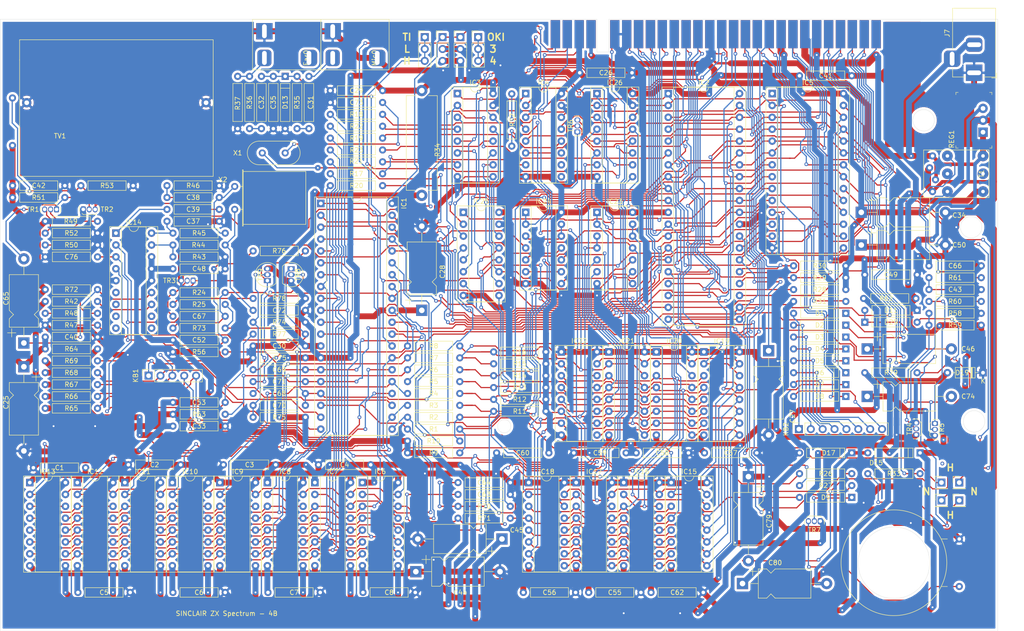
<source format=kicad_pcb>
(kicad_pcb (version 20241229) (generator "pcbnew") (generator_version "9.0")
  (layers (0 "F.Cu" signal) (2 "B.Cu" signal) (13 "F.Paste" user) (15 "B.Paste" user) (5 "F.SilkS" user "F.Silkscreen") (7 "B.SilkS" user "B.Silkscreen") (1 "F.Mask" user) (3 "B.Mask" user) (25 "Edge.Cuts" user))
  (net 0 "")
  (net 1 "+12V")
  (net 2 "Net-(C30-Pad2)")
  (net 3 "Net-(C32-Pad2)")
  (net 4 "Net-(C32-Pad1)")
  (net 5 "Net-(C37-Pad1)")
  (net 6 "Net-(C38-Pad2)")
  (net 7 "Net-(C38-Pad1)")
  (net 8 "Net-(C39-Pad1)")
  (net 9 "Net-(C43-Pad2)")
  (net 10 "Net-(C46-Pad2)")
  (net 11 "+9V")
  (net 12 "Net-(C52-Pad1)")
  (net 13 "Net-(C53-Pad1)")
  (net 14 "Net-(C63-Pad1)")
  (net 15 "Net-(C64-Pad1)")
  (net 16 "Net-(C67-Pad2)")
  (net 17 "Net-(C68-Pad1)")
  (net 18 "Net-(C69-Pad1)")
  (net 19 "Net-(C70-Pad1)")
  (net 20 "Net-(C71-Pad1)")
  (net 21 "Net-(C72-Pad1)")
  (net 22 "Net-(C73-Pad2)")
  (net 23 "Net-(C76-Pad2)")
  (net 24 "-5V")
  (net 25 "Net-(C80-Pad2)")
  (net 26 "Net-(D1-Pad2)")
  (net 27 "Net-(D2-Pad2)")
  (net 28 "Net-(D3-Pad2)")
  (net 29 "Net-(D4-Pad2)")
  (net 30 "Net-(D5-Pad2)")
  (net 31 "Net-(D6-Pad2)")
  (net 32 "Net-(D7-Pad2)")
  (net 33 "Net-(D8-Pad2)")
  (net 34 "Net-(D9-Pad1)")
  (net 35 "Net-(IC1-Pad20)")
  (net 36 "Net-(IC1-Pad39)")
  (net 37 "Net-(IC1-Pad19)")
  (net 38 "Net-(IC1-Pad18)")
  (net 39 "Net-(IC1-Pad34)")
  (net 40 "Net-(IC1-Pad12)")
  (net 41 "Net-(IC1-Pad31)")
  (net 42 "Net-(IC1-Pad30)")
  (net 43 "Net-(IC1-Pad29)")
  (net 44 "Net-(IC1-Pad27)")
  (net 45 "Net-(IC1-Pad26)")
  (net 46 "Net-(IC1-Pad25)")
  (net 47 "Net-(IC1-Pad24)")
  (net 48 "Net-(IC1-Pad23)")
  (net 49 "Net-(IC1-Pad22)")
  (net 50 "Net-(IC1-Pad21)")
  (net 51 "Net-(IC2-Pad6)")
  (net 52 "Net-(IC3-Pad7)")
  (net 53 "Net-(IC3-Pad12)")
  (net 54 "Net-(IC3-Pad4)")
  (net 55 "Net-(IC3-Pad9)")
  (net 56 "Net-(IC24-Pad11)")
  (net 57 "Net-(IC4-Pad7)")
  (net 58 "Net-(IC4-Pad12)")
  (net 59 "Net-(IC4-Pad4)")
  (net 60 "Net-(IC14-Pad17)")
  (net 61 "Net-(IC14-Pad12)")
  (net 62 "/UA1")
  (net 63 "/UA2")
  (net 64 "/UA6")
  (net 65 "/UA0")
  (net 66 "/UA3")
  (net 67 "/UA4")
  (net 68 "/UA5")
  (net 69 "/UA7")
  (net 70 "Net-(IC23-Pad10)")
  (net 71 "Net-(IC23-Pad8)")
  (net 72 "Net-(IC24-Pad12)")
  (net 73 "Net-(IC26-Pad11)")
  (net 74 "Net-(IC26-Pad10)")
  (net 75 "Net-(Ear0-Pad2)")
  (net 76 "Net-(R48-Pad1)")
  (net 77 "Net-(R52-Pad2)")
  (net 78 "Net-(R60-Pad1)")
  (net 79 "Net-(R61-Pad2)")
  (net 80 "Net-(T1-Pad2)")
  (net 81 "Net-(LS1-Pad2)")
  (net 82 "+5V")
  (net 83 "Net-(C31-Pad2)")
  (net 84 "Net-(C31-Pad1)")
  (net 85 "/_UCAS")
  (net 86 "/_URAS")
  (net 87 "/_UWRITE")
  (net 88 "Net-(IC24-Pad1)")
  (net 89 "Net-(C74-Pad2)")
  (net 90 "Net-(IC5-Pad27)")
  (net 91 "Net-(IC5-Pad20)")
  (net 92 "-12V")
  (net 93 "Net-(E1-Pad27)")
  (net 94 "GND")
  (net 95 "Net-(IC24-Pad6)")
  (net 96 "Y")
  (net 97 "_RESET")
  (net 98 "_CK")
  (net 99 "U")
  (net 100 "V")
  (net 101 "VIDEO")
  (net 102 "A11")
  (net 103 "A10")
  (net 104 "A9")
  (net 105 "A12")
  (net 106 "A13")
  (net 107 "A7")
  (net 108 "A14")
  (net 109 "A15")
  (net 110 "D7")
  (net 111 "D0")
  (net 112 "D1")
  (net 113 "D2")
  (net 114 "D6")
  (net 115 "D5")
  (net 116 "D3")
  (net 117 "D4")
  (net 118 "_INT")
  (net 119 "_NMI")
  (net 120 "_HALT")
  (net 121 "_M_REQ")
  (net 122 "_IO_REQ")
  (net 123 "_RD")
  (net 124 "_WR")
  (net 125 "_WAIT")
  (net 126 "_M1")
  (net 127 "_RFSH")
  (net 128 "A8")
  (net 129 "A0")
  (net 130 "A1")
  (net 131 "A2")
  (net 132 "A3")
  (net 133 "_IO_RQULA")
  (net 134 "_BUS_REQ")
  (net 135 "A6")
  (net 136 "A5")
  (net 137 "A4")
  (net 138 "_ROMCS")
  (net 139 "_BUSACK")
  (net 140 "/_LRAS")
  (net 141 "/LA6")
  (net 142 "/LA5")
  (net 143 "/LA4")
  (net 144 "/LA3")
  (net 145 "/LA2")
  (net 146 "/LA1")
  (net 147 "/LA0")
  (net 148 "/LDRAM_WE")
  (net 149 "/_LCAS")
  (net 150 "Net-(E1-Pad4)")
  (net 151 "Net-(C79-Pad2)")
  (net 152 "Net-(C65-Pad1)")
  (net 153 "Net-(C25-Pad1)")
  (net 154 "Net-(C65-Pad2)")
  (net 155 "+12VA")
  (footprint "Issue 4:Passive_small" (layer "F.Cu") (at 57.15 122.555 180)
    (property "Reference" "C1")
    (property "Value" "22nF")
  )
  (footprint "Issue 4:Passive_small" (layer "F.Cu") (at 77.47 121.92 180)
    (property "Reference" "C2")
    (property "Value" "22nF")
  )
  (footprint "Issue 4:Passive_small" (layer "F.Cu") (at 97.79 121.92 180)
    (property "Reference" "C3")
    (property "Value" "22nF")
  )
  (footprint "Issue 4:Passive_small" (layer "F.Cu") (at 118.11 121.92 180)
    (property "Reference" "C4")
    (property "Value" "22nF")
  )
  (footprint "Issue 4:Passive_small" (layer "F.Cu") (at 66.675 149.225)
    (property "Reference" "C5")
    (property "Value" "22nF" (hide yes))
  )
  (footprint "Issue 4:Passive_small" (layer "F.Cu") (at 86.995 149.225)
    (property "Reference" "C6")
    (property "Value" "22nF" (hide yes))
  )
  (footprint "Issue 4:Passive_small" (layer "F.Cu") (at 107.315 149.225)
    (property "Reference" "C7")
    (property "Value" "22nF" (hide yes))
  )
  (footprint "Issue 4:Passive_small" (layer "F.Cu") (at 127.635 149.225)
    (property "Reference" "C8")
    (property "Value" "22nF" (hide yes))
  )
  (footprint "Capacitor_THT:CP_Axial_L11.0mm_D6.0mm_P18.00mm_Horizontal" (layer "F.Cu") (at 49.53 100.965 -90)
    (property "Reference" "C25")
    (property "Value" "22uF" (hide yes))
  )
  (footprint "Issue 4:Passive_small" (layer "F.Cu") (at 173.99 38.1)
    (property "Reference" "C26")
    (property "Value" "22nF")
  )
  (footprint "Capacitor_THT:CP_Axial_L11.0mm_D6.0mm_P18.00mm_Horizontal" (layer "F.Cu") (at 134.62 88.9 90)
    (property "Reference" "C28")
    (property "Value" "22uF")
  )
  (footprint "Issue 4:Passive_small" (layer "F.Cu") (at 120.65 41.91)
    (property "Reference" "C29")
    (property "Value" "47nF" (hide yes))
  )
  (footprint "Issue 4:Passive_small" (layer "F.Cu") (at 104.14 96.52)
    (property "Reference" "C30")
    (property "Value" "22nF" (hide yes))
  )
  (footprint "Issue 4:Passive_small" (layer "F.Cu") (at 100.33 44.45 -90)
    (property "Reference" "C32")
    (property "Value" "100nF" (hide yes))
  )
  (footprint "Issue 4:Passive_small" (layer "F.Cu") (at 86.995 113.665 180)
    (property "Reference" "C33")
    (property "Value" "22nF" (hide yes))
  )
  (footprint "Capacitor_THT:CP_Axial_L11.0mm_D6.0mm_P18.00mm_Horizontal" (layer "F.Cu") (at 228.6 67.945)
    (property "Reference" "C34")
    (property "Value" "22uF")
  )
  (footprint "Issue 4:Passive_small" (layer "F.Cu") (at 102.87 44.45 90)
    (property "Reference" "C35")
    (property "Value" "10nF" (hide yes))
  )
  (footprint "Issue 4:Passive_small" (layer "F.Cu") (at 85.725 69.85)
    (property "Reference" "C37")
    (property "Value" "33pF" (hide yes))
  )
  (footprint "Issue 4:Passive_small" (layer "F.Cu") (at 85.725 64.77)
    (property "Reference" "C38")
    (property "Value" "33pF" (hide yes))
  )
  (footprint "Issue 4:Passive_small" (layer "F.Cu") (at 85.725 67.31)
    (property "Reference" "C39")
    (property "Value" "10nF" (hide yes))
  )
  (footprint "Issue 4:Passive_small" (layer "F.Cu") (at 59.69 94.615)
    (property "Reference" "C40")
    (property "Value" "22nF" (hide yes))
  )
  (footprint "Issue 4:Passive_small" (layer "F.Cu") (at 220.98 38.735)
    (property "Reference" "C41")
    (property "Value" "10nF")
  )
  (footprint "Issue 4:Passive_small" (layer "F.Cu") (at 52.705 62.23)
    (property "Reference" "C42")
    (property "Value" "22nF" (hide yes))
  )
  (footprint "Issue 4:Passive_small" (layer "F.Cu") (at 248.666 84.455 180)
    (property "Reference" "C43")
    (property "Value" "100nF")
  )
  (footprint "Capacitor_THT:CP_Axial_L11.0mm_D6.0mm_P18.00mm_Horizontal" (layer "F.Cu") (at 133.35 144.78)
    (property "Reference" "C44")
    (property "Value" "100uF" (hide yes))
  )
  (footprint "Capacitor_THT:CP_Axial_L11.0mm_D6.0mm_P18.00mm_Horizontal" (layer "F.Cu") (at 151.765 137.795 180)
    (property "Reference" "C45")
    (property "Value" "100uF" (hide yes))
  )
  (footprint "Capacitor_THT:CP_Axial_L11.0mm_D6.0mm_P18.00mm_Horizontal" (layer "F.Cu") (at 229.87 97.155)
    (property "Reference" "C46")
    (property "Value" "1uF")
  )
  (footprint "Issue 4:Passive_small" (layer "F.Cu") (at 86.995 80.01 180)
    (property "Reference" "C48")
    (property "Value" "22nF")
  )
  (footprint "Issue 4:Passive_small" (layer "F.Cu") (at 234.95 81.28 180)
    (property "Reference" "C49")
    (property "Value" "560pF")
  )
  (footprint "Capacitor_THT:CP_Axial_L11.0mm_D6.0mm_P18.00mm_Horizontal" (layer "F.Cu") (at 228.6 74.93)
    (property "Reference" "C50")
    (property "Value" "22uF")
  )
  (footprint "Issue 4:Passive_small" (layer "F.Cu") (at 86.995 95.25 180)
    (property "Reference" "C52")
    (property "Value" "150pF" (hide yes))
  )
  (footprint "Issue 4:Passive_small" (layer "F.Cu") (at 86.995 108.585 180)
    (property "Reference" "C53")
    (property "Value" "150pF" (hide yes))
  )
  (footprint "Issue 4:Passive_small" (layer "F.Cu") (at 175.895 149.225 180)
    (property "Reference" "C55")
    (property "Value" "22nF" (hide yes))
  )
  (footprint "Issue 4:Passive_small" (layer "F.Cu") (at 161.925 149.225 180)
    (property "Reference" "C56")
    (property "Value" "22nF" (hide yes))
  )
  (footprint "Issue 4:Passive_small" (layer "F.Cu") (at 200.66 119.38 180)
    (property "Reference" "C57")
    (property "Value" "22nF" (hide yes))
  )
  (footprint "Issue 4:Passive_small" (layer "F.Cu") (at 186.055 119.38 180)
    (property "Reference" "C58")
    (property "Value" "22nF" (hide yes))
  )
  (footprint "Issue 4:Passive_small" (layer "F.Cu") (at 172.72 119.38)
    (property "Reference" "C59")
    (property "Value" "22nF" (hide yes))
  )
  (footprint "Issue 4:Passive_small" (layer "F.Cu") (at 156.21 119.38)
    (property "Reference" "C60")
    (property "Value" "22nF" (hide yes))
  )
  (footprint "Issue 4:Passive_small" (layer "F.Cu") (at 189.23 149.225 180)
    (property "Reference" "C62")
    (property "Value" "22nF" (hide yes))
  )
  (footprint "Issue 4:Passive_small" (layer "F.Cu") (at 147.955 128.27)
    (property "Reference" "C63")
    (property "Value" "47pF" (hide yes))
  )
  (footprint "Issue 4:Passive_small" (layer "F.Cu") (at 147.955 125.73)
    (property "Reference" "C64")
    (property "Value" "184pF" (hide yes))
  )
  (footprint "Capacitor_THT:CP_Axial_L11.0mm_D6.0mm_P18.00mm_Horizontal" (layer "F.Cu") (at 49.53 95.885 90)
    (property "Reference" "C65")
    (property "Value" "22uF" (hide yes))
  )
  (footprint "Issue 4:Passive_small" (layer "F.Cu") (at 248.666 79.375 180)
    (property "Reference" "C66")
    (property "Value" "22nF")
  )
  (footprint "Issue 4:Passive_small" (layer "F.Cu") (at 86.995 90.17 180)
    (property "Reference" "C67")
    (property "Value" "100pF" (hide yes))
  )
  (footprint "Issue 4:Passive_small" (layer "F.Cu") (at 104.14 106.68)
    (property "Reference" "C68")
    (property "Value" "100nF" (hide yes))
  )
  (footprint "Issue 4:Passive_small" (layer "F.Cu") (at 104.14 101.6)
    (property "Reference" "C69")
    (property "Value" "100nF" (hide yes))
  )
  (footprint "Issue 4:Passive_small" (layer "F.Cu") (at 104.14 109.22)
    (property "Reference" "C70")
    (property "Value" "100nF" (hide yes))
  )
  (footprint "Issue 4:Passive_small" (layer "F.Cu") (at 104.14 104.14)
    (property "Reference" "C71")
    (property "Value" "100nF" (hide yes))
  )
  (footprint "Issue 4:Passive_small" (layer "F.Cu") (at 104.14 88.9)
    (property "Reference" "C72")
    (property "Value" "16pF" (hide yes))
  )
  (footprint "Issue 4:Passive_small" (layer "F.Cu") (at 120.65 44.45)
    (property "Reference" "C73")
    (property "Value" "16pF" (hide yes))
  )
  (footprint "Issue 4:Passive_small" (layer "F.Cu") (at 104.14 99.06)
    (property "Reference" "C75")
    (property "Value" "100nF" (hide yes))
  )
  (footprint "Issue 4:Passive_small" (layer "F.Cu") (at 59.69 77.47)
    (property "Reference" "C76")
    (property "Value" "47nF" (hide yes))
  )
  (footprint "Capacitor_THT:CP_Axial_L11.0mm_D6.0mm_P18.00mm_Horizontal" (layer "F.Cu") (at 204.47 124.46 -90)
    (property "Reference" "C79")
    (property "Value" "1uF")
  )
  (footprint "Capacitor_THT:CP_Axial_L11.0mm_D6.0mm_P18.00mm_Horizontal" (layer "F.Cu") (at 203.2 147.32)
    (property "Reference" "C80")
    (property "Value" "22uF" (hide yes))
  )
  (footprint "Issue 4:Diode" (layer "F.Cu") (at 219.71 89.535 180)
    (property "Reference" "D1")
    (property "Value" "1N4148")
  )
  (footprint "Issue 4:Diode" (layer "F.Cu") (at 219.71 92.075 180)
    (property "Reference" "D2")
    (property "Value" "1N4148")
  )
  (footprint "Issue 4:Diode" (layer "F.Cu") (at 219.71 94.615 180)
    (property "Reference" "D3")
    (property "Value" "1N4148")
  )
  (footprint "Issue 4:Diode" (layer "F.Cu") (at 219.71 97.155 180)
    (property "Reference" "D4")
    (property "Value" "1N4148")
  )
  (footprint "Issue 4:Diode" (layer "F.Cu") (at 219.71 99.695 180)
    (property "Reference" "D5")
    (property "Value" "1N4148")
  )
  (footprint "Issue 4:Diode" (layer "F.Cu") (at 219.71 102.235 180)
    (property "Reference" "D6")
    (property "Value" "1N4148")
  )
  (footprint "Issue 4:Diode" (layer "F.Cu") (at 219.71 104.775 180)
    (property "Reference" "D7")
    (property "Value" "1N4148")
  )
  (footprint "Issue 4:Diode" (layer "F.Cu") (at 219.71 107.315 180)
    (property "Reference" "D8")
    (property "Value" "1N4148")
  )
  (footprint "Issue 4:Diode" (layer "F.Cu") (at 220.98 128.905 180)
    (property "Reference" "D9")
    (property "Value" "1N4148")
  )
  (footprint "Issue 4:Diode" (layer "F.Cu") (at 234.95 88.9 180)
    (property "Reference" "D11")
    (property "Value" "1N4148")
  )
  (footprint "Issue 4:Diode" (layer "F.Cu") (at 105.41 44.45 -90)
    (property "Reference" "D13")
    (property "Value" "1N4148" (hide yes))
  )
  (footprint "Issue 4:Diode" (layer "F.Cu") (at 235.585 119.38 180)
    (property "Reference" "D15")
    (property "Value" "1N4148")
  )
  (footprint "Issue 4:Diode" (layer "F.Cu") (at 220.98 119.38 180)
    (property "Reference" "D17")
    (property "Value" "1N4148")
  )
  (footprint "Issue 4:Diode" (layer "F.Cu") (at 234.95 91.44)
    (property "Reference" "D29")
    (property "Value" "1N4148")
  )
  (footprint "Issue 4:3.5mm_socket" (layer "F.Cu") (at 105.41 34.925 -90)
    (property "Reference" "Ear0")
    (property "Value" "Barrel_Jack")
  )
  (footprint "Package_DIP:DIP-40_W15.24mm_Socket" (layer "F.Cu") (at 113.03 66.04)
    (property "Reference" "IC1")
    (property "Value" "ULA")
  )
  (footprint "Package_DIP:DIP-40_W15.24mm_Socket" (layer "F.Cu") (at 187.325 42.545)
    (property "Reference" "IC2")
    (property "Value" "Z80" (hide yes))
  )
  (footprint "Package_DIP:DIP-16_W7.62mm_Socket" (layer "F.Cu") (at 142.24 42.545)
    (property "Reference" "IC3")
    (property "Value" "LS157")
  )
  (footprint "Package_DIP:DIP-16_W7.62mm_Socket" (layer "F.Cu") (at 156.845 42.545)
    (property "Reference" "IC4")
    (property "Value" "LS157")
  )
  (footprint "Package_DIP:DIP-28_W15.24mm_Socket" (layer "F.Cu") (at 209.55 42.545)
    (property "Reference" "IC5")
    (property "Value" "ROM" (hide yes))
  )
  (footprint "Package_DIP:DIP-16_W7.62mm_Socket" (layer "F.Cu") (at 121.92 125.73)
    (property "Reference" "IC6")
    (property "Value" "4116")
  )
  (footprint "Package_DIP:DIP-16_W7.62mm_Socket" (layer "F.Cu") (at 111.76 125.73)
    (property "Reference" "IC7")
    (property "Value" "4116")
  )
  (footprint "Package_DIP:DIP-16_W7.62mm_Socket" (layer "F.Cu") (at 101.6 125.73)
    (property "Reference" "IC8")
    (property "Value" "4116")
  )
  (footprint "Package_DIP:DIP-16_W7.62mm_Socket" (layer "F.Cu") (at 91.44 125.73)
    (property "Reference" "IC9")
    (property "Value" "4116")
  )
  (footprint "Package_DIP:DIP-16_W7.62mm_Socket" (layer "F.Cu") (at 81.28 125.73)
    (property "Reference" "IC10")
    (property "Value" "4116")
  )
  (footprint "Package_DIP:DIP-16_W7.62mm_Socket" (layer "F.Cu") (at 71.12 125.73)
    (property "Reference" "IC11")
    (property "Value" "4116")
  )
  (footprint "Package_DIP:DIP-16_W7.62mm_Socket" (layer "F.Cu") (at 60.96 125.73)
    (property "Reference" "IC12")
    (property "Value" "4116")
  )
  (footprint "Package_DIP:DIP-16_W7.62mm_Socket" (layer "F.Cu") (at 50.8 125.73)
    (property "Reference" "IC13")
    (property "Value" "4116")
  )
  (footprint "Package_DIP:DIP-18_W7.62mm_Socket" (layer "F.Cu") (at 69.215 72.39)
    (property "Reference" "IC14")
    (property "Value" "LM1889" (hide yes))
  )
  (footprint "Package_DIP:DIP-16_W7.62mm_Socket" (layer "F.Cu") (at 187.96 125.73)
    (property "Reference" "IC15")
    (property "Value" "4532")
  )
  (footprint "Package_DIP:DIP-16_W7.62mm_Socket" (layer "F.Cu") (at 177.8 125.73)
    (property "Reference" "IC16")
    (property "Value" "4532")
  )
  (footprint "Package_DIP:DIP-16_W7.62mm_Socket" (layer "F.Cu") (at 167.64 125.73)
    (property "Reference" "IC17")
    (property "Value" "4532")
  )
  (footprint "Package_DIP:DIP-16_W7.62mm_Socket" (layer "F.Cu") (at 157.48 125.73)
    (property "Reference" "IC18")
    (property "Value" "4532")
  )
  (footprint "Package_DIP:DIP-16_W7.62mm_Socket" (layer "F.Cu") (at 194.945 97.79)
    (property "Reference" "IC19")
    (property "Value" "4532")
  )
  (footprint "Package_DIP:DIP-16_W7.62mm_Socket" (layer "F.Cu") (at 184.785 97.79)
    (property "Reference" "IC20")
    (property "Value" "4532")
  )
  (footprint "Package_DIP:DIP-16_W7.62mm_Socket" (layer "F.Cu") (at 174.625 97.79)
    (property "Reference" "IC21")
    (property "Value" "4532")
  )
  (footprint "Package_DIP:DIP-16_W7.62mm_Socket" (layer "F.Cu") (at 164.465 97.79)
    (property "Reference" "IC22")
    (property "Value" "4532")
  )
  (footprint "Package_DIP:DIP-14_W7.62mm_Socket" (layer "F.Cu") (at 172.085 67.945)
    (property "Reference" "IC23")
    (property "Value" "74LS32" (hide yes))
  )
  (footprint "Package_DIP:DIP-14_W7.62mm_Socket" (layer "F.Cu") (at 156.845 67.945)
    (property "Reference" "IC24")
    (property "Value" "74LS00" (hide yes))
  )
  (footprint "Package_DIP:DIP-16_W7.62mm_Socket" (layer "F.Cu") (at 143.51 67.945)
    (property "Reference" "IC25")
    (property "Value" "74LS157")
  )
  (footprint "Package_DIP:DIP-16_W7.62mm_Socket" (layer "F.Cu") (at 172.085 42.545)
    (property "Reference" "IC26")
    (property "Value" "74LS157")
  )
  (footprint "Connector_PinSocket_2.54mm:PinSocket_1x05_P2.54mm_Vertical" (layer "F.Cu") (at 76.2 102.87 90)
    (property "Reference" "KB1")
    (property "Value" "Conn_01x05" (hide yes))
  )
  (footprint "Connector_PinSocket_2.54mm:PinSocket_1x08_P2.54mm_Vertical" (layer "F.Cu") (at 215.265 114.3 90)
    (property "Reference" "KB2")
    (property "Value" "Conn_01x08")
  )
  (footprint "Issue 4:3.5mm_socket" (layer "F.Cu") (at 120.015 34.925 -90)
    (property "Reference" "Mic0")
    (property "Value" "Barrel_Jack")
  )
  (footprint "Issue 4:Passive_small" (layer "F.Cu") (at 137.16 114.3 180)
    (property "Reference" "R1")
    (property "Value" "470" (hide yes))
  )
  (footprint "Issue 4:Passive_small" (layer "F.Cu") (at 137.16 111.76 180)
    (property "Reference" "R2")
    (property "Value" "470" (hide yes))
  )
  (footprint "Issue 4:Passive_small" (layer "F.Cu") (at 137.16 109.22 180)
    (property "Reference" "R3")
    (property "Value" "470" (hide yes))
  )
  (footprint "Issue 4:Passive_small" (layer "F.Cu") (at 137.16 106.68 180)
    (property "Reference" "R4")
    (property "Value" "470" (hide yes))
  )
  (footprint "Issue 4:Passive_small" (layer "F.Cu") (at 137.16 104.14 180)
    (property "Reference" "R5")
    (property "Value" "470" (hide yes))
  )
  (footprint "Issue 4:Passive_small" (layer "F.Cu") (at 137.16 101.6 180)
    (property "Reference" "R6")
    (property "Value" "470" (hide yes))
  )
  (footprint "Issue 4:Passive_small" (layer "F.Cu") (at 137.16 99.06 180)
    (property "Reference" "R7")
    (property "Value" "470" (hide yes))
  )
  (footprint "Issue 4:Passive_small" (layer "F.Cu") (at 137.16 96.52 180)
    (property "Reference" "R8")
    (property "Value" "470" (hide yes))
  )
  (footprint "Issue 4:Passive_small" (layer "F.Cu") (at 137.16 119.38)
    (property "Reference" "R9")
    (property "Value" "8k2" (hide yes))
  )
  (footprint "Issue 4:Passive_small" (layer "F.Cu") (at 137.16 116.84)
    (property "Reference" "R10")
    (property "Value" "8k2" (hide yes))
  )
  (footprint "Issue 4:Passive_small" (layer "F.Cu") (at 155.575 110.49 180)
    (property "Reference" "R11")
    (property "Value" "8k2" (hide yes))
  )
  (footprint "Issue 4:Passive_small" (layer "F.Cu") (at 155.575 107.95 180)
    (property "Reference" "R12")
    (property "Value" "8k2" (hide yes))
  )
  (footprint "Issue 4:Passive_small" (layer "F.Cu") (at 155.575 105.41 180)
    (property "Reference" "R13")
    (property "Value" "8k2" (hide yes))
  )
  (footprint "Issue 4:Passive_small" (layer "F.Cu") (at 155.575 102.87 180)
    (property "Reference" "R14")
    (property "Value" "8k2" (hide yes))
  )
  (footprint "Issue 4:Passive_small" (layer "F.Cu") (at 155.575 100.33 180)
    (property "Reference" "R15")
    (property "Value" "8k2" (hide yes))
  )
  (footprint "Issue 4:Passive_small" (layer "F.Cu") (at 155.575 97.79 180)
    (property "Reference" "R16")
    (property "Value" "8k2" (hide yes))
  )
  (footprint "Issue 4:Passive_small" (layer "F.Cu") (at 120.65 59.69 180)
    (property "Reference" "R17")
    (property "Value" "330" (hide yes))
  )
  (footprint "Issue 4:Passive_small" (layer "F.Cu") (at 120.65 46.99 180)
    (property "Reference" "R18")
    (property "Value" "330" (hide yes))
  )
  (footprint "Issue 4:Passive_small" (layer "F.Cu") (at 120.65 52.07 180)
    (property "Reference" "R19")
    (property "Value" "330" (hide yes))
  )
  (footprint "Issue 4:Passive_small" (layer "F.Cu") (at 120.65 62.23 180)
    (property "Reference" "R20")
    (property "Value" "330" (hide yes))
  )
  (footprint "Issue 4:Passive_small" (layer "F.Cu") (at 120.65 57.15 180)
    (property "Reference" "R21")
    (property "Value" "330" (hide yes))
  )
  (footprint "Issue 4:Passive_small" (layer "F.Cu") (at 120.65 49.53 180)
    (property "Reference" "R22")
    (property "Value" "330" (hide yes))
  )
  (footprint "Issue 4:Passive_small" (layer "F.Cu") (at 120.65 54.61 180)
    (property "Reference" "R23")
    (property "Value" "330" (hide yes))
  )
  (footprint "Issue 4:Passive_small" (layer "F.Cu") (at 86.995 85.09)
    (property "Reference" "R24")
    (property "Value" "1k" (hide yes))
  )
  (footprint "Issue 4:Passive_small" (layer "F.Cu") (at 86.995 87.63 180)
    (property "Reference" "R25")
    (property "Value" "180" (hide yes))
  )
  (footprint "Issue 4:Passive_small" (layer "F.Cu") (at 220.98 123.825 180)
    (property "Reference" "R26")
    (property "Value" "470")
  )
  (footprint "Issue 4:Passive_small" (layer "F.Cu") (at 220.98 126.365 180)
    (property "Reference" "R27")
    (property "Value" "470")
  )
  (footprint "Issue 4:Passive_small" (layer "F.Cu") (at 219.71 84.455 180)
    (property "Reference" "R28")
    (property "Value" "10K")
  )
  (footprint "Issue 4:Passive_small" (layer "F.Cu") (at 219.71 81.915 180)
    (property "Reference" "R29")
    (property "Value" "10K")
  )
  (footprint "Issue 4:Passive_small" (layer "F.Cu") (at 219.71 79.375 180)
    (property "Reference" "R30")
    (property "Value" "10K")
  )
  (footprint "Issue 4:Passive_small" (layer "F.Cu") (at 219.71 86.995)
    (property "Reference" "R31")
    (property "Value" "10K")
  )
  (footprint "Issue 4:Passive_small" (layer "F.Cu") (at 235.585 123.825)
    (property "Reference" "R33")
    (property "Value" "680")
  )
  (footprint "Resistor_THT:R_Axial_Power_L20.0mm_W6.4mm_P22.40mm" (layer "F.Cu") (at 134.62 41.91 -90)
    (property "Reference" "R34")
    (property "Value" "15 1W")
  )
  (footprint "Issue 4:Passive_small" (layer "F.Cu") (at 107.95 44.45 90)
    (property "Reference" "R35")
    (property "Value" "10K" (hide yes))
  )
  (footprint "Issue 4:Passive_small" (layer "F.Cu") (at 97.79 44.45 -90)
    (property "Reference" "R36")
    (property "Value" "680" (hide yes))
  )
  (footprint "Issue 4:Passive_small" (layer "F.Cu") (at 95.25 44.45 -90)
    (property "Reference" "R37")
    (property "Value" "1K" (hide yes))
  )
  (footprint "Issue 4:Passive_small" (layer "F.Cu") (at 59.69 86.995)
    (property "Reference" "R42")
    (property "Value" "1K" (hide yes))
  )
  (footprint "Issue 4:Passive_small" (layer "F.Cu") (at 86.995 77.47 180)
    (property "Reference" "R43")
    (property "Value" "3K" (hide yes))
  )
  (footprint "Issue 4:Passive_small" (layer "F.Cu") (at 86.995 74.93 180)
    (property "Reference" "R44")
    (property "Value" "5K1" (hide yes))
  )
  (footprint "Issue 4:Passive_small" (layer "F.Cu") (at 86.995 72.39 180)
    (property "Reference" "R45")
    (property "Value" "1K" (hide yes))
  )
  (footprint "Issue 4:Passive_small" (layer "F.Cu") (at 85.725 62.23 180)
    (property "Reference" "R46")
    (property "Value" "1K" (hide yes))
  )
  (footprint "Issue 4:Passive_small" (layer "F.Cu") (at 59.69 92.075)
    (property "Reference" "R47")
    (property "Value" "1K" (hide yes))
  )
  (footprint "Issue 4:Passive_small" (layer "F.Cu") (at 59.69 89.535 180)
    (property "Reference" "R48")
    (property "Value" "4K7" (hide yes))
  )
  (footprint "Issue 4:Passive_small" (layer "F.Cu") (at 59.69 69.85 180)
    (property "Reference" "R49")
    (property "Value" "10K" (hide yes))
  )
  (footprint "Issue 4:Passive_small" (layer "F.Cu") (at 59.69 74.93 180)
    (property "Reference" "R50")
    (property "Value" "8K2" (hide yes))
  )
  (footprint "Issue 4:Passive_small" (layer "F.Cu") (at 52.705 64.77 180)
    (property "Reference" "R51")
    (property "Value" "2K2" (hide yes))
  )
  (footprint "Issue 4:Passive_small" (layer "F.Cu") (at 59.69 72.39 180)
    (property "Reference" "R52")
    (property "Value" "2K2" (hide yes))
  )
  (footprint "Issue 4:Passive_small" (layer "F.Cu") (at 67.31 62.23 180)
    (property "Reference" "R53")
    (property "Value" "390R" (hide yes))
  )
  (footprint "Issue 4:Passive_small" (layer "F.Cu") (at 86.995 97.79 180)
    (property "Reference" "R56")
    (property "Value" "1K" (hide yes))
  )
  (footprint "Issue 4:Passive_small" (layer "F.Cu") (at 248.666 89.535)
    (property "Reference" "R58")
    (property "Value" "1K")
  )
  (footprint "Issue 4:Passive_small" (layer "F.Cu") (at 248.666 92.075)
    (property "Reference" "R59")
    (property "Value" "1K")
  )
  (footprint "Issue 4:Passive_small" (layer "F.Cu") (at 248.666 86.995)
    (property "Reference" "R60")
    (property "Value" "220K")
  )
  (footprint "Issue 4:Passive_small" (layer "F.Cu") (at 248.666 81.915)
    (property "Reference" "R61")
    (property "Value" "15")
  )
  (footprint "Issue 4:Passive_small" (layer "F.Cu") (at 234.696 86.36 180)
    (property "Reference" "R62")
    (property "Value" "15")
  )
  (footprint "Issue 4:Passive_small" (layer "F.Cu") (at 86.995 111.125 180)
    (property "Reference" "R63")
    (property "Value" "1K" (hide yes))
  )
  (footprint "Issue 4:Passive_small" (layer "F.Cu") (at 59.69 97.155)
    (property "Reference" "R64")
    (property "Value" "47K" (hide yes))
  )
  (footprint "Issue 4:Passive_small" (layer "F.Cu") (at 59.69 109.855)
    (property "Reference" "R65")
    (property "Value" "10K" (hide yes))
  )
  (footprint "Issue 4:Passive_small" (layer "F.Cu") (at 59.69 107.315)
    (property "Reference" "R66")
    (property "Value" "10K" (hide yes))
  )
  (footprint "Issue 4:Passive_small" (layer "F.Cu") (at 59.69 104.775)
    (property "Reference" "R67")
    (property "Value" "10K" (hide yes))
  )
  (footprint "Issue 4:Passive_small" (layer "F.Cu") (at 59.69 102.235)
    (property "Reference" "R68")
    (property "Value" "10K" (hide yes))
  )
  (footprint "Issue 4:Passive_small" (layer "F.Cu") (at 59.69 99.695)
    (property "Reference" "R69")
    (property "Value" "10K" (hide yes))
  )
  (footprint "Issue 4:Passive_small" (layer "F.Cu") (at 147.955 130.81 180)
    (property "Reference" "R70")
    (property "Value" "220" (hide yes))
  )
  (footprint "Issue 4:Passive_small" (layer "F.Cu") (at 147.955 133.35 180)
    (property "Reference" "R71")
    (property "Value" "220" (hide yes))
  )
  (footprint "Issue 4:Passive_small" (layer "F.Cu") (at 59.69 84.455)
    (property "Reference" "R72")
    (property "Value" "47K" (hide yes))
  )
  (footprint "Issue 4:Passive_small" (layer "F.Cu") (at 86.995 92.71 180)
    (property "Reference" "R73")
    (property "Value" "1k" (hide yes))
  )
  (footprint "Issue 4:Passive_small" (layer "F.Cu") (at 104.14 91.44)
    (property "Reference" "R74")
    (property "Value" "10K" (hide yes))
  )
  (footprint "Issue 4:Passive_small" (layer "F.Cu") (at 104.14 111.76)
    (property "Reference" "R75")
    (property "Value" "10K" (hide yes))
  )
  (footprint "Issue 4:Passive_small" (layer "F.Cu") (at 104.14 76.2 180)
    (property "Reference" "R76")
    (property "Value" "1K" (hide yes))
  )
  (footprint "Issue 4:Passive_small" (layer "F.Cu") (at 104.14 93.98 180)
    (property "Reference" "R77")
    (property "Value" "1K" (hide yes))
  )
  (footprint "Issue 4:Passive_small" (layer "F.Cu") (at 104.14 86.36 180)
    (property "Reference" "R78")
    (property "Value" "470" (hide yes))
  )
  (footprint "Issue 4:Passive_small" (layer "F.Cu") (at 234.95 102.235 180)
    (property "Reference" "R79")
    (property "Value" "2k2")
  )
  (footprint "digikey-footprints:3-SIP_Module_V7805-500" (layer "F.Cu") (at 254.635 50.8 90)
    (property "Reference" "REG1")
    (property "Value" "L7805")
  )
  (footprint "Issue 4:Choke" (layer "F.Cu") (at 250.825 59.69 -90)
    (property "Reference" "T1")
    (property "Value" "Coil")
  )
  (footprint "Package_TO_SOT_THT:TO-92Flat" (layer "F.Cu") (at 56.515 67.31 180)
    (property "Reference" "TR1")
    (property "Value" "ZTX313" (hide yes))
  )
  (footprint "Package_TO_SOT_THT:TO-92Flat" (layer "F.Cu") (at 62.23 67.31)
    (property "Reference" "TR2")
    (property "Value" "ZTX313" (hide yes))
  )
  (footprint "Package_TO_SOT_THT:TO-92Flat" (layer "F.Cu") (at 85.725 82.55 180)
    (property "Reference" "TR3")
    (property "Value" "ZTX313" (hide yes))
  )
  (footprint "Package_TO_SOT_THT:TO-92Flat" (layer "F.Cu") (at 240.3475 115.5065 90)
    (property "Reference" "TR4")
    (property "Value" "ZTX650")
  )
  (footprint "Package_TO_SOT_THT:TO-92Flat" (layer "F.Cu") (at 244.348 113.0935 -90)
    (property "Reference" "TR5")
    (property "Value" "ZTX315")
  )
  (footprint "Package_TO_SOT_THT:TO-92Flat" (layer "F.Cu") (at 167.894 50.7365 90)
    (property "Reference" "TR6")
    (property "Value" "ZTX313" (hide yes))
  )
  (footprint "Package_TO_SOT_THT:TO-92Flat" (layer "F.Cu") (at 219.837 133.985 180)
    (property "Reference" "TR7")
    (property "Value" "ZTX313")
  )
  (footprint "Package_TO_SOT_THT:TO-92_Inline" (layer "F.Cu") (at 106.68 80.01 -90)
    (property "Reference" "TR8")
    (property "Value" "BC184" (hide yes))
  )
  (footprint "Package_TO_SOT_THT:TO-92_Inline" (layer "F.Cu") (at 101.6 82.55 90)
    (property "Reference" "TR9")
    (property "Value" "BC184" (hide yes))
  )
  (footprint "Crystal:Crystal_HC18-U_Vertical" (layer "F.Cu") (at 105.41 55.245 180)
    (property "Reference" "X1")
    (property "Value" "14Mhz")
  )
  (footprint "Crystal:Crystal_HC18-U_Horizontal" (layer "F.Cu") (at 94.615 67.31 90)
    (property "Reference" "X2")
    (property "Value" "4.43Mhz")
  )
  (footprint "Issue 4:Passive_small" (layer "F.Cu") (at 110.49 44.45 90)
    (property "Reference" "C31")
    (property "Value" "100nF" (hide yes))
  )
  (footprint "Issue 4:Passive_small" (layer "F.Cu") (at 153.8605 48.1965 -90)
    (property "Reference" "R32")
    (property "Value" "330")
  )
  (footprint "Capacitor_THT:CP_Axial_L11.0mm_D6.0mm_P18.00mm_Horizontal" (layer "F.Cu") (at 208.788 97.536 -90)
    (property "Reference" "C27")
    (property "Value" "1uF")
  )
  (footprint "Capacitor_THT:CP_Axial_L11.0mm_D6.0mm_P18.00mm_Horizontal" (layer "F.Cu") (at 229.87 107.315)
    (property "Reference" "C74")
    (property "Value" "4.7uF")
  )
  (footprint "Connector_PinHeader_2.54mm:PinHeader_1x01_P2.54mm_Vertical" (layer "F.Cu") (at 245.745 129.54)
    (property "Reference" "J8" (hide yes))
    (property "Value" "UR1" (hide yes))
  )
  (footprint "Connector_PinHeader_2.54mm:PinHeader_1x01_P2.54mm_Vertical" (layer "F.Cu") (at 249.555 129.54)
    (property "Reference" "J9" (hide yes))
    (property "Value" "UR2" (hide yes))
  )
  (footprint "Connector_PinHeader_2.54mm:PinHeader_1x01_P2.54mm_Vertical" (layer "F.Cu") (at 245.745 125.73)
    (property "Reference" "J10" (hide yes))
    (property "Value" "UR3" (hide yes))
  )
  (footprint "Connector_PinHeader_2.54mm:PinHeader_1x01_P2.54mm_Vertical" (layer "F.Cu") (at 249.555 125.73)
    (property "Reference" "J11" (hide yes))
    (property "Value" "UR4" (hide yes))
  )
  (footprint "Diode_THT:D_DO-35_SOD27_P7.62mm_Horizontal" (layer "F.Cu") (at 254.635 102.235 180)
    (property "Reference" "D19")
    (property "Value" "DZY88")
  )
  (footprint "Issue 4:Speaker" (layer "F.Cu") (at 235.585 142.875)
    (property "Reference" "LS1" (hide yes))
    (property "Value" "Speaker")
  )
  (footprint "Issue 4:Edge Connector" (layer "F.Cu") (at 168.91 36.195)
    (property "Reference" "E1" (hide yes))
    (property "Value" "Edge_Connector")
  )
  (footprint "Issue 4:BarrelJack_Horizontal" (layer "F.Cu") (at 252.73 38.1 -90)
    (property "Reference" "J7")
    (property "Value" "Barrel_Jack_MountingPin")
  )
  (footprint "Connector_PinHeader_2.54mm:PinHeader_1x03_P2.54mm_Vertical" (layer "F.Cu") (at 146.685 30.48)
    (property "Reference" "J1" (hide yes))
    (property "Value" "OKI" (hide yes))
  )
  (footprint "Connector_PinHeader_2.54mm:PinHeader_1x03_P2.54mm_Vertical" (layer "F.Cu") (at 135.255 30.48)
    (property "Reference" "J2" (hide yes))
    (property "Value" "TI" (hide yes))
  )
  (footprint "Connector_PinHeader_2.54mm:PinHeader_1x03_P2.54mm_Vertical" (layer "F.Cu") (at 139.065 30.48)
    (property "Reference" "J3" (hide yes))
    (property "Value" "TI" (hide yes))
  )
  (footprint "Connector_PinHeader_2.54mm:PinHeader_1x03_P2.54mm_Vertical" (layer "F.Cu") (at 142.875 30.48)
    (property "Reference" "J4" (hide yes))
    (property "Value" "TI" (hide yes))
  )
  (footprint "Issue 4:Modulator" (layer "F.Cu") (at 57.2516 51.1048)
    (property "Reference" "TV1")
    (property "Value" "Modulator")
  )
  (gr_line (start 44.45 157.48) (end 44.45 52.07) (stroke (width 0.05)) (layer "Edge.Cuts"))
  (gr_line (start 44.45 26.67) (end 44.45 52.07) (stroke (width 0.05)) (layer "Edge.Cuts"))
  (gr_circle (center 241.935 48.26) (end 243.205 50.165) (stroke (width 0.05)) (fill no) (layer "Edge.Cuts"))
  (gr_line (start 172.085 26.67) (end 44.45 26.67) (stroke (width 0.05)) (layer "Edge.Cuts"))
  (gr_line (start 174.625 33.655) (end 172.085 33.655) (stroke (width 0.05)) (layer "Edge.Cuts"))
  (gr_line (start 257.81 26.67) (end 174.625 26.67) (stroke (width 0.05)) (layer "Edge.Cuts"))
  (gr_line (start 174.625 26.67) (end 174.625 33.655) (stroke (width 0.05)) (layer "Edge.Cuts"))
  (gr_line (start 44.45 157.48) (end 257.81 157.48) (stroke (width 0.05)) (layer "Edge.Cuts"))
  (gr_circle (center 252.095 71.12) (end 253.365 73.025) (stroke (width 0.05)) (fill no) (layer "Edge.Cuts"))
  (gr_circle (center 252.73 112.645475) (end 254 114.550475) (stroke (width 0.05)) (fill no) (layer "Edge.Cuts"))
  (gr_circle (center 152.250097 113.665) (end 150.980097 114.3) (stroke (width 0.05)) (fill no) (layer "Edge.Cuts"))
  (gr_line (start 172.085 33.655) (end 172.085 26.67) (stroke (width 0.05)) (layer "Edge.Cuts"))
  (gr_line (start 257.81 157.48) (end 257.81 26.67) (stroke (width 0.05)) (layer "Edge.Cuts"))
  (gr_circle (center 235.585 142.875) (end 240.665 148.59) (stroke (width 0.05)) (fill no) (layer "Edge.Cuts"))
  (gr_text "N" (at 242.57 127.635 0) (layer "F.SilkS") (effects (font (size 1.5 1.5) (thickness 0.3))))
  (gr_text "H" (at 247.65 132.715 0) (layer "F.SilkS") (effects (font (size 1.5 1.5) (thickness 0.3))))
  (gr_text "L" (at 131.445 33.02 0) (layer "F.SilkS") (effects (font (size 1.5 1.5) (thickness 0.3))))
  (gr_text "SINCLAIR ZX Spectrum - 4B" (at 92.9005 153.7335 0) (layer "F.SilkS") (effects (font (size 1 1))))
  (gr_text "OKI" (at 150.495 30.48 0) (layer "F.SilkS") (effects (font (size 1.5 1.5) (thickness 0.3))))
  (gr_text "N" (at 252.73 127.635 0) (layer "F.SilkS") (effects (font (size 1.5 1.5) (thickness 0.3))))
  (gr_text "H" (at 247.65 122.555 0) (layer "F.SilkS") (effects (font (size 1.5 1.5) (thickness 0.3))))
  (gr_text "H" (at 131.445 35.56 0) (layer "F.SilkS") (effects (font (size 1.5 1.5) (thickness 0.3))))
  (gr_text "4" (at 149.86 35.56 0) (layer "F.SilkS") (effects (font (size 1.5 1.5) (thickness 0.3))))
  (gr_text "TI" (at 131.445 30.48 0) (layer "F.SilkS") (effects (font (size 1.5 1.5) (thickness 0.3))))
  (gr_text "3" (at 149.86 33.02 0) (layer "F.SilkS") (effects (font (size 1.5 1.5) (thickness 0.3))))
  (via (at 245.9355 121.666) (size 0.8) (drill 0.4) (layers "F.Cu" "B.Cu") (net 0))
  (segment (start 192.850613 150.794991) (end 188.149387 150.794991) (width 1.25) (layer "F.Cu") (net 1))
  (segment (start 219.075 154.305) (end 196.360622 154.305) (width 1.25) (layer "F.Cu") (net 1))
  (segment (start 196.360622 154.305) (end 192.850613 150.794991) (width 1.25) (layer "F.Cu") (net 1))
  (segment (start 238.633 84.709) (end 240.284 86.36) (width 1.25) (layer "F.Cu") (net 1))
  (segment (start 180.940612 152.21999) (end 179.670614 150.949992) (width 1.25) (layer "F.Cu") (net 1))
  (segment (start 81.28 143.51) (end 81.28 144.855002) (width 1.25) (layer "F.Cu") (net 1))
  (segment (start 149.190612 152.21999) (end 147.285612 150.31499) (width 1.25) (layer "F.Cu") (net 1))
  (segment (start 111.76 144.78) (end 111.404999 145.135001) (width 1.25) (layer "F.Cu") (net 1))
  (segment (start 52.425001 145.135001) (end 50.8 143.51) (width 1.25) (layer "F.Cu") (net 1))
  (segment (start 60.680001 145.135001) (end 52.425001 145.135001) (width 1.25) (layer "F.Cu") (net 1))
  (segment (start 121.92 143.51) (end 121.92 144.78) (width 1.25) (layer "F.Cu") (net 1))
  (segment (start 141.279368 150.31499) (end 135.744378 144.78) (width 1.25) (layer "F.Cu") (net 1))
  (segment (start 133.35 144.78) (end 132.08 144.78) (width 1.25) (layer "F.Cu") (net 1))
  (segment (start 71.475001 145.135001) (end 60.680001 145.135001) (width 1.25) (layer "F.Cu") (net 1))
  (segment (start 122.275001 145.135001) (end 111.404999 145.135001) (width 1.25) (layer "F.Cu") (net 1))
  (segment (start 101.6 144.78) (end 101.244999 145.135001) (width 1.25) (layer "F.Cu") (net 1))
  (segment (start 216.535 34.345) (end 218.18001 35.99001) (width 1.5) (layer "F.Cu") (net 1))
  (segment (start 246.1895 116.586) (end 246.1895 117.856) (width 1.25) (layer "F.Cu") (net 1))
  (segment (start 91.44 143.51) (end 91.44 144.78) (width 1.25) (layer "F.Cu") (net 1))
  (segment (start 101.6 143.51) (end 101.6 144.78) (width 1.25) (layer "F.Cu") (net 1))
  (segment (start 246.1895 117.856) (end 244.6655 119.38) (width 1.25) (layer "F.Cu") (net 1))
  (segment (start 222.25 151.13) (end 219.075 154.305) (width 1.25) (layer "F.Cu") (net 1))
  (segment (start 238.633 82.9945) (end 238.633 84.709) (width 1.25) (layer "F.Cu") (net 1))
  (segment (start 179.670614 150.949992) (end 179.239617 150.949992) (width 1.25) (layer "F.Cu") (net 1))
  (segment (start 91.795001 145.135001) (end 81.559999 145.135001) (width 1.25) (layer "F.Cu") (net 1))
  (segment (start 216.535 29.845) (end 216.535 34.345) (width 1.5) (layer "F.Cu") (net 1))
  (segment (start 241.3 154.94) (end 229.87 154.94) (width 1.25) (layer "F.Cu") (net 1))
  (segment (start 132.08 144.78) (end 131.724999 145.135001) (width 1.25) (layer "F.Cu") (net 1))
  (segment (start 246.1895 111.992502) (end 246.1895 116.586) (width 1.25) (layer "F.Cu") (net 1))
  (segment (start 230.07499 35.99001) (end 231.775 34.29) (width 1.5) (layer "F.Cu") (net 1))
  (segment (start 101.244999 145.135001) (end 91.795001 145.135001) (width 1.25) (layer "F.Cu") (net 1))
  (segment (start 60.96 143.51) (end 60.96 144.855002) (width 1.25) (layer "F.Cu") (net 1))
  (segment (start 238.950999 87.693001) (end 240.284 86.36) (width 1.25) (layer "F.Cu") (net 1))
  (segment (start 179.084614 150.794989) (end 173.690011 150.794989) (width 1.25) (layer "F.Cu") (net 1))
  (segment (start 81.28 144.855002) (end 81.559999 145.135001) (width 1.25) (layer "F.Cu") (net 1))
  (segment (start 186.724388 152.21999) (end 180.940612 152.21999) (width 1.25) (layer "F.Cu") (net 1))
  (segment (start 243.840499 93.662001) (end 240.411239 93.662001) (width 1.25) (layer "F.Cu") (net 1))
  (segment (start 242.080622 119.38) (end 241.173 119.38) (width 1.25) (layer "F.Cu") (net 1))
  (segment (start 71.12 143.51) (end 71.12 144.78) (width 1.25) (layer "F.Cu") (net 1))
  (segment (start 243.84 152.4) (end 241.3 154.94) (width 1.25) (layer "F.Cu") (net 1))
  (segment (start 218.18001 35.99001) (end 230.07499 35.99001) (width 1.5) (layer "F.Cu") (net 1))
  (segment (start 179.239617 150.949992) (end 179.084614 150.794989) (width 1.25) (layer "F.Cu") (net 1))
  (segment (start 250.825 107.357002) (end 246.1895 111.992502) (width 1.25) (layer "F.Cu") (net 1))
  (segment (start 188.149387 150.794991) (end 186.724388 152.21999) (width 1.25) (layer "F.Cu") (net 1))
  (segment (start 254.254 92.075) (end 245.4275 92.075) (width 1.25) (layer "F.Cu") (net 1))
  (segment (start 244.6655 119.38) (end 242.080622 119.38) (width 1.25) (layer "F.Cu") (net 1))
  (segment (start 147.285612 150.31499) (end 141.279368 150.31499) (width 1.25) (layer "F.Cu") (net 1))
  (segment (start 135.744378 144.78) (end 133.35 144.78) (width 1.25) (layer "F.Cu") (net 1))
  (segment (start 71.12 144.78) (end 71.475001 145.135001) (width 1.25) (layer "F.Cu") (net 1))
  (segment (start 60.96 144.855002) (end 60.680001 145.135001) (width 1.25) (layer "F.Cu") (net 1))
  (segment (start 229.87 154.94) (end 226.06 151.13) (width 1.25) (layer "F.Cu") (net 1))
  (segment (start 250.825 104.5845) (end 250.825 107.357002) (width 1.25) (layer "F.Cu") (net 1))
  (segment (start 245.3005 92.202) (end 243.840499 93.662001) (width 1.25) (layer "F.Cu") (net 1))
  (segment (start 254.254 92.075) (end 254.254 95.758) (width 1.25) (layer "F.Cu") (net 1))
  (segment (start 91.44 144.78) (end 91.795001 145.135001) (width 1.25) (layer "F.Cu") (net 1))
  (segment (start 111.404999 145.135001) (end 101.244999 145.135001) (width 1.25) (layer "F.Cu") (net 1))
  (segment (start 172.26501 152.21999) (end 149.190612 152.21999) (width 1.25) (layer "F.Cu") (net 1))
  (segment (start 131.724999 145.135001) (end 122.275001 145.135001) (width 1.25) (layer "F.Cu") (net 1))
  (segment (start 254.254 95.758) (end 250.8885 99.1235) (width 1.25) (layer "F.Cu") (net 1))
  (segment (start 238.950999 92.201761) (end 238.950999 87.693001) (width 1.25) (layer "F.Cu") (net 1))
  (segment (start 245.4275 92.075) (end 245.3005 92.202) (width 1.25) (layer "F.Cu") (net 1))
  (segment (start 81.559999 145.135001) (end 71.475001 145.135001) (width 1.25) (layer "F.Cu") (net 1))
  (segment (start 226.06 151.13) (end 222.25 151.13) (width 1.25) (layer "F.Cu") (net 1))
  (segment (start 111.76 143.51) (end 111.76 144.78) (width 1.25) (layer "F.Cu") (net 1))
  (segment (start 240.411239 93.662001) (end 238.950999 92.201761) (width 1.25) (layer "F.Cu") (net 1))
  (segment (start 173.690011 150.794989) (end 172.26501 152.21999) (width 1.25) (layer "F.Cu") (net 1))
  (segment (start 121.92 144.78) (end 122.275001 145.135001) (width 1.25) (layer "F.Cu") (net 1))
  (via (at 231.775 34.29) (size 0.8) (drill 0.4) (layers "F.Cu" "B.Cu") (net 1))
  (via (at 246.1895 116.586) (size 1.2) (drill 0.4) (layers "F.Cu" "B.Cu") (net 1))
  (via (at 243.84 152.4) (size 1.2) (drill 0.4) (layers "F.Cu" "B.Cu") (net 1))
  (via (at 250.8885 99.1235) (size 1.2) (drill 0.4) (layers "F.Cu" "B.Cu") (net 1))
  (via (at 250.825 104.5845) (size 1.2) (drill 0.4) (layers "F.Cu" "B.Cu") (net 1))
  (via (at 245.3005 92.202) (size 1.2) (drill 0.4) (layers "F.Cu" "B.Cu") (net 1))
  (via (at 238.633 82.9945) (size 1.2) (drill 0.4) (layers "F.Cu" "B.Cu") (net 1))
  (segment (start 244.083066 152.156934) (end 243.84 152.4) (width 1.25) (layer "B.Cu") (net 1))
  (segment (start 81.28 143.51) (end 81.28 149.098) (width 1.25) (layer "B.Cu") (net 1))
  (segment (start 232.2195 34.7345) (end 231.849258 34.364258) (width 1.25) (layer "B.Cu") (net 1))
  (segment (start 250.8885 99.187) (end 250.8885 104.5845) (width 1.25) (layer "B.Cu") (net 1))
  (segment (start 60.96 149.098) (end 61.087 149.225) (width 1.25) (layer "B.Cu") (net 1))
  (segment (start 101.6 143.51) (end 101.6 149.098) (width 1.25) (layer "B.Cu") (net 1))
  (segment (start 232.2195 52.832) (end 232.2195 34.7345) (width 1.25) (layer "B.Cu") (net 1))
  (segment (start 121.92 143.51) (end 121.92 149.098) (width 1.25) (layer "B.Cu") (net 1))
  (segment (start 101.6 149.098) (end 101.727 149.225) (width 1.25) (layer "B.Cu") (net 1))
  (segment (start 241.173 119.38) (end 242.760001 120.967001) (width 1.25) (layer "B.Cu") (net 1))
  (segment (start 242.760001 120.967001) (end 242.760001 138.305565) (width 1.25) (layer "B.Cu") (net 1))
  (segment (start 242.760001 138.305565) (end 244.083066 139.628631) (width 1.25) (layer "B.Cu") (net 1))
  (segment (start 240.273508 60.886008) (end 232.2195 52.832) (width 1.25) (layer "B.Cu") (net 1))
  (segment (start 238.633 82.9945) (end 238.633 66.122122) (width 1.25) (layer "B.Cu") (net 1))
  (segment (start 121.92 149.098) (end 122.047 149.225) (width 1.25) (layer "B.Cu") (net 1))
  (segment (start 240.273508 64.481614) (end 240.273508 60.886008) (width 1.25) (layer "B.Cu") (net 1))
  (segment (start 238.633 66.122122) (end 240.273508 64.481614) (width 1.25) (layer "B.Cu") (net 1))
  (segment (start 60.96 143.51) (end 60.96 149.098) (width 1.25) (layer "B.Cu") (net 1))
  (segment (start 244.083066 139.628631) (end 244.083066 152.156934) (width 1.25) (layer "B.Cu") (net 1))
  (segment (start 81.28 149.098) (end 81.407 149.225) (width 1.25) (layer "B.Cu") (net 1))
  (segment (start 112.57 64.31) (end 134.62 64.31) (width 1.25) (layer "F.Cu") (net 2))
  (segment (start 113.03 96.52) (end 109.728 96.52) (width 1.25) (layer "F.Cu") (net 2))
  (segment (start 111.76 63.5) (end 112.57 64.31) (width 1.25) (layer "F.Cu") (net 2))
  (via (at 111.76 63.5) (size 1.25) (drill 0.4) (layers "F.Cu" "B.Cu") (net 2))
  (segment (start 104.65498 78.73302) (end 111.446499 71.941501) (width 1.25) (layer "B.Cu") (net 2))
  (segment (start 111.404999 71.900001) (end 111.404999 63.855001) (width 1.25) (layer "B.Cu") (net 2))
  (segment (start 109.728 96.52) (end 104.65498 91.44698) (width 1.25) (layer "B.Cu") (net 2))
  (segment (start 104.65498 91.44698) (end 104.65498 78.73302) (width 1.25) (layer "B.Cu") (net 2))
  (segment (start 111.404999 63.855001) (end 111.76 63.5) (width 1.25) (layer "B.Cu") (net 2))
  (segment (start 111.446499 71.941501) (end 111.404999 71.900001) (width 1.25) (layer "B.Cu") (net 2))
  (segment (start 97.79 50.038) (end 100.33 50.038) (width 0.25) (layer "B.Cu") (net 3))
  (segment (start 192.499999 129.395001) (end 180.830001 129.395001) (width 0.25) (layer "F.Cu") (net 4))
  (segment (start 149.606 79.432002) (end 146.978003 82.059999) (width 0.25) (layer "F.Cu") (net 4))
  (segment (start 157.734 79.248) (end 149.606 79.248) (width 0.25) (layer "F.Cu") (net 4))
  (segment (start 196.994999 131.935001) (end 195.039999 131.935001) (width 0.25) (layer "F.Cu") (net 4))
  (segment (start 149.606 79.248) (end 149.606 79.432002) (width 0.25) (layer "F.Cu") (net 4))
  (segment (start 107.95 38.862) (end 112.268 43.18) (width 0.25) (layer "F.Cu") (net 4))
  (segment (start 158.75 79.248) (end 157.734 79.248) (width 0.25) (layer "F.Cu") (net 4))
  (segment (start 195.039999 131.935001) (end 192.499999 129.395001) (width 0.25) (layer "F.Cu") (net 4))
  (segment (start 160.02 79.248) (end 157.734 79.248) (width 0.25) (layer "F.Cu") (net 4))
  (segment (start 146.978003 82.059999) (end 142.969999 82.059999) (width 0.25) (layer "F.Cu") (net 4))
  (segment (start 215.392 128.905) (end 200.025 128.905) (width 0.25) (layer "F.Cu") (net 4))
  (segment (start 180.830001 129.395001) (end 179.705 128.27) (width 0.25) (layer "F.Cu") (net 4))
  (segment (start 175.26 86.36) (end 179.705 86.36) (width 0.25) (layer "F.Cu") (net 4))
  (segment (start 200.025 128.905) (end 196.994999 131.935001) (width 0.25) (layer "F.Cu") (net 4))
  (segment (start 161.235028 87.575028) (end 174.044972 87.575028) (width 0.25) (layer "F.Cu") (net 4))
  (segment (start 174.044972 87.575028) (end 175.26 86.36) (width 0.25) (layer "F.Cu") (net 4))
  (segment (start 142.969999 82.059999) (end 142.479998 82.55) (width 0.25) (layer "F.Cu") (net 4))
  (segment (start 112.268 43.18) (end 123.825 43.18) (width 0.25) (layer "F.Cu") (net 4))
  (segment (start 160.02 86.36) (end 161.235028 87.575028) (width 0.25) (layer "F.Cu") (net 4))
  (segment (start 142.479998 82.55) (end 126.365 82.55) (width 0.25) (layer "F.Cu") (net 4))
  (via (at 179.705 86.36) (size 0.8) (drill 0.4) (layers "F.Cu" "B.Cu") (net 4))
  (via (at 123.825 43.18) (size 0.8) (drill 0.4) (layers "F.Cu" "B.Cu") (net 4))
  (via (at 160.02 79.248) (size 0.8) (drill 0.4) (layers "F.Cu" "B.Cu") (net 4))
  (via (at 160.02 86.36) (size 0.8) (drill 0.4) (layers "F.Cu" "B.Cu") (net 4))
  (via (at 179.705 128.27) (size 0.8) (drill 0.4) (layers "F.Cu" "B.Cu") (net 4))
  (via (at 126.365 82.55) (size 0.8) (drill 0.4) (layers "F.Cu" "B.Cu") (net 4))
  (segment (start 125.73 68.141998) (end 123.825 66.236998) (width 0.25) (layer "B.Cu") (net 4))
  (segment (start 179.705 86.36) (end 179.705 86.995) (width 0.25) (layer "B.Cu") (net 4))
  (segment (start 160.02 79.248) (end 160.02 80.518) (width 0.25) (layer "B.Cu") (net 4))
  (segment (start 105.41 38.862) (end 102.87 38.862) (width 0.25) (layer "B.Cu") (net 4))
  (segment (start 179.705 124.45859) (end 188.77999 115.3836) (width 0.25) (layer "B.Cu") (net 4))
  (segment (start 179.705 128.27) (end 179.705 124.45859) (width 0.25) (layer "B.Cu") (net 4))
  (segment (start 182.695009 90.303919) (end 179.705 87.31391) (width 0.25) (layer "B.Cu") (net 4))
  (segment (start 107.95 38.862) (end 105.41 38.862) (width 0.25) (layer "B.Cu") (net 4))
  (segment (start 160.02 86.269999) (end 160.02 80.518) (width 0.25) (layer "B.Cu") (net 4))
  (segment (start 100.33 38.862) (end 102.87 38.862) (width 0.25) (layer "B.Cu") (net 4))
  (segment (start 188.504999 103.416409) (end 188.13397 103.04538) (width 0.25) (layer "B.Cu") (net 4))
  (segment (start 188.77999 115.3836) (end 188.77999 104.127992) (width 0.25) (layer "B.Cu") (net 4))
  (segment (start 188.504999 103.853001) (end 188.504999 103.416409) (width 0.25) (layer "B.Cu") (net 4))
  (segment (start 179.705 87.31391) (end 179.705 86.36) (width 0.25) (layer "B.Cu") (net 4))
  (segment (start 183.170999 92.932411) (end 182.695009 92.456421) (width 0.25) (layer "B.Cu") (net 4))
  (segment (start 183.170999 94.270999) (end 183.170999 92.932411) (width 0.25) (layer "B.Cu") (net 4))
  (segment (start 125.73 81.915) (end 125.73 68.141998) (width 0.25) (layer "B.Cu") (net 4))
  (segment (start 188.77999 104.127992) (end 188.504999 103.853001) (width 0.25) (layer "B.Cu") (net 4))
  (segment (start 184.139502 94.795002) (end 185.727002 94.795002) (width 0.25) (layer "B.Cu") (net 4))
  (segment (start 183.170999 94.270999) (end 183.695002 94.795002) (width 0.25) (layer "B.Cu") (net 4))
  (segment (start 188.076502 94.795002) (end 184.139502 94.795002) (width 0.25) (layer "B.Cu") (net 4))
  (segment (start 188.13397 94.85247) (end 188.076502 94.795002) (width 0.25) (layer "B.Cu") (net 4))
  (segment (start 126.365 82.55) (end 126.365 94.615) (width 0.25) (layer "B.Cu") (net 4))
  (segment (start 123.825 66.236998) (end 123.825 43.18) (width 0.25) (layer "B.Cu") (net 4))
  (segment (start 183.695002 94.795002) (end 184.139502 94.795002) (width 0.25) (layer "B.Cu") (net 4))
  (segment (start 185.727002 94.795002) (end 185.600002 94.795002) (width 0.25) (layer "B.Cu") (net 4))
  (segment (start 186.69 94.795002) (end 185.727002 94.795002) (width 0.25) (layer "B.Cu") (net 4))
  (segment (start 126.365 82.55) (end 125.73 81.915) (width 0.25) (layer "B.Cu") (net 4))
  (segment (start 182.695009 92.456421) (end 182.695009 90.303919) (width 0.25) (layer "B.Cu") (net 4))
  (segment (start 188.13397 103.04538) (end 188.13397 94.85247) (width 0.25) (layer "B.Cu") (net 4))
  (segment (start 126.365 94.615) (end 128.27 96.52) (width 0.25) (layer "B.Cu") (net 4))
  (segment (start 160.02 80.518) (end 160.02 79.338001) (width 0.25) (layer "B.Cu") (net 4))
  (segment (start 76.835 72.39) (end 81.407 72.39) (width 0.25) (layer "B.Cu") (net 5))
  (segment (start 77.597 72.39) (end 76.835 72.39) (width 0.25) (layer "B.Cu") (net 5))
  (segment (start 80.137 69.85) (end 80.137 71.12) (width 0.25) (layer "B.Cu") (net 5))
  (segment (start 80.137 71.12) (end 81.407 72.39) (width 0.25) (layer "B.Cu") (net 5))
  (segment (start 92.255 64.77) (end 91.313 64.77) (width 0.25) (layer "B.Cu") (net 6))
  (segment (start 91.50537 72.39) (end 92.583 72.39) (width 0.25) (layer "B.Cu") (net 6))
  (segment (start 91.313 64.77) (end 90.225999 65.857001) (width 0.25) (layer "B.Cu") (net 6))
  (segment (start 94.615 62.41) (end 92.255 64.77) (width 0.25) (layer "B.Cu") (net 6))
  (segment (start 90.225999 71.110629) (end 91.50537 72.39) (width 0.25) (layer "B.Cu") (net 6))
  (segment (start 90.225999 65.857001) (end 90.225999 71.110629) (width 0.25) (layer "B.Cu") (net 6))
  (segment (start 80.137 64.77) (end 83.82 64.77) (width 0.25) (layer "F.Cu") (net 7))
  (segment (start 83.82 64.77) (end 86.36 67.31) (width 0.25) (layer "F.Cu") (net 7))
  (segment (start 86.36 67.31) (end 91.313 67.31) (width 0.25) (layer "F.Cu") (net 7))
  (segment (start 80.137 62.23) (end 80.137 64.77) (width 0.25) (layer "B.Cu") (net 7))
  (segment (start 74.295 67.31) (end 80.137 67.31) (width 0.25) (layer "B.Cu") (net 8))
  (segment (start 69.215 72.39) (end 74.295 67.31) (width 0.25) (layer "B.Cu") (net 8))
  (segment (start 243.078 84.455) (end 246.8245 84.455) (width 0.25) (layer "F.Cu") (net 9))
  (segment (start 246.8245 84.455) (end 249.3645 86.995) (width 0.25) (layer "F.Cu") (net 9))
  (segment (start 249.3645 86.995) (end 254.254 86.995) (width 0.25) (layer "F.Cu") (net 9))
  (segment (start 243.078 81.915) (end 243.078 84.455) (width 0.25) (layer "B.Cu") (net 9))
  (segment (start 236.845722 91.44) (end 242.560722 97.155) (width 0.25) (layer "F.Cu") (net 10))
  (segment (start 229.362 91.44) (end 236.845722 91.44) (width 0.25) (layer "F.Cu") (net 10))
  (segment (start 242.560722 97.155) (end 247.87 97.155) (width 0.25) (layer "F.Cu") (net 10))
  (segment (start 229.362 88.9) (end 229.362 91.44) (width 0.25) (layer "B.Cu") (net 10))
  (segment (start 239.268 55.88) (end 243.84 55.88) (width 1.25) (layer "F.Cu") (net 11))
  (segment (start 175.23812 36.20798) (end 195.938978 36.20798) (width 1.25) (layer "F.Cu") (net 11))
  (segment (start 244.601999 57.657999) (end 244.601999 60.833001) (width 0.75) (layer "F.Cu") (net 11))
  (segment (start 244.601999 57.657999) (end 252.857001 57.657999) (width 0.75) (layer "F.Cu") (net 11))
  (segment (start 243.84 55.88) (end 244.601999 56.641999) (width 0.75) (layer "F.Cu") (net 11))
  (segment (start 195.938978 36.20798) (end 197.177992 37.446994) (width 1.25) (layer "F.Cu") (net 11))
  (segment (start 174.3461 35.31596) (end 175.23812 36.20798) (width 1.25) (layer "F.Cu") (net 11))
  (segment (start 171.84096 35.31596) (end 174.3461 35.31596) (width 1.25) (layer "F.Cu") (net 11))
  (segment (start 254.635 50.8) (end 254.635 55.88) (width 1.25) (layer "F.Cu") (net 11))
  (segment (start 244.601999 60.833001) (end 244.475 60.96) (width 0.75) (layer "F.Cu") (net 11))
  (segment (start 198.291379 40.322001) (end 225.234001 40.322001) (width 1.25) (layer "F.Cu") (net 11))
  (segment (start 240.8555 73.787) (end 243.713 73.787) (width 1.25) (layer "F.Cu") (net 11))
  (segment (start 230.124 52.324) (end 233.68 55.88) (width 1.25) (layer "F.Cu") (net 11))
  (segment (start 243.713 73.787) (end 243.7765 73.7235) (width 1.25) (layer "F.Cu") (net 11))
  (segment (start 233.68 55.88) (end 239.268 55.88) (width 1.25) (layer "F.Cu") (net 11))
  (segment (start 239.3315 75.311) (end 228.981 75.311) (width 1.25) (layer "F.Cu") (net 11))
  (segment (start 170.815 34.29) (end 171.84096 35.31596) (width 1.25) (layer "F.Cu") (net 11))
  (segment (start 197.177992 39.208614) (end 198.291379 40.322001) (width 1.25) (layer "F.Cu") (net 11))
  (segment (start 228.981 75.311) (end 228.6 74.93) (width 1.25) (layer "F.Cu") (net 11))
  (segment (start 197.177992 37.446994) (end 197.177992 39.208614) (width 1.25) (layer "F.Cu") (net 11))
  (segment (start 230.124 45.212) (end 230.124 52.324) (width 1.25) (layer "F.Cu") (net 11))
  (segment (start 240.8555 73.787) (end 239.3315 75.311) (width 1.25) (layer "F.Cu") (net 11))
  (segment (start 244.601999 56.641999) (end 244.601999 57.657999) (width 0.75) (layer "F.Cu") (net 11))
  (segment (start 252.857001 57.657999) (end 254.635 55.88) (width 0.75) (layer "F.Cu") (net 11))
  (segment (start 225.234001 40.322001) (end 230.124 45.212) (width 1.25) (layer "F.Cu") (net 11))
  (via (at 243.7765 73.7235) (size 1.2) (drill 0.4) (layers "F.Cu" "B.Cu") (net 11))
  (via (at 240.8555 73.787) (size 1.2) (drill 0.4) (layers "F.Cu" "B.Cu") (net 11))
  (via (at 239.268 55.88) (size 1.2) (drill 0.4) (layers "F.Cu" "B.Cu") (net 11))
  (via (at 170.815 34.29) (size 0.8) (drill 0.4) (layers "F.Cu" "B.Cu") (net 11))
  (segment (start 240.8555 73.787) (end 240.8555 75.355877) (width 1.25) (layer "B.Cu") (net 11))
  (segment (start 170.815 34.29) (end 170.815 29.845) (width 0.75) (layer "B.Cu") (net 11))
  (segment (start 238.795342 55.407342) (end 239.268 55.88) (width 1.25) (layer "B.Cu") (net 11))
  (segment (start 252.5395 66.6115) (end 247.893502 66.6115) (width 0.75) (layer "B.Cu") (net 11))
  (segment (start 252.916999 66.234001) (end 252.5395 66.6115) (width 0.75) (layer "B.Cu") (net 11))
  (segment (start 244.824999 67.092999) (end 244.824999 72.675001) (width 0.75) (layer "B.Cu") (net 11))
  (segment (start 238.795342 44.334658) (end 238.795342 55.407342) (width 1.25) (layer "B.Cu") (net 11))
  (segment (start 243.078 77.578377) (end 243.078 79.375) (width 1.25) (layer "B.Cu") (net 11))
  (segment (start 244.824999 72.675001) (end 243.7765 73.7235) (width 0.75) (layer "B.Cu") (net 11))
  (segment (start 247.893502 66.6115) (end 247.452001 66.169999) (width 0.75) (layer "B.Cu") (net 11))
  (segment (start 245.747999 66.169999) (end 244.824999 67.092999) (width 0.75) (layer "B.Cu") (net 11))
  (segment (start 252.916999 57.598001) (end 252.916999 66.234001) (width 0.75) (layer "B.Cu") (net 11))
  (segment (start 248.03 35.1) (end 238.795342 44.334658) (width 1.25) (layer "B.Cu") (net 11))
  (segment (start 252.73 32.1) (end 251.03 32.1) (width 1.25) (layer "B.Cu") (net 11))
  (segment (start 254.635 55.88) (end 252.916999 57.598001) (width 0.75) (layer "B.Cu") (net 11))
  (segment (start 240.8555 75.355877) (end 243.078 77.578377) (width 1.25) (layer "B.Cu") (net 11))
  (segment (start 251.03 32.1) (end 248.03 35.1) (width 1.25) (layer "B.Cu") (net 11))
  (segment (start 247.452001 66.169999) (end 245.747999 66.169999) (width 0.75) (layer "B.Cu") (net 11))
  (segment (start 98.552 76.2) (end 95.829001 78.922999) (width 0.25) (layer "F.Cu") (net 12))
  (segment (start 91.257001 78.922999) (end 90.17 80.01) (width 0.25) (layer "F.Cu") (net 12))
  (segment (start 78.74 95.25) (end 79.827001 96.337001) (width 0.25) (layer "F.Cu") (net 12))
  (segment (start 71.755 95.25) (end 78.74 95.25) (width 0.25) (layer "F.Cu") (net 12))
  (segment (start 91.495999 96.337001) (end 92.583 95.25) (width 0.25) (layer "F.Cu") (net 12))
  (segment (start 95.829001 78.922999) (end 91.257001 78.922999) (width 0.25) (layer "F.Cu") (net 12))
  (segment (start 79.827001 96.337001) (end 91.495999 96.337001) (width 0.25) (layer "F.Cu") (net 12))
  (via (at 71.755 95.25) (size 0.8) (drill 0.4) (layers "F.Cu" "B.Cu") (net 12))
  (via (at 90.17 80.01) (size 1.2) (drill 0.4) (layers "F.Cu" "B.Cu") (net 12))
  (segment (start 92.583 95.25) (end 91.045989 93.712989) (width 0.25) (layer "B.Cu") (net 12))
  (segment (start 90.17 86.995) (end 90.17 80.01) (width 0.25) (layer "B.Cu") (net 12))
  (segment (start 69.215 80.01) (end 69.85 80.645) (width 0.25) (layer "B.Cu") (net 12))
  (segment (start 70.485 81.915) (end 70.485 91.44) (width 0.25) (layer "B.Cu") (net 12))
  (segment (start 69.85 80.645) (end 69.85 81.28) (width 0.25) (layer "B.Cu") (net 12))
  (segment (start 69.85 81.28) (end 70.485 81.915) (width 0.25) (layer "B.Cu") (net 12))
  (segment (start 91.045989 93.712989) (end 91.045989 87.870989) (width 0.25) (layer "B.Cu") (net 12))
  (segment (start 70.485 91.44) (end 71.755 92.71) (width 0.25) (layer "B.Cu") (net 12))
  (segment (start 71.755 92.71) (end 71.755 95.25) (width 0.25) (layer "B.Cu") (net 12))
  (segment (start 91.045989 87.870989) (end 90.17 86.995) (width 0.25) (layer "B.Cu") (net 12))
  (segment (start 68.127999 109.672001) (end 67.31 110.49) (width 0.25) (layer "F.Cu") (net 13))
  (segment (start 92.583 108.585) (end 91.495999 109.672001) (width 0.25) (layer "F.Cu") (net 13))
  (segment (start 91.495999 109.672001) (end 68.127999 109.672001) (width 0.25) (layer "F.Cu") (net 13))
  (via (at 67.31 110.49) (size 0.8) (drill 0.4) (layers "F.Cu" "B.Cu") (net 13))
  (segment (start 72.480001 82.637181) (end 72.480001 95.598001) (width 0.25) (layer "B.Cu") (net 13))
  (segment (start 92.583 105.733998) (end 96.52 101.796998) (width 0.25) (layer "B.Cu") (net 13))
  (segment (start 96.52 96.012) (end 98.552 93.98) (width 0.25) (layer "B.Cu") (net 13))
  (segment (start 92.583 108.585) (end 92.583 105.733998) (width 0.25) (layer "B.Cu") (net 13))
  (segment (start 67.748002 110.051998) (end 67.31 110.49) (width 0.25) (layer "B.Cu") (net 13))
  (segment (start 69.215 74.93) (end 71.12 76.835) (width 0.25) (layer "B.Cu") (net 13))
  (segment (start 67.748002 100.33) (end 67.748002 110.051998) (width 0.25) (layer "B.Cu") (net 13))
  (segment (start 71.12 76.835) (end 71.12 81.27718) (width 0.25) (layer "B.Cu") (net 13))
  (segment (start 96.52 101.796998) (end 96.52 96.012) (width 0.25) (layer "B.Cu") (net 13))
  (segment (start 71.12 81.27718) (end 72.480001 82.637181) (width 0.25) (layer "B.Cu") (net 13))
  (segment (start 72.480001 95.598001) (end 67.748002 100.33) (width 0.25) (layer "B.Cu") (net 13))
  (segment (start 156.845 123.19) (end 159.385 123.19) (width 0.25) (layer "F.Cu") (net 14))
  (segment (start 142.367 128.27) (end 131.445 128.27) (width 0.25) (layer "F.Cu") (net 14))
  (segment (start 131.445 133.35) (end 132.170001 134.075001) (width 0.25) (layer "F.Cu") (net 14))
  (segment (start 143.637 134.62) (end 142.367 133.35) (width 0.25) (layer "F.Cu") (net 14))
  (segment (start 155.484999 121.829999) (end 156.845 123.19) (width 0.25) (layer "F.Cu") (net 14))
  (segment (start 179.07 123.19) (end 179.705 123.19) (width 0.25) (layer "F.Cu") (net 14))
  (segment (start 132.170001 134.075001) (end 141.641999 134.075001) (width 0.25) (layer "F.Cu") (net 14))
  (segment (start 153.760001 121.829999) (end 155.484999 121.829999) (width 0.25) (layer "F.Cu") (net 14))
  (segment (start 153.035 122.555) (end 153.760001 121.829999) (width 0.25) (layer "F.Cu") (net 14))
  (segment (start 142.367 133.35) (end 143.51 134.493) (width 0.25) (layer "F.Cu") (net 14))
  (segment (start 141.641999 134.075001) (end 142.367 133.35) (width 0.25) (layer "F.Cu") (net 14))
  (segment (start 159.385 123.19) (end 179.07 123.19) (width 0.25) (layer "F.Cu") (net 14))
  (segment (start 158.75 123.19) (end 159.385 123.19) (width 0.25) (layer "F.Cu") (net 14))
  (segment (start 152.4 134.62) (end 143.637 134.62) (width 0.25) (layer "F.Cu") (net 14))
  (via (at 153.035 122.555) (size 0.8) (drill 0.4) (layers "F.Cu" "B.Cu") (net 14))
  (via (at 179.705 123.19) (size 0.8) (drill 0.4) (layers "F.Cu" "B.Cu") (net 14))
  (via (at 152.4 134.62) (size 0.8) (drill 0.4) (layers "F.Cu" "B.Cu") (net 14))
  (via (at 131.445 128.27) (size 0.8) (drill 0.4) (layers "F.Cu" "B.Cu") (net 14))
  (via (at 131.445 133.35) (size 0.8) (drill 0.4) (layers "F.Cu" "B.Cu") (net 14))
  (segment (start 178.579999 81.770001) (end 179.705 80.645) (width 0.25) (layer "B.Cu") (net 14))
  (segment (start 151.949991 134.169991) (end 152.4 134.62) (width 0.25) (layer "B.Cu") (net 14))
  (segment (start 142.24 132.926762) (end 142.24 133.35) (width 0.25) (layer "B.Cu") (net 14))
  (segment (start 178.579999 86.506409) (end 178.579999 86.151501) (width 0.25) (layer "B.Cu") (net 14))
  (segment (start 152.469315 122.555) (end 151.949991 123.074324) (width 0.25) (layer "B.Cu") (net 14))
  (segment (start 151.949991 123.074324) (end 151.949991 124.009991) (width 0.25) (layer "B.Cu") (net 14))
  (segment (start 151.949991 123.005009) (end 151.949991 124.009991) (width 0.25) (layer "B.Cu") (net 14))
  (segment (start 185.845001 96.664999) (end 183.724999 96.664999) (width 0.25) (layer "B.Cu") (net 14))
  (segment (start 182.244999 90.490319) (end 178.579999 86.825319) (width 0.25) (layer "B.Cu") (net 14))
  (segment (start 178.579999 86.825319) (end 178.579999 86.151501) (width 0.25) (layer "B.Cu") (net 14))
  (segment (start 131.445 128.27) (end 131.445 133.35) (width 0.25) (layer "B.Cu") (net 14))
  (segment (start 153.035 122.555) (end 152.469315 122.555) (width 0.25) (layer "B.Cu") (net 14))
  (segment (start 151.949991 124.009991) (end 151.949991 134.169991) (width 0.25) (layer "B.Cu") (net 14))
  (segment (start 182.69501 95.63501) (end 183.724999 96.664999) (width 0.25) (layer "B.Cu") (net 14))
  (segment (start 186.055 116.84) (end 186.055 96.874998) (width 0.25) (layer "B.Cu") (net 14))
  (segment (start 179.705 123.19) (end 186.055 116.84) (width 0.25) (layer "B.Cu") (net 14))
  (segment (start 182.69501 95.63501) (end 182.69501 93.092832) (width 0.25) (layer "B.Cu") (net 14))
  (segment (start 186.055 96.874998) (end 185.845001 96.664999) (width 0.25) (layer "B.Cu") (net 14))
  (segment (start 182.244999 92.642821) (end 182.244999 90.490319) (width 0.25) (layer "B.Cu") (net 14))
  (segment (start 182.69501 93.092832) (end 182.244999 92.642821) (width 0.25) (layer "B.Cu") (net 14))
  (segment (start 178.579999 86.151501) (end 178.579999 81.770001) (width 0.25) (layer "B.Cu") (net 14))
  (segment (start 155.6714 121.37999) (end 157.0314 122.73999) (width 0.25) (layer "F.Cu") (net 15))
  (segment (start 172.53501 122.73999) (end 173.355 121.92) (width 0.25) (layer "F.Cu") (net 15))
  (segment (start 148.336 130.81) (end 147.574 130.81) (width 0.25) (layer "F.Cu") (net 15))
  (segment (start 142.367 130.81) (end 138.43 130.81) (width 0.25) (layer "F.Cu") (net 15))
  (segment (start 157.0314 122.73999) (end 172.53501 122.73999) (width 0.25) (layer "F.Cu") (net 15))
  (segment (start 147.574 130.81) (end 147.955 130.81) (width 0.25) (layer "F.Cu") (net 15))
  (segment (start 173.264999 122.010001) (end 173.355 121.92) (width 0.25) (layer "F.Cu") (net 15))
  (segment (start 142.367 130.81) (end 147.574 130.81) (width 0.25) (layer "F.Cu") (net 15))
  (segment (start 146.59001 121.37999) (end 155.6714 121.37999) (width 0.25) (layer "F.Cu") (net 15))
  (segment (start 146.05 121.92) (end 146.59001 121.37999) (width 0.25) (layer "F.Cu") (net 15))
  (segment (start 142.367 125.73) (end 138.43 125.73) (width 0.25) (layer "F.Cu") (net 15))
  (via (at 138.43 130.81) (size 0.8) (drill 0.4) (layers "F.Cu" "B.Cu") (net 15))
  (via (at 146.05 121.92) (size 0.8) (drill 0.4) (layers "F.Cu" "B.Cu") (net 15))
  (via (at 138.43 125.73) (size 0.8) (drill 0.4) (layers "F.Cu" "B.Cu") (net 15))
  (via (at 173.355 121.92) (size 0.8) (drill 0.4) (layers "F.Cu" "B.Cu") (net 15))
  (via (at 148.336 130.81) (size 0.8) (drill 0.4) (layers "F.Cu" "B.Cu") (net 15))
  (segment (start 177.165 110.49) (end 177.165 96.51718) (width 0.25) (layer "B.Cu") (net 15))
  (segment (start 147.701 123.571) (end 147.955 123.825) (width 0.25) (layer "B.Cu") (net 15))
  (segment (start 175.895 111.76) (end 177.165 110.49) (width 0.25) (layer "B.Cu") (net 15))
  (segment (start 170.36499 79.82501) (end 172.085 78.105) (width 0.25) (layer "B.Cu") (net 15))
  (segment (start 177.165 96.51718) (end 170.36499 89.71717) (width 0.25) (layer "B.Cu") (net 15))
  (segment (start 148.336 130.81) (end 148.336 124.206) (width 0.25) (layer "B.Cu") (net 15))
  (segment (start 173.355 118.745) (end 175.895 116.205) (width 0.25) (layer "B.Cu") (net 15))
  (segment (start 146.05 121.92) (end 147.701 123.571) (width 0.25) (layer "B.Cu") (net 15))
  (segment (start 170.36499 89.71717) (end 170.36499 79.82501) (width 0.25) (layer "B.Cu") (net 15))
  (segment (start 148.336 124.206) (end 147.701 123.571) (width 0.25) (layer "B.Cu") (net 15))
  (segment (start 138.43 125.73) (end 138.43 130.81) (width 0.25) (layer "B.Cu") (net 15))
  (segment (start 175.895 116.205) (end 175.895 111.76) (width 0.25) (layer "B.Cu") (net 15))
  (segment (start 173.355 121.92) (end 173.355 118.745) (width 0.25) (layer "B.Cu") (net 15))
  (segment (start 84.455 82.55) (end 84.03501 82.96999) (width 0.25) (layer "F.Cu") (net 16))
  (segment (start 84.03501 82.96999) (end 84.03501 83.027085) (width 0.25) (layer "F.Cu") (net 16))
  (segment (start 80.319999 89.082999) (end 81.407 90.17) (width 0.25) (layer "F.Cu") (net 16))
  (segment (start 80.319999 86.177001) (end 80.319999 89.082999) (width 0.25) (layer "F.Cu") (net 16))
  (segment (start 81.407 85.09) (end 80.319999 86.177001) (width 0.25) (layer "F.Cu") (net 16))
  (segment (start 84.03501 83.027085) (end 81.972095 85.09) (width 0.25) (layer "F.Cu") (net 16))
  (segment (start 81.972095 85.09) (end 81.407 85.09) (width 0.25) (layer "F.Cu") (net 16))
  (via (at 99.06 81.28) (size 0.8) (drill 0.4) (layers "F.Cu" "B.Cu") (net 17))
  (segment (start 101.6 81.28) (end 99.06 81.28) (width 0.25) (layer "B.Cu") (net 17))
  (segment (start 99.639001 90.352999) (end 98.552 91.44) (width 0.25) (layer "B.Cu") (net 17))
  (segment (start 99.06 81.28) (end 99.06 84.455) (width 0.25) (layer "B.Cu") (net 17))
  (segment (start 99.639001 105.592999) (end 98.552 106.68) (width 0.25) (layer "B.Cu") (net 17))
  (segment (start 99.639001 85.034001) (end 99.639001 90.352999) (width 0.25) (layer "B.Cu") (net 17))
  (segment (start 98.552 91.44) (end 99.639001 92.527001) (width 0.25) (layer "B.Cu") (net 17))
  (segment (start 99.06 84.455) (end 99.639001 85.034001) (width 0.25) (layer "B.Cu") (net 17))
  (segment (start 99.639001 92.527001) (end 99.639001 105.592999) (width 0.25) (layer "B.Cu") (net 17))
  (segment (start 100.33 81.437095) (end 100.33 78.74) (width 0.25) (layer "F.Cu") (net 18))
  (segment (start 107.188 78.74) (end 109.728 76.2) (width 0.25) (layer "F.Cu") (net 18))
  (segment (start 100.965 100.33) (end 99.695 101.6) (width 0.25) (layer "F.Cu") (net 18))
  (segment (start 101.022915 82.13001) (end 100.33 81.437095) (width 0.25) (layer "F.Cu") (net 18))
  (segment (start 100.965 99.06) (end 100.965 100.33) (width 0.25) (layer "F.Cu") (net 18))
  (segment (start 99.695 101.6) (end 98.552 101.6) (width 0.25) (layer "F.Cu") (net 18))
  (segment (start 100.33 78.74) (end 107.188 78.74) (width 0.25) (layer "F.Cu") (net 18))
  (segment (start 101.6 82.55) (end 101.18001 82.13001) (width 0.25) (layer "F.Cu") (net 18))
  (segment (start 101.18001 82.13001) (end 101.022915 82.13001) (width 0.25) (layer "F.Cu") (net 18))
  (via (at 100.965 99.06) (size 0.8) (drill 0.4) (layers "F.Cu" "B.Cu") (net 18))
  (segment (start 100.33 85.725) (end 100.33 98.425) (width 0.25) (layer "B.Cu") (net 18))
  (segment (start 101.6 84.455) (end 100.33 85.725) (width 0.25) (layer "B.Cu") (net 18))
  (segment (start 100.33 98.425) (end 100.965 99.06) (width 0.25) (layer "B.Cu") (net 18))
  (segment (start 101.6 82.55) (end 101.6 84.455) (width 0.25) (layer "B.Cu") (net 18))
  (segment (start 106.68 85.09) (end 102.235 85.09) (width 0.25) (layer "F.Cu") (net 19))
  (segment (start 109.22 81.28) (end 109.22 82.55) (width 0.25) (layer "F.Cu") (net 19))
  (segment (start 109.22 82.55) (end 106.68 85.09) (width 0.25) (layer "F.Cu") (net 19))
  (via (at 102.235 85.09) (size 0.8) (drill 0.4) (layers "F.Cu" "B.Cu") (net 19))
  (via (at 109.22 81.28) (size 0.8) (drill 0.4) (layers "F.Cu" "B.Cu") (net 19))
  (segment (start 106.68 81.28) (end 109.22 81.28) (width 0.25) (layer "B.Cu") (net 19))
  (segment (start 100.965 97.79) (end 100.965 86.36) (width 0.25) (layer "B.Cu") (net 19))
  (segment (start 100.089011 101.008991) (end 101.690001 99.408001) (width 0.25) (layer "B.Cu") (net 19))
  (segment (start 100.089011 107.682989) (end 100.089011 101.008991) (width 0.25) (layer "B.Cu") (net 19))
  (segment (start 101.690001 98.515001) (end 100.965 97.79) (width 0.25) (layer "B.Cu") (net 19))
  (segment (start 98.552 109.22) (end 100.089011 107.682989) (width 0.25) (layer "B.Cu") (net 19))
  (segment (start 98.552 111.76) (end 98.552 109.22) (width 0.25) (layer "B.Cu") (net 19))
  (segment (start 100.965 86.36) (end 102.235 85.09) (width 0.25) (layer "B.Cu") (net 19))
  (segment (start 101.690001 99.408001) (end 101.690001 98.515001) (width 0.25) (layer "B.Cu") (net 19))
  (segment (start 106.981509 97.47001) (end 109.728 94.723519) (width 0.25) (layer "F.Cu") (net 20))
  (segment (start 104.14 98.425) (end 105.09499 97.47001) (width 0.25) (layer "F.Cu") (net 20))
  (segment (start 109.728 94.723519) (end 109.728 93.98) (width 0.25) (layer "F.Cu") (net 20))
  (segment (start 105.09499 97.47001) (end 106.981509 97.47001) (width 0.25) (layer "F.Cu") (net 20))
  (segment (start 103.505 99.06) (end 105.09499 97.47001) (width 0.25) (layer "F.Cu") (net 20))
  (segment (start 98.552 104.14) (end 100.965 104.14) (width 0.25) (layer "F.Cu") (net 20))
  (via (at 103.505 99.06) (size 0.8) (drill 0.4) (layers "F.Cu" "B.Cu") (net 20))
  (via (at 100.965 104.14) (size 0.8) (drill 0.4) (layers "F.Cu" "B.Cu") (net 20))
  (segment (start 105.60499 89.85699) (end 109.728 93.98) (width 0.25) (layer "B.Cu") (net 20))
  (segment (start 102.87 99.06) (end 100.965 100.965) (width 0.25) (layer "B.Cu") (net 20))
  (segment (start 106.102915 80.42999) (end 105.60499 80.927915) (width 0.25) (layer "B.Cu") (net 20))
  (segment (start 100.965 100.965) (end 100.965 104.14) (width 0.25) (layer "B.Cu") (net 20))
  (segment (start 103.505 99.06) (end 102.87 99.06) (width 0.25) (layer "B.Cu") (net 20))
  (segment (start 106.68 80.01) (end 106.26001 80.42999) (width 0.25) (layer "B.Cu") (net 20))
  (segment (start 106.26001 80.42999) (end 106.102915 80.42999) (width 0.25) (layer "B.Cu") (net 20))
  (segment (start 105.60499 80.927915) (end 105.60499 89.85699) (width 0.25) (layer "B.Cu") (net 20))
  (segment (start 94.615 67.31) (end 94.615 72.898) (width 0.25) (layer "B.Cu") (net 21))
  (segment (start 93.670001 76.017001) (end 93.670001 84.018001) (width 0.25) (layer "B.Cu") (net 21))
  (segment (start 93.670001 84.018001) (end 98.552 88.9) (width 0.25) (layer "B.Cu") (net 21))
  (segment (start 92.583 74.93) (end 93.670001 76.017001) (width 0.25) (layer "B.Cu") (net 21))
  (segment (start 94.615 72.898) (end 92.583 74.93) (width 0.25) (layer "B.Cu") (net 21))
  (segment (start 107.315 53.34) (end 126.576762 53.34) (width 0.25) (layer "F.Cu") (net 22))
  (segment (start 126.576762 53.34) (end 129.54 53.34) (width 0.25) (layer "F.Cu") (net 22))
  (via (at 107.315 53.34) (size 0.8) (drill 0.4) (layers "F.Cu" "B.Cu") (net 22))
  (via (at 129.54 53.34) (size 0.8) (drill 0.4) (layers "F.Cu" "B.Cu") (net 22))
  (segment (start 106.68 53.975) (end 105.41 55.245) (width 0.25) (layer "B.Cu") (net 22))
  (segment (start 126.238 44.45) (end 129.54 47.752) (width 0.25) (layer "B.Cu") (net 22))
  (segment (start 129.54 47.752) (end 129.54 53.34) (width 0.25) (layer "B.Cu") (net 22))
  (segment (start 105.41 55.245) (end 107.315 53.34) (width 0.25) (layer "B.Cu") (net 22))
  (segment (start 65.278 77.47) (end 69.215 77.47) (width 0.25) (layer "F.Cu") (net 23))
  (segment (start 81.745762 91.44) (end 86.825762 86.36) (width 0.25) (layer "F.Cu") (net 23))
  (segment (start 86.825762 86.36) (end 98.552 86.36) (width 0.25) (layer "F.Cu") (net 23))
  (segment (start 71.755 91.44) (end 81.745762 91.44) (width 0.25) (layer "F.Cu") (net 23))
  (via (at 71.755 91.44) (size 0.8) (drill 0.4) (layers "F.Cu" "B.Cu") (net 23))
  (segment (start 71.755 82.54859) (end 71.755 91.44) (width 0.25) (layer "B.Cu") (net 23))
  (segment (start 69.215 77.47) (end 70.485 78.74) (width 0.25) (layer "B.Cu") (net 23))
  (segment (start 70.485 78.74) (end 70.485 81.27859) (width 0.25) (layer "B.Cu") (net 23))
  (segment (start 70.485 81.27859) (end 71.755 82.54859) (width 0.25) (layer "B.Cu") (net 23))
  (segment (start 64.922999 124.104999) (end 65.684999 124.104999) (width 1.25) (layer "F.Cu") (net 24))
  (segment (start 62.738 122.555) (end 62.738 123.622998) (width 1.25) (layer "F.Cu") (net 24))
  (segment (start 99.695 121.92) (end 95.885 125.73) (width 1.25) (layer "F.Cu") (net 24))
  (segment (start 175.415001 152.244999) (end 173.99 153.67) (width 1.25) (layer "F.Cu") (net 24))
  (segment (start 74.93 121.92) (end 71.12 125.73) (width 1.25) (layer "F.Cu") (net 24))
  (segment (start 231.267 110.236) (end 231.902 109.601) (width 1.25) (layer "F.Cu") (net 24))
  (segment (start 245.237 104.013) (end 247.015 102.235) (width 1.25) (layer "F.Cu") (net 24))
  (segment (start 109.855 121.92) (end 103.378 121.92) (width 1.25) (layer "F.Cu") (net 24))
  (segment (start 188.750001 152.244999) (end 187.325 153.67) (width 1.25) (layer "F.Cu") (net 24))
  (segment (start 146.685 151.765) (end 142.875 151.765) (width 1.25) (layer "F.Cu") (net 24))
  (segment (start 91.44 125.73) (end 87.63 121.92) (width 1.25) (layer "F.Cu") (net 24))
  (segment (start 71.12 125.73) (end 69.494999 124.104999) (width 1.25) (layer "F.Cu") (net 24))
  (segment (start 61.315001 125.374999) (end 60.96 125.73) (width 1.25) (layer "F.Cu") (net 24))
  (segment (start 231.14 104.013) (end 245.237 104.013) (width 1.25) (layer "F.Cu") (net 24))
  (segment (start 192.249999 152.244999) (end 188.750001 152.244999) (width 1.25) (layer "F.Cu") (net 24))
  (segment (start 87.63 121.92) (end 83.058 121.92) (width 1.25) (layer "F.Cu") (net 24))
  (segment (start 215.392 110.236) (end 223.4565 110.236) (width 1.25) (layer "F.Cu") (net 24))
  (segment (start 187.325 153.67) (end 180.34 153.67) (width 1.25) (layer "F.Cu") (net 24))
  (segment (start 173.99 153.67) (end 148.59 153.67) (width 1.25) (layer "F.Cu") (net 24))
  (segment (start 61.315001 124.104999) (end 52.425001 124.104999) (width 1.25) (layer "F.Cu") (net 24))
  (segment (start 69.494999 124.104999) (end 65.684999 124.104999) (width 1.25) (layer "F.Cu") (net 24))
  (segment (start 65.684999 124.104999) (end 63.220001 124.104999) (width 1.25) (layer "F.Cu") (net 24))
  (segment (start 61.315001 124.104999) (end 61.315001 125.374999) (width 1.25) (layer "F.Cu") (net 24))
  (segment (start 223.4565 110.236) (end 231.267 110.236) (width 1.25) (layer "F.Cu") (net 24))
  (segment (start 62.738 123.622998) (end 63.220001 124.104999) (width 1.25) (layer "F.Cu") (net 24))
  (segment (start 52.425001 124.104999) (end 50.8 125.73) (width 1.25) (layer "F.Cu") (net 24))
  (segment (start 63.220001 124.104999) (end 61.315001 124.104999) (width 1.25) (layer "F.Cu") (net 24))
  (segment (start 140.335 121.92) (end 123.698 121.92) (width 1.25) (layer "F.Cu") (net 24))
  (segment (start 121.92 125.73) (end 124.46 125.73) (width 1.25) (layer "F.Cu") (net 24))
  (segment (start 193.675 153.67) (end 192.249999 152.244999) (width 1.25) (layer "F.Cu") (net 24))
  (segment (start 179.07 152.4) (end 178.639002 152.4) (width 1.25) (layer "F.Cu") (net 24))
  (segment (start 211.455 29.845) (end 211.455 33.655) (width 1.5) (layer "F.Cu") (net 24))
  (segment (start 178.484001 152.244999) (end 175.415001 152.244999) (width 1.25) (layer "F.Cu") (net 24))
  (segment (start 83.058 121.92) (end 74.93 121.92) (width 1.25) (layer "F.Cu") (net 24))
  (segment (start 148.59 153.67) (end 146.685 151.765) (width 1.25) (layer "F.Cu") (net 24))
  (segment (start 229.362 102.235) (end 231.14 104.013) (width 1.25) (layer "F.Cu") (net 24))
  (segment (start 211.455 33.655) (end 212.09 34.29) (width 1.5) (layer "F.Cu") (net 24))
  (segment (start 95.885 125.73) (end 91.44 125.73) (width 1.25) (layer "F.Cu") (net 24))
  (segment (start 178.639002 152.4) (end 178.484001 152.244999) (width 1.25) (layer "F.Cu") (net 24))
  (segment (start 123.698 121.92) (end 114.935 121.92) (width 1.25) (layer "F.Cu") (net 24))
  (segment (start 180.34 153.67) (end 179.07 152.4) (width 1.25) (layer "F.Cu") (net 24))
  (segment (start 103.378 121.92) (end 99.695 121.92) (width 1.25) (layer "F.Cu") (net 24))
  (segment (start 213.868 111.76) (end 215.392 110.236) (width 1.25) (layer "F.Cu") (net 24))
  (segment (start 142.875 121.92) (end 140.335 121.92) (width 1.25) (layer "F.Cu") (net 24))
  (via (at 231.902 109.601) (size 1.2) (drill 0.4) (layers "F.Cu" "B.Cu") (net 24))
  (via (at 142.875 121.92) (size 1.2) (drill 0.4) (layers "F.Cu" "B.Cu") (net 24))
  (via (at 114.935 121.92) (size 1.2) (drill 0.4) (layers "F.Cu" "B.Cu") (net 24))
  (via (at 109.855 121.92) (size 1.2) (drill 0.4) (layers "F.Cu" "B.Cu") (net 24))
  (via (at 213.868 111.76) (size 1.2) (drill 0.4) (layers "F.Cu" "B.Cu") (net 24))
  (via (at 223.4565 110.236) (size 1.2) (drill 0.4) (layers "F.Cu" "B.Cu") (net 24))
  (via (at 142.875 151.765) (size 1.2) (drill 0.4) (layers "F.Cu" "B.Cu") (net 24))
  (via (at 124.46 125.73) (size 1.2) (drill 0.4) (layers "F.Cu" "B.Cu") (net 24))
  (via (at 212.09 34.29) (size 1.2) (drill 0.4) (layers "F.Cu" "B.Cu") (net 24))
  (via (at 193.675 153.67) (size 1.2) (drill 0.4) (layers "F.Cu" "B.Cu") (net 24))
  (segment (start 217.278377 47.987377) (end 218.606489 49.315489) (width 1.25) (layer "B.Cu") (net 24))
  (segment (start 212.09 37.6555) (end 213.804999 39.370499) (width 1.25) (layer "B.Cu") (net 24))
  (segment (start 210.36501 136.490613) (end 206.420624 140.434999) (width 1.25) (layer "B.Cu") (net 24))
  (segment (start 206.420624 140.434999) (end 203.497999 140.434999) (width 1.25) (layer "B.Cu") (net 24))
  (segment (start 215.572997 117.792999) (end 216.153761 117.792999) (width 1.25) (layer "B.Cu") (net 24))
  (segment (start 218.606489 54.462508) (end 220.09349 55.949509) (width 1.25) (layer "B.Cu") (net 24))
  (segment (start 199.57001 147.77499) (end 193.675 153.67) (width 1.25) (layer "B.Cu") (net 24))
  (segment (start 220.09349 55.949509) (end 220.09349 80.64749) (width 1.25) (layer "B.Cu") (net 24))
  (segment (start 109.855 121.92) (end 111.76 123.825) (width 1.25) (layer "B.Cu") (net 24))
  (segment (start 123.698 121.92) (end 124.46 122.682) (width 1.25) (layer "B.Cu") (net 24))
  (segment (start 213.868 111.76) (end 213.268001 112.359999) (width 1.25) (layer "B.Cu") (net 24))
  (segment (start 142.875 121.92) (end 143.474999 122.519999) (width 1.25) (layer "B.Cu") (net 24))
  (segment (start 231.902 104.775) (end 231.902 109.601) (width 1.25) (layer "B.Cu") (net 24))
  (segment (start 216.979001 120.141761) (end 214.882763 122.237999) (width 1.25) (layer "B.Cu") (net 24))
  (segment (start 216.979001 118.618239) (end 216.979001 120.141761) (width 1.25) (layer "B.Cu") (net 24))
  (segment (start 222.124785 82.678785) (end 222.124785 97.7265) (width 1.25) (layer "B.Cu") (net 24))
  (segment (start 124.46 122.682) (end 124.46 125.73) (width 1.25) (layer "B.Cu") (net 24))
  (segment (start 218.606489 49.315489) (end 218.606489 54.462508) (width 1.25) (layer "B.Cu") (net 24))
  (segment (start 223.4565 102.079502) (end 221.659999 100.283001) (width 1.25) (layer "B.Cu") (net 24))
  (segment (start 203.497999 140.434999) (end 199.57001 144.362988) (width 1.25) (layer "B.Cu") (net 24))
  (segment (start 217.278377 45.7835) (end 217.278377 47.987377) (width 1.25) (layer "B.Cu") (net 24))
  (segment (start 113.03 123.825) (end 111.76 123.825) (width 1.25) (layer "B.Cu") (net 24))
  (segment (start 213.804999 39.370499) (end 213.804999 39.496761) (width 1.25) (layer "B.Cu") (net 24))
  (segment (start 213.94199 39.633752) (end 213.94199 42.447113) (width 1.25) (layer "B.Cu") (net 24))
  (segment (start 111.76 123.825) (end 111.76 125.73) (width 1.25) (layer "B.Cu") (net 24))
  (segment (start 81.28 123.698) (end 81.28 125.73) (width 1.25) (layer "B.Cu") (net 24))
  (segment (start 213.804999 39.496761) (end 213.94199 39.633752) (width 1.25) (layer "B.Cu") (net 24))
  (segment (start 199.57001 144.362988) (end 199.57001 147.77499) (width 1.25) (layer "B.Cu") (net 24))
  (segment (start 210.36501 126.503228) (end 210.36501 136.490613) (width 1.25) (layer "B.Cu") (net 24))
  (segment (start 221.659999 98.191286) (end 221.659999 100.283001) (width 1.25) (layer "B.Cu") (net 24))
  (segment (start 214.630239 122.237999) (end 210.36501 126.503228) (width 1.25) (layer "B.Cu") (net 24))
  (segment (start 213.268001 112.359999) (end 213.268001 115.488003) (width 1.25) (layer "B.Cu") (net 24))
  (segment (start 114.935 121.92) (end 113.03 123.825) (width 1.25) (layer "B.Cu") (net 24))
  (segment (start 143.474999 122.519999) (end 144.109999 122.519999) (width 1.25) (layer "B.Cu") (net 24))
  (segment (start 223.4565 110.236) (end 223.4565 102.079502) (width 1.25) (layer "B.Cu") (net 24))
  (segment (start 220.09349 80.64749) (end 222.124785 82.678785) (width 1.25) (layer "B.Cu") (net 24))
  (segment (start 145.59501 141.914368) (end 142.875 144.634378) (width 1.25) (layer "B.Cu") (net 24))
  (segment (start 213.268001 115.488003) (end 215.572997 117.792999) (width 1.25) (layer "B.Cu") (net 24))
  (segment (start 83.058 121.92) (end 81.28 123.698) (width 1.25) (layer "B.Cu") (net 24))
  (segment (start 221.659999 100.283001) (end 222.532498 101.1555) (width 1.25) (layer "B.Cu") (net 24))
  (segment (start 213.94199 42.447113) (end 217.278377 45.7835) (width 1.25) (layer "B.Cu") (net 24))
  (segment (start 214.882763 122.237999) (end 214.630239 122.237999) (width 1.25) (layer "B.Cu") (net 24))
  (segment (start 212.09 34.29) (end 212.09 37.6555) (width 1.25) (layer "B.Cu") (net 24))
  (segment (start 222.124785 97.7265) (end 221.659999 98.191286) (width 1.25) (layer "B.Cu") (net 24))
  (segment (start 101.6 123.698) (end 101.6 125.73) (width 1.25) (layer "B.Cu") (net 24))
  (segment (start 145.59501 124.00501) (end 145.59501 141.914368) (width 1.25) (layer "B.Cu") (net 24))
  (segment (start 144.109999 122.519999) (end 145.59501 124.00501) (width 1.25) (layer "B.Cu") (net 24))
  (segment (start 216.153761 117.792999) (end 216.979001 118.618239) (width 1.25) (layer "B.Cu") (net 24))
  (segment (start 142.875 144.634378) (end 142.875 151.765) (width 1.25) (layer "B.Cu") (net 24))
  (segment (start 103.378 121.92) (end 101.6 123.698) (width 1.25) (layer "B.Cu") (net 24))
  (segment (start 229.362 102.235) (end 231.902 104.775) (width 1.25) (layer "B.Cu") (net 24))
  (segment (start 229.997 119.38) (end 226.568 119.38) (width 0.75) (layer "F.Cu") (net 25))
  (segment (start 226.568 119.38) (end 226.568 119.507) (width 0.75) (layer "B.Cu") (net 25))
  (segment (start 218.948 147.32) (end 221.2 147.32) (width 0.75) (layer "B.Cu") (net 25))
  (segment (start 223.012 122.428) (end 223.012 140.208) (width 0.75) (layer "B.Cu") (net 25))
  (segment (start 226.06 119.38) (end 223.012 122.428) (width 0.75) (layer "B.Cu") (net 25))
  (segment (start 223.012 140.208) (end 218.948 144.272) (width 0.75) (layer "B.Cu") (net 25))
  (segment (start 218.948 144.272) (end 218.948 147.32) (width 0.75) (layer "B.Cu") (net 25))
  (segment (start 226.568 119.38) (end 226.06 119.38) (width 0.75) (layer "B.Cu") (net 25))
  (segment (start 215.265 114.3) (end 215.265 91.609238) (width 0.25) (layer "B.Cu") (net 26))
  (segment (start 215.265 91.609238) (end 214.122 90.466238) (width 0.25) (layer "B.Cu") (net 26))
  (segment (start 214.122 90.466238) (end 214.122 89.535) (width 0.25) (layer "B.Cu") (net 26))
  (segment (start 214.122 92.075) (end 215.9 92.075) (width 0.25) (layer "F.Cu") (net 27))
  (segment (start 215.9 92.075) (end 216.027 92.202) (width 0.25) (layer "F.Cu") (net 27))
  (via (at 216.027 92.202) (size 0.8) (drill 0.4) (layers "F.Cu" "B.Cu") (net 27))
  (segment (start 216.027 110.998) (end 216.027 92.202) (width 0.25) (layer "B.Cu") (net 27))
  (segment (start 217.805 114.3) (end 217.805 112.776) (width 0.25) (layer "B.Cu") (net 27))
  (segment (start 217.805 112.776) (end 216.027 110.998) (width 0.25) (layer "B.Cu") (net 27))
  (segment (start 216.789 94.615) (end 214.122 94.615) (width 0.25) (layer "F.Cu") (net 28))
  (via (at 216.789 94.615) (size 0.8) (drill 0.4) (layers "F.Cu" "B.Cu") (net 28))
  (segment (start 216.789 110.744) (end 220.345 114.3) (width 0.25) (layer "B.Cu") (net 28))
  (segment (start 216.789 94.615) (end 216.789 110.744) (width 0.25) (layer "B.Cu") (net 28))
  (segment (start 217.551 97.155) (end 214.122 97.155) (width 0.25) (layer "F.Cu") (net 29))
  (via (at 217.551 97.155) (size 0.8) (drill 0.4) (layers "F.Cu" "B.Cu") (net 29))
  (segment (start 221.709999 113.124999) (end 222.885 114.3) (width 0.25) (layer "B.Cu") (net 29))
  (segment (start 222.885 114.173) (end 222.885 114.3) (width 0.25) (layer "B.Cu") (net 29))
  (segment (start 219.806409 113.124999) (end 221.709999 113.124999) (width 0.25) (layer "B.Cu") (net 29))
  (segment (start 217.551 97.155) (end 217.551 110.86959) (width 0.25) (layer "B.Cu") (net 29))
  (segment (start 217.551 110.86959) (end 219.806409 113.124999) (width 0.25) (layer "B.Cu") (net 29))
  (segment (start 214.1855 99.6315) (end 214.122 99.695) (width 0.25) (layer "F.Cu") (net 30))
  (segment (start 218.313 99.6315) (end 214.1855 99.6315) (width 0.25) (layer "F.Cu") (net 30))
  (via (at 218.313 99.6315) (size 0.8) (drill 0.4) (layers "F.Cu" "B.Cu") (net 30))
  (segment (start 218.313 110.99518) (end 219.992809 112.674989) (width 0.25) (layer "B.Cu") (net 30))
  (segment (start 218.313 99.6315) (end 218.313 110.99518) (width 0.25) (layer "B.Cu") (net 30))
  (segment (start 223.799989 112.674989) (end 225.425 114.3) (width 0.25) (layer "B.Cu") (net 30))
  (segment (start 219.992809 112.674989) (end 223.799989 112.674989) (width 0.25) (layer "B.Cu") (net 30))
  (segment (start 219.075 102.235) (end 214.122 102.235) (width 0.25) (layer "F.Cu") (net 31))
  (via (at 219.075 102.235) (size 0.8) (drill 0.4) (layers "F.Cu" "B.Cu") (net 31))
  (segment (start 219.075 111.0615) (end 220.238479 112.224979) (width 0.25) (layer "B.Cu") (net 31))
  (segment (start 220.238479 112.224979) (end 225.889979 112.224979) (width 0.25) (layer "B.Cu") (net 31))
  (segment (start 219.075 102.235) (end 219.075 111.0615) (width 0.25) (layer "B.Cu") (net 31))
  (segment (start 225.889979 112.224979) (end 227.965 114.3) (width 0.25) (layer "B.Cu") (net 31))
  (segment (start 214.883999 104.013001) (end 214.122 104.775) (width 0.25) (layer "F.Cu") (net 32))
  (segment (start 219.837 104.013) (end 214.883999 104.013001) (width 0.25) (layer "F.Cu") (net 32))
  (via (at 219.837 104.013) (size 0.8) (drill 0.4) (layers "F.Cu" "B.Cu") (net 32))
  (segment (start 219.837 111.125) (end 220.486969 111.774969) (width 0.25) (layer "B.Cu") (net 32))
  (segment (start 220.486969 111.774969) (end 227.979969 111.774969) (width 0.25) (layer "B.Cu") (net 32))
  (segment (start 219.837 104.013) (end 219.837 111.125) (width 0.25) (layer "B.Cu") (net 32))
  (segment (start 227.979969 111.774969) (end 230.505 114.3) (width 0.25) (layer "B.Cu") (net 32))
  (segment (start 227.33 107.237998) (end 227.33 108.458) (width 0.25) (layer "F.Cu") (net 33))
  (segment (start 214.122 107.315) (end 215.265 106.172) (width 0.25) (layer "F.Cu") (net 33))
  (segment (start 215.265 106.172) (end 226.264002 106.172) (width 0.25) (layer "F.Cu") (net 33))
  (segment (start 226.264002 106.172) (end 227.33 107.237998) (width 0.25) (layer "F.Cu") (net 33))
  (via (at 227.33 108.458) (size 0.8) (drill 0.4) (layers "F.Cu" "B.Cu") (net 33))
  (segment (start 227.33 108.458) (end 233.045 114.173) (width 0.25) (layer "B.Cu") (net 33))
  (segment (start 233.045 114.173) (end 233.045 114.3) (width 0.25) (layer "B.Cu") (net 33))
  (segment (start 226.441 129.032) (end 226.568 128.905) (width 0.25) (layer "F.Cu") (net 34))
  (segment (start 218.44 129.032) (end 226.441 129.032) (width 0.25) (layer "F.Cu") (net 34))
  (via (at 218.44 129.032) (size 0.8) (drill 0.4) (layers "F.Cu" "B.Cu") (net 34))
  (segment (start 218.567 129.159) (end 218.44 129.032) (width 0.25) (layer "B.Cu") (net 34))
  (segment (start 218.567 133.985) (end 218.567 129.159) (width 0.25) (layer "B.Cu") (net 34))
  (segment (start 87.301761 101.694999) (end 79.915001 101.694999) (width 0.25) (layer "F.Cu") (net 35))
  (segment (start 101.430762 113.03) (end 98.890762 110.49) (width 0.25) (layer "F.Cu") (net 35))
  (segment (start 96.52 109.855) (end 96.52 108.585) (width 0.25) (layer "F.Cu") (net 35))
  (segment (start 67.088001 104.045001) (end 77.564999 104.045001) (width 0.25) (layer "F.Cu") (net 35))
  (segment (start 110.659238 114.3) (end 109.389238 113.03) (width 0.25) (layer "F.Cu") (net 35))
  (segment (start 113.03 114.3) (end 110.659238 114.3) (width 0.25) (layer "F.Cu") (net 35))
  (segment (start 77.564999 104.045001) (end 78.74 102.87) (width 0.25) (layer "F.Cu") (net 35))
  (segment (start 94.191762 108.585) (end 87.301761 101.694999) (width 0.25) (layer "F.Cu") (net 35))
  (segment (start 98.890762 110.49) (end 97.155 110.49) (width 0.25) (layer "F.Cu") (net 35))
  (segment (start 97.155 110.49) (end 96.52 109.855) (width 0.25) (layer "F.Cu") (net 35))
  (segment (start 79.915001 101.694999) (end 78.74 102.87) (width 0.25) (layer "F.Cu") (net 35))
  (segment (start 96.52 108.585) (end 94.191762 108.585) (width 0.25) (layer "F.Cu") (net 35))
  (segment (start 109.389238 113.03) (end 101.430762 113.03) (width 0.25) (layer "F.Cu") (net 35))
  (segment (start 65.278 102.235) (end 67.088001 104.045001) (width 0.25) (layer "F.Cu") (net 35))
  (segment (start 128.27 68.58) (end 132.115001 72.425001) (width 0.25) (layer "F.Cu") (net 36))
  (segment (start 125.547001 60.777001) (end 137.850999 60.777001) (width 0.25) (layer "F.Cu") (net 36))
  (segment (start 112.395 58.42) (end 123.19 58.42) (width 0.25) (layer "F.Cu") (net 36))
  (segment (start 137.850999 60.777001) (end 138.684 59.944) (width 0.25) (layer "F.Cu") (net 36))
  (segment (start 123.19 58.42) (end 125.547001 60.777001) (width 0.25) (layer "F.Cu") (net 36))
  (segment (start 132.115001 72.425001) (end 135.854999 72.425001) (width 0.25) (layer "F.Cu") (net 36))
  (segment (start 135.854999 72.425001) (end 138.43 69.85) (width 0.25) (layer "F.Cu") (net 36))
  (via (at 112.395 58.42) (size 1.2) (drill 0.4) (layers "F.Cu" "B.Cu") (net 36))
  (via (at 138.684 59.944) (size 0.8) (drill 0.4) (layers "F.Cu" "B.Cu") (net 36))
  (via (at 138.43 69.85) (size 0.8) (drill 0.4) (layers "F.Cu" "B.Cu") (net 36))
  (segment (start 138.684 59.944) (end 138.684 69.596) (width 0.25) (layer "B.Cu") (net 36))
  (segment (start 103.685 58.42) (end 112.395 58.42) (width 0.25) (layer "B.Cu") (net 36))
  (segment (start 138.684 69.596) (end 138.43 69.85) (width 0.25) (layer "B.Cu") (net 36))
  (segment (start 100.51 55.245) (end 103.685 58.42) (width 0.25) (layer "B.Cu") (net 36))
  (segment (start 87.62859 100.33) (end 95.24859 107.95) (width 0.25) (layer "F.Cu") (net 37))
  (segment (start 111.942999 110.672999) (end 113.03 111.76) (width 0.25) (layer "F.Cu") (net 37))
  (segment (start 109.402999 110.672999) (end 111.942999 110.672999) (width 0.25) (layer "F.Cu") (net 37))
  (segment (start 76.835 99.695) (end 77.47 100.33) (width 0.25) (layer "F.Cu") (net 37))
  (segment (start 65.278 99.695) (end 76.835 99.695) (width 0.25) (layer "F.Cu") (net 37))
  (segment (start 77.47 100.33) (end 87.62859 100.33) (width 0.25) (layer "F.Cu") (net 37))
  (segment (start 95.24859 107.95) (end 106.68 107.95) (width 0.25) (layer "F.Cu") (net 37))
  (segment (start 106.68 107.95) (end 109.402999 110.672999) (width 0.25) (layer "F.Cu") (net 37))
  (via (at 76.835 99.695) (size 0.8) (drill 0.4) (layers "F.Cu" "B.Cu") (net 37))
  (segment (start 76.2 100.33) (end 76.2 102.87) (width 0.25) (layer "B.Cu") (net 37))
  (segment (start 76.835 99.695) (end 76.2 100.33) (width 0.25) (layer "B.Cu") (net 37))
  (segment (start 121.92 128.27) (end 124.46 128.27) (width 0.25) (layer "F.Cu") (net 38))
  (segment (start 117.475 109.22) (end 121.92 109.22) (width 0.25) (layer "F.Cu") (net 38))
  (segment (start 124.46 128.27) (end 127 130.81) (width 0.25) (layer "F.Cu") (net 38))
  (segment (start 121.92 109.22) (end 125.73 113.03) (width 0.25) (layer "F.Cu") (net 38))
  (segment (start 129.54 130.81) (end 131.445 130.81) (width 0.25) (layer "F.Cu") (net 38))
  (segment (start 131.572 114.3) (end 130.302 113.03) (width 0.25) (layer "F.Cu") (net 38))
  (segment (start 125.73 113.03) (end 128.905 113.03) (width 0.25) (layer "F.Cu") (net 38))
  (segment (start 131.445 130.81) (end 132.715 132.08) (width 0.25) (layer "F.Cu") (net 38))
  (segment (start 132.715 132.08) (end 136.525 132.08) (width 0.25) (layer "F.Cu") (net 38))
  (segment (start 130.302 113.03) (end 128.905 113.03) (width 0.25) (layer "F.Cu") (net 38))
  (segment (start 117.475 109.22) (end 113.03 109.22) (width 0.25) (layer "F.Cu") (net 38))
  (segment (start 127 130.81) (end 129.54 130.81) (width 0.25) (layer "F.Cu") (net 38))
  (via (at 136.525 132.08) (size 0.8) (drill 0.4) (layers "F.Cu" "B.Cu") (net 38))
  (segment (start 133.985 116.713) (end 131.572 114.3) (width 0.25) (layer "B.Cu") (net 38))
  (segment (start 136.525 121.92) (end 133.985 119.38) (width 0.25) (layer "B.Cu") (net 38))
  (segment (start 136.525 132.08) (end 136.525 121.92) (width 0.25) (layer "B.Cu") (net 38))
  (segment (start 133.985 119.38) (end 133.985 116.713) (width 0.25) (layer "B.Cu") (net 38))
  (segment (start 141.155412 92.71) (end 141.917412 91.948) (width 0.25) (layer "F.Cu") (net 39))
  (segment (start 175.13159 91.948) (end 176.14759 92.964) (width 0.25) (layer "F.Cu") (net 39))
  (segment (start 205.522999 92.746999) (end 212.634999 92.746999) (width 0.25) (layer "F.Cu") (net 39))
  (segment (start 234.696 99.568) (end 234.7595 99.5045) (width 0.25) (layer "F.Cu") (net 39))
  (segment (start 241.173 123.825) (end 237.871 123.825) (width 0.25) (layer "F.Cu") (net 39))
  (segment (start 227.076 96.823998) (end 227.076 99.568) (width 0.25) (layer "F.Cu") (net 39))
  (segment (start 134.62 92.71) (end 141.155412 92.71) (width 0.25) (layer "F.Cu") (net 39))
  (segment (start 227.076 99.568) (end 233.1085 99.568) (width 0.25) (layer "F.Cu") (net 39))
  (segment (start 221.178001 93.162001) (end 222.504 94.488) (width 0.25) (layer "F.Cu") (net 39))
  (segment (start 196.378999 93.689001) (end 202.925997 93.689001) (width 0.25) (layer "F.Cu") (net 39))
  (segment (start 143.75836 91.948) (end 144.26636 92.456) (width 0.25) (layer "F.Cu") (net 39))
  (segment (start 213.050001 93.162001) (end 221.178001 93.162001) (width 0.25) (layer "F.Cu") (net 39))
  (segment (start 141.917412 91.948) (end 143.75836 91.948) (width 0.25) (layer "F.Cu") (net 39))
  (segment (start 176.14759 92.964) (end 176.364591 93.181001) (width 0.25) (layer "F.Cu") (net 39))
  (segment (start 144.26636 92.456) (end 155.956 92.456) (width 0.25) (layer "F.Cu") (net 39))
  (segment (start 212.634999 92.746999) (end 213.050001 93.162001) (width 0.25) (layer "F.Cu") (net 39))
  (segment (start 155.956 92.456) (end 156.464 91.948) (width 0.25) (layer "F.Cu") (net 39))
  (segment (start 203.867999 92.746999) (end 205.522999 92.746999) (width 0.25) (layer "F.Cu") (net 39))
  (segment (start 233.1085 99.568) (end 233.68 99.568) (width 0.25) (layer "F.Cu") (net 39))
  (segment (start 176.364591 93.181001) (end 195.870999 93.181001) (width 0.25) (layer "F.Cu") (net 39))
  (segment (start 202.925997 93.689001) (end 203.867999 92.746999) (width 0.25) (layer "F.Cu") (net 39))
  (segment (start 195.870999 93.181001) (end 196.378999 93.689001) (width 0.25) (layer "F.Cu") (net 39))
  (segment (start 237.871 123.825) (end 237.8075 123.7615) (width 0.25) (layer "F.Cu") (net 39))
  (segment (start 224.083999 96.067999) (end 226.320001 96.067999) (width 0.25) (layer "F.Cu") (net 39))
  (segment (start 221.543999 93.527999) (end 224.083999 96.067999) (width 0.25) (layer "F.Cu") (net 39))
  (segment (start 233.1085 99.568) (end 234.696 99.568) (width 0.25) (layer "F.Cu") (net 39))
  (segment (start 156.464 91.948) (end 175.13159 91.948) (width 0.25) (layer "F.Cu") (net 39))
  (segment (start 226.320001 96.067999) (end 227.076 96.823998) (width 0.25) (layer "F.Cu") (net 39))
  (via (at 237.8075 123.7615) (size 0.8) (drill 0.4) (layers "F.Cu" "B.Cu") (net 39))
  (via (at 234.7595 99.5045) (size 0.8) (drill 0.4) (layers "F.Cu" "B.Cu") (net 39))
  (via (at 134.62 92.71) (size 0.8) (drill 0.4) (layers "F.Cu" "B.Cu") (net 39))
  (segment (start 131.82341 90.805) (end 131.260715 90.242305) (width 0.25) (layer "B.Cu") (net 39))
  (segment (start 237.120021 123.074021) (end 237.120021 104.548261) (width 0.25) (layer "B.Cu") (net 39))
  (segment (start 132.08 90.805) (end 131.82341 90.805) (width 0.25) (layer "B.Cu") (net 39))
  (segment (start 131.260715 90.242305) (end 131.260714 88.714304) (width 0.25) (layer "B.Cu") (net 39))
  (segment (start 130.175 87.440002) (end 130.175 86.36) (width 0.25) (layer "B.Cu") (net 39))
  (segment (start 133.35 91.44) (end 132.715 91.44) (width 0.25) (layer "B.Cu") (net 39))
  (segment (start 130.175 83.185) (end 128.27 81.28) (width 0.25) (layer "B.Cu") (net 39))
  (segment (start 134.62 92.71) (end 133.35 91.44) (width 0.25) (layer "B.Cu") (net 39))
  (segment (start 131.260714 88.714304) (end 130.175 87.62859) (width 0.25) (layer "B.Cu") (net 39))
  (segment (start 237.120021 104.548261) (end 236.56113 103.98937) (width 0.25) (layer "B.Cu") (net 39))
  (segment (start 234.6325 101.219) (end 234.6325 102.06074) (width 0.25) (layer "B.Cu") (net 39))
  (segment (start 234.7595 101.092) (end 234.6325 101.219) (width 0.25) (layer "B.Cu") (net 39))
  (segment (start 130.175 87.62859) (end 130.175 86.36) (width 0.25) (layer "B.Cu") (net 39))
  (segment (start 130.175 86.36) (end 130.175 83.185) (width 0.25) (layer "B.Cu") (net 39))
  (segment (start 132.715 91.44) (end 132.08 90.805) (width 0.25) (layer "B.Cu") (net 39))
  (segment (start 237.8075 123.7615) (end 237.120021 123.074021) (width 0.25) (layer "B.Cu") (net 39))
  (segment (start 234.7595 99.5045) (end 234.7595 101.092) (width 0.25) (layer "B.Cu") (net 39))
  (segment (start 234.6325 102.06074) (end 236.56113 103.98937) (width 0.25) (layer "B.Cu") (net 39))
  (segment (start 118.11 93.98) (end 113.03 93.98) (width 0.25) (layer "F.Cu") (net 40))
  (segment (start 171.736999 120.559999) (end 173.391999 120.559999) (width 0.25) (layer "F.Cu") (net 40))
  (segment (start 173.391999 120.559999) (end 175.57199 122.73999) (width 0.25) (layer "F.Cu") (net 40))
  (segment (start 120.015 120.015) (end 129.328238 120.015) (width 0.25) (layer "F.Cu") (net 40))
  (segment (start 179.082008 122.73999) (end 179.356999 122.464999) (width 0.25) (layer "F.Cu") (net 40))
  (segment (start 175.57199 122.73999) (end 179.082008 122.73999) (width 0.25) (layer "F.Cu") (net 40))
  (segment (start 153.857229 118.292999) (end 157.4042 121.83997) (width 0.25) (layer "F.Cu") (net 40))
  (segment (start 131.050239 118.292999) (end 153.857229 118.292999) (width 0.25) (layer "F.Cu") (net 40))
  (segment (start 129.328238 120.015) (end 131.050239 118.292999) (width 0.25) (layer "F.Cu") (net 40))
  (segment (start 171.359999 121.248001) (end 171.359999 120.936999) (width 0.25) (layer "F.Cu") (net 40))
  (segment (start 120.65 96.52) (end 118.11 93.98) (width 0.25) (layer "F.Cu") (net 40))
  (segment (start 157.4042 121.83997) (end 170.76803 121.83997) (width 0.25) (layer "F.Cu") (net 40))
  (segment (start 171.359999 120.936999) (end 171.736999 120.559999) (width 0.25) (layer "F.Cu") (net 40))
  (segment (start 179.356999 122.464999) (end 199.489997 122.464999) (width 0.25) (layer "F.Cu") (net 40))
  (segment (start 170.76803 121.83997) (end 171.359999 121.248001) (width 0.25) (layer "F.Cu") (net 40))
  (segment (start 199.489997 122.464999) (end 203.009999 125.985001) (width 0.25) (layer "F.Cu") (net 40))
  (segment (start 213.231999 125.985001) (end 215.392 123.825) (width 0.25) (layer "F.Cu") (net 40))
  (segment (start 203.009999 125.985001) (end 213.231999 125.985001) (width 0.25) (layer "F.Cu") (net 40))
  (via (at 120.015 120.015) (size 0.8) (drill 0.4) (layers "F.Cu" "B.Cu") (net 40))
  (via (at 120.65 96.52) (size 0.8) (drill 0.4) (layers "F.Cu" "B.Cu") (net 40))
  (segment (start 120.83499 99.51001) (end 120.83499 96.70499) (width 0.25) (layer "B.Cu") (net 40))
  (segment (start 120.015 120.015) (end 118.745 118.745) (width 0.25) (layer "B.Cu") (net 40))
  (segment (start 120.83499 96.70499) (end 120.65 96.52) (width 0.25) (layer "B.Cu") (net 40))
  (segment (start 118.745 101.6) (end 120.83499 99.51001) (width 0.25) (layer "B.Cu") (net 40))
  (segment (start 118.745 118.745) (end 118.745 101.6) (width 0.25) (layer "B.Cu") (net 40))
  (segment (start 53.975 117.475) (end 54.61 118.11) (width 0.25) (layer "F.Cu") (net 41))
  (segment (start 67.945 118.11) (end 69.215 116.84) (width 0.25) (layer "F.Cu") (net 41))
  (segment (start 93.289908 118.875019) (end 95.829907 116.33502) (width 0.25) (layer "F.Cu") (net 41))
  (segment (start 50.8 128.27) (end 53.975 128.27) (width 0.25) (layer "F.Cu") (net 41))
  (segment (start 107.315 117.475) (end 106.17502 116.33502) (width 0.25) (layer "F.Cu") (net 41))
  (segment (start 54.61 118.11) (end 67.945 118.11) (width 0.25) (layer "F.Cu") (net 41))
  (segment (start 107.95 97.79) (end 130.302 97.79) (width 0.25) (layer "F.Cu") (net 41))
  (segment (start 78.870019 118.875019) (end 93.289908 118.875019) (width 0.25) (layer "F.Cu") (net 41))
  (segment (start 130.302 97.79) (end 131.572 96.52) (width 0.25) (layer "F.Cu") (net 41))
  (segment (start 53.975 128.27) (end 56.515 130.81) (width 0.25) (layer "F.Cu") (net 41))
  (segment (start 69.215 116.84) (end 76.835 116.84) (width 0.25) (layer "F.Cu") (net 41))
  (segment (start 95.829907 116.33502) (end 106.17502 116.33502) (width 0.25) (layer "F.Cu") (net 41))
  (segment (start 76.835 116.84) (end 78.870019 118.875019) (width 0.25) (layer "F.Cu") (net 41))
  (segment (start 56.515 130.81) (end 58.42 130.81) (width 0.25) (layer "F.Cu") (net 41))
  (via (at 107.315 117.475) (size 0.8) (drill 0.4) (layers "F.Cu" "B.Cu") (net 41))
  (via (at 107.95 97.79) (size 0.8) (drill 0.4) (layers "F.Cu" "B.Cu") (net 41))
  (via (at 53.975 117.475) (size 0.8) (drill 0.4) (layers "F.Cu" "B.Cu") (net 41))
  (segment (start 107.95 97.79) (end 107.95 116.84) (width 0.25) (layer "B.Cu") (net 41))
  (segment (start 53.975 125.095) (end 53.975 117.475) (width 0.25) (layer "B.Cu") (net 41))
  (segment (start 131.572 96.52) (end 131.572 92.202) (width 0.25) (layer "B.Cu") (net 41))
  (segment (start 50.8 128.27) (end 53.975 125.095) (width 0.25) (layer "B.Cu") (net 41))
  (segment (start 131.572 92.202) (end 128.27 88.9) (width 0.25) (layer "B.Cu") (net 41))
  (segment (start 107.95 116.84) (end 107.315 117.475) (width 0.25) (layer "B.Cu") (net 41))
  (segment (start 75.24501 119.498012) (end 75.851999 120.105001) (width 0.25) (layer "F.Cu") (net 42))
  (segment (start 106.045 100.33) (end 130.302 100.33) (width 0.25) (layer "F.Cu") (net 42))
  (segment (start 131.445 91.44) (end 132.715 92.71) (width 0.25) (layer "F.Cu") (net 42))
  (segment (start 65.405 130.81) (end 68.58 130.81) (width 0.25) (layer "F.Cu") (net 42))
  (segment (start 68.89999 120.33001) (end 74.688507 120.33001) (width 0.25) (layer "F.Cu") (net 42))
  (segment (start 74.688507 120.33001) (end 75.24501 119.773507) (width 0.25) (layer "F.Cu") (net 42))
  (segment (start 75.24501 119.773507) (end 75.24501 119.498012) (width 0.25) (layer "F.Cu") (net 42))
  (segment (start 95.885 118.11) (end 104.775 118.11) (width 0.25) (layer "F.Cu") (net 42))
  (segment (start 60.96 128.27) (end 62.865 128.27) (width 0.25) (layer "F.Cu") (net 42))
  (segment (start 68.58 120.65) (end 68.89999 120.33001) (width 0.25) (layer "F.Cu") (net 42))
  (segment (start 128.27 91.44) (end 131.445 91.44) (width 0.25) (layer "F.Cu") (net 42))
  (segment (start 93.889999 120.105001) (end 95.885 118.11) (width 0.25) (layer "F.Cu") (net 42))
  (segment (start 130.302 100.33) (end 131.572 99.06) (width 0.25) (layer "F.Cu") (net 42))
  (segment (start 62.865 128.27) (end 65.405 130.81) (width 0.25) (layer "F.Cu") (net 42))
  (segment (start 75.851999 120.105001) (end 93.889999 120.105001) (width 0.25) (layer "F.Cu") (net 42))
  (via (at 68.58 120.65) (size 0.8) (drill 0.4) (layers "F.Cu" "B.Cu") (net 42))
  (via (at 106.045 100.33) (size 0.8) (drill 0.4) (layers "F.Cu" "B.Cu") (net 42))
  (via (at 132.715 92.71) (size 0.8) (drill 0.4) (layers "F.Cu" "B.Cu") (net 42))
  (via (at 104.775 118.11) (size 0.8) (drill 0.4) (layers "F.Cu" "B.Cu") (net 42))
  (segment (start 105.194991 117.690009) (end 104.775 118.11) (width 0.25) (layer "B.Cu") (net 42))
  (segment (start 105.194991 103.083599) (end 105.194991 117.690009) (width 0.25) (layer "B.Cu") (net 42))
  (segment (start 106.045 100.33) (end 105.319999 101.055001) (width 0.25) (layer "B.Cu") (net 42))
  (segment (start 105.319999 101.055001) (end 105.319999 102.958591) (width 0.25) (layer "B.Cu") (net 42))
  (segment (start 67.31 121.92) (end 60.96 128.27) (width 0.25) (layer "B.Cu") (net 42))
  (segment (start 132.715 92.71) (end 132.715 97.917) (width 0.25) (layer "B.Cu") (net 42))
  (segment (start 105.319999 102.958591) (end 105.194991 103.083599) (width 0.25) (layer "B.Cu") (net 42))
  (segment (start 67.31 121.92) (end 68.58 120.65) (width 0.25) (layer "B.Cu") (net 42))
  (segment (start 132.715 97.917) (end 131.572 99.06) (width 0.25) (layer "B.Cu") (net 42))
  (segment (start 131.275762 94.615) (end 130.640762 93.98) (width 0.25) (layer "F.Cu") (net 43))
  (segment (start 106.045 102.87) (end 130.302 102.87) (width 0.25) (layer "F.Cu") (net 43))
  (segment (start 105.41 116.84) (end 106.045 117.475) (width 0.25) (layer "F.Cu") (net 43))
  (segment (start 128.27 93.98) (end 130.640762 93.98) (width 0.25) (layer "F.Cu") (net 43))
  (segment (start 130.302 102.87) (end 130.8735 102.2985) (width 0.25) (layer "F.Cu") (net 43))
  (segment (start 95.961337 116.84) (end 105.41 116.84) (width 0.25) (layer "F.Cu") (net 43))
  (segment (start 130.8735 102.2985) (end 131.572 101.6) (width 0.25) (layer "F.Cu") (net 43))
  (segment (start 93.421337 119.38) (end 95.961337 116.84) (width 0.25) (layer "F.Cu") (net 43))
  (segment (start 73.025 128.27) (end 75.565 130.81) (width 0.25) (layer "F.Cu") (net 43))
  (segment (start 75.565 130.81) (end 78.74 130.81) (width 0.25) (layer "F.Cu") (net 43))
  (segment (start 134.62 94.615) (end 131.275762 94.615) (width 0.25) (layer "F.Cu") (net 43))
  (segment (start 130.446999 102.725001) (end 130.8735 102.2985) (width 0.25) (layer "F.Cu") (net 43))
  (segment (start 76.2 119.38) (end 93.421337 119.38) (width 0.25) (layer "F.Cu") (net 43))
  (segment (start 71.12 128.27) (end 73.025 128.27) (width 0.25) (layer "F.Cu") (net 43))
  (via (at 134.62 94.615) (size 0.8) (drill 0.4) (layers "F.Cu" "B.Cu") (net 43))
  (via (at 106.045 102.87) (size 0.8) (drill 0.4) (layers "F.Cu" "B.Cu") (net 43))
  (via (at 106.045 117.475) (size 0.8) (drill 0.4) (layers "F.Cu" "B.Cu") (net 43))
  (via (at 76.2 119.38) (size 0.8) (drill 0.4) (layers "F.Cu" "B.Cu") (net 43))
  (segment (start 133.35 99.822) (end 133.35 95.885) (width 0.25) (layer "B.Cu") (net 43))
  (segment (start 73.025 125.095) (end 76.2 121.92) (width 0.25) (layer "B.Cu") (net 43))
  (segment (start 71.12 128.27) (end 73.025 126.365) (width 0.25) (layer "B.Cu") (net 43))
  (segment (start 105.645001 117.075001) (end 106.045 117.475) (width 0.25) (layer "B.Cu") (net 43))
  (segment (start 105.645001 103.269999) (end 105.645001 117.075001) (width 0.25) (layer "B.Cu") (net 43))
  (segment (start 133.35 95.885) (end 134.62 94.615) (width 0.25) (layer "B.Cu") (net 43))
  (segment (start 131.572 101.6) (end 133.35 99.822) (width 0.25) (layer "B.Cu") (net 43))
  (segment (start 76.2 121.92) (end 76.2 119.38) (width 0.25) (layer "B.Cu") (net 43))
  (segment (start 73.025 126.365) (end 73.025 125.095) (width 0.25) (layer "B.Cu") (net 43))
  (segment (start 106.045 102.87) (end 105.645001 103.269999) (width 0.25) (layer "B.Cu") (net 43))
  (segment (start 106.921494 115.88501) (end 109.461493 118.42501) (width 0.25) (layer "F.Cu") (net 44))
  (segment (start 129.66841 99.06) (end 128.27 99.06) (width 0.25) (layer "F.Cu") (net 44))
  (segment (start 120.96999 117.79001) (end 126.04501 117.79001) (width 0.25) (layer "F.Cu") (net 44))
  (segment (start 109.461493 118.42501) (end 119.773507 118.42501) (width 0.25) (layer "F.Cu") (net 44))
  (segment (start 131.121409 97.607001) (end 129.66841 99.06) (width 0.25) (layer "F.Cu") (net 44))
  (segment (start 132.008999 97.607001) (end 131.121409 97.607001) (width 0.25) (layer "F.Cu") (net 44))
  (segment (start 87.31001 118.42501) (end 93.103507 118.42501) (width 0.25) (layer "F.Cu") (net 44))
  (segment (start 126.04501 117.79001) (end 126.365 118.11) (width 0.25) (layer "F.Cu") (net 44))
  (segment (start 119.773507 118.42501) (end 120.33001 117.868507) (width 0.25) (layer "F.Cu") (net 44))
  (segment (start 95.643506 115.88501) (end 106.921494 115.88501) (width 0.25) (layer "F.Cu") (net 44))
  (segment (start 133.532999 97.607001) (end 132.008999 97.607001) (width 0.25) (layer "F.Cu") (net 44))
  (segment (start 83.82 128.27) (end 86.36 130.81) (width 0.25) (layer "F.Cu") (net 44))
  (segment (start 86.36 130.81) (end 88.9 130.81) (width 0.25) (layer "F.Cu") (net 44))
  (segment (start 93.103507 118.42501) (end 95.643506 115.88501) (width 0.25) (layer "F.Cu") (net 44))
  (segment (start 120.33001 117.868507) (end 120.891493 117.868507) (width 0.25) (layer "F.Cu") (net 44))
  (segment (start 86.36 117.475) (end 87.31001 118.42501) (width 0.25) (layer "F.Cu") (net 44))
  (segment (start 134.62 96.52) (end 133.532999 97.607001) (width 0.25) (layer "F.Cu") (net 44))
  (segment (start 81.28 128.27) (end 83.82 128.27) (width 0.25) (layer "F.Cu") (net 44))
  (segment (start 132.897999 97.607001) (end 132.008999 97.607001) (width 0.25) (layer "F.Cu") (net 44))
  (segment (start 120.891493 117.868507) (end 120.96999 117.79001) (width 0.25) (layer "F.Cu") (net 44))
  (via (at 126.365 118.11) (size 0.8) (drill 0.4) (layers "F.Cu" "B.Cu") (net 44))
  (via (at 134.62 96.52) (size 0.8) (drill 0.4) (layers "F.Cu" "B.Cu") (net 44))
  (via (at 86.36 117.475) (size 0.8) (drill 0.4) (layers "F.Cu" "B.Cu") (net 44))
  (segment (start 81.28 127.915002) (end 81.28 128.27) (width 0.25) (layer "B.Cu") (net 44))
  (segment (start 84.145001 121.398239) (end 84.145001 122.864999) (width 0.25) (layer "B.Cu") (net 44))
  (segment (start 82.55 124.46) (end 82.55 126.645002) (width 0.25) (layer "B.Cu") (net 44))
  (segment (start 134.62 96.52) (end 134.62 101.092) (width 0.25) (layer "B.Cu") (net 44))
  (segment (start 126.365 118.11) (end 126.365 100.965) (width 0.25) (layer "B.Cu") (net 44))
  (segment (start 134.112 101.6) (end 131.572 104.14) (width 0.25) (layer "B.Cu") (net 44))
  (segment (start 83.82 120.015) (end 83.82 121.073238) (width 0.25) (layer "B.Cu") (net 44))
  (segment (start 86.36 117.475) (end 83.82 120.015) (width 0.25) (layer "B.Cu") (net 44))
  (segment (start 126.365 100.965) (end 128.27 99.06) (width 0.25) (layer "B.Cu") (net 44))
  (segment (start 84.145001 122.864999) (end 82.55 124.46) (width 0.25) (layer "B.Cu") (net 44))
  (segment (start 82.55 126.645002) (end 81.28 127.915002) (width 0.25) (layer "B.Cu") (net 44))
  (segment (start 83.82 121.073238) (end 84.145001 121.398239) (width 0.25) (layer "B.Cu") (net 44))
  (segment (start 134.62 101.092) (end 134.112 101.6) (width 0.25) (layer "B.Cu") (net 44))
  (segment (start 121.285 111.76) (end 121.285 113.311822) (width 0.25) (layer "F.Cu") (net 45))
  (segment (start 121.285 113.311822) (end 120.746831 113.849991) (width 0.25) (layer "F.Cu") (net 45))
  (segment (start 94.670093 113.53498) (end 107.894908 113.534981) (width 0.25) (layer "F.Cu") (net 45))
  (segment (start 93.530113 112.395) (end 89.535 112.395) (width 0.25) (layer "F.Cu") (net 45))
  (segment (start 86.36 102.87) (end 85.184999 104.045001) (width 0.25) (layer "F.Cu") (net 45))
  (segment (start 67.818 107.315) (end 65.278 109.855) (width 0.25) (layer "F.Cu") (net 45))
  (segment (start 85.184999 104.680001) (end 82.55 107.315) (width 0.25) (layer "F.Cu") (net 45))
  (segment (start 89.535 112.395) (end 86.995 112.395) (width 0.25) (layer "F.Cu") (net 45))
  (segment (start 118.521842 116.07498) (end 121.021823 113.574999) (width 0.25) (layer "F.Cu") (net 45))
  (segment (start 82.55 107.315) (end 67.818 107.315) (width 0.25) (layer "F.Cu") (net 45))
  (segment (start 107.894908 113.534981) (end 110.434906 116.07498) (width 0.25) (layer "F.Cu") (net 45))
  (segment (start 94.670093 113.53498) (end 93.530113 112.395) (width 0.25) (layer "F.Cu") (net 45))
  (segment (start 128.27 101.6) (end 123.19 101.6) (width 0.25) (layer "F.Cu") (net 45))
  (segment (start 85.184999 104.045001) (end 85.184999 104.680001) (width 0.25) (layer "F.Cu") (net 45))
  (segment (start 110.434906 116.07498) (end 118.521842 116.07498) (width 0.25) (layer "F.Cu") (net 45))
  (segment (start 120.746831 113.849991) (end 118.568411 116.028411) (width 0.25) (layer "F.Cu") (net 45))
  (via (at 121.285 111.76) (size 0.8) (drill 0.4) (layers "F.Cu" "B.Cu") (net 45))
  (via (at 123.19 101.6) (size 0.8) (drill 0.4) (layers "F.Cu" "B.Cu") (net 45))
  (via (at 86.995 112.395) (size 0.8) (drill 0.4) (layers "F.Cu" "B.Cu") (net 45))
  (segment (start 86.36 111.76) (end 86.995 112.395) (width 0.25) (layer "B.Cu") (net 45))
  (segment (start 123.19 107.31359) (end 121.919295 108.584295) (width 0.25) (layer "B.Cu") (net 45))
  (segment (start 86.36 102.87) (end 86.36 111.76) (width 0.25) (layer "B.Cu") (net 45))
  (segment (start 122.555 107.94859) (end 121.919295 108.584295) (width 0.25) (layer "B.Cu") (net 45))
  (segment (start 121.285 109.21859) (end 121.285 111.76) (width 0.25) (layer "B.Cu") (net 45))
  (segment (start 121.919295 108.584295) (end 121.285 109.21859) (width 0.25) (layer "B.Cu") (net 45))
  (segment (start 123.19 101.6) (end 123.19 107.31359) (width 0.25) (layer "B.Cu") (net 45))
  (segment (start 95.885 130.81) (end 99.06 130.81) (width 0.25) (layer "F.Cu") (net 46))
  (segment (start 101.6 106.68) (end 106.045 106.68) (width 0.25) (layer "F.Cu") (net 46))
  (segment (start 106.045 106.68) (end 107.459999 105.265001) (width 0.25) (layer "F.Cu") (net 46))
  (segment (start 127.144999 105.265001) (end 128.27 104.14) (width 0.25) (layer "F.Cu") (net 46))
  (segment (start 107.459999 105.265001) (end 127.144999 105.265001) (width 0.25) (layer "F.Cu") (net 46))
  (segment (start 93.345 128.27) (end 95.885 130.81) (width 0.25) (layer "F.Cu") (net 46))
  (segment (start 91.44 128.27) (end 93.345 128.27) (width 0.25) (layer "F.Cu") (net 46))
  (via (at 101.6 106.68) (size 0.8) (drill 0.4) (layers "F.Cu" "B.Cu") (net 46))
  (segment (start 91.44 128.27) (end 93.345 126.365) (width 0.25) (layer "B.Cu") (net 46))
  (segment (start 93.345 126.365) (end 93.345 121.285) (width 0.25) (layer "B.Cu") (net 46))
  (segment (start 130.81 106.68) (end 131.572 106.68) (width 0.25) (layer "B.Cu") (net 46))
  (segment (start 93.345 121.285) (end 101.6 113.03) (width 0.25) (layer "B.Cu") (net 46))
  (segment (start 128.27 104.14) (end 130.81 106.68) (width 0.25) (layer "B.Cu") (net 46))
  (segment (start 101.6 113.03) (end 101.6 106.68) (width 0.25) (layer "B.Cu") (net 46))
  (segment (start 91.887021 114.752001) (end 94.089482 114.752001) (width 0.25) (layer "F.Cu") (net 47))
  (segment (start 118.708242 116.52499) (end 110.248506 116.52499) (width 0.25) (layer "F.Cu") (net 47))
  (segment (start 91.75501 114.61999) (end 91.12499 114.61999) (width 0.25) (layer "F.Cu") (net 47))
  (segment (start 107.708507 113.98499) (end 94.856493 113.98499) (width 0.25) (layer "F.Cu") (net 47))
  (segment (start 85.40501 114.61501) (end 85.09 114.3) (width 0.25) (layer "F.Cu") (net 47))
  (segment (start 128.27 106.68) (end 124.46 106.68) (width 0.25) (layer "F.Cu") (net 47))
  (segment (start 94.089482 114.752001) (end 94.856493 113.98499) (width 0.25) (layer "F.Cu") (net 47))
  (segment (start 91.12499 114.61999) (end 91.12001 114.61501) (width 0.25) (layer "F.Cu") (net 47))
  (segment (start 120.933232 114.3) (end 118.708242 116.52499) (width 0.25) (layer "F.Cu") (net 47))
  (segment (start 65.913 106.68) (end 65.278 107.315) (width 0.25) (layer "F.Cu") (net 47))
  (segment (start 91.12001 114.61501) (end 85.40501 114.61501) (width 0.25) (layer "F.Cu") (net 47))
  (segment (start 83.82 102.87) (end 83.82 104.775) (width 0.25) (layer "F.Cu") (net 47))
  (segment (start 83.82 104.775) (end 81.915 106.68) (width 0.25) (layer "F.Cu") (net 47))
  (segment (start 110.248506 116.52499) (end 107.708507 113.98499) (width 0.25) (layer "F.Cu") (net 47))
  (segment (start 81.915 106.68) (end 65.913 106.68) (width 0.25) (layer "F.Cu") (net 47))
  (segment (start 122.555 114.3) (end 120.933232 114.3) (width 0.25) (layer "F.Cu") (net 47))
  (segment (start 91.75501 114.61999) (end 91.887021 114.752001) (width 0.25) (layer "F.Cu") (net 47))
  (via (at 124.46 106.68) (size 0.8) (drill 0.4) (layers "F.Cu" "B.Cu") (net 47))
  (via (at 85.09 114.3) (size 0.8) (drill 0.4) (layers "F.Cu" "B.Cu") (net 47))
  (via (at 122.555 114.3) (size 0.8) (drill 0.4) (layers "F.Cu" "B.Cu") (net 47))
  (segment (start 85.725 111.956998) (end 85.09 112.591998) (width 0.25) (layer "B.Cu") (net 47))
  (segment (start 83.82 104.14) (end 85.725 106.045) (width 0.25) (layer "B.Cu") (net 47))
  (segment (start 83.185 103.505) (end 83.82 102.87) (width 0.25) (layer "B.Cu") (net 47))
  (segment (start 83.82 102.87) (end 83.82 104.14) (width 0.25) (layer "B.Cu") (net 47))
  (segment (start 122.555 108.585) (end 124.46 106.68) (width 0.25) (layer "B.Cu") (net 47))
  (segment (start 122.555 114.3) (end 122.555 108.585) (width 0.25) (layer "B.Cu") (net 47))
  (segment (start 85.09 112.591998) (end 85.09 114.3) (width 0.25) (layer "B.Cu") (net 47))
  (segment (start 85.725 106.045) (end 85.725 111.956998) (width 0.25) (layer "B.Cu") (net 47))
  (segment (start 79.375 104.775) (end 81.28 102.87) (width 0.25) (layer "F.Cu") (net 48))
  (segment (start 78.74 98.425) (end 80.01 99.695) (width 0.25) (layer "F.Cu") (net 48))
  (segment (start 65.278 104.775) (end 79.375 104.775) (width 0.25) (layer "F.Cu") (net 48))
  (segment (start 87.63 99.695) (end 93.345 105.41) (width 0.25) (layer "F.Cu") (net 48))
  (segment (start 108.754238 107.484238) (end 109.364999 108.094999) (width 0.25) (layer "F.Cu") (net 48))
  (segment (start 100.965 107.484238) (end 108.754238 107.484238) (width 0.25) (layer "F.Cu") (net 48))
  (segment (start 127.144999 108.094999) (end 128.27 109.22) (width 0.25) (layer "F.Cu") (net 48))
  (segment (start 80.01 99.695) (end 87.63 99.695) (width 0.25) (layer "F.Cu") (net 48))
  (segment (start 109.364999 108.094999) (end 127.144999 108.094999) (width 0.25) (layer "F.Cu") (net 48))
  (segment (start 98.890762 105.41) (end 100.965 107.484238) (width 0.25) (layer "F.Cu") (net 48))
  (segment (start 93.345 105.41) (end 98.890762 105.41) (width 0.25) (layer "F.Cu") (net 48))
  (via (at 78.74 98.425) (size 0.8) (drill 0.4) (layers "F.Cu" "B.Cu") (net 48))
  (segment (start 81.28 100.965) (end 81.28 102.87) (width 0.25) (layer "B.Cu") (net 48))
  (segment (start 78.74 98.425) (end 81.28 100.965) (width 0.25) (layer "B.Cu") (net 48))
  (segment (start 127.50498 118.87502) (end 127.635 118.745) (width 0.25) (layer "F.Cu") (net 49))
  (segment (start 101.6 128.27) (end 104.14 128.27) (width 0.25) (layer "F.Cu") (net 49))
  (segment (start 104.14 128.27) (end 106.68 130.81) (width 0.25) (layer "F.Cu") (net 49))
  (segment (start 109.855 118.87502) (end 127.50498 118.87502) (width 0.25) (layer "F.Cu") (net 49))
  (segment (start 107.95 119.38) (end 109.35002 119.38) (width 0.25) (layer "F.Cu") (net 49))
  (segment (start 106.68 130.81) (end 109.22 130.81) (width 0.25) (layer "F.Cu") (net 49))
  (segment (start 109.35002 119.38) (end 109.855 118.87502) (width 0.25) (layer "F.Cu") (net 49))
  (via (at 127.635 118.745) (size 0.8) (drill 0.4) (layers "F.Cu" "B.Cu") (net 49))
  (via (at 107.95 119.38) (size 0.8) (drill 0.4) (layers "F.Cu" "B.Cu") (net 49))
  (segment (start 130.81 109.22) (end 131.572 109.22) (width 0.25) (layer "B.Cu") (net 49))
  (segment (start 127.635 118.455002) (end 127.635 118.745) (width 0.25) (layer "B.Cu") (net 49))
  (segment (start 127.144999 117.965001) (end 127.635 118.455002) (width 0.25) (layer "B.Cu") (net 49))
  (segment (start 128.27 111.76) (end 130.81 109.22) (width 0.25) (layer "B.Cu") (net 49))
  (segment (start 103.505 123.825) (end 107.95 119.38) (width 0.25) (layer "B.Cu") (net 49))
  (segment (start 127.144999 117.816997) (end 127.144999 117.330001) (width 0.25) (layer "B.Cu") (net 49))
  (segment (start 127.144999 112.885001) (end 128.27 111.76) (width 0.25) (layer "B.Cu") (net 49))
  (segment (start 127.144999 117.330001) (end 127.144999 117.965001) (width 0.25) (layer "B.Cu") (net 49))
  (segment (start 103.505 126.365) (end 101.6 128.27) (width 0.25) (layer "B.Cu") (net 49))
  (segment (start 103.505 123.825) (end 103.505 126.365) (width 0.25) (layer "B.Cu") (net 49))
  (segment (start 127.144999 117.330001) (end 127.144999 112.885001) (width 0.25) (layer "B.Cu") (net 49))
  (segment (start 128.839987 131.774989) (end 129.289997 132.224999) (width 0.25) (layer "F.Cu") (net 50))
  (segment (start 116.84 130.81) (end 119.38 130.81) (width 0.25) (layer "F.Cu") (net 50))
  (segment (start 129.289997 132.224999) (end 132.223589 132.224999) (width 0.25) (layer "F.Cu") (net 50))
  (segment (start 119.38 130.81) (end 120.505001 129.684999) (width 0.25) (layer "F.Cu") (net 50))
  (segment (start 132.223589 132.224999) (end 133.34859 133.35) (width 0.25) (layer "F.Cu") (net 50))
  (segment (start 125.238589 129.684999) (end 127.328579 131.774989) (width 0.25) (layer "F.Cu") (net 50))
  (segment (start 111.76 128.27) (end 114.3 128.27) (width 0.25) (layer "F.Cu") (net 50))
  (segment (start 111.76 128.27) (end 112.395 128.27) (width 0.25) (layer "F.Cu") (net 50))
  (segment (start 114.3 128.27) (end 116.84 130.81) (width 0.25) (layer "F.Cu") (net 50))
  (segment (start 127.328579 131.774989) (end 128.839987 131.774989) (width 0.25) (layer "F.Cu") (net 50))
  (segment (start 120.505001 129.684999) (end 125.238589 129.684999) (width 0.25) (layer "F.Cu") (net 50))
  (segment (start 133.34859 133.35) (end 137.16 133.35) (width 0.25) (layer "F.Cu") (net 50))
  (via (at 137.16 133.35) (size 0.8) (drill 0.4) (layers "F.Cu" "B.Cu") (net 50))
  (segment (start 130.81 111.76) (end 131.572 111.76) (width 0.25) (layer "B.Cu") (net 50))
  (segment (start 137.250001 133.259999) (end 137.250001 131.731999) (width 0.25) (layer "B.Cu") (net 50))
  (segment (start 134.620705 119.379295) (end 134.620705 116.712295) (width 0.25) (layer "B.Cu") (net 50))
  (segment (start 132.659001 114.750591) (end 132.659001 112.847001) (width 0.25) (layer "B.Cu") (net 50))
  (segment (start 137.16 133.35) (end 137.250001 133.259999) (width 0.25) (layer "B.Cu") (net 50))
  (segment (start 132.659001 112.847001) (end 131.572 111.76) (width 0.25) (layer "B.Cu") (net 50))
  (segment (start 137.250001 131.731999) (end 136.975009 131.457007) (width 0.25) (layer "B.Cu") (net 50))
  (segment (start 136.975009 131.457007) (end 136.975009 121.733599) (width 0.25) (layer "B.Cu") (net 50))
  (segment (start 136.975009 121.733599) (end 134.620705 119.379295) (width 0.25) (layer "B.Cu") (net 50))
  (segment (start 134.620705 116.712295) (end 132.659001 114.750591) (width 0.25) (layer "B.Cu") (net 50))
  (segment (start 128.27 114.3) (end 130.81 111.76) (width 0.25) (layer "B.Cu") (net 50))
  (segment (start 85.725 82.55) (end 94.615 82.55) (width 0.25) (layer "F.Cu") (net 51))
  (segment (start 99.06 78.105) (end 100.33 78.105) (width 0.25) (layer "F.Cu") (net 51))
  (segment (start 81.407 87.63) (end 85.725 83.312) (width 0.25) (layer "F.Cu") (net 51))
  (segment (start 127.729999 75.074999) (end 138.793001 75.074999) (width 0.25) (layer "F.Cu") (net 51))
  (segment (start 138.793001 75.074999) (end 139.301001 75.074999) (width 0.25) (layer "F.Cu") (net 51))
  (segment (start 110.066762 74.93) (end 112.606762 77.47) (width 0.25) (layer "F.Cu") (net 51))
  (segment (start 152.315238 53.848) (end 154.837239 56.370001) (width 0.25) (layer "F.Cu") (net 51))
  (segment (start 103.505 74.93) (end 110.066762 74.93) (width 0.25) (layer "F.Cu") (net 51))
  (segment (start 142.616003 46.336001) (end 140.607999 46.336001) (width 0.25) (layer "F.Cu") (net 51))
  (segment (start 140.208 75.184) (end 140.098999 75.074999) (width 0.25) (layer "F.Cu") (net 51))
  (segment (start 144.032002 47.752) (end 142.616003 46.336001) (width 0.25) (layer "F.Cu") (net 51))
  (segment (start 85.725 83.312) (end 85.725 82.55) (width 0.25) (layer "F.Cu") (net 51))
  (segment (start 140.607999 46.336001) (end 140.208 46.736) (width 0.25) (layer "F.Cu") (net 51))
  (segment (start 186.199999 56.370001) (end 187.325 55.245) (width 0.25) (layer "F.Cu") (net 51))
  (segment (start 100.33 78.105) (end 103.505 74.93) (width 0.25) (layer "F.Cu") (net 51))
  (segment (start 147.828 47.752) (end 144.032002 47.752) (width 0.25) (layer "F.Cu") (net 51))
  (segment (start 94.615 82.55) (end 99.06 78.105) (width 0.25) (layer "F.Cu") (net 51))
  (segment (start 154.837239 56.370001) (end 186.199999 56.370001) (width 0.25) (layer "F.Cu") (net 51))
  (segment (start 147.828 53.848) (end 152.315238 53.848) (width 0.25) (layer "F.Cu") (net 51))
  (segment (start 125.334998 77.47) (end 127.729999 75.074999) (width 0.25) (layer "F.Cu") (net 51))
  (segment (start 112.606762 77.47) (end 125.334998 77.47) (width 0.25) (layer "F.Cu") (net 51))
  (segment (start 141.732 73.66) (end 140.208 75.184) (width 0.25) (layer "F.Cu") (net 51))
  (segment (start 140.098999 75.074999) (end 138.793001 75.074999) (width 0.25) (layer "F.Cu") (net 51))
  (via (at 147.828 53.848) (size 0.8) (drill 0.4) (layers "F.Cu" "B.Cu") (net 51))
  (via (at 140.208 46.736) (size 0.8) (drill 0.4) (layers "F.Cu" "B.Cu") (net 51))
  (via (at 147.828 47.752) (size 0.8) (drill 0.4) (layers "F.Cu" "B.Cu") (net 51))
  (via (at 141.732 73.66) (size 0.8) (drill 0.4) (layers "F.Cu" "B.Cu") (net 51))
  (segment (start 140.208 46.736) (end 139.990999 46.953001) (width 0.25) (layer "B.Cu") (net 51))
  (segment (start 139.990999 46.953001) (end 139.990999 69.702997) (width 0.25) (layer "B.Cu") (net 51))
  (segment (start 141.28199 73.20999) (end 141.732 73.66) (width 0.25) (layer "B.Cu") (net 51))
  (segment (start 147.828 47.752) (end 147.828 53.848) (width 0.25) (layer "B.Cu") (net 51))
  (segment (start 141.28199 70.993988) (end 141.28199 73.20999) (width 0.25) (layer "B.Cu") (net 51))
  (segment (start 139.990999 69.702997) (end 141.28199 70.993988) (width 0.25) (layer "B.Cu") (net 51))
  (segment (start 126.238 57.15) (end 141.605 57.15) (width 0.25) (layer "F.Cu") (net 52))
  (segment (start 141.605 57.15) (end 142.24 57.785) (width 0.25) (layer "F.Cu") (net 52))
  (segment (start 146.754998 53.848) (end 147.897998 52.705) (width 0.25) (layer "F.Cu") (net 53))
  (segment (start 130.105002 53.848) (end 146.754998 53.848) (width 0.25) (layer "F.Cu") (net 53))
  (segment (start 126.238 54.61) (end 129.343002 54.61) (width 0.25) (layer "F.Cu") (net 53))
  (segment (start 129.343002 54.61) (end 130.105002 53.848) (width 0.25) (layer "F.Cu") (net 53))
  (segment (start 147.897998 52.705) (end 149.86 52.705) (width 0.25) (layer "F.Cu") (net 53))
  (segment (start 142.24 50.165) (end 126.873 50.165) (width 0.25) (layer "F.Cu") (net 54))
  (segment (start 126.873 50.165) (end 126.238 49.53) (width 0.25) (layer "F.Cu") (net 54))
  (segment (start 149.86 60.325) (end 143.891 60.325) (width 0.25) (layer "F.Cu") (net 55))
  (segment (start 126.238 62.23) (end 139.446 62.23) (width 0.25) (layer "F.Cu") (net 55))
  (segment (start 143.891 60.325) (end 141.986 62.23) (width 0.25) (layer "F.Cu") (net 55))
  (segment (start 141.986 62.23) (end 139.446 62.23) (width 0.25) (layer "F.Cu") (net 55))
  (segment (start 139.446 62.23) (end 140.462 62.23) (width 0.25) (layer "F.Cu") (net 55))
  (segment (start 156.845 42.545) (end 156.845 42.799) (width 0.25) (layer "F.Cu") (net 56))
  (segment (start 147.32 75.565) (end 148.445001 74.439999) (width 0.25) (layer "F.Cu") (net 56))
  (segment (start 163.339999 76.690001) (end 164.465 75.565) (width 0.25) (layer "F.Cu") (net 56))
  (segment (start 142.24 42.545) (end 143.383 43.688) (width 0.25) (layer "F.Cu") (net 56))
  (segment (start 143.383 43.688) (end 147.32 43.688) (width 0.25) (layer "F.Cu") (net 56))
  (segment (start 151.670001 74.439999) (end 153.920003 76.690001) (width 0.25) (layer "F.Cu") (net 56))
  (segment (start 153.920003 76.690001) (end 163.339999 76.690001) (width 0.25) (layer "F.Cu") (net 56))
  (segment (start 148.445001 74.439999) (end 151.670001 74.439999) (width 0.25) (layer "F.Cu") (net 56))
  (segment (start 155.884999 43.759001) (end 147.264001 43.759001) (width 0.25) (layer "F.Cu") (net 56))
  (segment (start 156.845 42.799) (end 155.884999 43.759001) (width 0.25) (layer "F.Cu") (net 56))
  (via (at 147.32 75.565) (size 0.8) (drill 0.4) (layers "F.Cu" "B.Cu") (net 56))
  (via (at 147.32 43.688) (size 0.8) (drill 0.4) (layers "F.Cu" "B.Cu") (net 56))
  (segment (start 146.812 44.196) (end 147.32 43.688) (width 0.25) (layer "B.Cu") (net 56))
  (segment (start 147.029001 63.659999) (end 146.812 63.442998) (width 0.25) (layer "B.Cu") (net 56))
  (segment (start 147.029001 65.060999) (end 147.029001 63.659999) (width 0.25) (layer "B.Cu") (net 56))
  (segment (start 146.812 63.442998) (end 146.812 44.196) (width 0.25) (layer "B.Cu") (net 56))
  (segment (start 145.923 66.167) (end 147.029001 65.060999) (width 0.25) (layer "B.Cu") (net 56))
  (segment (start 145.923 74.168) (end 145.923 66.167) (width 0.25) (layer "B.Cu") (net 56))
  (segment (start 147.32 75.565) (end 145.923 74.168) (width 0.25) (layer "B.Cu") (net 56))
  (segment (start 126.238 59.69) (end 126.728001 59.199999) (width 0.25) (layer "F.Cu") (net 57))
  (segment (start 127.889 56.0705) (end 128.478499 56.659999) (width 0.25) (layer "F.Cu") (net 57))
  (segment (start 155.615828 57.785) (end 156.845 57.785) (width 0.25) (layer "F.Cu") (net 57))
  (segment (start 128.478499 56.659999) (end 154.490827 56.659999) (width 0.25) (layer "F.Cu") (net 57))
  (segment (start 154.490827 56.659999) (end 155.615828 57.785) (width 0.25) (layer "F.Cu") (net 57))
  (via (at 127.889 56.0705) (size 0.8) (drill 0.4) (layers "F.Cu" "B.Cu") (net 57))
  (segment (start 126.238 59.69) (end 127.889 58.039) (width 0.25) (layer "B.Cu") (net 57))
  (segment (start 127.889 58.039) (end 127.889 56.0705) (width 0.25) (layer "B.Cu") (net 57))
  (segment (start 126.238 52.07) (end 126.999999 51.308001) (width 0.25) (layer "F.Cu") (net 58))
  (segment (start 126.999999 51.308001) (end 152.717499 51.308001) (width 0.25) (layer "F.Cu") (net 58))
  (segment (start 152.717499 51.308001) (end 152.908001 51.308001) (width 0.25) (layer "F.Cu") (net 58))
  (segment (start 152.717499 51.308001) (end 153.782999 51.308001) (width 0.25) (layer "F.Cu") (net 58))
  (segment (start 163.068 54.102) (end 164.465 52.705) (width 0.25) (layer "F.Cu") (net 58))
  (segment (start 163.050001 54.119999) (end 164.465 52.705) (width 0.25) (layer "F.Cu") (net 58))
  (segment (start 153.782999 51.308001) (end 156.576998 54.102) (width 0.25) (layer "F.Cu") (net 58))
  (segment (start 156.576998 54.102) (end 163.068 54.102) (width 0.25) (layer "F.Cu") (net 58))
  (segment (start 155.484999 48.804999) (end 156.845 50.165) (width 0.25) (layer "F.Cu") (net 59))
  (segment (start 141.463998 49.276) (end 141.934999 48.804999) (width 0.25) (layer "F.Cu") (net 59))
  (segment (start 126.238 46.99) (end 128.524 49.276) (width 0.25) (layer "F.Cu") (net 59))
  (segment (start 141.934999 48.804999) (end 155.484999 48.804999) (width 0.25) (layer "F.Cu") (net 59))
  (segment (start 128.524 49.276) (end 141.463998 49.276) (width 0.25) (layer "F.Cu") (net 59))
  (segment (start 81.407 77.47) (end 81.407 74.93) (width 0.25) (layer "B.Cu") (net 60))
  (segment (start 76.835 74.93) (end 81.407 74.93) (width 0.25) (layer "B.Cu") (net 60))
  (segment (start 65.278 86.995) (end 67.038001 88.755001) (width 0.25) (layer "F.Cu") (net 61))
  (segment (start 75.709999 88.755001) (end 76.835 87.63) (width 0.25) (layer "F.Cu") (net 61))
  (segment (start 67.038001 88.755001) (end 75.709999 88.755001) (width 0.25) (layer "F.Cu") (net 61))
  (segment (start 179.705 113.03) (end 180.579998 113.03) (width 0.25) (layer "F.Cu") (net 62))
  (segment (start 184.785 113.03) (end 190.739998 113.03) (width 0.25) (layer "F.Cu") (net 62))
  (segment (start 164.465 113.03) (end 165.590001 114.155001) (width 0.25) (layer "F.Cu") (net 62))
  (segment (start 162.56 113.03) (end 160.655 114.935) (width 0.25) (layer "F.Cu") (net 62))
  (segment (start 190.739998 113.03) (end 191.864999 114.155001) (width 0.25) (layer "F.Cu") (net 62))
  (segment (start 168.765001 142.095001) (end 176.674999 142.095001) (width 0.25) (layer "F.Cu") (net 62))
  (segment (start 174.625 113.03) (end 179.705 113.03) (width 0.25) (layer "F.Cu") (net 62))
  (segment (start 182.87859 114.3) (end 184.14859 113.03) (width 0.25) (layer "F.Cu") (net 62))
  (segment (start 176.674999 142.095001) (end 177.8 140.97) (width 0.25) (layer "F.Cu") (net 62))
  (segment (start 177.8 140.97) (end 178.925001 142.095001) (width 0.25) (layer "F.Cu") (net 62))
  (segment (start 158.605001 142.095001) (end 166.514999 142.095001) (width 0.25) (layer "F.Cu") (net 62))
  (segment (start 184.14859 113.03) (end 184.785 113.03) (width 0.25) (layer "F.Cu") (net 62))
  (segment (start 166.514999 142.095001) (end 167.64 140.97) (width 0.25) (layer "F.Cu") (net 62))
  (segment (start 181.849998 114.3) (end 182.87859 114.3) (width 0.25) (layer "F.Cu") (net 62))
  (segment (start 164.465 113.03) (end 162.56 113.03) (width 0.25) (layer "F.Cu") (net 62))
  (segment (start 167.64 140.97) (end 168.765001 142.095001) (width 0.25) (layer "F.Cu") (net 62))
  (segment (start 178.925001 142.095001) (end 186.834999 142.095001) (width 0.25) (layer "F.Cu") (net 62))
  (segment (start 193.819999 114.155001) (end 194.945 113.03) (width 0.25) (layer "F.Cu") (net 62))
  (segment (start 186.834999 142.095001) (end 187.96 140.97) (width 0.25) (layer "F.Cu") (net 62))
  (segment (start 191.864999 114.155001) (end 193.819999 114.155001) (width 0.25) (layer "F.Cu") (net 62))
  (segment (start 157.48 140.97) (end 158.605001 142.095001) (width 0.25) (layer "F.Cu") (net 62))
  (segment (start 173.499999 114.155001) (end 174.625 113.03) (width 0.25) (layer "F.Cu") (net 62))
  (segment (start 180.579998 113.03) (end 181.849998 114.3) (width 0.25) (layer "F.Cu") (net 62))
  (segment (start 165.590001 114.155001) (end 173.499999 114.155001) (width 0.25) (layer "F.Cu") (net 62))
  (via (at 160.655 114.935) (size 0.8) (drill 0.4) (layers "F.Cu" "B.Cu") (net 62))
  (via (at 179.705 113.03) (size 0.8) (drill 0.4) (layers "F.Cu" "B.Cu") (net 62))
  (segment (start 159.385 139.065) (end 159.385 116.205) (width 0.25) (layer "B.Cu") (net 62))
  (segment (start 179.705 113.03) (end 179.705 112.089989) (width 0.25) (layer "B.Cu") (net 62))
  (segment (start 181.344979 93.608611) (end 181.344979 90.863119) (width 0.25) (layer "B.Cu") (net 62))
  (segment (start 177.679979 86.099021) (end 177.679979 67.31) (width 0.25) (layer "B.Cu") (net 62))
  (segment (start 177.63699 61.7566) (end 178.435 60.95859) (width 0.25) (layer "B.Cu") (net 62))
  (segment (start 177.259989 65.505599) (end 177.636989 65.128599) (width 0.25) (layer "B.Cu") (net 62))
  (segment (start 177.25999 66.890011) (end 177.259989 65.505599) (width 0.25) (layer "B.Cu") (net 62))
  (segment (start 179.705 112.089989) (end 180.669989 111.125) (width 0.25) (layer "B.Cu") (net 62))
  (segment (start 157.48 140.97) (end 159.385 139.065) (width 0.25) (layer "B.Cu") (net 62))
  (segment (start 177.636989 65.128599) (end 177.63699 61.7566) (width 0.25) (layer "B.Cu") (net 62))
  (segment (start 178.435 53.975) (end 179.705 52.705) (width 0.25) (layer "B.Cu") (net 62))
  (segment (start 178.435 60.95859) (end 178.435 53.975) (width 0.25) (layer "B.Cu") (net 62))
  (segment (start 181.344979 90.863119) (end 177.679979 87.198119) (width 0.25) (layer "B.Cu") (net 62))
  (segment (start 180.66999 94.2836) (end 181.344979 93.608611) (width 0.25) (layer "B.Cu") (net 62))
  (segment (start 180.669989 111.125) (end 180.66999 94.2836) (width 0.25) (layer "B.Cu") (net 62))
  (segment (start 177.679979 86.879209) (end 177.679979 86.099021) (width 0.25) (layer "B.Cu") (net 62))
  (segment (start 159.385 116.205) (end 160.655 114.935) (width 0.25) (layer "B.Cu") (net 62))
  (segment (start 177.679979 67.31) (end 177.25999 66.890011) (width 0.25) (layer "B.Cu") (net 62))
  (segment (start 177.679979 87.198119) (end 177.679979 86.099021) (width 0.25) (layer "B.Cu") (net 62))
  (segment (start 168.419999 111.615001) (end 173.499999 111.615001) (width 0.25) (layer "F.Cu") (net 63))
  (segment (start 157.48 138.43) (end 158.605001 139.555001) (width 0.25) (layer "F.Cu") (net 63))
  (segment (start 190.739998 110.49) (end 191.864999 111.615001) (width 0.25) (layer "F.Cu") (net 63))
  (segment (start 187.96 138.43) (end 186.834999 139.555001) (width 0.25) (layer "F.Cu") (net 63))
  (segment (start 184.14859 110.49) (end 184.785 110.49) (width 0.25) (layer "F.Cu") (net 63))
  (segment (start 167.64 138.43) (end 168.765001 139.555001) (width 0.25) (layer "F.Cu") (net 63))
  (segment (start 178.925001 139.555001) (end 177.8 138.43) (width 0.25) (layer "F.Cu") (net 63))
  (segment (start 186.834999 139.555001) (end 178.925001 139.555001) (width 0.25) (layer "F.Cu") (net 63))
  (segment (start 164.211 110.744) (end 164.465 110.49) (width 0.25) (layer "F.Cu") (net 63))
  (segment (start 176.674999 139.555001) (end 177.8 138.43) (width 0.25) (layer "F.Cu") (net 63))
  (segment (start 162.517762 110.744) (end 164.211 110.744) (width 0.25) (layer "F.Cu") (net 63))
  (segment (start 158.605001 139.555001) (end 166.514999 139.555001) (width 0.25) (layer "F.Cu") (net 63))
  (segment (start 166.514999 139.555001) (end 167.64 138.43) (width 0.25) (layer "F.Cu") (net 63))
  (segment (start 184.785 110.49) (end 190.739998 110.49) (width 0.25) (layer "F.Cu") (net 63))
  (segment (start 180.579998 110.49) (end 181.849998 111.76) (width 0.25) (layer "F.Cu") (net 63))
  (segment (start 165.590001 111.615001) (end 168.419999 111.615001) (width 0.25) (layer "F.Cu") (net 63))
  (segment (start 191.864999 111.615001) (end 193.819999 111.615001) (width 0.25) (layer "F.Cu") (net 63))
  (segment (start 160.02 112.268) (end 160.993762 112.268) (width 0.25) (layer "F.Cu") (net 63))
  (segment (start 164.465 110.49) (end 165.590001 111.615001) (width 0.25) (layer "F.Cu") (net 63))
  (segment (start 173.499999 111.615001) (end 174.625 110.49) (width 0.25) (layer "F.Cu") (net 63))
  (segment (start 182.87859 111.76) (end 184.14859 110.49) (width 0.25) (layer "F.Cu") (net 63))
  (segment (start 181.849998 111.76) (end 182.87859 111.76) (width 0.25) (layer "F.Cu") (net 63))
  (segment (start 193.819999 111.615001) (end 194.945 110.49) (width 0.25) (layer "F.Cu") (net 63))
  (segment (start 160.993762 112.268) (end 162.517762 110.744) (width 0.25) (layer "F.Cu") (net 63))
  (segment (start 168.765001 139.555001) (end 176.674999 139.555001) (width 0.25) (layer "F.Cu") (net 63))
  (segment (start 174.625 110.49) (end 180.579998 110.49) (width 0.25) (layer "F.Cu") (net 63))
  (via (at 160.02 112.268) (size 0.8) (drill 0.4) (layers "F.Cu" "B.Cu") (net 63))
  (via (at 168.419999 111.615001) (size 0.8) (drill 0.4) (layers "F.Cu" "B.Cu") (net 63))
  (segment (start 168.819999 53.430001) (end 172.085 50.165) (width 0.25) (layer "B.Cu") (net 63))
  (segment (start 160.02 113.792) (end 158.75 115.062) (width 0.25) (layer "B.Cu") (net 63))
  (segment (start 168.419999 111.615001) (end 169.509989 110.525011) (width 0.25) (layer "B.Cu") (net 63))
  (segment (start 160.02 112.268) (end 160.02 113.792) (width 0.25) (layer "B.Cu") (net 63))
  (segment (start 169.509989 110.525011) (end 169.509989 90.771399) (width 0.25) (layer "B.Cu") (net 63))
  (segment (start 169.014962 78.889038) (end 169.09499 78.80901) (width 0.25) (layer "B.Cu") (net 63))
  (segment (start 169.09499 78.80901) (end 168.819999 78.534019) (width 0.25) (layer "B.Cu") (net 63))
  (segment (start 158.75 137.16) (end 158.75 115.062) (width 0.25) (layer "B.Cu") (net 63))
  (segment (start 157.48 138.43) (end 158.75 137.16) (width 0.25) (layer "B.Cu") (net 63))
  (segment (start 169.014962 90.276372) (end 169.014962 78.889038) (width 0.25) (layer "B.Cu") (net 63))
  (segment (start 169.509989 90.771399) (end 169.014962 90.276372) (width 0.25) (layer "B.Cu") (net 63))
  (segment (start 168.819999 78.534019) (end 168.819999 53.430001) (width 0.25) (layer "B.Cu") (net 63))
  (segment (start 158.75 115.062) (end 158.75 114.935) (width 0.25) (layer "B.Cu") (net 63))
  (segment (start 176.134998 133.35) (end 177.259999 132.224999) (width 0.25) (layer "F.Cu") (net 64))
  (segment (start 172.72141 105.41) (end 172.085 105.41) (width 0.25) (layer "F.Cu") (net 64))
  (segment (start 175.325013 104.445011) (end 175.020002 104.14) (width 0.25) (layer "F.Cu") (net 64))
  (segment (start 178.578589 132.224999) (end 179.70359 133.35) (width 0.25) (layer "F.Cu") (net 64))
  (segment (start 149.86 78.105) (end 147.32 80.645) (width 0.25) (layer "F.Cu") (net 64))
  (segment (start 194.404999 104.284999) (end 201.439999 104.284999) (width 0.25) (layer "F.Cu") (net 64))
  (segment (start 167.099999 132.224999) (end 168.418589 132.224999) (width 0.25) (layer "F.Cu") (net 64))
  (segment (start 151.13 78.105) (end 149.86 78.105) (width 0.25) (layer "F.Cu") (net 64))
  (segment (start 185.42 133.35) (end 186.294998 133.35) (width 0.25) (layer "F.Cu") (net 64))
  (segment (start 193.279998 105.41) (end 194.404999 104.284999) (width 0.25) (layer "F.Cu") (net 64))
  (segment (start 185.563589 104.284999) (end 186.013598 104.735008) (width 0.25) (layer "F.Cu") (net 64))
  (segment (start 191.730008 104.735008) (end 192.405 105.41) (width 0.25) (layer "F.Cu") (net 64))
  (segment (start 201.439999 104.284999) (end 202.565 105.41) (width 0.25) (layer "F.Cu") (net 64))
  (segment (start 172.085 105.41) (end 166.130002 105.41) (width 0.25) (layer "F.Cu") (net 64))
  (segment (start 166.130002 105.41) (end 164.860002 104.14) (width 0.25) (layer "F.Cu") (net 64))
  (segment (start 165.974998 133.35) (end 167.099999 132.224999) (width 0.25) (layer "F.Cu") (net 64))
  (segment (start 179.70359 133.35) (end 185.42 133.35) (width 0.25) (layer "F.Cu") (net 64))
  (segment (start 165.1 133.35) (end 165.974998 133.35) (width 0.25) (layer "F.Cu") (net 64))
  (segment (start 173.99141 104.14) (end 172.72141 105.41) (width 0.25) (layer "F.Cu") (net 64))
  (segment (start 194.454999 132.224999) (end 195.58 133.35) (width 0.25) (layer "F.Cu") (net 64))
  (segment (start 169.54359 133.35) (end 175.26 133.35) (width 0.25) (layer "F.Cu") (net 64))
  (segment (start 184.244999 104.284999) (end 185.563589 104.284999) (width 0.25) (layer "F.Cu") (net 64))
  (segment (start 186.294998 133.35) (end 187.419999 132.224999) (width 0.25) (layer "F.Cu") (net 64))
  (segment (start 192.405 105.41) (end 193.279998 105.41) (width 0.25) (layer "F.Cu") (net 64))
  (segment (start 186.013598 104.735008) (end 191.730008 104.735008) (width 0.25) (layer "F.Cu") (net 64))
  (segment (start 181.280011 104.445011) (end 175.325013 104.445011) (width 0.25) (layer "F.Cu") (net 64))
  (segment (start 187.419999 132.224999) (end 194.454999 132.224999) (width 0.25) (layer "F.Cu") (net 64))
  (segment (start 177.259999 132.224999) (end 178.578589 132.224999) (width 0.25) (layer "F.Cu") (net 64))
  (segment (start 183.119998 105.41) (end 184.244999 104.284999) (width 0.25) (layer "F.Cu") (net 64))
  (segment (start 175.26 133.35) (end 176.134998 133.35) (width 0.25) (layer "F.Cu") (net 64))
  (segment (start 164.860002 104.14) (end 152.4 104.14) (width 0.25) (layer "F.Cu") (net 64))
  (segment (start 182.245 105.41) (end 183.119998 105.41) (width 0.25) (layer "F.Cu") (net 64))
  (segment (start 168.418589 132.224999) (end 169.54359 133.35) (width 0.25) (layer "F.Cu") (net 64))
  (segment (start 182.245 105.41) (end 181.280011 104.445011) (width 0.25) (layer "F.Cu") (net 64))
  (segment (start 175.020002 104.14) (end 173.99141 104.14) (width 0.25) (layer "F.Cu") (net 64))
  (via (at 152.4 104.14) (size 0.8) (drill 0.4) (layers "F.Cu" "B.Cu") (net 64))
  (via (at 147.32 80.645) (size 0.8) (drill 0.4) (layers "F.Cu" "B.Cu") (net 64))
  (segment (start 152.4 104.14) (end 151.524011 103.264011) (width 0.25) (layer "B.Cu") (net 64))
  (segment (start 198.12 130.81) (end 195.58 133.35) (width 0.25) (layer "B.Cu") (net 64))
  (segment (start 198.12 109.855) (end 198.12 130.81) (width 0.25) (layer "B.Cu") (net 64))
  (segment (start 202.565 105.41) (end 198.12 109.855) (width 0.25) (layer "B.Cu") (net 64))
  (segment (start 147.77001 81.09501) (end 147.32 80.645) (width 0.25) (layer "B.Cu") (net 64))
  (segment (start 151.524011 103.264011) (end 151.524011 89.548011) (width 0.25) (layer "B.Cu") (net 64))
  (segment (start 147.77001 85.79401) (end 147.77001 81.09501) (width 0.25) (layer "B.Cu") (net 64))
  (segment (start 151.524011 89.548011) (end 147.77001 85.79401) (width 0.25) (layer "B.Cu") (net 64))
  (segment (start 157.48 135.89) (end 158.605001 137.015001) (width 0.25) (layer "F.Cu") (net 65))
  (segment (start 181.704999 109.075001) (end 183.023589 109.075001) (width 0.25) (layer "F.Cu") (net 65))
  (segment (start 180.579998 107.95) (end 181.704999 109.075001) (width 0.25) (layer "F.Cu") (net 65))
  (segment (start 193.819999 109.075001) (end 194.945 107.95) (width 0.25) (layer "F.Cu") (net 65))
  (segment (start 184.785 107.95) (end 190.739998 107.95) (width 0.25) (layer "F.Cu") (net 65))
  (segment (start 158.605001 137.015001) (end 166.514999 137.015001) (width 0.25) (layer "F.Cu") (net 65))
  (segment (start 178.925001 137.015001) (end 177.8 135.89) (width 0.25) (layer "F.Cu") (net 65))
  (segment (start 173.499999 109.075001) (end 174.625 107.95) (width 0.25) (layer "F.Cu") (net 65))
  (segment (start 165.590001 109.075001) (end 173.499999 109.075001) (width 0.25) (layer "F.Cu") (net 65))
  (segment (start 184.14859 107.95) (end 184.785 107.95) (width 0.25) (layer "F.Cu") (net 65))
  (segment (start 168.765001 137.015001) (end 167.64 135.89) (width 0.25) (layer "F.Cu") (net 65))
  (segment (start 177.8 135.89) (end 176.674999 137.015001) (width 0.25) (layer "F.Cu") (net 65))
  (segment (start 166.514999 137.015001) (end 167.64 135.89) (width 0.25) (layer "F.Cu") (net 65))
  (segment (start 191.864999 109.075001) (end 193.819999 109.075001) (width 0.25) (layer "F.Cu") (net 65))
  (segment (start 187.96 135.89) (end 186.834999 137.015001) (width 0.25) (layer "F.Cu") (net 65))
  (segment (start 169.545 57.785) (end 172.085 57.785) (width 0.25) (layer "F.Cu") (net 65))
  (segment (start 190.739998 107.95) (end 191.864999 109.075001) (width 0.25) (layer "F.Cu") (net 65))
  (segment (start 176.674999 137.015001) (end 168.765001 137.015001) (width 0.25) (layer "F.Cu") (net 65))
  (segment (start 174.625 107.95) (end 180.579998 107.95) (width 0.25) (layer "F.Cu") (net 65))
  (segment (start 186.834999 137.015001) (end 178.925001 137.015001) (width 0.25) (layer "F.Cu") (net 65))
  (segment (start 164.465 107.95) (end 165.590001 109.075001) (width 0.25) (layer "F.Cu") (net 65))
  (segment (start 183.023589 109.075001) (end 184.14859 107.95) (width 0.25) (layer "F.Cu") (net 65))
  (via (at 169.545 57.785) (size 0.8) (drill 0.4) (layers "F.Cu" "B.Cu") (net 65))
  (segment (start 176.53 96.51859) (end 176.53 96.52) (width 0.25) (layer "B.Cu") (net 65))
  (segment (start 165.590001 109.075001) (end 164.465 107.95) (width 0.25) (layer "B.Cu") (net 65))
  (segment (start 169.914981 79.638609) (end 169.91498 89.90357) (width 0.25) (layer "B.Cu") (net 65))
  (segment (start 176.53 96.52) (end 176.71499 96.70499) (width 0.25) (layer "B.Cu") (net 65))
  (segment (start 168.765001 134.764999) (end 168.765001 113.774001) (width 0.25) (layer "B.Cu") (net 65))
  (segment (start 170.270001 76.925001) (end 170.270001 75.020001) (width 0.25) (layer "B.Cu") (net 65))
  (segment (start 176.71499 96.70499) (end 176.71499 105.86001) (width 0.25) (layer "B.Cu") (net 65))
  (segment (start 165.590001 110.599001) (end 165.590001 109.075001) (width 0.25) (layer "B.Cu") (net 65))
  (segment (start 170.270001 76.109999) (end 170.270001 75.020001) (width 0.25) (layer "B.Cu") (net 65))
  (segment (start 170.270001 79.283589) (end 169.914981 79.638609) (width 0.25) (layer "B.Cu") (net 65))
  (segment (start 170.270001 76.925001) (end 170.270001 79.283589) (width 0.25) (layer "B.Cu") (net 65))
  (segment (start 167.64 135.89) (end 168.765001 134.764999) (width 0.25) (layer "B.Cu") (net 65))
  (segment (start 170.270001 66.765001) (end 170.270001 76.925001) (width 0.25) (layer "B.Cu") (net 65))
  (segment (start 176.71499 105.86001) (end 174.625 107.95) (width 0.25) (layer "B.Cu") (net 65))
  (segment (start 169.91498 89.90357) (end 176.53 96.51859) (width 0.25) (layer "B.Cu") (net 65))
  (segment (start 169.545 57.785) (end 169.545 66.04) (width 0.25) (layer "B.Cu") (net 65))
  (segment (start 169.545 66.04) (end 170.270001 66.765001) (width 0.25) (layer "B.Cu") (net 65))
  (segment (start 168.765001 113.774001) (end 165.590001 110.599001) (width 0.25) (layer "B.Cu") (net 65))
  (segment (start 172.959998 107.95) (end 174.084999 106.824999) (width 0.25) (layer "F.Cu") (net 66))
  (segment (start 183.370001 106.824999) (end 191.279999 106.824999) (width 0.25) (layer "F.Cu") (net 66))
  (segment (start 167.099999 134.764999) (end 168.418589 134.764999) (width 0.25) (layer "F.Cu") (net 66))
  (segment (start 193.279998 107.95) (end 194.404999 106.824999) (width 0.25) (layer "F.Cu") (net 66))
  (segment (start 168.418589 134.764999) (end 169.54359 135.89) (width 0.25) (layer "F.Cu") (net 66))
  (segment (start 191.279999 106.824999) (end 192.405 107.95) (width 0.25) (layer "F.Cu") (net 66))
  (segment (start 166.36859 107.95) (end 164.953591 106.535001) (width 0.25) (layer "F.Cu") (net 66))
  (segment (start 175.26 135.89) (end 176.134998 135.89) (width 0.25) (layer "F.Cu") (net 66))
  (segment (start 194.454999 134.764999) (end 195.58 135.89) (width 0.25) (layer "F.Cu") (net 66))
  (segment (start 164.953591 106.535001) (end 153.836003 106.535001) (width 0.25) (layer "F.Cu") (net 66))
  (segment (start 177.259999 134.764999) (end 178.578589 134.764999) (width 0.25) (layer "F.Cu") (net 66))
  (segment (start 185.42 135.89) (end 186.294998 135.89) (width 0.25) (layer "F.Cu") (net 66))
  (segment (start 153.836003 106.535001) (end 153.473002 106.172) (width 0.25) (layer "F.Cu") (net 66))
  (segment (start 178.578589 134.764999) (end 179.70359 135.89) (width 0.25) (layer "F.Cu") (net 66))
  (segment (start 182.245 107.95) (end 183.370001 106.824999) (width 0.25) (layer "F.Cu") (net 66))
  (segment (start 187.419999 134.764999) (end 194.454999 134.764999) (width 0.25) (layer "F.Cu") (net 66))
  (segment (start 201.439999 106.824999) (end 202.565 107.95) (width 0.25) (layer "F.Cu") (net 66))
  (segment (start 194.404999 106.824999) (end 201.439999 106.824999) (width 0.25) (layer "F.Cu") (net 66))
  (segment (start 176.134998 135.89) (end 177.259999 134.764999) (width 0.25) (layer "F.Cu") (net 66))
  (segment (start 165.1 135.89) (end 165.974998 135.89) (width 0.25) (layer "F.Cu") (net 66))
  (segment (start 165.974998 135.89) (end 167.099999 134.764999) (width 0.25) (layer "F.Cu") (net 66))
  (segment (start 169.54359 135.89) (end 175.26 135.89) (width 0.25) (layer "F.Cu") (net 66))
  (segment (start 192.405 107.95) (end 193.279998 107.95) (width 0.25) (layer "F.Cu") (net 66))
  (segment (start 172.085 107.95) (end 172.959998 107.95) (width 0.25) (layer "F.Cu") (net 66))
  (segment (start 153.473002 106.172) (end 152.4 106.172) (width 0.25) (layer "F.Cu") (net 66))
  (segment (start 186.294998 135.89) (end 187.419999 134.764999) (width 0.25) (layer "F.Cu") (net 66))
  (segment (start 179.70359 135.89) (end 185.42 135.89) (width 0.25) (layer "F.Cu") (net 66))
  (segment (start 174.084999 106.824999) (end 181.119999 106.824999) (width 0.25) (layer "F.Cu") (net 66))
  (segment (start 181.119999 106.824999) (end 182.245 107.95) (width 0.25) (layer "F.Cu") (net 66))
  (segment (start 172.085 107.95) (end 166.36859 107.95) (width 0.25) (layer "F.Cu") (net 66))
  (via (at 152.4 106.172) (size 0.8) (drill 0.4) (layers "F.Cu" "B.Cu") (net 66))
  (segment (start 151.13 85.725) (end 151.13 88.138) (width 0.25) (layer "B.Cu") (net 66))
  (segment (start 151.384 88.77159) (end 151.974021 89.361611) (width 0.25) (layer "B.Cu") (net 66))
  (segment (start 151.974021 102.698021) (end 152.690999 103.414999) (width 0.25) (layer "B.Cu") (net 66))
  (segment (start 152.690999 103.414999) (end 152.748001 103.414999) (width 0.25) (layer "B.Cu") (net 66))
  (segment (start 151.384 88.392) (end 151.384 88.77159) (width 0.25) (layer "B.Cu") (net 66))
  (segment (start 152.748001 103.414999) (end 153.125001 103.791999) (width 0.25) (layer "B.Cu") (net 66))
  (segment (start 198.755 111.76) (end 198.755 132.715) (width 0.25) (layer "B.Cu") (net 66))
  (segment (start 151.13 88.138) (end 151.384 88.392) (width 0.25) (layer "B.Cu") (net 66))
  (segment (start 153.125001 105.446999) (end 152.4 106.172) (width 0.25) (layer "B.Cu") (net 66))
  (segment (start 198.755 132.715) (end 195.58 135.89) (width 0.25) (layer "B.Cu") (net 66))
  (segment (start 202.565 107.95) (end 198.755 111.76) (width 0.25) (layer "B.Cu") (net 66))
  (segment (start 151.974021 89.361611) (end 151.974021 102.698021) (width 0.25) (layer "B.Cu") (net 66))
  (segment (start 153.125001 103.791999) (end 153.125001 105.446999) (width 0.25) (layer "B.Cu") (net 66))
  (segment (start 191.279999 109.364999) (end 192.405 110.49) (width 0.25) (layer "F.Cu") (net 67))
  (segment (start 194.454999 137.304999) (end 195.58 138.43) (width 0.25) (layer "F.Cu") (net 67))
  (segment (start 192.405 110.49) (end 193.279998 110.49) (width 0.25) (layer "F.Cu") (net 67))
  (segment (start 181.119999 109.364999) (end 182.245 110.49) (width 0.25) (layer "F.Cu") (net 67))
  (segment (start 176.134998 138.43) (end 177.259999 137.304999) (width 0.25) (layer "F.Cu") (net 67))
  (segment (start 160.679239 109.075001) (end 159.808238 108.204) (width 0.25) (layer "F.Cu") (net 67))
  (segment (start 194.404999 109.364999) (end 201.439999 109.364999) (width 0.25) (layer "F.Cu") (net 67))
  (segment (start 165.1 138.43) (end 165.974998 138.43) (width 0.25) (layer "F.Cu") (net 67))
  (segment (start 201.439999 109.364999) (end 202.565 110.49) (width 0.25) (layer "F.Cu") (net 67))
  (segment (start 177.259999 137.304999) (end 178.340001 137.304999) (width 0.25) (layer "F.Cu") (net 67))
  (segment (start 185.42 138.43) (end 186.294998 138.43) (width 0.25) (layer "F.Cu") (net 67))
  (segment (start 165.974998 138.43) (end 167.099999 137.304999) (width 0.25) (layer "F.Cu") (net 67))
  (segment (start 172.959998 110.49) (end 174.084999 109.364999) (width 0.25) (layer "F.Cu") (net 67))
  (segment (start 182.245 110.49) (end 183.370001 109.364999) (width 0.25) (layer "F.Cu") (net 67))
  (segment (start 174.084999 109.364999) (end 181.119999 109.364999) (width 0.25) (layer "F.Cu") (net 67))
  (segment (start 167.099999 137.304999) (end 168.418589 137.304999) (width 0.25) (layer "F.Cu") (net 67))
  (segment (start 183.370001 109.364999) (end 191.279999 109.364999) (width 0.25) (layer "F.Cu") (net 67))
  (segment (start 172.085 110.49) (end 166.130002 110.49) (width 0.25) (layer "F.Cu") (net 67))
  (segment (start 179.465002 138.43) (end 185.42 138.43) (width 0.25) (layer "F.Cu") (net 67))
  (segment (start 186.294998 138.43) (end 187.419999 137.304999) (width 0.25) (layer "F.Cu") (net 67))
  (segment (start 175.26 138.43) (end 176.134998 138.43) (width 0.25) (layer "F.Cu") (net 67))
  (segment (start 193.279998 110.49) (end 194.404999 109.364999) (width 0.25) (layer "F.Cu") (net 67))
  (segment (start 169.54359 138.43) (end 175.26 138.43) (width 0.25) (layer "F.Cu") (net 67))
  (segment (start 187.419999 137.304999) (end 194.454999 137.304999) (width 0.25) (layer "F.Cu") (net 67))
  (segment (start 168.418589 137.304999) (end 169.54359 138.43) (width 0.25) (layer "F.Cu") (net 67))
  (segment (start 166.130002 110.49) (end 164.715003 109.075001) (width 0.25) (layer "F.Cu") (net 67))
  (segment (start 159.808238 108.204) (end 152.4 108.204) (width 0.25) (layer "F.Cu") (net 67))
  (segment (start 172.085 110.49) (end 172.959998 110.49) (width 0.25) (layer "F.Cu") (net 67))
  (segment (start 164.715003 109.075001) (end 160.679239 109.075001) (width 0.25) (layer "F.Cu") (net 67))
  (segment (start 178.340001 137.304999) (end 179.465002 138.43) (width 0.25) (layer "F.Cu") (net 67))
  (via (at 152.4 108.204) (size 0.8) (drill 0.4) (layers "F.Cu" "B.Cu") (net 67))
  (segment (start 151.074001 106.878001) (end 151.074001 93.162001) (width 0.25) (layer "B.Cu") (net 67))
  (segment (start 199.39 134.62) (end 195.58 138.43) (width 0.25) (layer "B.Cu") (net 67))
  (segment (start 146.304 88.392) (end 146.304 85.979) (width 0.25) (layer "B.Cu") (net 67))
  (segment (start 151.074001 93.162001) (end 146.304 88.392) (width 0.25) (layer "B.Cu") (net 67))
  (segment (start 152.4 108.204) (end 151.074001 106.878001) (width 0.25) (layer "B.Cu") (net 67))
  (segment (start 199.39 113.665) (end 199.39 134.62) (width 0.25) (layer "B.Cu") (net 67))
  (segment (start 202.565 110.49) (end 199.39 113.665) (width 0.25) (layer "B.Cu") (net 67))
  (segment (start 146.304 85.979) (end 143.51 83.185) (width 0.25) (layer "B.Cu") (net 67))
  (segment (start 163.048591 111.904999) (end 165.243589 111.904999) (width 0.25) (layer "F.Cu") (net 68))
  (segment (start 187.419999 139.844999) (end 194.454999 139.844999) (width 0.25) (layer "F.Cu") (net 68))
  (segment (start 143.364001 112.884001) (end 144.208189 113.728189) (width 0.25) (layer "F.Cu") (net 68))
  (segment (start 174.084999 111.904999) (end 181.119999 111.904999) (width 0.25) (layer "F.Cu") (net 68))
  (segment (start 179.465002 140.97) (end 185.42 140.97) (width 0.25) (layer "F.Cu") (net 68))
  (segment (start 157.615097 111.444099) (end 159.163999 112.993001) (width 0.25) (layer "F.Cu") (net 68))
  (segment (start 167.099999 139.844999) (end 168.418589 139.844999) (width 0.25) (layer "F.Cu") (net 68))
  (segment (start 181.119999 111.904999) (end 182.245 113.03) (width 0.25) (layer "F.Cu") (net 68))
  (segment (start 172.085 113.03) (end 172.959998 113.03) (width 0.25) (layer "F.Cu") (net 68))
  (segment (start 149.0386 113.728189) (end 151.32269 111.444099) (width 0.25) (layer "F.Cu") (net 68))
  (segment (start 177.259999 139.844999) (end 178.340001 139.844999) (width 0.25) (layer "F.Cu") (net 68))
  (segment (start 165.243589 111.904999) (end 166.36859 113.03) (width 0.25) (layer "F.Cu") (net 68))
  (segment (start 159.163999 112.993001) (end 161.960589 112.993001) (width 0.25) (layer "F.Cu") (net 68))
  (segment (start 140.607999 112.884001) (end 143.364001 112.884001) (width 0.25) (layer "F.Cu") (net 68))
  (segment (start 178.340001 139.844999) (end 179.465002 140.97) (width 0.25) (layer "F.Cu") (net 68))
  (segment (start 166.36859 113.03) (end 172.085 113.03) (width 0.25) (layer "F.Cu") (net 68))
  (segment (start 201.439999 111.904999) (end 202.565 113.03) (width 0.25) (layer "F.Cu") (net 68))
  (segment (start 193.279998 113.03) (end 194.404999 111.904999) (width 0.25) (layer "F.Cu") (net 68))
  (segment (start 191.279999 111.904999) (end 192.405 113.03) (width 0.25) (layer "F.Cu") (net 68))
  (segment (start 140.208 113.284) (end 140.607999 112.884001) (width 0.25) (layer "F.Cu") (net 68))
  (segment (start 183.370001 111.904999) (end 191.279999 111.904999) (width 0.25) (layer "F.Cu") (net 68))
  (segment (start 168.418589 139.844999) (end 169.54359 140.97) (width 0.25) (layer "F.Cu") (net 68))
  (segment (start 192.405 113.03) (end 193.279998 113.03) (width 0.25) (layer "F.Cu") (net 68))
  (segment (start 176.134998 140.97) (end 177.259999 139.844999) (width 0.25) (layer "F.Cu") (net 68))
  (segment (start 182.245 113.03) (end 183.370001 111.904999) (width 0.25) (layer "F.Cu") (net 68))
  (segment (start 144.208189 113.728189) (end 149.0386 113.728189) (width 0.25) (layer "F.Cu") (net 68))
  (segment (start 165.974998 140.97) (end 167.099999 139.844999) (width 0.25) (layer "F.Cu") (net 68))
  (segment (start 165.1 140.97) (end 165.974998 140.97) (width 0.25) (layer "F.Cu") (net 68))
  (segment (start 175.26 140.97) (end 176.134998 140.97) (width 0.25) (layer "F.Cu") (net 68))
  (segment (start 185.42 140.97) (end 186.294998 140.97) (width 0.25) (layer "F.Cu") (net 68))
  (segment (start 151.32269 111.444099) (end 157.615097 111.444099) (width 0.25) (layer "F.Cu") (net 68))
  (segment (start 186.294998 140.97) (end 187.419999 139.844999) (width 0.25) (layer "F.Cu") (net 68))
  (segment (start 161.960589 112.993001) (end 163.048591 111.904999) (width 0.25) (layer "F.Cu") (net 68))
  (segment (start 172.959998 113.03) (end 174.084999 111.904999) (width 0.25) (layer "F.Cu") (net 68))
  (segment (start 169.54359 140.97) (end 175.26 140.97) (width 0.25) (layer "F.Cu") (net 68))
  (segment (start 194.404999 111.904999) (end 201.439999 111.904999) (width 0.25) (layer "F.Cu") (net 68))
  (segment (start 194.454999 139.844999) (end 195.58 140.97) (width 0.25) (layer "F.Cu") (net 68))
  (via (at 140.208 113.284) (size 0.8) (drill 0.4) (layers "F.Cu" "B.Cu") (net 68))
  (segment (start 142.226239 95.432999) (end 140.208 97.451238) (width 0.25) (layer "B.Cu") (net 68))
  (segment (start 145.505001 92.746999) (end 142.819001 95.432999) (width 0.25) (layer "B.Cu") (net 68))
  (segment (start 142.384999 76.690001) (end 142.384999 86.265001) (width 0.25) (layer "B.Cu") (net 68))
  (segment (start 202.565 113.03) (end 200.025 115.57) (width 0.25) (layer "B.Cu") (net 68))
  (segment (start 145.128001 88.174999) (end 145.505001 88.551999) (width 0.25) (layer "B.Cu") (net 68))
  (segment (start 200.025 136.525) (end 195.58 140.97) (width 0.25) (layer "B.Cu") (net 68))
  (segment (start 140.208 97.451238) (end 140.208 113.284) (width 0.25) (layer "B.Cu") (net 68))
  (segment (start 200.025 115.57) (end 200.025 136.525) (width 0.25) (layer "B.Cu") (net 68))
  (segment (start 143.51 75.565) (end 142.384999 76.690001) (width 0.25) (layer "B.Cu") (net 68))
  (segment (start 144.294997 88.174999) (end 145.128001 88.174999) (width 0.25) (layer "B.Cu") (net 68))
  (segment (start 142.819001 95.432999) (end 142.226239 95.432999) (width 0.25) (layer "B.Cu") (net 68))
  (segment (start 145.505001 88.551999) (end 145.505001 92.746999) (width 0.25) (layer "B.Cu") (net 68))
  (segment (start 142.384999 86.265001) (end 144.294997 88.174999) (width 0.25) (layer "B.Cu") (net 68))
  (segment (start 191.279999 114.444999) (end 192.405 115.57) (width 0.25) (layer "F.Cu") (net 69))
  (segment (start 193.279998 115.57) (end 194.404999 114.444999) (width 0.25) (layer "F.Cu") (net 69))
  (segment (start 177.259999 142.384999) (end 178.578589 142.384999) (width 0.25) (layer "F.Cu") (net 69))
  (segment (start 174.084999 114.444999) (end 181.119999 114.444999) (width 0.25) (layer "F.Cu") (net 69))
  (segment (start 175.26 143.51) (end 176.134998 143.51) (width 0.25) (layer "F.Cu") (net 69))
  (segment (start 172.959998 115.57) (end 174.084999 114.444999) (width 0.25) (layer "F.Cu") (net 69))
  (segment (start 186.294998 143.51) (end 187.419999 142.384999) (width 0.25) (layer "F.Cu") (net 69))
  (segment (start 182.245 115.57) (end 183.370001 114.444999) (width 0.25) (layer "F.Cu") (net 69))
  (segment (start 185.42 143.51) (end 186.294998 143.51) (width 0.25) (layer "F.Cu") (net 69))
  (segment (start 167.099999 142.384999) (end 168.180001 142.384999) (width 0.25) (layer "F.Cu") (net 69))
  (segment (start 178.578589 142.384999) (end 179.70359 143.51) (width 0.25) (layer "F.Cu") (net 69))
  (segment (start 187.419999 142.384999) (end 194.454999 142.384999) (width 0.25) (layer "F.Cu") (net 69))
  (segment (start 179.70359 143.51) (end 185.42 143.51) (width 0.25) (layer "F.Cu") (net 69))
  (segment (start 176.134998 143.51) (end 177.259999 142.384999) (width 0.25) (layer "F.Cu") (net 69))
  (segment (start 169.305002 143.51) (end 175.26 143.51) (width 0.25) (layer "F.Cu") (net 69))
  (segment (start 181.119999 114.444999) (end 182.245 115.57) (width 0.25) (layer "F.Cu") (net 69))
  (segment (start 165.1 143.51) (end 165.974998 143.51) (width 0.25) (layer "F.Cu") (net 69))
  (segment (start 165.974998 143.51) (end 167.099999 142.384999) (width 0.25) (layer "F.Cu") (net 69))
  (segment (start 194.454999 142.384999) (end 195.58 143.51) (width 0.25) (layer "F.Cu") (net 69))
  (segment (start 172.085 115.57) (end 172.959998 115.57) (width 0.25) (layer "F.Cu") (net 69))
  (segment (start 201.439999 114.444999) (end 202.565 115.57) (width 0.25) (layer "F.Cu") (net 69))
  (segment (start 183.370001 114.444999) (end 191.279999 114.444999) (width 0.25) (layer "F.Cu") (net 69))
  (segment (start 192.405 115.57) (end 193.279998 115.57) (width 0.25) (layer "F.Cu") (net 69))
  (segment (start 168.180001 142.384999) (end 169.305002 143.51) (width 0.25) (layer "F.Cu") (net 69))
  (segment (start 194.404999 114.444999) (end 201.439999 114.444999) (width 0.25) (layer "F.Cu") (net 69))
  (segment (start 178.086999 61.943001) (end 179.705 60.325) (width 0.25) (layer "B.Cu") (net 69))
  (segment (start 177.709999 65.691999) (end 177.709999 66.584999) (width 0.25) (layer "B.Cu") (net 69))
  (segment (start 202.565 115.57) (end 201.93 115.57) (width 0.25) (layer "B.Cu") (net 69))
  (segment (start 181.119999 114.444999) (end 181.119999 94.470001) (width 0.25) (layer "B.Cu") (net 69))
  (segment (start 200.66 116.84) (end 200.66 138.43) (width 0.25) (layer "B.Cu") (net 69))
  (segment (start 201.93 115.57) (end 200.66 116.84) (width 0.25) (layer "B.Cu") (net 69))
  (segment (start 178.129989 67.004989) (end 178.1175 66.9925) (width 0.25) (layer "B.Cu") (net 69))
  (segment (start 181.794989 90.676719) (end 178.129989 87.011719) (width 0.25) (layer "B.Cu") (net 69))
  (segment (start 182.245 115.57) (end 181.119999 114.444999) (width 0.25) (layer "B.Cu") (net 69))
  (segment (start 178.129989 86.692809) (end 178.129989 86.284011) (width 0.25) (layer "B.Cu") (net 69))
  (segment (start 178.129989 86.284011) (end 178.129989 67.004989) (width 0.25) (layer "B.Cu") (net 69))
  (segment (start 178.129989 87.011719) (end 178.129989 86.284011) (width 0.25) (layer "B.Cu") (net 69))
  (segment (start 200.66 138.43) (end 195.58 143.51) (width 0.25) (layer "B.Cu") (net 69))
  (segment (start 178.086999 65.314999) (end 178.086999 61.943001) (width 0.25) (layer "B.Cu") (net 69))
  (segment (start 181.119999 94.470001) (end 181.794989 93.795011) (width 0.25) (layer "B.Cu") (net 69))
  (segment (start 177.709999 66.584999) (end 178.1175 66.9925) (width 0.25) (layer "B.Cu") (net 69))
  (segment (start 178.1175 66.9925) (end 178.21999 67.09499) (width 0.25) (layer "B.Cu") (net 69))
  (segment (start 181.794989 93.795011) (end 181.794989 90.676719) (width 0.25) (layer "B.Cu") (net 69))
  (segment (start 178.21999 67.09499) (end 177.8 66.675) (width 0.25) (layer "B.Cu") (net 69))
  (segment (start 177.709999 65.691999) (end 178.086999 65.314999) (width 0.25) (layer "B.Cu") (net 69))
  (segment (start 164.465 83.185) (end 165.590001 82.059999) (width 0.25) (layer "F.Cu") (net 70))
  (segment (start 165.590001 82.059999) (end 174.040589 82.059999) (width 0.25) (layer "F.Cu") (net 70))
  (segment (start 177.709999 80.100001) (end 179.705 78.105) (width 0.25) (layer "F.Cu") (net 70))
  (segment (start 176.000587 80.100001) (end 177.709999 80.100001) (width 0.25) (layer "F.Cu") (net 70))
  (segment (start 174.040589 82.059999) (end 176.000587 80.100001) (width 0.25) (layer "F.Cu") (net 70))
  (segment (start 179.705 83.185) (end 178.435 81.915) (width 0.25) (layer "F.Cu") (net 71))
  (segment (start 143.51 67.945) (end 144.924999 69.359999) (width 0.25) (layer "F.Cu") (net 71))
  (segment (start 171.308998 69.596) (end 171.544999 69.359999) (width 0.25) (layer "F.Cu") (net 71))
  (segment (start 165.241002 69.596) (end 171.308998 69.596) (width 0.25) (layer "F.Cu") (net 71))
  (segment (start 173.061997 69.359999) (end 173.805998 70.104) (width 0.25) (layer "F.Cu") (net 71))
  (segment (start 154.94 122.555) (end 156.845 124.46) (width 0.25) (layer "F.Cu") (net 71))
  (segment (start 156.845 124.46) (end 172.72 124.46) (width 0.25) (layer "F.Cu") (net 71))
  (segment (start 178.435 81.915) (end 175.895 81.915) (width 0.25) (layer "F.Cu") (net 71))
  (segment (start 173.805998 70.104) (end 175.387 70.104) (width 0.25) (layer "F.Cu") (net 71))
  (segment (start 165.005001 69.359999) (end 165.241002 69.596) (width 0.25) (layer "F.Cu") (net 71))
  (segment (start 144.924999 69.359999) (end 165.005001 69.359999) (width 0.25) (layer "F.Cu") (net 71))
  (segment (start 171.544999 69.359999) (end 173.061997 69.359999) (width 0.25) (layer "F.Cu") (net 71))
  (via (at 172.72 124.46) (size 0.8) (drill 0.4) (layers "F.Cu" "B.Cu") (net 71))
  (via (at 154.94 122.555) (size 0.8) (drill 0.4) (layers "F.Cu" "B.Cu") (net 71))
  (via (at 175.895 81.915) (size 0.8) (drill 0.4) (layers "F.Cu" "B.Cu") (net 71))
  (via (at 175.387 70.104) (size 0.8) (drill 0.4) (layers "F.Cu" "B.Cu") (net 71))
  (segment (start 174.625 123.120685) (end 174.625 118.74782) (width 0.25) (layer "B.Cu") (net 71))
  (segment (start 173.210001 48.113591) (end 173.660011 48.563601) (width 0.25) (layer "B.Cu") (net 71))
  (segment (start 174.4345 56.96091) (end 174.4345 67.824498) (width 0.25) (layer "B.Cu") (net 71))
  (segment (start 176.980009 116.392811) (end 176.98001 111.94781) (width 0.25) (layer "B.Cu") (net 71))
  (segment (start 178.065019 110.862801) (end 178.065018 88.219568) (width 0.25) (layer "B.Cu") (net 71))
  (segment (start 174.625 118.74782) (end 176.980009 116.392811) (width 0.25) (layer "B.Cu") (net 71))
  (segment (start 174.4345 67.824498) (end 175.477001 68.866999) (width 0.25) (layer "B.Cu") (net 71))
  (segment (start 175.895 81.915) (end 175.895 85.5345) (width 0.25) (layer "B.Cu") (net 71))
  (segment (start 172.72 124.46) (end 173.285685 124.46) (width 0.25) (layer "B.Cu") (net 71))
  (segment (start 175.477001 68.866999) (end 175.477001 70.013999) (width 0.25) (layer "B.Cu") (net 71))
  (segment (start 178.065018 88.219568) (end 175.895 86.04955) (width 0.25) (layer "B.Cu") (net 71))
  (segment (start 152.4 129.667) (end 153.543 130.81) (width 0.25) (layer "B.Cu") (net 71))
  (segment (start 175.495001 70.212001) (end 175.387 70.104) (width 0.25) (layer "B.Cu") (net 71))
  (segment (start 175.477001 70.013999) (end 175.387 70.104) (width 0.25) (layer "B.Cu") (net 71))
  (segment (start 175.895 81.915) (end 175.495001 81.515001) (width 0.25) (layer "B.Cu") (net 71))
  (segment (start 175.895 86.04955) (end 175.895 85.5345) (width 0.25) (layer "B.Cu") (net 71))
  (segment (start 173.660011 48.563601) (end 173.660012 56.186422) (width 0.25) (layer "B.Cu") (net 71))
  (segment (start 175.495001 81.515001) (end 175.495001 70.212001) (width 0.25) (layer "B.Cu") (net 71))
  (segment (start 172.085 43.419998) (end 173.210001 44.544999) (width 0.25) (layer "B.Cu") (net 71))
  (segment (start 152.4 129.667) (end 152.4 125.264238) (width 0.25) (layer "B.Cu") (net 71))
  (segment (start 175.895 85.5345) (end 175.895 85.73064) (width 0.25) (layer "B.Cu") (net 71))
  (segment (start 173.660012 56.186422) (end 174.4345 56.96091) (width 0.25) (layer "B.Cu") (net 71))
  (segment (start 154.94 122.724238) (end 154.94 122.555) (width 0.25) (layer "B.Cu") (net 71))
  (segment (start 172.085 42.545) (end 172.085 43.419998) (width 0.25) (layer "B.Cu") (net 71))
  (segment (start 173.210001 44.544999) (end 173.210001 48.113591) (width 0.25) (layer "B.Cu") (net 71))
  (segment (start 176.98001 111.94781) (end 178.065019 110.862801) (width 0.25) (layer "B.Cu") (net 71))
  (segment (start 173.285685 124.46) (end 174.625 123.120685) (width 0.25) (layer "B.Cu") (net 71))
  (segment (start 152.4 125.264238) (end 154.94 122.724238) (width 0.25) (layer "B.Cu") (net 71))
  (segment (start 157.48 73.66) (end 156.845 73.025) (width 0.25) (layer "F.Cu") (net 72))
  (segment (start 164.465 73.025) (end 163.83 73.66) (width 0.25) (layer "F.Cu") (net 72))
  (segment (start 163.83 73.66) (end 157.48 73.66) (width 0.25) (layer "F.Cu") (net 72))
  (segment (start 164.465 73.025) (end 164.465 70.485) (width 0.25) (layer "B.Cu") (net 72))
  (segment (start 141.392997 58.602999) (end 141.989997 59.199999) (width 0.25) (layer "F.Cu") (net 73))
  (segment (start 122.936 57.5945) (end 123.2535 57.5945) (width 0.25) (layer "F.Cu") (net 73))
  (segment (start 179.705 55.245) (end 177.8 55.245) (width 0.25) (layer "F.Cu") (net 73))
  (segment (start 175.404999 59.199999) (end 176.53 60.325) (width 0.25) (layer "F.Cu") (net 73))
  (segment (start 177.8 55.245) (end 176.53 53.975) (width 0.25) (layer "F.Cu") (net 73))
  (segment (start 141.989997 59.199999) (end 175.404999 59.199999) (width 0.25) (layer "F.Cu") (net 73))
  (segment (start 123.2535 57.5945) (end 124.261999 58.602999) (width 0.25) (layer "F.Cu") (net 73))
  (segment (start 124.261999 58.602999) (end 141.392997 58.602999) (width 0.25) (layer "F.Cu") (net 73))
  (via (at 176.53 53.975) (size 0.8) (drill 0.4) (layers "F.Cu" "B.Cu") (net 73))
  (via (at 176.53 60.325) (size 0.8) (drill 0.4) (layers "F.Cu" "B.Cu") (net 73))
  (via (at 122.936 57.5945) (size 0.8) (drill 0.4) (layers "F.Cu" "B.Cu") (net 73))
  (segment (start 176.53 53.975) (end 176.929999 54.374999) (width 0.25) (layer "B.Cu") (net 73))
  (segment (start 130.371998 35.56) (end 122.936 42.995998) (width 0.25) (layer "B.Cu") (net 73))
  (segment (start 135.255 35.56) (end 130.371998 35.56) (width 0.25) (layer "B.Cu") (net 73))
  (segment (start 135.255 33.02) (end 135.255 35.56) (width 0.25) (layer "B.Cu") (net 73))
  (segment (start 122.936 42.995998) (end 122.936 57.5945) (width 0.25) (layer "B.Cu") (net 73))
  (segment (start 176.929999 59.925001) (end 176.53 60.325) (width 0.25) (layer "B.Cu") (net 73))
  (segment (start 135.255 30.48) (end 135.255 33.02) (width 0.25) (layer "B.Cu") (net 73))
  (segment (start 176.929999 54.374999) (end 176.929999 59.925001) (width 0.25) (layer "B.Cu") (net 73))
  (segment (start 158.75 33.655) (end 154.305 33.655) (width 0.25) (layer "F.Cu") (net 74))
  (segment (start 179.705 57.785) (end 175.895 57.785) (width 0.25) (layer "F.Cu") (net 74))
  (segment (start 154.305 33.655) (end 153.31105 34.64895) (width 0.25) (layer "F.Cu") (net 74))
  (segment (start 165.354 39.624) (end 168.275 42.545) (width 0.25) (layer "F.Cu") (net 74))
  (segment (start 153.31105 34.64895) (end 147.59605 34.64895) (width 0.25) (layer "F.Cu") (net 74))
  (segment (start 147.59605 34.64895) (end 146.685 35.56) (width 0.25) (layer "F.Cu") (net 74))
  (segment (start 158.75 30.48) (end 158.75 33.655) (width 0.25) (layer "F.Cu") (net 74))
  (segment (start 160.02 39.624) (end 165.354 39.624) (width 0.25) (layer "F.Cu") (net 74))
  (via (at 159.004 30.48) (size 0.8) (drill 0.4) (layers "F.Cu" "B.Cu") (net 74))
  (via (at 160.02 39.624) (size 0.8) (drill 0.4) (layers "F.Cu" "B.Cu") (net 74))
  (via (at 175.895 57.785) (size 0.8) (drill 0.4) (layers "F.Cu" "B.Cu") (net 74))
  (via (at 168.275 42.545) (size 0.8) (drill 0.4) (layers "F.Cu" "B.Cu") (net 74))
  (segment (start 169.400001 41.419999) (end 168.275 42.545) (width 0.25) (layer "B.Cu") (net 74))
  (segment (start 174.110021 56.000021) (end 174.110021 48.189521) (width 0.25) (layer "B.Cu") (net 74))
  (segment (start 175.895 57.785) (end 174.110021 56.000021) (width 0.25) (layer "B.Cu") (net 74))
  (segment (start 159.004 30.48) (end 159.004 31.496) (width 0.25) (layer "B.Cu") (net 74))
  (segment (start 146.685 33.02) (end 146.685 35.56) (width 0.25) (layer "B.Cu") (net 74))
  (segment (start 146.685 30.48) (end 146.685 33.02) (width 0.25) (layer "B.Cu") (net 74))
  (segment (start 173.145001 41.419999) (end 169.400001 41.419999) (width 0.25) (layer "B.Cu") (net 74))
  (segment (start 174.110021 48.189521) (end 173.660011 47.739511) (width 0.25) (layer "B.Cu") (net 74))
  (segment (start 160.02 32.512) (end 160.02 39.624) (width 0.25) (layer "B.Cu") (net 74))
  (segment (start 159.004 31.496) (end 160.02 32.512) (width 0.25) (layer "B.Cu") (net 74))
  (segment (start 173.660011 47.739511) (end 173.660011 41.935009) (width 0.25) (layer "B.Cu") (net 74))
  (segment (start 173.660011 41.935009) (end 173.145001 41.419999) (width 0.25) (layer "B.Cu") (net 74))
  (segment (start 97.79 38.862) (end 100.965 35.687) (width 0.25) (layer "B.Cu") (net 75))
  (segment (start 100.965 35.687) (end 100.965 34.925) (width 0.25) (layer "B.Cu") (net 75))
  (segment (start 95.25 38.862) (end 97.79 38.862) (width 0.25) (layer "B.Cu") (net 75))
  (segment (start 61.595 76.2) (end 61.595 88.265) (width 0.25) (layer "F.Cu") (net 76))
  (segment (start 60.325 74.93) (end 61.595 76.2) (width 0.25) (layer "F.Cu") (net 76))
  (segment (start 61.595 69.85) (end 65.278 69.85) (width 0.25) (layer "F.Cu") (net 76))
  (segment (start 56.515 74.93) (end 61.595 69.85) (width 0.25) (layer "F.Cu") (net 76))
  (segment (start 62.865 89.535) (end 65.278 89.535) (width 0.25) (layer "F.Cu") (net 76))
  (segment (start 55.245 68.21) (end 56.885 69.85) (width 0.25) (layer "F.Cu") (net 76))
  (segment (start 56.885 69.85) (end 61.595 69.85) (width 0.25) (layer "F.Cu") (net 76))
  (segment (start 61.595 88.265) (end 62.865 89.535) (width 0.25) (layer "F.Cu") (net 76))
  (segment (start 55.245 67.31) (end 55.245 68.21) (width 0.25) (layer "F.Cu") (net 76))
  (segment (start 54.102 74.93) (end 56.515 74.93) (width 0.25) (layer "F.Cu") (net 76))
  (segment (start 56.515 74.93) (end 60.325 74.93) (width 0.25) (layer "F.Cu") (net 76))
  (segment (start 55.189001 71.302999) (end 54.102 72.39) (width 0.25) (layer "F.Cu") (net 77))
  (segment (start 54.39499 67.72999) (end 54.39499 68.534228) (width 0.25) (layer "F.Cu") (net 77))
  (segment (start 55.189001 69.328239) (end 55.189001 71.302999) (width 0.25) (layer "F.Cu") (net 77))
  (segment (start 53.975 67.31) (end 54.39499 67.72999) (width 0.25) (layer "F.Cu") (net 77))
  (segment (start 54.39499 68.534228) (end 55.189001 69.328239) (width 0.25) (layer "F.Cu") (net 77))
  (segment (start 246.0625 86.995) (end 243.078 86.995) (width 0.25) (layer "F.Cu") (net 78))
  (via (at 246.0625 86.995) (size 0.8) (drill 0.4) (layers "F.Cu" "B.Cu") (net 78))
  (segment (start 244.348 104.96691) (end 244.793205 104.521705) (width 0.25) (layer "B.Cu") (net 78))
  (segment (start 245.889999 103.424911) (end 245.889999 92.981503) (width 0.25) (layer "B.Cu") (net 78))
  (segment (start 245.889999 92.981503) (end 246.462499 92.409003) (width 0.25) (layer "B.Cu") (net 78))
  (segment (start 244.348 113.157) (end 244.348 104.96691) (width 0.25) (layer "B.Cu") (net 78))
  (segment (start 246.462499 87.394999) (end 246.0625 86.995) (width 0.25) (layer "B.Cu") (net 78))
  (segment (start 244.793205 104.521705) (end 245.889999 103.424911) (width 0.25) (layer "B.Cu") (net 78))
  (segment (start 246.462499 92.409003) (end 246.462499 87.394999) (width 0.25) (layer "B.Cu") (net 78))
  (segment (start 248.3485 80.645) (end 245.0465 80.645) (width 0.25) (layer "F.Cu") (net 79))
  (segment (start 254.254 81.915) (end 249.6185 81.915) (width 0.25) (layer "F.Cu") (net 79))
  (segment (start 249.6185 81.915) (end 248.3485 80.645) (width 0.25) (layer "F.Cu") (net 79))
  (via (at 245.0465 80.645) (size 0.8) (drill 0.4) (layers "F.Cu" "B.Cu") (net 79))
  (segment (start 245.0465 78.203361) (end 245.0465 80.645) (width 0.25) (layer "B.Cu") (net 79))
  (segment (start 247.015 55.88) (end 248.6025 57.4675) (width 0.25) (layer "B.Cu") (net 79))
  (segment (start 243.318239 62.412999) (end 241.2365 64.494738) (width 0.25) (layer "B.Cu") (net 79))
  (segment (start 242.401489 69.914205) (end 242.401489 75.55835) (width 0.25) (layer "B.Cu") (net 79))
  (segment (start 248.6025 59.817) (end 246.006501 62.412999) (width 0.25) (layer "B.Cu") (net 79))
  (segment (start 242.401489 75.55835) (end 245.0465 78.203361) (width 0.25) (layer "B.Cu") (net 79))
  (segment (start 246.006501 62.412999) (end 243.318239 62.412999) (width 0.25) (layer "B.Cu") (net 79))
  (segment (start 241.013989 67.347099) (end 241.013989 68.526705) (width 0.25) (layer "B.Cu") (net 79))
  (segment (start 241.013989 68.526705) (end 242.401489 69.914205) (width 0.25) (layer "B.Cu") (net 79))
  (segment (start 248.6025 57.4675) (end 248.6025 59.817) (width 0.25) (layer "B.Cu") (net 79))
  (segment (start 241.2365 67.124588) (end 241.013989 67.347099) (width 0.25) (layer "B.Cu") (net 79))
  (segment (start 241.2365 64.494738) (end 241.2365 67.124588) (width 0.25) (layer "B.Cu") (net 79))
  (segment (start 240.3475 114.2365) (end 240.2205 114.2365) (width 0.25) (layer "F.Cu") (net 80))
  (segment (start 240.2205 114.2365) (end 238.3155 112.3315) (width 0.25) (layer "F.Cu") (net 80))
  (via (at 238.3155 112.3315) (size 0.8) (drill 0.4) (layers "F.Cu" "B.Cu") (net 80))
  (segment (start 242.851499 69.686999) (end 242.322498 69.157998) (width 0.25) (layer "B.Cu") (net 80))
  (segment (start 241.463999 67.533499) (end 244.477519 64.519979) (width 0.25) (layer "B.Cu") (net 80))
  (segment (start 245.995021 64.519979) (end 247.015 63.5) (width 0.25) (layer "B.Cu") (net 80))
  (segment (start 238.3155 110.5535) (end 239.2045 109.6645) (width 0.25) (layer "B.Cu") (net 80))
  (segment (start 244.375499 87.094501) (end 245.771501 85.698499) (width 0.25) (layer "B.Cu") (net 80))
  (segment (start 242.322498 69.088) (end 241.463999 68.229501) (width 0.25) (layer "B.Cu") (net 80))
  (segment (start 239.2045 109.6645) (end 239.2045 101.959738) (width 0.25) (layer "B.Cu") (net 80))
  (segment (start 245.771501 85.698499) (end 245.771501 77.369501) (width 0.25) (layer "B.Cu") (net 80))
  (segment (start 241.463999 68.229501) (end 241.463999 67.533499) (width 0.25) (layer "B.Cu") (net 80))
  (segment (start 242.322498 69.157998) (end 242.322498 69.088) (width 0.25) (layer "B.Cu") (net 80))
  (segment (start 239.2045 101.959738) (end 244.375499 96.788739) (width 0.25) (layer "B.Cu") (net 80))
  (segment (start 244.477519 64.519979) (end 245.995021 64.519979) (width 0.25) (layer "B.Cu") (net 80))
  (segment (start 244.375499 96.788739) (end 244.375499 87.094501) (width 0.25) (layer "B.Cu") (net 80))
  (segment (start 238.3155 110.5535) (end 238.3155 112.3315) (width 0.25) (layer "B.Cu") (net 80))
  (segment (start 242.851499 74.449499) (end 242.851499 69.686999) (width 0.25) (layer "B.Cu") (net 80))
  (segment (start 245.771501 77.369501) (end 242.851499 74.449499) (width 0.25) (layer "B.Cu") (net 80))
  (segment (start 232.152073 150.872073) (end 240.795927 150.872073) (width 0.25) (layer "F.Cu") (net 81))
  (segment (start 225.044 143.764) (end 232.152073 150.872073) (width 0.25) (layer "F.Cu") (net 81))
  (segment (start 243.713 147.955) (end 249.555 147.955) (width 0.25) (layer "F.Cu") (net 81))
  (segment (start 240.795927 150.872073) (end 243.713 147.955) (width 0.25) (layer "F.Cu") (net 81))
  (segment (start 217.424 143.764) (end 225.044 143.764) (width 0.25) (layer "F.Cu") (net 81))
  (via (at 217.424 143.764) (size 0.8) (drill 0.4) (layers "F.Cu" "B.Cu") (net 81))
  (segment (start 217.297 133.985) (end 217.297 143.637) (width 0.25) (layer "B.Cu") (net 81))
  (segment (start 217.297 143.637) (end 217.424 143.764) (width 0.25) (layer "B.Cu") (net 81))
  (segment (start 109.855 117.475) (end 119.38 117.475) (width 1.25) (layer "F.Cu") (net 82))
  (segment (start 179.329011 117.342989) (end 184.917011 117.342989) (width 1.25) (layer "F.Cu") (net 82))
  (segment (start 138.684 39.624) (end 146.812 39.624) (width 1.25) (layer "F.Cu") (net 82))
  (segment (start 240.2205 110.4265) (end 240.2205 110.4265) (width 1.25) (layer "F.Cu") (net 82))
  (segment (start 198.12 146.05) (end 197.364999 146.805001) (width 1.25) (layer "F.Cu") (net 82))
  (segment (start 202.692 117.856) (end 207.037001 113.510999) (width 1.25) (layer "F.Cu") (net 82))
  (segment (start 119.38 117.475) (end 120.015 116.84) (width 1.25) (layer "F.Cu") (net 82))
  (segment (start 80.645 117.475) (end 83.185 117.475) (width 1.25) (layer "F.Cu") (net 82))
  (segment (start 102.384192 79.92999) (end 101.6 79.92999) (width 1.25) (layer "F.Cu") (net 82))
  (segment (start 85.09 115.57) (end 86.995 115.57) (width 1.25) (layer "F.Cu") (net 82))
  (segment (start 174.625 117.221) (end 174.746989 117.342989) (width 1.25) (layer "F.Cu") (net 82))
  (segment (start 164.465 115.57) (end 166.237989 117.342989) (width 1.25) (layer "F.Cu") (net 82))
  (segment (start 151.13 67.945) (end 152.4 67.945) (width 1.25) (layer "F.Cu") (net 82))
  (segment (start 92.71 117.475) (end 95.25 114.935) (width 1.25) (layer "F.Cu") (net 82))
  (segment (start 102.464202 80.01) (end 102.384192 79.92999) (width 1.25) (layer "F.Cu") (net 82))
  (segment (start 177.8 146.685) (end 177.679999 146.805001) (width 1.25) (layer "F.Cu") (net 82))
  (segment (start 95.25 114.935) (end 107.315 114.935) (width 1.25) (layer "F.Cu") (net 82))
  (segment (start 167.64 38.1) (end 167.132 38.608) (width 1.25) (layer "F.Cu") (net 82))
  (segment (start 118.745 151.765) (end 130.175 151.765) (width 1.25) (layer "F.Cu") (net 82))
  (segment (start 105.41 82.55) (end 102.87 80.01) (width 1.25) (layer "F.Cu") (net 82))
  (segment (start 140.849999 146.805001) (end 140.335 147.32) (width 1.25) (layer "F.Cu") (net 82))
  (segment (start 147.32 40.132) (end 149.86 40.132) (width 1.25) (layer "F.Cu") (net 82))
  (segment (start 167.64 143.51) (end 167.64 146.685) (width 1.25) (layer "F.Cu") (net 82))
  (segment (start 158.721989 38.505492) (end 158.598508 38.505492) (width 1.25) (layer "F.Cu") (net 82))
  (segment (start 184.785 117.210978) (end 184.917011 117.342989) (width 1.25) (layer "F.Cu") (net 82))
  (segment (start 105.41 82.55) (end 105.815798 82.55) (width 1.25) (layer "F.Cu") (net 82))
  (segment (start 124.46 90.17) (end 125.73 88.9) (width 1.25) (layer "F.Cu") (net 82))
  (segment (start 123.063 38.735) (end 126.238 41.91) (width 1.25) (layer "F.Cu") (net 82))
  (segment (start 170.300001 146.805001) (end 167.519999 146.805001) (width 1.25) (layer "F.Cu") (net 82))
  (segment (start 106.045 99.06) (end 109.728 99.06) (width 1.25) (layer "F.Cu") (net 82))
  (segment (start 146.812 39.624) (end 147.32 40.132) (width 1.25) (layer "F.Cu") (net 82))
  (segment (start 184.917011 117.342989) (end 191.521011 117.342989) (width 1.25) (layer "F.Cu") (net 82))
  (segment (start 128.905 87.63) (end 130.175 88.9) (width 0.25) (layer "F.Cu") (net 82))
  (segment (start 235.530878 116.931501) (end 234.171124 116.931501) (width 1.25) (layer "F.Cu") (net 82))
  (segment (start 129.54 151.13) (end 130.175 151.765) (width 1.25) (layer "F.Cu") (net 82))
  (segment (start 127.490001 90.025001) (end 126.365 88.9) (width 0.25) (layer "F.Cu") (net 82))
  (segment (start 113.03 99.06) (end 109.728 99.06) (width 1.25) (layer "F.Cu") (net 82))
  (segment (start 209.713499 113.574499) (end 209.713499 113.510999) (width 1.25) (layer "F.Cu") (net 82))
  (segment (start 191.521011 117.342989) (end 191.668999 117.195001) (width 1.25) (layer "F.Cu") (net 82))
  (segment (start 125.73 88.9) (end 126.365 88.9) (width 1.25) (layer "F.Cu") (net 82))
  (segment (start 154.305 66.04) (end 159.385 66.04) (width 1.25) (layer "F.Cu") (net 82))
  (segment (start 185.648001 40.919999) (end 188.785001 40.919999) (width 1.25) (layer "F.Cu") (net 82))
  (segment (start 168.402 38.1) (end 167.64 38.1) (width 1.25) (layer "F.Cu") (net 82))
  (segment (start 126.365 88.9) (end 127.635 87.63) (width 0.25) (layer "F.Cu") (net 82))
  (segment (start 191.521011 117.342989) (end 202.178989 117.342989) (width 1.25) (layer "F.Cu") (net 82))
  (segment (start 127.635 87.63) (end 128.905 87.63) (width 0.25) (layer "F.Cu") (net 82))
  (segment (start 156.330001 146.805001) (end 140.849999 146.805001) (width 1.25) (layer "F.Cu") (net 82))
  (segment (start 64.834238 111.76) (end 74.295 111.76) (width 1.25) (layer "F.Cu") (net 82))
  (segment (start 78.74 115.57) (end 80.645 117.475) (width 1.25) (layer "F.Cu") (net 82))
  (segment (start 129.049999 90.025001) (end 127.490001 90.025001) (width 0.25) (layer "F.Cu") (net 82))
  (segment (start 198.755 38.735) (end 198.628 38.608) (width 1.25) (layer "F.Cu") (net 82))
  (segment (start 120.015 116.84) (end 131.572 116.84) (width 1.25) (layer "F.Cu") (net 82))
  (segment (start 54.102 99.695) (end 55.88 101.473) (width 1.25) (layer "F.Cu") (net 82))
  (segment (start 108.585 151.765) (end 118.745 151.765) (width 1.25) (layer "F.Cu") (net 82))
  (segment (start 219.91701 133.90499) (end 219.91701 133.985) (width 0.75) (layer "F.Cu") (net 82))
  (segment (start 187.96 146.685) (end 188.080001 146.805001) (width 1.25) (layer "F.Cu") (net 82))
  (segment (start 228.6 67.945) (end 228.219 67.945) (width 1.25) (layer "F.Cu") (net 82))
  (segment (start 177.8 143.51) (end 177.8 146.685) (width 1.25) (layer "F.Cu") (net 82))
  (segment (start 55.88 107.315) (end 54.102 107.315) (width 1.25) (layer "F.Cu") (net 82))
  (segment (start 174.625 115.57) (end 174.625 117.221) (width 1.25) (layer "F.Cu") (net 82))
  (segment (start 210.439 114.3) (end 209.713499 113.574499) (width 1.25) (layer "F.Cu") (net 82))
  (segment (start 179.705 67.945) (end 187.325 67.945) (width 1.25) (layer "F.Cu") (net 82))
  (segment (start 177.679999 146.805001) (end 170.300001 146.805001) (width 1.25) (layer "F.Cu") (net 82))
  (segment (start 168.999998 67.945) (end 170.624999 66.319999) (width 1.25) (layer "F.Cu") (net 82))
  (segment (start 68.58 151.765) (end 78.74 151.765) (width 1.25) (layer "F.Cu") (net 82))
  (segment (start 74.295 115.57) (end 78.74 115.57) (width 1.25) (layer "F.Cu") (net 82))
  (segment (start 165.784506 37.948989) (end 159.278492 37.948989) (width 1.25) (layer "F.Cu") (net 82))
  (segment (start 54.102 102.235) (end 55.88 102.235) (width 1.25) (layer "F.Cu") (net 82))
  (segment (start 131.572 119.38) (end 137.16 119.38) (width 1.25) (layer "F.Cu") (net 82))
  (segment (start 129.54 149.225) (end 129.54 151.13) (width 1.25) (layer "F.Cu") (net 82))
  (segment (start 55.88 104.775) (end 55.88 107.315) (width 1.25) (layer "F.Cu") (net 82))
  (segment (start 158.598508 38.505492) (end 157.979012 39.124988) (width 1.25) (layer "F.Cu") (net 82))
  (segment (start 183.642 147.193) (end 184.029999 146.805001) (width 1.25) (layer "F.Cu") (net 82))
  (segment (start 99.06 151.765) (end 108.585 151.765) (width 1.25) (layer "F.Cu") (net 82))
  (segment (start 119.38 149.225) (end 119.38 151.13) (width 1.25) (layer "F.Cu") (net 82))
  (segment (start 212.114001 115.975001) (end 210.439 114.3) (width 1.25) (layer "F.Cu") (net 82))
  (segment (start 152.4 67.945) (end 154.305 66.04) (width 1.25) (layer "F.Cu") (net 82))
  (segment (start 168.402 38.1) (end 169.418 39.116) (width 1.25) (layer "F.Cu") (net 82))
  (segment (start 136.906 39.624) (end 138.684 39.624) (width 1.25) (layer "F.Cu") (net 82))
  (segment (start 107.315 114.935) (end 109.855 117.475) (width 1.25) (layer "F.Cu") (net 82))
  (segment (start 193.319999 117.627999) (end 195.072 119.38) (width 1.25) (layer "F.Cu") (net 82))
  (segment (start 65.278 97.155) (end 62.23 100.203) (width 1.25) (layer "F.Cu") (net 82))
  (segment (start 188.080001 146.805001) (end 184.029999 146.805001) (width 1.25) (layer "F.Cu") (net 82))
  (segment (start 241.981986 67.945) (end 242.053743 68.016757) (width 1.25) (layer "F.Cu") (net 82))
  (segment (start 161.29 67.945) (end 164.465 67.945) (width 1.25) (layer "F.Cu") (net 82))
  (segment (start 157.979012 39.124988) (end 151.047495 39.124988) (width 1.25) (layer "F.Cu") (net 82))
  (segment (start 167.64 146.685) (end 167.519999 146.805001) (width 1.25) (layer "F.Cu") (net 82))
  (segment (start 54.102 104.775) (end 55.88 104.775) (width 1.25) (layer "F.Cu") (net 82))
  (segment (start 157.48 143.51) (end 157.48 146.685) (width 1.25) (layer "F.Cu") (net 82))
  (segment (start 242.424991 117.556509) (end 236.155886 117.556509) (width 1.25) (layer "F.Cu") (net 82))
  (segment (start 193.319999 117.195001) (end 194.945 115.57) (width 1.25) (layer "F.Cu") (net 82))
  (segment (start 159.278492 37.948989) (end 158.721989 38.505492) (width 1.25) (layer "F.Cu") (net 82))
  (segment (start 167.519999 146.805001) (end 157.359999 146.805001) (width 1.25) (layer "F.Cu") (net 82))
  (segment (start 120.65 90.17) (end 124.46 90.17) (width 1.25) (layer "F.Cu") (net 82))
  (segment (start 170.300001 149.218001) (end 170.307 149.225) (width 1.25) (layer "F.Cu") (net 82))
  (segment (start 156.330001 149.218001) (end 156.337 149.225) (width 1.25) (layer "F.Cu") (net 82))
  (segment (start 238.280498 110.4265) (end 235.168998 107.315) (width 1.25) (layer "F.Cu") (net 82))
  (segment (start 60.96 151.765) (end 68.58 151.765) (width 1.25) (layer "F.Cu") (net 82))
  (segment (start 109.22 149.225) (end 109.22 151.13) (width 1.25) (layer "F.Cu") (net 82))
  (segment (start 164.465 67.945) (end 168.999998 67.945) (width 1.25) (layer "F.Cu") (net 82))
  (segment (start 190.5 42.634998) (end 196.050998 42.634998) (width 1.25) (layer "F.Cu") (net 82))
  (segment (start 134.62 41.91) (end 136.906 39.624) (width 1.25) (layer "F.Cu") (net 82))
  (segment (start 62.23 100.203) (end 62.23 102.87) (width 1.25) (layer "F.Cu") (net 82))
  (segment (start 54.102 109.855) (end 55.88 109.855) (width 1.25) (layer "F.Cu") (net 82))
  (segment (start 130.175 88.9) (end 129.049999 90.025001) (width 0.25) (layer "F.Cu") (net 82))
  (segment (start 228.6 67.945) (end 228.6 69.215) (width 1.25) (layer "F.Cu") (net 82))
  (segment (start 62.929238 109.855) (end 64.834238 111.76) (width 1.25) (layer "F.Cu") (net 82))
  (segment (start 207.037001 113.510999) (end 209.713499 113.510999) (width 1.25) (layer "F.Cu") (net 82))
  (segment (start 224.79 42.545) (end 216.0905 42.545) (width 1.25) (layer "F.Cu") (net 82))
  (segment (start 151.047495 39.124988) (end 150.040483 40.132) (width 1.25) (layer "F.Cu") (net 82))
  (segment (start 156.330001 146.805001) (end 156.330001 149.218001) (width 1.25) (layer "F.Cu") (net 82))
  (segment (start 88.265 151.765) (end 99.06 151.765) (width 1.25) (layer "F.Cu") (net 82))
  (segment (start 244.26799 115.71351) (end 242.424991 117.556509) (width 1.25) (layer "F.Cu") (net 82))
  (segment (start 139.065 35.56) (end 142.875 35.56) (width 1.25) (layer "F.Cu") (net 82))
  (segment (start 170.300001 146.805001) (end 170.300001 149.218001) (width 1.25) (layer "F.Cu") (net 82))
  (segment (start 55.88 109.855) (end 62.929238 109.855) (width 1.25) (layer "F.Cu") (net 82))
  (segment (start 83.185 117.475) (end 85.09 115.57) (width 1.25) (layer "F.Cu") (net 82))
  (segment (start 119.38 151.13) (end 118.745 151.765) (width 1.25) (layer "F.Cu") (net 82))
  (segment (start 126.238 41.91) (end 134.62 41.91) (width 1.25) (layer "F.Cu") (net 82))
  (segment (start 109.22 151.13) (end 108.585 151.765) (width 1.25) (layer "F.Cu") (net 82))
  (segment (start 234.171124 116.931501) (end 233.214624 115.975001) (width 1.25) (layer "F.Cu") (net 82))
  (segment (start 235.168998 107.315) (end 229.87 107.315) (width 1.25) (layer "F.Cu") (net 82))
  (segment (start 169.418 39.116) (end 172.72 39.116) (width 1.25) (layer "F.Cu") (net 82))
  (segment (start 219.837 138.684) (end 201.73452 138.684) (width 1.25) (layer "F.Cu") (net 82))
  (segment (start 109.855 117.475) (end 109.855 117.475) (width 1.25) (layer "F.Cu") (net 82))
  (segment (start 175.26 67.945) (end 179.705 67.945) (width 1.25) (layer "F.Cu") (net 82))
  (segment (start 58.42 149.225) (end 60.96 151.765) (width 1.25) (layer "F.Cu") (net 82))
  (segment (start 173.634999 66.319999) (end 175.26 67.945) (width 1.25) (layer "F.Cu") (net 82))
  (segment (start 177.292 40.132) (end 179.705 42.545) (width 1.25) (layer "F.Cu") (net 82))
  (segment (start 157.48 146.685) (end 157.359999 146.805001) (width 1.25) (layer "F.Cu") (net 82))
  (segment (start 150.040483 40.132) (end 149.86 40.132) (width 1.25) (layer "F.Cu") (net 82))
  (segment (start 134.62 88.9) (end 130.175 88.9) (width 1.25) (layer "F.Cu") (net 82))
  (segment (start 184.029999 146.805001) (end 177.679999 146.805001) (width 1.25) (layer "F.Cu") (net 82))
  (segment (start 105.895808 82.63001) (end 106.68 82.63001) (width 1.25) (layer "F.Cu") (net 82))
  (segment (start 202.178989 117.342989) (end 202.692 117.856) (width 1.25) (layer "F.Cu") (net 82))
  (segment (start 244.348 115.71351) (end 244.26799 115.71351) (width 1.25) (layer "F.Cu") (net 82))
  (segment (start 187.96 143.51) (end 187.96 146.685) (width 1.25) (layer "F.Cu") (net 82))
  (segment (start 166.443516 38.608) (end 165.784506 37.948989) (width 1.25) (layer "F.Cu") (net 82))
  (segment (start 170.624999 66.319999) (end 173.634999 66.319999) (width 1.25) (layer "F.Cu") (net 82))
  (segment (start 183.642 149.225) (end 183.642 147.193) (width 1.25) (layer "F.Cu") (net 82))
  (segment (start 215.392 38.735) (end 198.755 38.735) (width 1.25) (layer "F.Cu") (net 82))
  (segment (start 88.9 117.475) (end 92.71 117.475) (width 1.25) (layer "F.Cu") (net 82))
  (segment (start 228.6 69.215) (end 227.076 70.739) (width 1.25) (layer "F.Cu") (net 82))
  (segment (start 184.023 42.545) (end 185.648001 40.919999) (width 1.25) (layer "F.Cu") (net 82))
  (segment (start 88.9 149.225) (end 88.9 151.13) (width 1.25) (layer "F.Cu") (net 82))
  (segment (start 201.73452 138.684) (end 201.61001 138.55949) (width 1.25) (layer "F.Cu") (net 82))
  (segment (start 88.9 151.13) (end 88.265 151.765) (width 1.25) (layer "F.Cu") (net 82))
  (segment (start 173.736 40.132) (end 177.292 40.132) (width 1.25) (layer "F.Cu") (net 82))
  (segment (start 119.38 99.06) (end 113.03 99.06) (width 1.25) (layer "F.Cu") (net 82))
  (segment (start 233.214624 115.975001) (end 212.114001 115.975001) (width 1.25) (layer "F.Cu") (net 82))
  (segment (start 184.785 115.57) (end 184.785 117.210978) (width 1.25) (layer "F.Cu") (net 82))
  (segment (start 68.58 149.225) (end 68.58 151.765) (width 1.25) (layer "F.Cu") (net 82))
  (segment (start 172.72 39.116) (end 173.736 40.132) (width 1.25) (layer "F.Cu") (net 82))
  (segment (start 86.995 115.57) (end 88.9 117.475) (width 1.25) (layer "F.Cu") (net 82))
  (segment (start 157.359999 146.805001) (end 156.330001 146.805001) (width 1.25) (layer "F.Cu") (net 82))
  (segment (start 179.705 42.545) (end 184.023 42.545) (width 1.25) (layer "F.Cu") (net 82))
  (segment (start 191.668999 117.195001) (end 193.319999 117.195001) (width 1.25) (layer "F.Cu") (net 82))
  (segment (start 99.06 149.225) (end 99.06 151.765) (width 1.25) (layer "F.Cu") (net 82))
  (segment (start 55.88 101.473) (end 55.88 102.235) (width 1.25) (layer "F.Cu") (net 82))
  (segment (start 196.050998 42.634998) (end 196.088 42.672) (width 1.25) (layer "F.Cu") (net 82))
  (segment (start 174.746989 117.342989) (end 179.329011 117.342989) (width 1.25) (layer "F.Cu") (net 82))
  (segment (start 188.785001 40.919999) (end 190.5 42.634998) (width 1.25) (layer "F.Cu") (net 82))
  (segment (start 130.175 151.765) (end 140.335 151.765) (width 1.25) (layer "F.Cu") (net 82))
  (segment (start 216.0905 42.545) (end 216.027 42.4815) (width 1.25) (layer "F.Cu") (net 82))
  (segment (start 228.6 67.945) (end 241.981986 67.945) (width 1.25) (layer "F.Cu") (net 82))
  (segment (start 78.74 149.225) (end 78.74 151.765) (width 1.25) (layer "F.Cu") (net 82))
  (segment (start 159.385 66.04) (end 161.29 67.945) (width 1.25) (layer "F.Cu") (net 82))
  (segment (start 119.38 38.735) (end 123.063 38.735) (width 1.25) (layer "F.Cu") (net 82))
  (segment (start 193.319999 117.195001) (end 193.319999 117.627999) (width 1.25) (layer "F.Cu") (net 82))
  (segment (start 92.583 92.71) (end 102.87 92.71) (width 0.25) (layer "F.Cu") (net 82))
  (segment (start 242.316 110.4265) (end 238.280498 110.4265) (width 1.25) (layer "F.Cu") (net 82))
  (segment (start 105.815798 82.55) (end 105.895808 82.63001) (width 1.25) (layer "F.Cu") (net 82))
  (segment (start 55.88 107.315) (end 55.88 109.855) (width 1.25) (layer "F.Cu") (net 82))
  (segment (start 167.132 38.608) (end 166.443516 38.608) (width 1.25) (layer "F.Cu") (net 82))
  (segment (start 109.728 111.76) (end 104.14 111.76) (width 1.25) (layer "F.Cu") (net 82))
  (segment (start 166.237989 117.342989) (end 174.746989 117.342989) (width 1.25) (layer "F.Cu") (net 82))
  (segment (start 102.87 80.01) (end 102.464202 80.01) (width 1.25) (layer "F.Cu") (net 82))
  (segment (start 236.155886 117.556509) (end 235.530878 116.931501) (width 1.25) (layer "F.Cu") (net 82))
  (segment (start 78.74 151.765) (end 88.265 151.765) (width 1.25) (layer "F.Cu") (net 82))
  (segment (start 197.364999 146.805001) (end 188.080001 146.805001) (width 1.25) (layer "F.Cu") (net 82))
  (via (at 201.61001 138.55949) (size 1.2) (drill 0.4) (layers "F.Cu" "B.Cu") (net 82))
  (via (at 202.692 117.856) (size 1.2) (drill 0.4) (layers "F.Cu" "B.Cu") (net 82))
  (via (at 119.38 149.225) (size 1.2) (drill 0.4) (layers "F.Cu" "B.Cu") (net 82))
  (via (at 143.002 39.624) (size 1.2) (drill 0.4) (layers "F.Cu" "B.Cu") (net 82))
  (via (at 120.65 90.17) (size 1.2) (drill 0.4) (layers "F.Cu" "B.Cu") (net 82))
  (via (at 140.335 147.32) (size 1.2) (drill 0.4) (layers "F.Cu" "B.Cu") (net 82))
  (via (at 196.088 42.672) (size 1.2) (drill 0.4) (layers "F.Cu" "B.Cu") (net 82))
  (via (at 102.87 92.71) (size 1.2) (drill 0.4) (layers "F.Cu" "B.Cu") (net 82))
  (via (at 109.855 117.475) (size 1.2) (drill 0.4) (layers "F.Cu" "B.Cu") (net 82))
  (via (at 198.12 146.05) (size 1.2) (drill 0.4) (layers "F.Cu" "B.Cu") (net 82))
  (via (at 99.06 149.225) (size 1.2) (drill 0.4) (layers "F.Cu" "B.Cu") (net 82))
  (via (at 216.027 42.4815) (size 1.2) (drill 0.4) (layers "F.Cu" "B.Cu") (net 82))
  (via (at 227.076 70.739) (size 1.2) (drill 0.4) (layers "F.Cu" "B.Cu") (net 82))
  (via (at 129.54 149.225) (size 1.2) (drill 0.4) (layers "F.Cu" "B.Cu") (net 82))
  (via (at 242.316 110.4265) (size 1.2) (drill 0.4) (layers "F.Cu" "B.Cu") (net 82))
  (via (at 104.14 111.76) (size 1.2) (drill 0.4) (layers "F.Cu" "B.Cu") (net 82))
  (via (at 88.9 149.225) (size 1.2) (drill 0.4) (layers "F.Cu" "B.Cu") (net 82))
  (via (at 78.74 149.225) (size 1.2) (drill 0.4) (layers "F.Cu" "B.Cu") (net 82))
  (via (at 119.38 38.735) (size 1.2) (drill 0.4) (layers "F.Cu" "B.Cu") (net 82))
  (via (at 74.295 111.76) (size 1.2) (drill 0.4) (layers "F.Cu" "B.Cu") (net 82))
  (via (at 219.837 138.684) (size 1.2) (drill 0.4) (layers "F.Cu" "B.Cu") (net 82))
  (via (at 140.335 151.765) (size 1.2) (drill 0.4) (layers "F.Cu" "B.Cu") (net 82))
  (via (at 119.38 99.06) (size 1.2) (drill 0.4) (layers "F.Cu" "B.Cu") (net 82))
  (via (at 106.045 99.06) (size 1.2) (drill 0.4) (layers "F.Cu" "B.Cu") (net 82))
  (via (at 58.42 149.225) (size 1.2) (drill 0.4) (layers "F.Cu" "B.Cu") (net 82))
  (via (at 74.295 115.57) (size 1.2) (drill 0.4) (layers "F.Cu" "B.Cu") (net 82))
  (via (at 179.329011 117.342989) (size 1.2) (drill 0.4) (layers "F.Cu" "B.Cu") (net 82))
  (via (at 109.22 149.225) (size 1.2) (drill 0.4) (layers "F.Cu" "B.Cu") (net 82))
  (via (at 68.58 149.225) (size 1.2) (drill 0.4) (layers "F.Cu" "B.Cu") (net 82))
  (via (at 242.189 67.8815) (size 0.8) (drill 0.4) (layers "F.Cu" "B.Cu") (net 82))
  (via (at 137.16 119.38) (size 1.2) (drill 0.4) (layers "F.Cu" "B.Cu") (net 82))
  (via (at 210.439 114.3) (size 1.2) (drill 0.4) (layers "F.Cu" "B.Cu") (net 82))
  (via (at 198.628 38.608) (size 1.2) (drill 0.4) (layers "F.Cu" "B.Cu") (net 82))
  (via (at 149.86 40.132) (size 1.2) (drill 0.4) (layers "F.Cu" "B.Cu") (net 82))
  (segment (start 201.61001 138.55949) (end 201.61001 118.93799) (width 1.25) (layer "B.Cu") (net 82))
  (segment (start 164.465 67.945) (end 164.465 62.730002) (width 1.25) (layer "B.Cu") (net 82))
  (segment (start 196.088 42.672) (end 196.088 40.64) (width 1.25) (layer "B.Cu") (net 82))
  (segment (start 226.476001 78.196999) (end 225.298 79.375) (width 1.25) (layer "B.Cu") (net 82))
  (segment (start 119.325027 78.154993) (end 119.325027 74.794464) (width 1.25) (layer "B.Cu") (net 82))
  (segment (start 226.415001 44.170001) (end 224.79 42.545) (width 1.25) (layer "B.Cu") (net 82))
  (segment (start 219.91701 134.06501) (end 219.91701 133.985) (width 1.25) (layer "B.Cu") (net 82))
  (segment (start 94.170001 89.217001) (end 94.170001 91.122999) (width 0.25) (layer "B.Cu") (net 82))
  (segment (start 161.163 95.25) (end 161.163 93.853) (width 1.25) (layer "B.Cu") (net 82))
  (segment (start 254.635 45.72) (end 254.063717 45.72) (width 0.75) (layer "B.Cu") (net 82))
  (segment (start 120.65 93.98) (end 120.65 90.17) (width 1.25) (layer "B.Cu") (net 82))
  (segment (start 108.140999 89.852999) (end 109.728 91.44) (width 1.25) (layer "B.Cu") (net 82))
  (segment (start 162.007001 111.207001) (end 162.007001 114.382001) (width 1.25) (layer "B.Cu") (net 82))
  (segment (start 242.27252 110.53348) (end 242.27252 114.89152) (width 1.25) (layer "B.Cu") (net 82))
  (segment (start 144.145 132.715) (end 143.954001 132.905999) (width 1.25) (layer "B.Cu") (net 82))
  (segment (start 161.163 110.49) (end 161.880001 111.207001) (width 1.25) (layer "B.Cu") (net 82))
  (segment (start 142.810762 123.825) (end 144.145 125.159238) (width 1.25) (layer "B.Cu") (net 82))
  (segment (start 164.465 42.545) (end 164.465 42.037) (width 1.25) (layer "B.Cu") (net 82))
  (segment (start 88.9 149.225) (end 88.9 143.51) (width 1.25) (layer "B.Cu") (net 82))
  (segment (start 143.002 35.687) (end 142.875 35.56) (width 1.25) (layer "B.Cu") (net 82))
  (segment (start 162.839999 87.350001) (end 162.839999 69.704999) (width 1.25) (layer "B.Cu") (net 82))
  (segment (start 109.728 86.36) (end 108.140999 87.947001) (width 1.25) (layer "B.Cu") (net 82))
  (segment (start 119.06001 78.42001) (end 119.325027 78.154993) (width 1.25) (layer "B.Cu") (net 82))
  (segment (start 120.730009 90.089991) (end 120.730009 80.090009) (width 1.25) (layer "B.Cu") (net 82))
  (segment (start 168.275 37.973) (end 168.402 38.1) (width 1.25) (layer "B.Cu") (net 82))
  (segment (start 247.415113 65.219989) (end 245.354492 65.219989) (width 0.75) (layer "B.Cu") (net 82))
  (segment (start 104.14 100.238002) (end 104.14 111.76) (width 1.25) (layer "B.Cu") (net 82))
  (segment (start 120.730009 80.090009) (end 119.06001 78.42001) (width 1.25) (layer "B.Cu") (net 82))
  (segment (start 109.728 117.348) (end 109.855 117.475) (width 1.25) (layer "B.Cu") (net 82))
  (segment (start 161.163 93.853) (end 161.163 89.027) (width 1.25) (layer "B.Cu") (net 82))
  (segment (start 168.275 29.845) (end 168.275 37.973) (width 1.25) (layer "B.Cu") (net 82))
  (segment (start 242.692981 67.8815) (end 242.189 67.8815) (width 0.75) (layer "B.Cu") (net 82))
  (segment (start 242.316 110.4265) (end 242.316 110.49) (width 1.25) (layer "B.Cu") (net 82))
  (segment (start 166.731 62.730002) (end 166.489002 62.730002) (width 0.25) (layer "B.Cu") (net 82))
  (segment (start 164.465 42.037) (end 168.402 38.1) (width 1.25) (layer "B.Cu") (net 82))
  (segment (start 162.839999 61.105001) (end 162.839999 44.170001) (width 1.25) (layer "B.Cu") (net 82))
  (segment (start 149.86 40.132) (end 149.86 42.545) (width 1.25) (layer "B.Cu") (net 82))
  (segment (start 129.54 143.51) (end 129.54 149.225) (width 1.25) (layer "B.Cu") (net 82))
  (segment (start 228.6 59.217002) (end 226.415001 57.032003) (width 1.25) (layer "B.Cu") (net 82))
  (segment (start 109.22 149.225) (end 109.22 143.51) (width 1.25) (layer "B.Cu") (net 82))
  (segment (start 215.392 38.735) (end 215.392 41.8465) (width 1.25) (layer "B.Cu") (net 82))
  (segment (start 109.728 86.36) (end 106.68 83.312) (width 1.25) (layer "B.Cu") (net 82))
  (segment (start 140.335 142.24) (end 140.335 147.32) (width 1.25) (layer "B.Cu") (net 82))
  (segment (start 210.439 107.188) (end 212.534999 105.092001) (width 1.25) (layer "B.Cu") (net 82))
  (segment (start 201.61001 118.93799) (end 202.692 117.856) (width 1.25) (layer "B.Cu") (net 82))
  (segment (start 251.46 48.323717) (end 251.46 61.175102) (width 0.75) (layer "B.Cu") (net 82))
  (segment (start 162.839999 44.170001) (end 164.465 42.545) (width 1.25) (layer "B.Cu") (net 82))
  (segment (start 251.46 61.175102) (end 247.415113 65.219989) (width 0.75) (layer "B.Cu") (net 82))
  (segment (start 106.68 83.312) (end 106.68 82.63001) (width 1.25) (layer "B.Cu") (net 82))
  (segment (start 167.894 58.7375) (end 167.894 50.7365) (width 0.25) (layer "B.Cu") (net 82))
  (segment (start 58.42 149.225) (end 58.42 143.51) (width 1.25) (layer "B.Cu") (net 82))
  (segment (start 119.38 95.25) (end 120.65 93.98) (width 1.25) (layer "B.Cu") (net 82))
  (segment (start 210.439 114.3) (end 210.439 107.188) (width 1.25) (layer "B.Cu") (net 82))
  (segment (start 94.170001 91.122999) (end 92.583 92.71) (width 0.25) (layer "B.Cu") (net 82))
  (segment (start 228.6 67.945) (end 228.6 59.217002) (width 1.25) (layer "B.Cu") (net 82))
  (segment (start 102.87 92.71) (end 102.87 95.885) (width 1.25) (layer "B.Cu") (net 82))
  (segment (start 68.58 149.225) (end 68.58 143.51) (width 1.25) (layer "B.Cu") (net 82))
  (segment (start 143.954001 138.620999) (end 140.335 142.24) (width 1.25) (layer "B.Cu") (net 82))
  (segment (start 140.335 147.32) (end 140.335 151.765) (width 1.25) (layer "B.Cu") (net 82))
  (segment (start 213.4235 87.6935) (end 212.442999 88.674001) (width 1.25) (layer "B.Cu") (net 82))
  (segment (start 164.465 62.730002) (end 162.839999 61.105001) (width 1.25) (layer "B.Cu") (net 82))
  (segment (start 212.534999 105.092001) (end 212.534999 88.582001) (width 1.25) (layer "B.Cu") (net 82))
  (segment (start 179.329011 117.342989) (end 179.329011 118.242011) (width 1.25) (layer "B.Cu") (net 82))
  (segment (start 167.894 60.3885) (end 167.894 58.7375) (width 0.25) (layer "B.Cu") (net 82))
  (segment (start 164.465 68.079998) (end 164.465 67.945) (width 1.25) (layer "B.Cu") (net 82))
  (segment (start 226.415001 57.032003) (end 226.415001 44.170001) (width 1.25) (layer "B.Cu") (net 82))
  (segment (start 99.06 149.225) (end 99.06 143.51) (width 1.25) (layer "B.Cu") (net 82))
  (segment (start 105.318002 99.06) (end 104.14 100.238002) (width 1.25) (layer "B.Cu") (net 82))
  (segment (start 179.329011 118.242011) (end 180.467 119.38) (width 1.25) (layer "B.Cu") (net 82))
  (segment (start 161.163 97.79) (end 161.163 93.853) (width 1.25) (layer "B.Cu") (net 82))
  (segment (start 161.163 102.87) (end 161.163 100.33) (width 1.25) (layer "B.Cu") (net 82))
  (segment (start 78.74 149.225) (end 78.74 143.51) (width 1.25) (layer "B.Cu") (net 82))
  (segment (start 131.572 116.84) (end 131.572 119.38) (width 1.25) (layer "B.Cu") (net 82))
  (segment (start 143.954001 132.905999) (end 143.954001 138.620999) (width 1.25) (layer "B.Cu") (net 82))
  (segment (start 201.61001 138.823507) (end 201.61001 138.55949) (width 1.25) (layer "B.Cu") (net 82))
  (segment (start 161.163 107.95) (end 161.163 105.41) (width 1.25) (layer "B.Cu") (net 82))
  (segment (start 161.163 110.49) (end 161.163 107.95) (width 1.25) (layer "B.Cu") (net 82))
  (segment (start 242.316 110.49) (end 242.27252 110.53348) (width 1.25) (layer "B.Cu") (net 82))
  (segment (start 161.163 97.79) (end 161.163 100.33) (width 1.25) (layer "B.Cu") (net 82))
  (segment (start 225.298 79.375) (end 225.298 81.915) (width 1.25) (layer "B.Cu") (net 82))
  (segment (start 161.880001 111.207001) (end 162.007001 111.207001) (width 1.25) (layer "B.Cu") (net 82))
  (segment (start 243.09451 115.71351) (end 244.348 115.71351) (width 1.25) (layer "B.Cu") (net 82))
  (segment (start 245.354492 65.219989) (end 242.692981 67.8815) (width 0.75) (layer "B.Cu") (net 82))
  (segment (start 162.839999 69.704999) (end 164.465 68.079998) (width 1.25) (layer "B.Cu") (net 82))
  (segment (start 161.798 119.38) (end 161.798 116.967) (width 1.25) (layer "B.Cu") (net 82))
  (segment (start 180.467 119.38) (end 178.308 119.38) (width 1.25) (layer "B.Cu") (net 82))
  (segment (start 137.16 119.38) (end 141.605 123.825) (width 1.25) (layer "B.Cu") (net 82))
  (segment (start 92.583 87.63) (end 94.170001 89.217001) (width 0.25) (layer "B.Cu") (net 82))
  (segment (start 220.436999 134.584999) (end 219.91701 134.06501) (width 1.25) (layer "B.Cu") (net 82))
  (segment (start 198.12 38.608) (end 198.628 38.608) (width 1.25) (layer "B.Cu") (net 82))
  (segment (start 108.140999 87.947001) (end 108.140999 89.852999) (width 1.25) (layer "B.Cu") (net 82))
  (segment (start 227.076 70.739) (end 226.476001 71.338999) (width 1.25) (layer "B.Cu") (net 82))
  (segment (start 74.295 115.57) (end 74.295 111.76) (width 1.25) (layer "B.Cu") (net 82))
  (segment (start 214.122 86.995) (end 213.4235 87.6935) (width 1.25) (layer "B.Cu") (net 82))
  (segment (start 161.163 105.41) (end 161.163 102.87) (width 1.25) (layer "B.Cu") (net 82))
  (segment (start 106.045 99.06) (end 105.318002 99.06) (width 1.25) (layer "B.Cu") (net 82))
  (segment (start 119.325027 74.794464) (end 119.34906 74.770431) (width 1.25) (layer "B.Cu") (net 82))
  (segment (start 119.38 40.64) (end 119.34906 40.67094) (width 0.25) (layer "B.Cu") (net 82))
  (segment (start 167.894 58.7375) (end 167.894 61.567002) (width 0.25) (layer "B.Cu") (net 82))
  (segment (start 119.38 99.06) (end 119.38 95.25) (width 1.25) (layer "B.Cu") (net 82))
  (segment (start 163.195 115.57) (end 161.798 116.967) (width 1.25) (layer "B.Cu") (net 82))
  (segment (start 226.476001 71.338999) (end 226.476001 78.196999) (width 1.25) (layer "B.Cu") (net 82))
  (segment (start 162.007001 114.382001) (end 163.195 115.57) (width 1.25) (layer "B.Cu") (net 82))
  (segment (start 111.315001 93.027001) (end 111.315001 97.345001) (width 1.25) (layer "B.Cu") (net 82))
  (segment (start 215.392 41.8465) (end 216.027 42.4815) (width 1.25) (layer "B.Cu") (net 82))
  (segment (start 242.27252 114.89152) (end 243.09451 115.71351) (width 1.25) (layer "B.Cu") (net 82))
  (segment (start 225.298 81.915) (end 225.298 84.455) (width 1.25) (layer "B.Cu") (net 82))
  (segment (start 109.728 111.76) (end 109.728 117.348) (width 1.25) (layer "B.Cu") (net 82))
  (segment (start 212.534999 88.582001) (end 213.4235 87.6935) (width 1.25) (layer "B.Cu") (net 82))
  (segment (start 161.163 89.027) (end 162.839999 87.350001) (width 1.25) (layer "B.Cu") (net 82))
  (segment (start 144.145 125.159238) (end 144.145 132.715) (width 1.25) (layer "B.Cu") (net 82))
  (segment (start 111.315001 97.345001) (end 113.03 99.06) (width 1.25) (layer "B.Cu") (net 82))
  (segment (start 254.063717 45.72) (end 251.46 48.323717) (width 0.75) (layer "B.Cu") (net 82))
  (segment (start 198.12 146.05) (end 198.12 142.313516) (width 1.25) (layer "B.Cu") (net 82))
  (segment (start 226.415001 78.257999) (end 225.298 79.375) (width 1.25) (layer "B.Cu") (net 82))
  (segment (start 196.088 40.64) (end 198.12 38.608) (width 1.25) (layer "B.Cu") (net 82))
  (segment (start 198.12 142.313516) (end 201.61001 138.823507) (width 1.25) (layer "B.Cu") (net 82))
  (segment (start 220.436999 138.084001) (end 220.436999 134.584999) (width 1.25) (layer "B.Cu") (net 82))
  (segment (start 119.38 149.225) (end 119.38 143.51) (width 1.25) (layer "B.Cu") (net 82))
  (segment (start 167.894 61.567002) (end 166.731 62.730002) (width 0.25) (layer "B.Cu") (net 82))
  (segment (start 120.65 90.17) (end 120.730009 90.089991) (width 1.25) (layer "B.Cu") (net 82))
  (segment (start 143.002 39.624) (end 143.002 35.687) (width 1.25) (layer "B.Cu") (net 82))
  (segment (start 164.465 62.730002) (end 166.489002 62.730002) (width 0.25) (layer "B.Cu") (net 82))
  (segment (start 119.38 38.735) (end 119.38 40.64) (width 1.25) (layer "B.Cu") (net 82))
  (segment (start 102.87 95.885) (end 106.045 99.06) (width 1.25) (layer "B.Cu") (net 82))
  (segment (start 164.465 115.57) (end 163.195 115.57) (width 1.25) (layer "B.Cu") (net 82))
  (segment (start 138.684 35.941) (end 139.065 35.56) (width 1.25) (layer "B.Cu") (net 82))
  (segment (start 109.728 91.44) (end 111.315001 93.027001) (width 1.25) (layer "B.Cu") (net 82))
  (segment (start 119.34906 74.770431) (end 119.34906 40.67094) (width 1.25) (layer "B.Cu") (net 82))
  (segment (start 141.605 123.825) (end 142.810762 123.825) (width 1.25) (layer "B.Cu") (net 82))
  (segment (start 219.837 138.684) (end 220.436999 138.084001) (width 1.25) (layer "B.Cu") (net 82))
  (segment (start 111.633 38.862) (end 115.57 34.925) (width 0.25) (layer "B.Cu") (net 83))
  (segment (start 110.49 38.862) (end 111.633 38.862) (width 0.25) (layer "B.Cu") (net 83))
  (segment (start 107.95 50.038) (end 110.49 50.038) (width 0.25) (layer "B.Cu") (net 84))
  (segment (start 172.72 129.54) (end 170.575002 129.54) (width 0.25) (layer "F.Cu") (net 85))
  (segment (start 192.405 100.33) (end 193.530001 99.204999) (width 0.25) (layer "F.Cu") (net 85))
  (segment (start 175.26 128.27) (end 176.385001 127.144999) (width 0.25) (layer "F.Cu") (net 85))
  (segment (start 201.439999 99.204999) (end 202.565 100.33) (width 0.25) (layer "F.Cu") (net 85))
  (segment (start 166.225001 127.144999) (end 165.735 127.635) (width 0.25) (layer "F.Cu") (net 85))
  (segment (start 194.454999 127.144999) (end 195.58 128.27) (width 0.25) (layer "F.Cu") (net 85))
  (segment (start 175.26 128.27) (end 173.99 129.54) (width 0.25) (layer "F.Cu") (net 85))
  (segment (start 185.42 128.27) (end 186.545001 127.144999) (width 0.25) (layer "F.Cu") (net 85))
  (segment (start 170.575002 129.54) (end 168.180001 127.144999) (width 0.25) (layer "F.Cu") (net 85))
  (segment (start 165.1 128.27) (end 165.735 127.635) (width 0.25) (layer "F.Cu") (net 85))
  (segment (start 168.180001 127.144999) (end 166.225001 127.144999) (width 0.25) (layer "F.Cu") (net 85))
  (segment (start 172.085 100.33) (end 173.210001 99.204999) (width 0.25) (layer "F.Cu") (net 85))
  (segment (start 173.210001 99.204999) (end 181.119999 99.204999) (width 0.25) (layer "F.Cu") (net 85))
  (segment (start 193.530001 99.204999) (end 201.439999 99.204999) (width 0.25) (layer "F.Cu") (net 85))
  (segment (start 184.294999 127.144999) (end 185.42 128.27) (width 0.25) (layer "F.Cu") (net 85))
  (segment (start 183.370001 99.204999) (end 191.279999 99.204999) (width 0.25) (layer "F.Cu") (net 85))
  (segment (start 182.245 100.33) (end 183.370001 99.204999) (width 0.25) (layer "F.Cu") (net 85))
  (segment (start 181.119999 99.204999) (end 182.245 100.33) (width 0.25) (layer "F.Cu") (net 85))
  (segment (start 191.279999 99.204999) (end 192.405 100.33) (width 0.25) (layer "F.Cu") (net 85))
  (segment (start 186.545001 127.144999) (end 194.454999 127.144999) (width 0.25) (layer "F.Cu") (net 85))
  (segment (start 176.385001 127.144999) (end 184.294999 127.144999) (width 0.25) (layer "F.Cu") (net 85))
  (segment (start 173.99 129.54) (end 172.72 129.54) (width 0.25) (layer "F.Cu") (net 85))
  (via (at 172.085 129.54) (size 0.8) (drill 0.4) (layers "F.Cu" "B.Cu") (net 85))
  (segment (start 174.080001 118.656409) (end 174.080001 122.464999) (width 0.25) (layer "B.Cu") (net 85))
  (segment (start 201.168 105.141998) (end 201.168 101.727) (width 0.25) (layer "B.Cu") (net 85))
  (segment (start 177.61501 110.6764) (end 176.53 111.76141) (width 0.25) (layer "B.Cu") (net 85))
  (segment (start 172.085 80.645) (end 170.815 81.915) (width 0.25) (layer "B.Cu") (net 85))
  (segment (start 174.080001 122.464999) (end 173.445001 123.099999) (width 0.25) (layer "B.Cu") (net 85))
  (segment (start 194.31 127) (end 194.31 124.46) (width 0.25) (layer "B.Cu") (net 85))
  (segment (start 194.31 124.46) (end 197.485 121.285) (width 0.25) (layer "B.Cu") (net 85))
  (segment (start 172.371999 123.099999) (end 171.685001 123.786997) (width 0.25) (layer "B.Cu") (net 85))
  (segment (start 197.485 108.824998) (end 201.168 105.141998) (width 0.25) (layer "B.Cu") (net 85))
  (segment (start 195.58 128.27) (end 194.31 127) (width 0.25) (layer "B.Cu") (net 85))
  (segment (start 201.168 101.727) (end 202.565 100.33) (width 0.25) (layer "B.Cu") (net 85))
  (segment (start 171.685001 129.140001) (end 172.085 129.54) (width 0.25) (layer "B.Cu") (net 85))
  (segment (start 173.445001 123.099999) (end 172.371999 123.099999) (width 0.25) (layer "B.Cu") (net 85))
  (segment (start 176.53 116.20641) (end 174.080001 118.656409) (width 0.25) (layer "B.Cu") (net 85))
  (segment (start 176.53 111.76141) (end 176.53 116.20641) (width 0.25) (layer "B.Cu") (net 85))
  (segment (start 170.815 89.53077) (end 177.615009 96.330779) (width 0.25) (layer "B.Cu") (net 85))
  (segment (start 177.615009 96.330779) (end 177.61501 110.6764) (width 0.25) (layer "B.Cu") (net 85))
  (segment (start 197.485 121.285) (end 197.485 108.824998) (width 0.25) (layer "B.Cu") (net 85))
  (segment (start 170.815 81.915) (end 170.815 89.53077) (width 0.25) (layer "B.Cu") (net 85))
  (segment (start 171.685001 123.786997) (end 171.685001 129.140001) (width 0.25) (layer "B.Cu") (net 85))
  (segment (start 158.605001 134.475001) (end 166.514999 134.475001) (width 0.25) (layer "F.Cu") (net 86))
  (segment (start 165.590001 106.535001) (end 173.499999 106.535001) (width 0.25) (layer "F.Cu") (net 86))
  (segment (start 191.864999 106.535001) (end 191.374998 106.045) (width 0.25) (layer "F.Cu") (net 86))
  (segment (start 191.864999 106.535001) (end 193.819999 106.535001) (width 0.25) (layer "F.Cu") (net 86))
  (segment (start 181.704999 106.535001) (end 182.785001 106.535001) (width 0.25) (layer "F.Cu") (net 86))
  (segment (start 167.64 133.35) (end 168.765001 134.475001) (width 0.25) (layer "F.Cu") (net 86))
  (segment (start 168.765001 134.475001) (end 176.674999 134.475001) (width 0.25) (layer "F.Cu") (net 86))
  (segment (start 164.465 105.41) (end 165.590001 106.535001) (width 0.25) (layer "F.Cu") (net 86))
  (segment (start 183.910002 105.41) (end 184.785 105.41) (width 0.25) (layer "F.Cu") (net 86))
  (segment (start 186.834999 134.475001) (end 187.96 133.35) (width 0.25) (layer "F.Cu") (net 86))
  (segment (start 190.5 106.045) (end 185.42 106.045) (width 0.25) (layer "F.Cu") (net 86))
  (segment (start 166.514999 134.475001) (end 167.64 133.35) (width 0.25) (layer "F.Cu") (net 86))
  (segment (start 157.48 133.35) (end 153.543 133.35) (width 0.25) (layer "F.Cu") (net 86))
  (segment (start 177.8 133.35) (end 178.925001 134.475001) (width 0.25) (layer "F.Cu") (net 86))
  (segment (start 193.819999 106.535001) (end 194.945 105.41) (width 0.25) (layer "F.Cu") (net 86))
  (segment (start 173.499999 106.535001) (end 174.625 105.41) (width 0.25) (layer "F.Cu") (net 86))
  (segment (start 178.925001 134.475001) (end 186.834999 134.475001) (width 0.25) (layer "F.Cu") (net 86))
  (segment (start 182.785001 106.535001) (end 183.910002 105.41) (width 0.25) (layer "F.Cu") (net 86))
  (segment (start 180.579998 105.41) (end 181.704999 106.535001) (width 0.25) (layer "F.Cu") (net 86))
  (segment (start 185.42 106.045) (end 184.785 105.41) (width 0.25) (layer "F.Cu") (net 86))
  (segment (start 174.625 105.41) (end 180.579998 105.41) (width 0.25) (layer "F.Cu") (net 86))
  (segment (start 176.674999 134.475001) (end 177.8 133.35) (width 0.25) (layer "F.Cu") (net 86))
  (segment (start 169.545 75.565) (end 172.085 75.565) (width 0.25) (layer "F.Cu") (net 86))
  (segment (start 157.48 133.35) (end 158.605001 134.475001) (width 0.25) (layer "F.Cu") (net 86))
  (segment (start 191.374998 106.045) (end 190.5 106.045) (width 0.25) (layer "F.Cu") (net 86))
  (via (at 190.5 106.045) (size 0.8) (drill 0.4) (layers "F.Cu" "B.Cu") (net 86))
  (via (at 169.545 75.565) (size 0.8) (drill 0.4) (layers "F.Cu" "B.Cu") (net 86))
  (segment (start 187.96 133.35) (end 189.53501 131.77499) (width 0.25) (layer "B.Cu") (net 86))
  (segment (start 172.085 73.025) (end 172.085 75.565) (width 0.25) (layer "B.Cu") (net 86))
  (segment (start 169.959998 90.648498) (end 176.26498 96.95348) (width 0.25) (layer "B.Cu") (net 86))
  (segment (start 176.26498 96.95348) (end 176.26498 103.77002) (width 0.25) (layer "B.Cu") (net 86))
  (segment (start 189.53501 131.77499) (end 189.53501 117.16999) (width 0.25) (layer "B.Cu") (net 86))
  (segment (start 175.41875 104.61625) (end 174.625 105.41) (width 0.25) (layer "B.Cu") (net 86))
  (segment (start 169.545 79.37218) (end 169.464972 79.45221) (width 0.25) (layer "B.Cu") (net 86))
  (segment (start 169.464972 79.45221) (end 169.464972 90.089972) (width 0.25) (layer "B.Cu") (net 86))
  (segment (start 175.895 104.14) (end 175.41875 104.61625) (width 0.25) (layer "B.Cu") (net 86))
  (segment (start 169.464972 90.089972) (end 169.959998 90.584998) (width 0.25) (layer "B.Cu") (net 86))
  (segment (start 169.545 75.565) (end 169.545 79.37218) (width 0.25) (layer "B.Cu") (net 86))
  (segment (start 189.53501 117.16999) (end 190.5 116.205) (width 0.25) (layer "B.Cu") (net 86))
  (segment (start 176.26498 103.77002) (end 175.41875 104.61625) (width 0.25) (layer "B.Cu") (net 86))
  (segment (start 169.959998 90.584998) (end 169.959998 90.648498) (width 0.25) (layer "B.Cu") (net 86))
  (segment (start 190.5 116.205) (end 190.5 106.045) (width 0.25) (layer "B.Cu") (net 86))
  (segment (start 189.23 103.505) (end 185.42 103.505) (width 0.25) (layer "F.Cu") (net 87))
  (segment (start 189.720001 103.995001) (end 189.23 103.505) (width 0.25) (layer "F.Cu") (net 87))
  (segment (start 174.625 102.87) (end 175.750001 103.995001) (width 0.25) (layer "F.Cu") (net 87))
  (segment (start 167.493591 74.439999) (end 178.579999 74.439999) (width 0.25) (layer "F.Cu") (net 87))
  (segment (start 193.819999 103.995001) (end 189.720001 103.995001) (width 0.25) (layer "F.Cu") (net 87))
  (segment (start 173.499999 103.995001) (end 174.625 102.87) (width 0.25) (layer "F.Cu") (net 87))
  (segment (start 178.579999 74.439999) (end 179.705 75.565) (width 0.25) (layer "F.Cu") (net 87))
  (segment (start 186.834999 131.935001) (end 187.96 130.81) (width 0.25) (layer "F.Cu") (net 87))
  (segment (start 177.8 130.81) (end 178.925001 131.935001) (width 0.25) (layer "F.Cu") (net 87))
  (segment (start 194.945 102.87) (end 193.819999 103.995001) (width 0.25) (layer "F.Cu") (net 87))
  (segment (start 175.750001 103.995001) (end 183.659999 103.995001) (width 0.25) (layer "F.Cu") (net 87))
  (segment (start 157.48 130.81) (end 158.605001 131.935001) (width 0.25) (layer "F.Cu") (net 87))
  (segment (start 163.599997 77.305001) (end 164.006498 76.8985) (width 0.25) (layer "F.Cu") (net 87))
  (segment (start 165.590001 103.995001) (end 173.499999 103.995001) (width 0.25) (layer "F.Cu") (net 87))
  (segment (start 176.674999 131.935001) (end 177.8 130.81) (width 0.25) (layer "F.Cu") (net 87))
  (segment (start 185.42 103.505) (end 184.785 102.87) (width 0.25) (layer "F.Cu") (net 87))
  (segment (start 157.644999 77.305001) (end 163.599997 77.305001) (width 0.25) (layer "F.Cu") (net 87))
  (segment (start 164.006498 76.8985) (end 165.03509 76.8985) (width 0.25) (layer "F.Cu") (net 87))
  (segment (start 168.765001 131.935001) (end 176.674999 131.935001) (width 0.25) (layer "F.Cu") (net 87))
  (segment (start 158.605001 131.935001) (end 166.514999 131.935001) (width 0.25) (layer "F.Cu") (net 87))
  (segment (start 156.845 78.105) (end 157.644999 77.305001) (width 0.25) (layer "F.Cu") (net 87))
  (segment (start 164.465 102.87) (end 165.590001 103.995001) (width 0.25) (layer "F.Cu") (net 87))
  (segment (start 178.925001 131.935001) (end 186.834999 131.935001) (width 0.25) (layer "F.Cu") (net 87))
  (segment (start 165.03509 76.8985) (end 167.493591 74.439999) (width 0.25) (layer "F.Cu") (net 87))
  (segment (start 167.64 130.81) (end 168.765001 131.935001) (width 0.25) (layer "F.Cu") (net 87))
  (segment (start 166.514999 131.935001) (end 167.64 130.81) (width 0.25) (layer "F.Cu") (net 87))
  (segment (start 183.659999 103.995001) (end 184.785 102.87) (width 0.25) (layer "F.Cu") (net 87))
  (via (at 189.23 103.505) (size 0.8) (drill 0.4) (layers "F.Cu" "B.Cu") (net 87))
  (segment (start 180.6575 84.328) (end 180.5305 84.201) (width 0.25) (layer "B.Cu") (net 87))
  (segment (start 177.8 130.81) (end 179.07 130.81) (width 0.25) (layer "B.Cu") (net 87))
  (segment (start 188.58398 94.365392) (end 186.738088 92.5195) (width 0.25) (layer "B.Cu") (net 87))
  (segment (start 179.07 130.81) (end 180.975 128.905) (width 0.25) (layer "B.Cu") (net 87))
  (segment (start 180.975 123.825) (end 189.23 115.57) (width 0.25) (layer "B.Cu") (net 87))
  (segment (start 180.5305 84.024502) (end 180.830001 83.725001) (width 0.25) (layer "B.Cu") (net 87))
  (segment (start 186.738088 92.5195) (end 184.397502 92.5195) (width 0.25) (layer "B.Cu") (net 87))
  (segment (start 189.23 115.57) (end 189.23 103.505) (width 0.25) (layer "B.Cu") (net 87))
  (segment (start 184.244001 92.673001) (end 183.547999 92.673001) (width 0.25) (layer "B.Cu") (net 87))
  (segment (start 180.6575 87.63) (end 180.6575 84.328) (width 0.25) (layer "B.Cu") (net 87))
  (segment (start 183.145019 92.270021) (end 183.145019 90.117519) (width 0.25) (layer "B.Cu") (net 87))
  (segment (start 180.830001 76.690001) (end 179.705 75.565) (width 0.25) (layer "B.Cu") (net 87))
  (segment (start 180.975 128.905) (end 180.975 123.825) (width 0.25) (layer "B.Cu") (net 87))
  (segment (start 180.5305 84.201) (end 180.5305 84.024502) (width 0.25) (layer "B.Cu") (net 87))
  (segment (start 183.547999 92.673001) (end 183.145019 92.270021) (width 0.25) (layer "B.Cu") (net 87))
  (segment (start 189.23 103.505) (end 188.58398 102.85898) (width 0.25) (layer "B.Cu") (net 87))
  (segment (start 188.58398 102.85898) (end 188.58398 94.365392) (width 0.25) (layer "B.Cu") (net 87))
  (segment (start 184.397502 92.5195) (end 184.244001 92.673001) (width 0.25) (layer "B.Cu") (net 87))
  (segment (start 183.145019 90.117519) (end 180.6575 87.63) (width 0.25) (layer "B.Cu") (net 87))
  (segment (start 180.830001 83.725001) (end 180.830001 76.690001) (width 0.25) (layer "B.Cu") (net 87))
  (segment (start 153.8605 48.006) (end 155.560998 48.006) (width 0.25) (layer "F.Cu") (net 88))
  (segment (start 157.624999 48.750001) (end 158.75 47.625) (width 0.25) (layer "F.Cu") (net 88))
  (segment (start 155.560998 48.006) (end 156.304999 48.750001) (width 0.25) (layer "F.Cu") (net 88))
  (segment (start 156.304999 48.750001) (end 157.624999 48.750001) (width 0.25) (layer "F.Cu") (net 88))
  (via (at 158.75 47.625) (size 0.8) (drill 0.4) (layers "F.Cu" "B.Cu") (net 88))
  (via (at 153.8605 48.006) (size 0.8) (drill 0.4) (layers "F.Cu" "B.Cu") (net 88))
  (segment (start 153.8605 42.6085) (end 153.8605 47.9425) (width 0.25) (layer "B.Cu") (net 88))
  (segment (start 158.877 70.485) (end 161.507001 67.854999) (width 0.25) (layer "B.Cu") (net 88))
  (segment (start 156.845 70.485) (end 156.845 67.945) (width 0.25) (layer "B.Cu") (net 88))
  (segment (start 161.507001 67.854999) (end 161.507001 63.971001) (width 0.25) (layer "B.Cu") (net 88))
  (segment (start 156.845 70.485) (end 158.877 70.485) (width 0.25) (layer "B.Cu") (net 88))
  (segment (start 158.350001 60.814001) (end 158.350001 48.024999) (width 0.25) (layer "B.Cu") (net 88))
  (segment (start 161.507001 63.971001) (end 158.350001 60.814001) (width 0.25) (layer "B.Cu") (net 88))
  (segment (start 158.350001 48.024999) (end 158.75 47.625) (width 0.25) (layer "B.Cu") (net 88))
  (segment (start 238.1885 108.5215) (end 238.0615 108.3945) (width 0.25) (layer "F.Cu") (net 89))
  (segment (start 246.6635 108.5215) (end 242.824 108.5215) (width 0.25) (layer "F.Cu") (net 89))
  (segment (start 247.87 107.315) (end 246.6635 108.5215) (width 0.25) (layer "F.Cu") (net 89))
  (segment (start 242.824 108.5215) (end 238.1885 108.5215) (width 0.25) (layer "F.Cu") (net 89))
  (via (at 243.5225 108.5215) (size 0.8) (drill 0.4) (layers "F.Cu" "B.Cu") (net 89))
  (via (at 238.0615 108.3945) (size 0.8) (drill 0.4) (layers "F.Cu" "B.Cu") (net 89))
  (segment (start 238.633 107.823) (end 238.0615 108.3945) (width 0.25) (layer "B.Cu") (net 89))
  (segment (start 243.078 92.075) (end 243.078 97.2185) (width 0.25) (layer "B.Cu") (net 89))
  (segment (start 243.37299 114.28849) (end 243.37299 108.67101) (width 0.25) (layer "B.Cu") (net 89))
  (segment (start 243.078 97.2185) (end 238.633 101.6635) (width 0.25) (layer "B.Cu") (net 89))
  (segment (start 243.448 114.3635) (end 243.37299 114.28849) (width 0.25) (layer "B.Cu") (net 89))
  (segment (start 238.633 101.6635) (end 238.633 107.823) (width 0.25) (layer "B.Cu") (net 89))
  (segment (start 243.37299 108.67101) (end 243.5225 108.5215) (width 0.25) (layer "B.Cu") (net 89))
  (segment (start 243.078 89.535) (end 243.078 92.075) (width 0.25) (layer "B.Cu") (net 89))
  (segment (start 244.348 114.3635) (end 243.448 114.3635) (width 0.25) (layer "B.Cu") (net 89))
  (segment (start 249.555 125.1585) (end 252.095 122.6185) (width 0.25) (layer "F.Cu") (net 90))
  (segment (start 236.4105 60.0075) (end 236.4105 64.516) (width 0.25) (layer "F.Cu") (net 90))
  (segment (start 241.731463 66.54498) (end 243.001462 66.54498) (width 0.25) (layer "F.Cu") (net 90))
  (segment (start 252.095 122.6185) (end 255.7145 122.6185) (width 0.25) (layer "F.Cu") (net 90))
  (segment (start 240.718483 65.532) (end 241.731463 66.54498) (width 0.25) (layer "F.Cu") (net 90))
  (segment (start 236.4105 64.516) (end 237.4265 65.532) (width 0.25) (layer "F.Cu") (net 90))
  (segment (start 243.001462 66.54498) (end 248.184741 71.728259) (width 0.25) (layer "F.Cu") (net 90))
  (segment (start 237.4265 65.532) (end 240.718483 65.532) (width 0.25) (layer "F.Cu") (net 90))
  (segment (start 229.17399 52.77099) (end 236.4105 60.0075) (width 0.25) (layer "F.Cu") (net 90))
  (segment (start 248.184741 71.728259) (end 250.243483 73.787) (width 0.25) (layer "F.Cu") (net 90))
  (segment (start 247.9675 71.511017) (end 248.184741 71.728259) (width 0.25) (layer "F.Cu") (net 90))
  (segment (start 250.243483 73.787) (end 254.635 73.787) (width 0.25) (layer "F.Cu") (net 90))
  (segment (start 229.17399 49.46899) (end 229.17399 52.77099) (width 0.25) (layer "F.Cu") (net 90))
  (segment (start 249.555 125.73) (end 249.555 125.1585) (width 0.25) (layer "F.Cu") (net 90))
  (segment (start 224.79 45.085) (end 229.17399 49.46899) (width 0.25) (layer "F.Cu") (net 90))
  (via (at 254.635 73.787) (size 0.8) (drill 0.4) (layers "F.Cu" "B.Cu") (net 90))
  (via (at 255.7145 122.6185) (size 0.8) (drill 0.4) (layers "F.Cu" "B.Cu") (net 90))
  (segment (start 255.7145 122.6185) (end 255.760001 122.572999) (width 0.25) (layer "B.Cu") (net 90))
  (segment (start 255.7145 122.6185) (end 256.210011 122.122989) (width 0.25) (layer "B.Cu") (net 90))
  (segment (start 256.210011 122.122989) (end 256.210011 75.362011) (width 0.25) (layer "B.Cu") (net 90))
  (segment (start 256.210011 75.362011) (end 254.635 73.787) (width 0.25) (layer "B.Cu") (net 90))
  (segment (start 247.52851 125.40699) (end 247.52851 127.75649) (width 0.25) (layer "F.Cu") (net 91))
  (segment (start 236.915009 66.419999) (end 228.344999 66.419999) (width 0.25) (layer "F.Cu") (net 91))
  (segment (start 228.344999 66.419999) (end 224.79 62.865) (width 0.25) (layer "F.Cu") (net 91))
  (segment (start 250.120002 74.7395) (end 242.375493 66.99499) (width 0.25) (layer "F.Cu") (net 91))
  (segment (start 254 116.0145) (end 254 118.9355) (width 0.25) (layer "F.Cu") (net 91))
  (segment (start 253.619 74.7395) (end 250.120002 74.7395) (width 0.25) (layer "F.Cu") (net 91))
  (segment (start 237.49 66.99499) (end 236.915009 66.419999) (width 0.25) (layer "F.Cu") (net 91))
  (segment (start 247.52851 127.75649) (end 245.745 129.54) (width 0.25) (layer "F.Cu") (net 91))
  (segment (start 245.745 129.54) (end 245.364 129.54) (width 0.25) (layer "F.Cu") (net 91))
  (segment (start 242.375493 66.99499) (end 237.49 66.99499) (width 0.25) (layer "F.Cu") (net 91))
  (segment (start 254 118.9355) (end 247.52851 125.40699) (width 0.25) (layer "F.Cu") (net 91))
  (via (at 254 116.0145) (size 0.8) (drill 0.4) (layers "F.Cu" "B.Cu") (net 91))
  (via (at 253.619 74.7395) (size 0.8) (drill 0.4) (layers "F.Cu" "B.Cu") (net 91))
  (segment (start 255.760001 114.254499) (end 255.760001 76.880501) (width 0.25) (layer "B.Cu") (net 91))
  (segment (start 255.760001 76.880501) (end 253.619 74.7395) (width 0.25) (layer "B.Cu") (net 91))
  (segment (start 254 116.0145) (end 255.760001 114.254499) (width 0.25) (layer "B.Cu") (net 91))
  (segment (start 229.0445 77.7875) (end 229.2985 78.0415) (width 1.25) (layer "F.Cu") (net 92))
  (segment (start 233.3625 97.155) (end 229.87 97.155) (width 1.25) (layer "F.Cu") (net 92))
  (segment (start 238.8235 63.881) (end 240.410999 63.881) (width 1.25) (layer "F.Cu") (net 92))
  (segment (start 236.1565 115.5065) (end 236.756499 116.106499) (width 1.25) (layer "F.Cu") (net 92))
  (segment (start 219.465991 119.516991) (end 219.329 119.38) (width 1.25) (layer "F.Cu") (net 92))
  (segment (start 224.547426 77.7875) (end 229.0445 77.7875) (width 1.25) (layer "F.Cu") (net 92))
  (segment (start 236.756499 116.106499) (end 239.747501 116.106499) (width 1.25) (layer "F.Cu") (net 92))
  (segment (start 251.239969 65.468001) (end 253.18257 63.5254) (width 1.25) (layer "F.Cu") (net 92))
  (segment (start 221.996 78.232) (end 224.102926 78.232) (width 1.25) (layer "F.Cu") (net 92))
  (segment (start 219.075 34.29) (end 219.075 29.845) (width 1.5) (layer "F.Cu") (net 92))
  (segment (start 240.410999 63.881) (end 241.998 65.468001) (width 1.25) (layer "F.Cu") (net 92))
  (segment (start 234.6325 119.4435) (end 232.981999 117.792999) (width 1.25) (layer "F.Cu") (net 92))
  (segment (start 232.981999 117.792999) (end 225.145999 117.792999) (width 1.25) (layer "F.Cu") (net 92))
  (segment (start 224.102926 78.232) (end 224.547426 77.7875) (width 1.25) (layer "F.Cu") (net 92))
  (segment (start 229.362 77.978) (end 229.2985 78.0415) (width 1.25) (layer "F.Cu") (net 92))
  (segment (start 241.998 65.468001) (end 251.239969 65.468001) (width 1.25) (layer "F.Cu") (net 92))
  (segment (start 239.747501 116.106499) (end 240.26749 115.58651) (width 1.25) (layer "F.Cu") (net 92))
  (segment (start 225.145999 117.792999) (end 223.422007 119.516991) (width 1.25) (layer "F.Cu") (net 92))
  (segment (start 253.18257 63.5254) (end 254.762 63.5254) (width 1.25) (layer "F.Cu") (net 92))
  (segment (start 223.422007 119.516991) (end 219.465991 119.516991) (width 1.25) (layer "F.Cu") (net 92))
  (segment (start 236.982 77.978) (end 229.362 77.978) (width 1.25) (layer "F.Cu") (net 92))
  (segment (start 240.26749 115.58651) (end 240.3475 115.58651) (width 1.25) (layer "F.Cu") (net 92))
  (via (at 229.2985 78.0415) (size 1.2) (drill 0.4) (layers "F.Cu" "B.Cu") (net 92))
  (via (at 238.8235 63.881) (size 1.2) (drill 0.4) (layers "F.Cu" "B.Cu") (net 92))
  (via (at 236.982 77.978) (size 1.2) (drill 0.4) (layers "F.Cu" "B.Cu") (net 92))
  (via (at 234.6325 119.4435) (size 1.2) (drill 0.4) (layers "F.Cu" "B.Cu") (net 92))
  (via (at 219.329 119.38) (size 1.2) (drill 0.4) (layers "F.Cu" "B.Cu") (net 92))
  (via (at 233.3625 97.155) (size 1.2) (drill 0.4) (layers "F.Cu" "B.Cu") (net 92))
  (via (at 236.1565 115.5065) (size 1.2) (drill 0.4) (layers "F.Cu" "B.Cu") (net 92))
  (via (at 219.075 34.29) (size 1.2) (drill 0.4) (layers "F.Cu" "B.Cu") (net 92))
  (via (at 221.996 78.232) (size 1.2) (drill 0.4) (layers "F.Cu" "B.Cu") (net 92))
  (segment (start 236.170011 113.424511) (end 236.170011 115.5065) (width 1.25) (layer "B.Cu") (net 92))
  (segment (start 221.996 78.232) (end 221.996 76.5175) (width 1.25) (layer "B.Cu") (net 92))
  (segment (start 216.979001 132.268797) (end 206.495001 142.752797) (width 1.25) (layer "B.Cu") (net 92))
  (segment (start 236.170011 111.959386) (end 236.170011 113.424511) (width 1.25) (layer "B.Cu") (net 92))
  (segment (start 229.362 84.309378) (end 233.345009 88.292387) (width 1.25) (layer "B.Cu") (net 92))
  (segment (start 236.170009 117.905991) (end 236.170009 115.5065) (width 1.25) (layer "B.Cu") (net 92))
  (segment (start 216.979001 128.679997) (end 216.979001 132.268797) (width 1.25) (layer "B.Cu") (net 92))
  (segment (start 234.6325 119.4435) (end 236.170009 117.905991) (width 1.25) (layer "B.Cu") (net 92))
  (segment (start 229.2985 78.0415) (end 229.2985 81.2165) (width 1.25) (layer "B.Cu") (net 92))
  (segment (start 219.329 126.329998) (end 216.979001 128.679997) (width 1.25) (layer "B.Cu") (net 92))
  (segment (start 229.362 81.28) (end 229.362 84.309378) (width 1.25) (layer "B.Cu") (net 92))
  (segment (start 233.345009 97.137509) (end 233.3625 97.155) (width 1.25) (layer "B.Cu") (net 92))
  (segment (start 236.982 65.7225) (end 236.982 77.978) (width 1.25) (layer "B.Cu") (net 92))
  (segment (start 221.998491 51.818491) (end 222.124785 51.944785) (width 1.25) (layer "B.Cu") (net 92))
  (segment (start 236.170011 104.941767) (end 236.170011 113.424511) (width 1.25) (layer "B.Cu") (net 92))
  (segment (start 206.495001 142.752797) (end 206.495001 144.024999) (width 1.25) (layer "B.Cu") (net 92))
  (segment (start 221.996 52.07357) (end 221.996 76.5175) (width 1.25) (layer "B.Cu") (net 92))
  (segment (start 229.2985 81.2165) (end 229.362 81.28) (width 1.25) (layer "B.Cu") (net 92))
  (segment (start 222.5675 50.407574) (end 221.998491 50.976583) (width 1.25) (layer "B.Cu") (net 92))
  (segment (start 219.329 119.38) (end 219.329 126.329998) (width 1.25) (layer "B.Cu") (net 92))
  (segment (start 233.3625 97.155) (end 233.3625 102.134256) (width 1.25) (layer "B.Cu") (net 92))
  (segment (start 219.075 34.29) (end 219.075 38.481) (width 1.25) (layer "B.Cu") (net 92))
  (segment (start 219.075 38.481) (end 222.5675 41.9735) (width 1.25) (layer "B.Cu") (net 92))
  (segment (start 222.5675 41.9735) (end 222.5675 50.407574) (width 1.25) (layer "B.Cu") (net 92))
  (segment (start 238.8235 63.881) (end 236.982 65.7225) (width 1.25) (layer "B.Cu") (net 92))
  (segment (start 222.124785 51.944785) (end 221.996 52.07357) (width 1.25) (layer "B.Cu") (net 92))
  (segment (start 233.345009 88.292387) (end 233.345009 97.137509) (width 1.25) (layer "B.Cu") (net 92))
  (segment (start 221.996 76.5175) (end 221.996 77.851) (width 1.25) (layer "B.Cu") (net 92))
  (segment (start 221.998491 50.976583) (end 221.998491 51.818491) (width 1.25) (layer "B.Cu") (net 92))
  (segment (start 233.3625 102.134256) (end 236.170011 104.941767) (width 1.25) (layer "B.Cu") (net 92))
  (segment (start 206.495001 144.024999) (end 203.2 147.32) (width 1.25) (layer "B.Cu") (net 92))
  (segment (start 135.290001 123.789999) (end 130.139999 123.789999) (width 1.25) (layer "F.Cu") (net 94))
  (segment (start 166.878 61.214) (end 167.767 60.325) (width 1.25) (layer "F.Cu") (net 94))
  (segment (start 198.882 97.79) (end 194.945 97.79) (width 1.25) (layer "F.Cu") (net 94))
  (segment (start 207.772 36.068) (end 200.66 36.068) (width 1.25) (layer "F.Cu") (net 94))
  (segment (start 151.447001 36.512999) (end 148.211003 36.512999) (width 1.25) (layer "F.Cu") (net 94))
  (segment (start 239.190591 134.379909) (end 243.837395 134.379909) (width 1.25) (layer "F.Cu") (net 94))
  (segment (start 108.140999 94.967003) (end 106.588002 96.52) (width 1.25) (layer "F.Cu") (net 94))
  (segment (start 246.888 77.2795) (end 240.7285 77.2795) (width 1.25) (layer "F.Cu") (net 94))
  (segment (start 69.088 98.425) (end 71.755 98.425) (width 1.25) (layer "F.Cu") (net 94))
  (segment (start 179.578 38.1) (end 193.548 38.1) (width 1.25) (layer "F.Cu") (net 94))
  (segment (start 242.887999 58.737001) (end 242.887999 62.547999) (width 1.25) (layer "F.Cu") (net 94))
  (segment (start 242.887999 62.547999) (end 243.84 63.5) (width 1.25) (layer "F.Cu") (net 94))
  (segment (start 141.391472 63.1825) (end 137.841999 66.731973) (width 1.25) (layer "F.Cu") (net 94))
  (segment (start 65.278 94.615) (end 63.68801 93.02501) (width 1.25) (layer "F.Cu") (net 94))
  (segment (start 139.7 144.78) (end 137.16 142.24) (width 1.25) (layer "F.Cu") (net 94))
  (segment (start 179.13599 37.65799) (end 179.578 38.1) (width 1.25) (layer "F.Cu") (net 94))
  (segment (start 210.7565 99.7585) (end 207.125498 99.7585) (width 1.25) (layer "F.Cu") (net 94))
  (segment (start 229.108 130.048) (end 231.67975 127.47625) (width 1.25) (layer "F.Cu") (net 94))
  (segment (start 90.995999 98.551761) (end 92.266237 99.821999) (width 1.25) (layer "F.Cu") (net 94))
  (segment (start 65.278 94.615) (end 69.088 98.425) (width 1.25) (layer "F.Cu") (net 94))
  (segment (start 172.085 97.79) (end 174.625 97.79) (width 1.25) (layer "F.Cu") (net 94))
  (segment (start 202.565 97.79) (end 205.994 97.79) (width 1.25) (layer "F.Cu") (net 94))
  (segment (start 91.313 69.85) (end 89.535 69.85) (width 1.25) (layer "F.Cu") (net 94))
  (segment (start 256.54 65.532) (end 256.95999 65.11201) (width 1.25) (layer "F.Cu") (net 94))
  (segment (start 150.495 123.825) (end 151.638 123.825) (width 1.25) (layer "F.Cu") (net 94))
  (segment (start 83.728002 111.125) (end 81.407 111.125) (width 1.25) (layer "F.Cu") (net 94))
  (segment (start 145.2245 61.9125) (end 143.647017 61.9125) (width 1.25) (layer "F.Cu") (net 94))
  (segment (start 170.183526 36.25201) (end 170.36401 36.25201) (width 1.25) (layer "F.Cu") (net 94))
  (segment (start 92.266237 99.821999) (end 97.790001 99.821999) (width 1.25) (layer "F.Cu") (net 94))
  (segment (start 81.407 111.125) (end 76.835 111.125) (width 1.25) (layer "F.Cu") (net 94))
  (segment (start 145.262001 61.950001) (end 145.2245 61.9125) (width 1.25) (layer "F.Cu") (net 94))
  (segment (start 196.596 35.052) (end 197.612 36.068) (width 0.5) (layer "F.Cu") (net 94))
  (segment (start 154.94 83.185) (end 156.845 83.185) (width 1.25) (layer "F.Cu") (net 94))
  (segment (start 151.638 123.825) (end 153.543 125.73) (width 1.25) (layer "F.Cu") (net 94))
  (segment (start 220.472 144.78) (end 212.852 152.4) (width 1.25) (layer "F.Cu") (net 94))
  (segment (start 98.234999 99.377001) (end 98.552 99.06) (width 1.25) (layer "F.Cu") (net 94))
  (segment (start 173.745487 36.76597) (end 174.637507 37.65799) (width 1.25) (layer "F.Cu") (net 94))
  (segment (start 160.02 83.185) (end 162.56 85.725) (width 1.25) (layer "F.Cu") (net 94))
  (segment (start 169.530477 35.59896) (end 153.596038 35.59896) (width 1.25) (layer "F.Cu") (net 94))
  (segment (start 83.10499 76.28001) (end 83.10499 82.55) (width 1.25) (layer "F.Cu") (net 94))
  (segment (start 248.92 71.12) (end 248.92 69.838592) (width 1.25) (layer "F.Cu") (net 94))
  (segment (start 243.837395 134.379909) (end 245.619987 136.162501) (width 1.25) (layer "F.Cu") (net 94))
  (segment (start 151.409999 61.950001) (end 145.262001 61.950001) (width 1.25) (layer "F.Cu") (net 94))
  (segment (start 119.38 125.73) (end 119.38 124.46) (width 1.25) (layer "F.Cu") (net 94))
  (segment (start 212.471 135.636) (end 208.915 132.08) (width 1.25) (layer "F.Cu") (net 94))
  (segment (start 137.841999 66.731973) (end 137.841999 67.678001) (width 1.25) (layer "F.Cu") (net 94))
  (segment (start 212.852 152.4) (end 197.993 152.4) (width 1.25) (layer "F.Cu") (net 94))
  (segment (start 208.915 124.46) (end 204.47 124.46) (width 1.25) (layer "F.Cu") (net 94))
  (segment (start 81.407 97.79) (end 90.805 97.79) (width 1.25) (layer "F.Cu") (net 94))
  (segment (start 256.95999 65.11201) (end 256.95999 61.37999) (width 1.25) (layer "F.Cu") (net 94))
  (segment (start 226.568 38.735) (end 217.740762 38.735) (width 1.25) (layer "F.Cu") (net 94))
  (segment (start 249.555 137.795) (end 247.922501 136.162501) (width 1.25) (layer "F.Cu") (net 94))
  (segment (start 248.158 77.2795) (end 246.888 77.2795) (width 1.25) (layer "F.Cu") (net 94))
  (segment (start 167.767 60.325) (end 172.085 60.325) (width 1.25) (layer "F.Cu") (net 94))
  (segment (start 235.789299 134.379909) (end 232.882391 131.473001) (width 1.25) (layer "F.Cu") (net 94))
  (segment (start 106.588002 96.52) (end 98.552 96.52) (width 1.25) (layer "F.Cu") (net 94))
  (segment (start 243.205 58.42) (end 242.887999 58.737001) (width 1.25) (layer "F.Cu") (net 94))
  (segment (start 254.635 48.26) (end 252.095 48.26) (width 1.5) (layer "F.Cu") (net 94))
  (segment (start 143.51 85.725) (end 147.955 85.725) (width 1.25) (layer "F.Cu") (net 94))
  (segment (start 97.790001 99.821999) (end 98.552 99.06) (width 1.25) (layer "F.Cu") (net 94))
  (segment (start 112.522 121.92) (end 112.522 123.317) (width 1.25) (layer "F.Cu") (net 94))
  (segment (start 252.73 42.545) (end 250.825 44.45) (width 1.25) (layer "F.Cu") (net 94))
  (segment (start 245.931999 61.408001) (end 256.931979 61.408001) (width 0.75) (layer "F.Cu") (net 94))
  (segment (start 109.728 88.9) (end 108.140999 90.487001) (width 1.25) (layer "F.Cu") (net 94))
  (segment (start 175.26 125.73) (end 167.64 125.73) (width 1.25) (layer "F.Cu") (net 94))
  (segment (start 205.994 98.627002) (end 205.994 97.79) (width 1.25) (layer "F.Cu") (net 94))
  (segment (start 202.565 97.79) (end 198.882 97.79) (width 1.25) (layer "F.Cu") (net 94))
  (segment (start 229.108 38.735) (end 225.425 38.735) (width 1.25) (layer "F.Cu") (net 94))
  (segment (start 139.192 37.592) (end 127.762 37.592) (width 1.25) (layer "F.Cu") (net 94))
  (segment (start 152.681999 36.512999) (end 151.447001 36.512999) (width 1.25) (layer "F.Cu") (net 94))
  (segment (start 170.87797 36.76597) (end 173.745487 36.76597) (width 1.25) (layer "F.Cu") (net 94))
  (segment (start 163.684999 61.950001) (end 166.141999 61.950001) (width 1.25) (layer "F.Cu") (net 94))
  (segment (start 248.92 69.838592) (end 253.226592 65.532) (width 1.25) (layer "F.Cu") (net 94))
  (segment (start 120.050001 123.789999) (end 112.994999 123.789999) (width 1.25) (layer "F.Cu") (net 94))
  (segment (start 142.377017 63.1825) (end 142.24 63.1825) (width 1.25) (layer "F.Cu") (net 94))
  (segment (start 119.38 124.46) (end 120.050001 123.789999) (width 1.25) (layer "F.Cu") (net 94))
  (segment (start 256.939501 71.509399) (end 253.375102 67.945) (width 1.25) (layer "F.Cu") (net 94))
  (segment (start 170.183526 36.25201) (end 169.530477 35.59896) (width 1.25) (layer "F.Cu") (net 94))
  (segment (start 88.9 70.485) (end 83.10499 76.28001) (width 1.25) (layer "F.Cu") (net 94))
  (segment (start 256.95999 49.170777) (end 256.049213 48.26) (width 1.25) (layer "F.Cu") (net 94))
  (segment (start 195.453 125.857) (end 195.58 125.73) (width 1.25) (layer "F.Cu") (net 94))
  (segment (start 232.6005 126.5555) (end 231.67975 127.47625) (width 1.25) (layer "F.Cu") (net 94))
  (segment (start 224.536 135.636) (end 212.471 135.636) (width 1.25) (layer "F.Cu") (net 94))
  (segment (start 215.073762 36.068) (end 207.772 36.068) (width 1.25) (layer "F.Cu") (net 94))
  (segment (start 109.22 123.825) (end 109.184999 123.789999) (width 1.25) (layer "F.Cu") (net 94))
  (segment (start 170.36401 36.25201) (end 170.87797 36.76597) (width 1.25) (layer "F.Cu") (net 94))
  (segment (start 174.637507 37.65799) (end 179.13599 37.65799) (width 1.25) (layer "F.Cu") (net 94))
  (segment (start 217.740762 38.735) (end 215.073762 36.068) (width 1.25) (layer "F.Cu") (net 94))
  (segment (start 253.375102 67.945) (end 246.6 67.945) (width 1.25) (layer "F.Cu") (net 94))
  (segment (start 135.290001 123.789999) (end 150.459999 123.789999) (width 1.25) (layer "F.Cu") (net 94))
  (segment (start 207.125498 99.7585) (end 205.994 98.627002) (width 1.25) (layer "F.Cu") (net 94))
  (segment (start 256.939501 126.762501) (end 256.939501 71.509399) (width 1.25) (layer "F.Cu") (net 94))
  (segment (start 147.955 85.725) (end 150.495 88.265) (width 1.25) (layer "F.Cu") (net 94))
  (segment (start 156.845 83.185) (end 160.02 83.185) (width 1.25) (layer "F.Cu") (net 94))
  (segment (start 191.008 125.857) (end 195.453 125.857) (width 1.25) (layer "F.Cu") (net 94))
  (segment (start 250.2535 79.375) (end 248.158 77.2795) (width 1.25) (layer "F.Cu") (net 94))
  (segment (start 235.789299 134.379909) (end 239.190591 134.379909) (width 1.25) (layer "F.Cu") (net 94))
  (segment (start 256.049213 48.26) (end 254.635 48.26) (width 1.25) (layer "F.Cu") (net 94))
  (segment (start 127.762 37.592) (end 125.095 34.925) (width 1.25) (layer "F.Cu") (net 94))
  (segment (start 115.57 29.21) (end 100.965 29.21) (width 1.25) (layer "F.Cu") (net 94))
  (segment (start 254.254 79.375) (end 250.2535 79.375) (width 1.25) (layer "F.Cu") (net 94))
  (segment (start 240.42751 112.88649) (end 240.3475 112.88649) (width 1.25) (layer "F.Cu") (net 94))
  (segment (start 148.211003 36.512999) (end 147.132002 37.592) (width 1.25) (layer "F.Cu") (net 94))
  (segment (start 156.845 60.325) (end 153.035 60.325) (width 1.25) (layer "F.Cu") (net 94))
  (segment (start 246.6 74.93) (end 246.6 76.9915) (width 1.25) (layer "F.Cu") (net 94))
  (segment (start 172.085 97.79) (end 164.465 97.79) (width 1.25) (layer "F.Cu") (net 94))
  (segment (start 243.84 63.5) (end 245.931999 61.408001) (width 0.75) (layer "F.Cu") (net 94))
  (segment (start 162.56 85.725) (end 164.465 85.725) (width 1.25) (layer "F.Cu") (net 94))
  (segment (start 109.22 125.73) (end 109.22 123.825) (width 1.25) (layer "F.Cu") (net 94))
  (segment (start 90.995999 97.980999) (end 90.995999 98.551761) (width 1.25) (layer "F.Cu") (net 94))
  (segment (start 247.539501 136.162501) (end 256.939501 126.762501) (width 1.25) (layer "F.Cu") (net 94))
  (segment (start 100.965 29.21) (end 58.42 29.21) (width 1.25) (layer "F.Cu") (net 94))
  (segment (start 175.26 125.73) (end 177.8 125.73) (width 1.25) (layer "F.Cu") (net 94))
  (segment (start 230.533001 131.473001) (end 229.108 130.048) (width 1.25) (layer "F.Cu") (net 94))
  (segment (start 137.16 141.19) (end 133.765 137.795) (width 1.25) (layer "F.Cu") (net 94))
  (segment (start 143.647017 61.9125) (end 142.377017 63.1825) (width 1.25) (layer "F.Cu") (net 94))
  (segment (start 174.625 97.79) (end 182.245 97.79) (width 1.25) (layer "F.Cu") (net 94))
  (segment (start 192.405 97.79) (end 194.945 97.79) (width 1.25) (layer "F.Cu") (net 94))
  (segment (start 167.64 125.73) (end 165.1 125.73) (width 1.25) (layer "F.Cu") (net 94))
  (segment (start 170.4975 119.38) (end 167.132 119.38) (width 1.25) (layer "F.Cu") (net 94))
  (segment (start 86.268002 113.665) (end 83.728002 111.125) (width 1.25) (layer "F.Cu") (net 94))
  (segment (start 125.095 34.925) (end 121.285 34.925) (width 1.25) (layer "F.Cu") (net 94))
  (segment (start 90.805 97.79) (end 90.995999 97.980999) (width 1.25) (layer "F.Cu") (net 94))
  (segment (start 231.67975 127.47625) (end 232.41 126.746) (width 1.25) (layer "F.Cu") (net 94))
  (segment (start 130.139999 123.789999) (end 120.050001 123.789999) (width 1.25) (layer "F.Cu") (net 94))
  (segment (start 153.596038 35.59896) (end 152.681999 36.512999) (width 1.25) (layer "F.Cu") (net 94))
  (segment (start 99.06 125.184998) (end 99.06 125.73) (width 1.25) (layer "F.Cu") (net 94))
  (segment (start 185.42 125.73) (end 177.8 125.73) (width 1.25) (layer "F.Cu") (net 94))
  (segment (start 63.68801 93.02501) (end 55.05201 93.02501) (width 1.25) (layer "F.Cu") (net 94))
  (segment (start 164.465 85.725) (end 172.085 85.725) (width 1.25) (layer "F.Cu") (net 94))
  (segment (start 246.6 76.9915) (end 246.888 77.2795) (width 1.25) (layer "F.Cu") (net 94))
  (segment (start 129.54 125.73) (end 129.54 124.389998) (width 1.25) (layer "F.Cu") (net 94))
  (segment (start 68.036998 121.92) (end 71.882 121.92) (width 1.25) (layer "F.Cu") (net 94))
  (segment (start 252.73 40.64) (end 252.73 38.1) (width 1.25) (layer "F.Cu") (net 94))
  (segment (start 254.635 100.711) (end 254.635 102.235) (width 1.25) (layer "F.Cu") (net 94))
  (segment (start 165.1 125.73) (end 157.48 125.73) (width 1.25) (layer "F.Cu") (net 94))
  (segment (start 191.008 125.857) (end 188.087 125.857) (width 1.25) (layer "F.Cu") (net 94))
  (segment (start 151.35 144.78) (end 139.7 144.78) (width 1.25) (layer "F.Cu") (net 94))
  (segment (start 253.226592 65.532) (end 256.54 65.532) (width 1.25) (layer "F.Cu") (net 94))
  (segment (start 153.67 81.915) (end 154.94 83.185) (width 1.25) (layer "F.Cu") (net 94))
  (segment (start 150.495 88.265) (end 153.67 88.265) (width 1.25) (layer "F.Cu") (net 94))
  (segment (start 100.454999 123.789999) (end 99.06 125.184998) (width 1.25) (layer "F.Cu") (net 94))
  (segment (start 252.73 40.64) (end 252.73 42.545) (width 1.25) (layer "F.Cu") (net 94))
  (segment (start 67.084997 120.967999) (end 68.036998 121.92) (width 1.25) (layer "F.Cu") (net 94))
  (segment (start 256.931979 61.408001) (end 256.95999 61.37999) (width 0.75) (layer "F.Cu") (net 94))
  (segment (start 206.927999 99.561001) (end 205.994 98.627002) (width 1.25) (layer "F.Cu") (net 94))
  (segment (start 153.035 60.325) (end 151.409999 61.950001) (width 1.25) (layer "F.Cu") (net 94))
  (segment (start 245.619987 136.162501) (end 247.539501 136.162501) (width 1.25) (layer "F.Cu") (net 94))
  (segment (start 229.108 38.735) (end 233.045 38.735) (width 1.25) (layer "F.Cu") (net 94))
  (segment (start 247.922501 136.162501) (end 247.539501 136.162501) (width 1.25) (layer "F.Cu") (net 94))
  (segment (start 55.05201 93.02501) (end 54.102 92.075) (width 1.25) (layer "F.Cu") (net 94))
  (segment (start 150.459999 123.789999) (end 150.495 123.825) (width 1.25) (layer "F.Cu") (net 94))
  (segment (start 166.141999 61.950001) (end 166.878 61.214) (width 1.25) (layer "F.Cu") (net 94))
  (segment (start 139.065 33.02) (end 142.875 33.02) (width 1.25) (layer "F.Cu") (net 94))
  (segment (start 187.96 125.73) (end 185.42 125.73) (width 1.25) (layer "F.Cu") (net 94))
  (segment (start 108.140999 90.487001) (end 108.140999 94.967003) (width 1.25) (layer "F.Cu") (net 94))
  (segment (start 109.184999 123.789999) (end 100.454999 123.789999) (width 1.25) (layer "F.Cu") (net 94))
  (segment (start 256.95999 61.37999) (end 256.95999 49.170777) (width 1.25) (layer "F.Cu") (net 94))
  (segment (start 142.24 63.1825) (end 141.391472 63.1825) (width 1.25) (layer "F.Cu") (net 94))
  (segment (start 204.851 70.485) (end 207.264 68.072) (width 1.25) (layer "F.Cu") (net 94))
  (segment (start 137.841999 67.678001) (end 134.62 70.9) (width 1.25) (layer "F.Cu") (net 94))
  (segment (start 192.405 97.79) (end 184.785 97.79) (width 1.25) (layer "F.Cu") (net 94))
  (segment (start 197.612 36.068) (end 200.66 36.068) (width 0.5) (layer "F.Cu") (net 94))
  (segment (start 89.535 69.85) (end 88.9 70.485) (width 1.25) (layer "F.Cu") (net 94))
  (segment (start 147.132002 37.592) (end 144.78 37.592) (width 1.25) (layer "F.Cu") (net 94))
  (segment (start 112.522 123.317) (end 112.994999 123.789999) (width 1.25) (layer "F.Cu") (net 94))
  (segment (start 202.565 70.485) (end 204.851 70.485) (width 1.25) (layer "F.Cu") (net 94))
  (segment (start 232.882391 131.473001) (end 230.533001 131.473001) (width 1.25) (layer "F.Cu") (net 94))
  (segment (start 157.48 125.73) (end 153.543 125.73) (width 1.25) (layer "F.Cu") (net 94))
  (segment (start 53.149001 120.967999) (end 67.084997 120.967999) (width 1.25) (layer "F.Cu") (net 94))
  (segment (start 129.54 124.389998) (end 130.139999 123.789999) (width 1.25) (layer "F.Cu") (net 94))
  (segment (start 162.059998 60.325) (end 163.684999 61.950001) (width 1.25) (layer "F.Cu") (net 94))
  (segment (start 92.583 113.665) (end 86.268002 113.665) (width 1.25) (layer "F.Cu") (net 94))
  (segment (start 182.245 97.79) (end 184.785 97.79) (width 1.25) (layer "F.Cu") (net 94))
  (segment (start 241.1095 126.5555) (end 232.6005 126.5555) (width 1.25) (layer "F.Cu") (net 94))
  (segment (start 137.16 142.24) (end 137.16 141.19) (width 1.25) (layer "F.Cu") (net 94))
  (segment (start 51.562 122.555) (end 53.149001 120.967999) (width 1.25) (layer "F.Cu") (net 94))
  (segment (start 112.994999 123.789999) (end 109.184999 123.789999) (width 1.25) (layer "F.Cu") (net 94))
  (segment (start 197.993 152.4) (end 194.818 149.225) (width 1.25) (layer "F.Cu") (net 94))
  (segment (start 188.087 125.857) (end 187.96 125.73) (width 1.25) (layer "F.Cu") (net 94))
  (segment (start 121.285 34.925) (end 115.57 29.21) (width 1.25) (layer "F.Cu") (net 94))
  (segment (start 156.845 60.325) (end 162.059998 60.325) (width 1.25) (layer "F.Cu") (net 94))
  (segment (start 58.42 29.21) (end 56.515 31.115) (width 1.25) (layer "F.Cu") (net 94))
  (via (at 71.755 98.425) (size 1.2) (drill 0.4) (layers "F.Cu" "B.Cu") (net 94))
  (via (at 172.085 85.725) (size 1.2) (drill 0.4) (layers "F.Cu" "B.Cu") (net 94))
  (via (at 64.77 113.665) (size 1.2) (drill 0.4) (layers "F.Cu" "B.Cu") (net 94))
  (via (at 55.88 113.665) (size 1.2) (drill 0.4) (layers "F.Cu" "B.Cu") (net 94))
  (via (at 189.865 153.67) (size 1.2) (drill 0.4) (layers "F.Cu" "B.Cu") (net 94))
  (via (at 220.472 144.78) (size 1.2) (drill 0.4) (layers "F.Cu" "B.Cu") (net 94))
  (via (at 153.67 88.265) (size 1.2) (drill 0.4) (layers "F.Cu" "B.Cu") (net 94))
  (via (at 137.16 142.24) (size 1.2) (drill 0.4) (layers "F.Cu" "B.Cu") (net 94))
  (via (at 193.548 38.1) (size 1.2) (drill 0.4) (layers "F.Cu" "B.Cu") (net 94))
  (via (at 177.8 153.67) (size 1.2) (drill 0.4) (layers "F.Cu" "B.Cu") (net 94))
  (via (at 151.447001 36.512999) (size 0.8) (drill 0.4) (layers "F.Cu" "B.Cu") (net 94))
  (via (at 191.008 125.857) (size 1.2) (drill 0.4) (layers "F.Cu" "B.Cu") (net 94))
  (via (at 150.495 123.825) (size 1.2) (drill 0.4) (layers "F.Cu" "B.Cu") (net 94))
  (via (at 164.465 85.725) (size 1.2) (drill 0.4) (layers "F.Cu" "B.Cu") (net 94))
  (via (at 207.264 68.072) (size 1.2) (drill 0.4) (layers "F.Cu" "B.Cu") (net 94))
  (via (at 198.882 97.79) (size 1.2) (drill 0.4) (layers "F.Cu" "B.Cu") (net 94))
  (via (at 170.4975 119.38) (size 1.2) (drill 0.4) (layers "F.Cu" "B.Cu") (net 94))
  (via (at 241.1095 126.5555) (size 1.2) (drill 0.4) (layers "F.Cu" "B.Cu") (net 94))
  (via (at 135.290001 123.789999) (size 1.2) (drill 0.4) (layers "F.Cu" "B.Cu") (net 94))
  (via (at 239.190591 134.379909) (size 1.2) (drill 0.4) (layers "F.Cu" "B.Cu") (net 94))
  (via (at 196.596 35.052) (size 0.8) (drill 0.4) (layers "F.Cu" "B.Cu") (net 94))
  (via (at 224.536 135.636) (size 1.2) (drill 0.4) (layers "F.Cu" "B.Cu") (net 94))
  (via (at 208.915 135.89) (size 1.2) (drill 0.4) (layers "F.Cu" "B.Cu") (net 94))
  (via (at 142.24 63.1825) (size 1.2) (drill 0.4) (layers "F.Cu" "B.Cu") (net 94))
  (via (at 229.108 130.048) (size 1.2) (drill 0.4) (layers "F.Cu" "B.Cu") (net 94))
  (via (at 144.78 37.592) (size 1.2) (drill 0.4) (layers "F.Cu" "B.Cu") (net 94))
  (via (at 210.7565 99.7585) (size 1.2) (drill 0.4) (layers "F.Cu" "B.Cu") (net 94))
  (via (at 207.772 36.068) (size 0.8) (drill 0.4) (layers "F.Cu" "B.Cu") (net 94))
  (via (at 166.878 61.214) (size 1.2) (drill 0.4) (layers "F.Cu" "B.Cu") (net 94))
  (via (at 248.92 71.12) (size 1.2) (drill 0.4) (layers "F.Cu" "B.Cu") (net 94))
  (via (at 88.9 70.485) (size 1.2) (drill 0.4) (layers "F.Cu" "B.Cu") (net 94))
  (via (at 208.915 132.08) (size 1.2) (drill 0.4) (layers "F.Cu" "B.Cu") (net 94))
  (via (at 240.7285 77.2795) (size 1.2) (drill 0.4) (layers "F.Cu" "B.Cu") (net 94))
  (via (at 208.915 124.46) (size 1.2) (drill 0.4) (layers "F.Cu" "B.Cu") (net 94))
  (via (at 139.192 37.592) (size 1.2) (drill 0.4) (layers "F.Cu" "B.Cu") (net 94))
  (via (at 153.67 81.915) (size 1.2) (drill 0.4) (layers "F.Cu" "B.Cu") (net 94))
  (segment (start 208.915 124.46) (end 208.915 125.222) (width 1.25) (layer "B.Cu") (net 94))
  (segment (start 191.008 125.857) (end 191.008 147.193) (width 1.25) (layer "B.Cu") (net 94))
  (segment (start 88.9 70.485) (end 88.9 62.865) (width 1.25) (layer "B.Cu") (net 94))
  (segment (start 67.31 67.815798) (end 67.31 55.88) (width 1.25) (layer "B.Cu") (net 94))
  (segment (start 191.135 147.32) (end 192.913 147.32) (width 1.25) (layer "B.Cu") (net 94))
  (segment (start 128.939387 150.67501) (end 131.77299 150.67501) (width 1.25) (layer "B.Cu") (net 94))
  (segment (start 178.079999 43.459999) (end 178.079999 39.598001) (width 1.25) (layer "B.Cu") (net 94))
  (segment (start 88.9 73.787) (end 88.9 70.485) (width 1.25) (layer "B.Cu") (net 94))
  (segment (start 172.085 97.79) (end 170.459999 99.415001) (width 1.25) (layer "B.Cu") (net 94))
  (segment (start 79.692999 150.812001) (end 89.217999 150.812001) (width 1.25) (layer "B.Cu") (net 94))
  (segment (start 151.485001 43.459999) (end 151.485001 36.550999) (width 1.25) (layer "B.Cu") (net 94))
  (segment (start 173.355 147.32) (end 177.165 147.32) (width 1.25) (layer "B.Cu") (net 94))
  (segment (start 213.995 119.38) (end 208.915 124.46) (width 1.25) (layer "B.Cu") (net 94))
  (segment (start 107.594999 149.650622) (end 108.756378 150.812001) (width 1.25) (layer "B.Cu") (net 94))
  (segment (start 166.090001 46.710001) (end 166.090001 60.426001) (width 0.75) (layer "B.Cu") (net 94))
  (segment (start 128.27 66.04) (end 129.76 66.04) (width 1.25) (layer "B.Cu") (net 94))
  (segment (start 153.67 70.485) (end 153.67 81.915) (width 1.25) (layer "B.Cu") (net 94))
  (segment (start 179.705 45.085) (end 178.079999 43.459999) (width 1.25) (layer "B.Cu") (net 94))
  (segment (start 66.954999 127.355001) (end 66.954999 149.650622) (width 1.25) (layer "B.Cu") (net 94))
  (segment (start 137.16 136.525) (end 135.290001 134.655001) (width 1.25) (layer "B.Cu") (net 94))
  (segment (start 127.914999 149.650622) (end 128.939387 150.67501) (width 1.25) (layer "B.Cu") (net 94))
  (segment (start 97.434999 127.355001) (end 99.06 125.73) (width 1.25) (layer "B.Cu") (net 94))
  (segment (start 66.865001 93.027999) (end 66.865001 83.375001) (width 1.25) (layer "B.Cu") (net 94))
  (segment (start 167.513 147.447) (end 167.64 147.32) (width 1.25) (layer "B.Cu") (net 94))
  (segment (start 196.320001 105.585037) (end 196.320001 116.230001) (width 0.75) (layer "B.Cu") (net 94))
  (segment (start 198.882 97.79) (end 198.882 103.023038) (width 0.75) (layer "B.Cu") (net 94))
  (segment (start 78.74 125.73) (end 77.114999 127.355001) (width 1.25) (layer "B.Cu") (net 94))
  (segment (start 65.278 74.93) (end 65.278 72.39) (width 1.25) (layer "B.Cu") (net 94))
  (segment (start 49.53 119.888) (end 51.562 121.92) (width 1.25) (layer "B.Cu") (net 94))
  (segment (start 88.9 125.222) (end 88.9 125.73) (width 1.25) (layer "B.Cu") (net 94))
  (segment (start 177.165 33.655) (end 175.895 32.385) (width 1.25) (layer "B.Cu") (net 94))
  (segment (start 238.87249 113.677308) (end 239.663308 112.88649) (width 1.25) (layer "B.Cu") (net 94))
  (segment (start 196.320001 116.230001) (end 193.170002 119.38) (width 0.75) (layer "B.Cu") (net 94))
  (segment (start 178.435 32.385) (end 177.165 33.655) (width 1.25) (layer "B.Cu") (net 94))
  (segment (start 72.898 62.23) (end 72.898 58.928) (width 1.25) (layer "B.Cu") (net 94))
  (segment (start 105.41 50.038) (end 105.41 48.26) (width 1.25) (layer "B.Cu") (net 94))
  (segment (start 104.775 47.625) (end 102.87 47.625) (width 1.25) (layer "B.Cu") (net 94))
  (segment (start 73.850001 150.812001) (end 74.612001 150.812001) (width 1.25) (layer "B.Cu") (net 94))
  (segment (start 97.434999 149.650622) (end 97.434999 127.355001) (width 1.25) (layer "B.Cu") (net 94))
  (segment (start 239.190591 134.379909) (end 239.190591 132.919409) (width 1.25) (layer "B.Cu") (net 94))
  (segment (start 183.515 147.32) (end 189.865 147.32) (width 1.25) (layer "B.Cu") (net 94))
  (segment (start 98.552 96.52) (end 98.552 99.06) (width 1.25) (layer "B.Cu") (net 94))
  (segment (start 238.696999 87.058999) (end 240.538 88.9) (width 1.25) (layer "B.Cu") (net 94))
  (segment (start 92.583 149.225) (end 94.170001 150.812001) (width 1.25) (layer "B.Cu") (net 94))
  (segment (start 150.622 119.38) (end 150.622 123.698) (width 1.25) (layer "B.Cu") (net 94))
  (segment (start 66.954999 149.650622) (end 68.116378 150.812001) (width 1.25) (layer "B.Cu") (net 94))
  (segment (start 68.116378 150.812001) (end 68.262001 150.812001) (width 1.25) (layer "B.Cu") (net 94))
  (segment (start 115.062 41.91) (end 115.062 44.45) (width 1.25) (layer "B.Cu") (net 94))
  (segment (start 256.603001 64.444641) (end 253.102642 67.945) (width 1.25) (layer "B.Cu") (net 94))
  (segment (start 114.490001 150.812001) (end 112.903 149.225) (width 1.25) (layer "B.Cu") (net 94))
  (segment (start 92.583 77.47) (end 88.9 73.787) (width 1.25) (layer "B.Cu") (net 94))
  (segment (start 178.435 29.845) (end 178.435 32.385) (width 1.25) (layer "B.Cu") (net 94))
  (segment (start 87.274999 127.355001) (end 87.274999 149.650622) (width 1.25) (layer "B.Cu") (net 94))
  (segment (start 238.696999 85.598239) (end 238.696999 87.058999) (width 1.25) (layer "B.Cu") (net 94))
  (segment (start 254.190999 84.518001) (end 254.254 84.455) (width 1.25) (layer "B.Cu") (net 94))
  (segment (start 208.915 125.222) (end 208.915 132.08) (width 1.25) (layer "B.Cu") (net 94))
  (segment (start 256.603001 54.935359) (end 256.603001 64.444641) (width 1.25) (layer "B.Cu") (net 94))
  (segment (start 127.914999 136.245001) (end 126.365 137.795) (width 1.25) (layer "B.Cu") (net 94))
  (segment (start 207.264 73.279) (end 209.55 75.565) (width 1.25) (layer "B.Cu") (net 94))
  (segment (start 210.693 72.517) (end 210.675001 72.534999) (width 0.25) (layer "B.Cu") (net 94))
  (segment (start 56.794999 127.355001) (end 56.794999 149.650622) (width 1.25) (layer "B.Cu") (net 94))
  (segment (start 254.635 48.26) (end 253.220787 48.26) (width 1.25) (layer "B.Cu") (net 94))
  (segment (start 181.483 149.225) (end 181.483 147.828) (width 1.25) (layer "B.Cu") (net 94))
  (segment (start 164.465 85.725) (end 164.465 93.98) (width 1.25) (layer "B.Cu") (net 94))
  (segment (start 191.008 147.193) (end 191.135 147.32) (width 1.25) (layer "B.Cu") (net 94))
  (segment (start 195.072 36.576) (end 193.548 38.1) (width 1.25) (layer "B.Cu") (net 94))
  (segment (start 209.55 74.690002) (end 209.55 75.565) (width 0.25) (layer "B.Cu") (net 94))
  (segment (start 191.643 119.38) (end 191.008 119.38) (width 1.25) (layer "B.Cu") (net 94))
  (segment (start 129.54 125.73) (end 127.914999 127.355001) (width 1.25) (layer "B.Cu") (net 94))
  (segment (start 107.594999 127.355001) (end 107.594999 149.650622) (width 1.25) (layer "B.Cu") (net 94))
  (segment (start 208.788 115.536) (end 208.788 116.84) (width 1.25) (layer "B.Cu") (net 94))
  (segment (start 67.31 70.358) (end 67.31 67.815798) (width 1.25) (layer "B.Cu") (net 94))
  (segment (start 62.738 77.47) (end 65.278 74.93) (width 1.25) (layer "B.Cu") (net 94))
  (segment (start 179.578 38.1) (end 177.165 35.687) (width 1.25) (layer "B.Cu") (net 94))
  (segment (start 66.865001 83.375001) (end 66.04 82.55) (width 1.25) (layer "B.Cu") (net 94))
  (segment (start 224.536 140.716) (end 220.472 144.78) (width 1.25) (layer "B.Cu") (net 94))
  (segment (start 165.227 125.603) (end 165.1 125.73) (width 1.25) (layer "B.Cu") (net 94))
  (segment (start 109.22 125.73) (end 107.594999 127.355001) (width 1.25) (layer "B.Cu") (net 94))
  (segment (start 215.392 119.38) (end 213.995 119.38) (width 1.25) (layer "B.Cu") (net 94))
  (segment (start 206.248 119.38) (end 208.788 121.92) (width 1.25) (layer "B.Cu") (net 94))
  (segment (start 177.165 35.687) (end 177.165 33.655) (width 1.25) (layer "B.Cu") (net 94))
  (segment (start 163.83 147.32) (end 167.64 147.32) (width 1.25) (layer "B.Cu") (net 94))
  (segment (start 66.04 82.55) (end 65.405 82.55) (width 1.25) (layer "B.Cu") (net 94))
  (segment (start 208.788 101.727) (end 208.788 101.940528) (width 1.25) (layer "B.Cu") (net 94))
  (segment (start 117.754999 150.774999) (end 117.792001 150.812001) (width 1.25) (layer "B.Cu") (net 94))
  (segment (start 119.38 125.73) (end 117.754999 127.355001) (width 1.25) (layer "B.Cu") (net 94))
  (segment (start 208.788 116.84) (end 206.248 119.38) (width 1.25) (layer "B.Cu") (net 94))
  (segment (start 68.58 125.222) (end 68.58 125.73) (width 1.25) (layer "B.Cu") (net 94))
  (segment (start 239.268 132.842) (end 239.268 116.622354) (width 1.25) (layer "B.Cu") (net 94))
  (segment (start 68.262001 150.812001) (end 74.612001 150.812001) (width 1.25) (layer "B.Cu") (net 94))
  (segment (start 87.274999 149.650622) (end 88.436378 150.812001) (width 1.25) (layer "B.Cu") (net 94))
  (segment (start 177.8 147.955) (end 177.165 147.32) (width 1.25) (layer "B.Cu") (net 94))
  (segment (start 77.114999 149.650622) (end 78.276378 150.812001) (width 1.25) (layer "B.Cu") (net 94))
  (segment (start 151.485001 36.550999) (end 151.447001 36.512999) (width 1.25) (layer "B.Cu") (net 94))
  (segment (start 134.62 44.907002) (end 134.62 59.69) (width 1.25) (layer "B.Cu") (net 94))
  (segment (start 129.76 66.04) (end 134.62 70.9) (width 1.25) (layer "B.Cu") (net 94))
  (segment (start 139.192 37.592) (end 139.192 40.335002) (width 1.25) (layer "B.Cu") (net 94))
  (segment (start 240.538 83.757238) (end 238.696999 85.598239) (width 1.25) (layer "B.Cu") (net 94))
  (segment (start 142.875 33.02) (end 144.78 34.925) (width 1.25) (layer "B.Cu") (net 94))
  (segment (start 122.945752 150.67501) (end 122.808761 150.812001) (width 1.25) (layer "B.Cu") (net 94))
  (segment (start 210.675001 72.534999) (end 210.675001 74.439999) (width 0.25) (layer "B.Cu") (net 94))
  (segment (start 139.192 40.335002) (end 134.62 44.907002) (width 1.25) (layer "B.Cu") (net 94))
  (segment (start 57.956378 150.812001) (end 68.262001 150.812001) (width 1.25) (layer "B.Cu") (net 94))
  (segment (start 60.325 77.47) (end 62.738 77.47) (width 1.25) (layer "B.Cu") (net 94))
  (segment (start 153.67 81.915) (end 153.67 88.265) (width 1.25) (layer "B.Cu") (net 94))
  (segment (start 208.788 124.333) (end 208.915 124.46) (width 1.25) (layer "B.Cu") (net 94))
  (segment (start 208.788 101.940528) (end 208.788 115.536) (width 1.25) (layer "B.Cu") (net 94))
  (segment (start 92.202 121.92) (end 88.9 125.222) (width 1.25) (layer "B.Cu") (net 94))
  (segment (start 178.079999 39.598001) (end 179.578 38.1) (width 1.25) (layer "B.Cu") (net 94))
  (segment (start 170.459999 99.415001) (end 170.459999 119.342499) (width 1.25) (layer "B.Cu") (net 94))
  (segment (start 239.663308 112.88649) (end 240.3475 112.88649) (width 1.25) (layer "B.Cu") (net 94))
  (segment (start 92.583 80.01) (end 92.583 77.47) (width 1.25) (layer "B.Cu") (net 94))
  (segment (start 252.666999 84.518001) (end 252.666999 89.598001) (width 1.25) (layer "B.Cu") (net 94))
  (segment (start 128.939387 150.67501) (end 122.945752 150.67501) (width 1.25) (layer "B.Cu") (net 94))
  (segment (start 246.6 67.945) (end 246.6 74.93) (width 1.25) (layer "B.Cu") (net 94))
  (segment (start 210.7565 99.7585) (end 208.788 101.727) (width 1.25) (layer "B.Cu") (net 94))
  (segment (start 172.085 85.725) (end 172.085 83.185) (width 1.25) (layer "B.Cu") (net 94))
  (segment (start 72.263 149.225) (end 73.850001 150.812001) (width 1.25) (layer "B.Cu") (net 94))
  (segment (start 65.405 82.55) (end 60.325 77.47) (width 1.25) (layer "B.Cu") (net 94))
  (segment (start 105.41 48.26) (end 104.775 47.625) (width 1.25) (layer "B.Cu") (net 94))
  (segment (start 164.465 97.79) (end 164.465 93.98) (width 1.25) (layer "B.Cu") (net 94))
  (segment (start 49.53 118.965) (end 49.53 119.888) (width 1.25) (layer "B.Cu") (net 94))
  (segment (start 181.483 147.828) (end 180.975 147.32) (width 1.25) (layer "B.Cu") (net 94))
  (segment (start 252.809999 48.670788) (end 252.809999 52.460001) (width 1.25) (layer "B.Cu") (net 94))
  (segment (start 252.809999 52.460001) (end 254.261997 53.911999) (width 1.25) (layer "B.Cu") (net 94))
  (segment (start 88.9 62.865) (end 88.9 59.055) (width 1.25) (layer "B.Cu") (net 94))
  (segment (start 95.25 50.038) (end 95.25 48.26) (width 1.25) (layer "B.Cu") (net 94))
  (segment (start 189.865 147.32) (end 189.865 153.67) (width 1.25) (layer "B.Cu") (net 94))
  (segment (start 240.538 81.28) (end 240.538 83.757238) (width 1.25) (layer "B.Cu") (net 94))
  (segment (start 175.26 125.73) (end 173.634999 127.355001) (width 1.25) (layer "B.Cu") (net 94))
  (segment (start 127.914999 127.355001) (end 127.914999 136.245001) (width 1.25) (layer "B.Cu") (net 94))
  (segment (start 149.86 45.085) (end 151.485001 43.459999) (width 1.25) (layer "B.Cu") (net 94))
  (segment (start 89.535 62.23) (end 88.9 62.865) (width 1.25) (layer "B.Cu") (net 94))
  (segment (start 183.470001 147.275001) (end 183.515 147.32) (width 1.25) (layer "B.Cu") (net 94))
  (segment (start 207.772 36.068) (end 207.772 38.581998) (width 0.25) (layer "B.Cu") (net 94))
  (segment (start 65.278 94.615) (end 66.865001 93.027999) (width 1.25) (layer "B.Cu") (net 94))
  (segment (start 133.223 149.225) (end 137.16 145.288) (width 1.25) (layer "B.Cu") (net 94))
  (segment (start 192.913 147.32) (end 193.294 147.701) (width 1.25) (layer "B.Cu") (net 94))
  (segment (start 165.227 121.285) (end 165.227 125.603) (width 1.25) (layer "B.Cu") (net 94))
  (segment (start 254.261997 53.911999) (end 255.579641 53.911999) (width 1.25) (layer "B.Cu") (net 94))
  (segment (start 94.170001 150.812001) (end 100.012999 150.812001) (width 1.25) (layer "B.Cu") (net 94))
  (segment (start 117.792001 150.812001) (end 114.490001 150.812001) (width 1.25) (layer "B.Cu") (net 94))
  (segment (start 240.538 81.28) (end 240.538 81.915) (width 1.25) (layer "B.Cu") (net 94))
  (segment (start 163.474999 146.964999) (end 163.83 147.32) (width 1.25) (layer "B.Cu") (net 94))
  (segment (start 254.254 89.535) (end 252.73 89.535) (width 1.25) (layer "B.Cu") (net 94))
  (segment (start 137.16 145.288) (end 137.16 142.24) (width 1.25) (layer "B.Cu") (net 94))
  (segment (start 173.634999 147.040001) (end 173.355 147.32) (width 1.25) (layer "B.Cu") (net 94))
  (segment (start 207.264 68.072) (end 207.264 73.279) (width 1.25) (layer "B.Cu") (net 94))
  (segment (start 191.008 119.38) (end 191.008 125.857) (width 1.25) (layer "B.Cu") (net 94))
  (segment (start 54.83 113.665) (end 49.53 118.965) (width 1.25) (layer "B.Cu") (net 94))
  (segment (start 252.73 89.535) (end 252.666999 89.598001) (width 1.25) (layer "B.Cu") (net 94))
  (segment (start 166.090001 60.426001) (end 166.878 61.214) (width 0.75) (layer "B.Cu") (net 94))
  (segment (start 127.914999 127.355001) (end 127.914999 149.650622) (width 1.25) (layer "B.Cu") (net 94))
  (segment (start 122.808761 150.812001) (end 117.792001 150.812001) (width 1.25) (layer "B.Cu") (net 94))
  (segment (start 91.313 62.23) (end 89.535 62.23) (width 1.25) (layer "B.Cu") (net 94))
  (segment (start 239.190591 132.919409) (end 239.268 132.842) (width 1.25) (layer "B.Cu") (net 94))
  (segment (start 164.465 45.085) (end 166.090001 46.710001) (width 0.75) (layer "B.Cu") (net 94))
  (segment (start 78.276378 150.812001) (end 79.692999 150.812001) (width 1.25) (layer "B.Cu") (net 94))
  (segment (start 167.513 149.225) (end 167.513 147.447) (width 1.25) (layer "B.Cu") (net 94))
  (segment (start 153.89 147.32) (end 163.83 147.32) (width 1.25) (layer "B.Cu") (net 94))
  (segment (start 117.754999 127.355001) (end 117.754999 150.774999) (width 1.25) (layer "B.Cu") (net 94))
  (segment (start 69.215 82.55) (end 66.04 82.55) (width 1.25) (layer "B.Cu") (net 94))
  (segment (start 177.8 153.67) (end 177.8 147.955) (width 1.25) (layer "B.Cu") (net 94))
  (segment (start 252.666999 84.518001) (end 254.190999 84.518001) (width 1.25) (layer "B.Cu") (net 94))
  (segment (start 198.882 103.023038) (end 196.320001 105.585037) (width 0.75) (layer "B.Cu") (net 94))
  (segment (start 175.895 32.385) (end 175.895 29.845) (width 1.25) (layer "B.Cu") (net 94))
  (segment (start 208.788 121.92) (end 208.788 124.333) (width 1.25) (layer "B.Cu") (net 94))
  (segment (start 134.62 59.69) (end 128.27 66.04) (width 1.25) (layer "B.Cu") (net 94))
  (segment (start 151.13 70.485) (end 153.67 70.485) (width 1.25) (layer "B.Cu") (net 94))
  (segment (start 170.459999 119.342499) (end 170.4975 119.38) (width 1.25) (layer "B.Cu") (net 94))
  (segment (start 167.64 147.32) (end 173.355 147.32) (width 1.25) (layer "B.Cu") (net 94))
  (segment (start 88.436378 150.812001) (end 89.217999 150.812001) (width 1.25) (layer "B.Cu") (net 94))
  (segment (start 137.16 142.24) (end 137.16 136.525) (width 1.25) (layer "B.Cu") (net 94))
  (segment (start 196.596 30.226) (end 196.215 29.845) (width 1.25) (layer "B.Cu") (net 94))
  (segment (start 167.132 119.38) (end 165.227 121.285) (width 1.25) (layer "B.Cu") (net 94))
  (segment (start 115.062 44.45) (end 110.49 44.45) (width 1.25) (layer "B.Cu") (net 94))
  (segment (start 207.772 38.581998) (end 210.693 41.502998) (width 0.25) (layer "B.Cu") (net 94))
  (segment (start 54.102 77.47) (end 60.325 77.47) (width 1.25) (layer "B.Cu") (net 94))
  (segment (start 81.407 97.79) (end 80.772 97.155) (width 1.25) (layer "B.Cu") (net 94))
  (segment (start 254.635 94.8055) (end 254.635 102.235) (width 1.25) (layer "B.Cu") (net 94))
  (segment (start 238.87249 116.226844) (end 238.87249 113.677308) (width 1.25) (layer "B.Cu") (net 94))
  (segment (start 65.278 72.39) (end 67.31 70.358) (width 1.25) (layer "B.Cu") (net 94))
  (segment (start 224.536 134.62) (end 229.108 130.048) (width 1.25) (layer "B.Cu") (net 94))
  (segment (start 58.42 125.73) (end 56.794999 127.355001) (width 1.25) (layer "B.Cu") (net 94))
  (segment (start 142.24 63.1825) (end 142.24 60.325) (width 1.25) (layer "B.Cu") (net 94))
  (segment (start 195.072 36.576) (end 196.596 35.052) (width 1.25) (layer "B.Cu") (net 94))
  (segment (start 254.254 79.375) (end 252.666999 80.962001) (width 1.25) (layer "B.Cu") (net 94))
  (segment (start 144.78 34.925) (end 144.78 37.592) (width 1.25) (layer "B.Cu") (net 94))
  (segment (start 98.596378 150.812001) (end 97.434999 149.650622) (width 1.25) (layer "B.Cu") (net 94))
  (segment (start 193.170002 119.38) (end 191.643 119.38) (width 0.75) (layer "B.Cu") (net 94))
  (segment (start 153.543 125.73) (end 153.543 128.27) (width 1.25) (layer "B.Cu") (net 94))
  (segment (start 252.666999 89.598001) (end 252.666999 92.837499) (width 1.25) (layer "B.Cu") (net 94))
  (segment (start 180.975 147.32) (end 183.515 147.32) (width 1.25) (layer "B.Cu") (net 94))
  (segment (start 135.290001 134.655001) (end 135.290001 123.789999) (width 1.25) (layer "B.Cu") (net 94))
  (segment (start 89.217999 150.812001) (end 94.170001 150.812001) (width 1.25) (layer "B.Cu") (net 94))
  (segment (start 151.35 144.78) (end 153.89 147.32) (width 1.25) (layer "B.Cu") (net 94))
  (segment (start 165.1 125.73) (end 163.474999 127.355001) (width 1.25) (layer "B.Cu") (net 94))
  (segment (start 253.220787 48.26) (end 252.809999 48.670788) (width 1.25) (layer "B.Cu") (net 94))
  (segment (start 68.58 125.73) (end 66.954999 127.355001) (width 1.25) (layer "B.Cu") (net 94))
  (segment (start 177.165 147.32) (end 180.975 147.32) (width 1.25) (layer "B.Cu") (net 94))
  (segment (start 131.77299 150.67501) (end 133.223 149.225) (width 1.25) (layer "B.Cu") (net 94))
  (segment (start 255.579641 53.911999) (end 256.603001 54.935359) (width 1.25) (layer "B.Cu") (net 94))
  (segment (start 239.268 116.622354) (end 238.87249 116.226844) (width 1.25) (layer "B.Cu") (net 94))
  (segment (start 224.536 135.636) (end 224.536 140.716) (width 1.25) (layer "B.Cu") (net 94))
  (segment (start 71.882 121.92) (end 68.58 125.222) (width 1.25) (layer "B.Cu") (net 94))
  (segment (start 77.114999 127.355001) (end 77.114999 149.650622) (width 1.25) (layer "B.Cu") (net 94))
  (segment (start 253.102642 67.945) (end 246.6 67.945) (width 1.25) (layer "B.Cu") (net 94))
  (segment (start 102.87 47.625) (end 102.87 50.038) (width 1.25) (layer "B.Cu") (net 94))
  (segment (start 195.58 36.068) (end 196.596 35.052) (width 1.25) (layer "B.Cu") (net 94))
  (segment (start 80.772 97.155) (end 74.295 97.155) (width 1.25) (layer "B.Cu") (net 94))
  (segment (start 210.675001 74.439999) (end 209.55 75.565) (width 0.25) (layer "B.Cu") (net 94))
  (segment (start 252.666999 80.962001) (end 252.666999 84.518001) (width 1.25) (layer "B.Cu") (net 94))
  (segment (start 150.622 123.698) (end 150.495 123.825) (width 1.25) (layer "B.Cu") (net 94))
  (segment (start 224.536 135.636) (end 224.536 134.62) (width 1.25) (layer "B.Cu") (net 94))
  (segment (start 100.012999 150.812001) (end 98.596378 150.812001) (width 1.25) (layer "B.Cu") (net 94))
  (segment (start 240.7285 77.2795) (end 240.7285 81.0895) (width 1.25) (layer "B.Cu") (net 94))
  (segment (start 88.9 125.73) (end 87.274999 127.355001) (width 1.25) (layer "B.Cu") (net 94))
  (segment (start 163.474999 127.355001) (end 163.474999 146.964999) (width 1.25) (layer "B.Cu") (net 94))
  (segment (start 193.294 147.701) (end 194.818 149.225) (width 1.25) (layer "B.Cu") (net 94))
  (segment (start 252.666999 92.837499) (end 254.635 94.8055) (width 1.25) (layer "B.Cu") (net 94))
  (segment (start 240.7285 81.0895) (end 240.538 81.28) (width 1.25) (layer "B.Cu") (net 94))
  (segment (start 108.756378 150.812001) (end 114.490001 150.812001) (width 1.25) (layer "B.Cu") (net 94))
  (segment (start 55.88 113.665) (end 54.83 113.665) (width 1.25) (layer "B.Cu") (net 94))
  (segment (start 74.612001 150.812001) (end 79.692999 150.812001) (width 1.25) (layer "B.Cu") (net 94))
  (segment (start 164.465 93.98) (end 164.465 95.25) (width 1.25) (layer "B.Cu") (net 94))
  (segment (start 185.42 125.73) (end 183.470001 127.679999) (width 1.25) (layer "B.Cu") (net 94))
  (segment (start 108.756378 150.812001) (end 100.012999 150.812001) (width 1.25) (layer "B.Cu") (net 94))
  (segment (start 210.693 41.502998) (end 210.693 72.517) (width 0.25) (layer "B.Cu") (net 94))
  (segment (start 173.634999 127.355001) (end 173.634999 147.040001) (width 1.25) (layer "B.Cu") (net 94))
  (segment (start 196.596 35.052) (end 196.596 30.226) (width 1.25) (layer "B.Cu") (net 94))
  (segment (start 208.915 132.08) (end 208.915 135.89) (width 1.25) (layer "B.Cu") (net 94))
  (segment (start 189.865 147.32) (end 191.135 147.32) (width 1.25) (layer "B.Cu") (net 94))
  (segment (start 183.470001 127.679999) (end 183.470001 147.275001) (width 1.25) (layer "B.Cu") (net 94))
  (segment (start 56.794999 149.650622) (end 57.956378 150.812001) (width 1.25) (layer "B.Cu") (net 94))
  (segment (start 58.293 62.23) (end 58.293 60.198) (width 1.25) (layer "B.Cu") (net 94))
  (segment (start 156.845 80.645) (end 164.465 80.645) (width 0.25) (layer "F.Cu") (net 95))
  (segment (start 180.975 87.63) (end 180.908505 87.63) (width 0.25) (layer "F.Cu") (net 96))
  (segment (start 145.415 87.63) (end 140.97 87.63) (width 0.25) (layer "F.Cu") (net 96))
  (segment (start 138.684 85.852) (end 140.462 87.63) (width 0.25) (layer "F.Cu") (net 96))
  (segment (start 113.03 106.68) (end 109.728 106.68) (width 0.25) (layer "F.Cu") (net 96))
  (segment (start 140.462 87.63) (end 140.97 87.63) (width 0.25) (layer "F.Cu") (net 96))
  (segment (start 81.928761 94.162999) (end 71.768999 94.162999) (width 0.25) (layer "F.Cu") (net 96))
  (segment (start 71.316998 94.615) (end 67.818 94.615) (width 0.25) (layer "F.Cu") (net 96))
  (segment (start 94.191762 95.25) (end 93.104761 94.162999) (width 0.25) (layer "F.Cu") (net 96))
  (segment (start 180.908505 87.63) (end 180.458495 88.08001) (width 0.25) (layer "F.Cu") (net 96))
  (segment (start 106.045 95.25) (end 94.191762 95.25) (width 0.25) (layer "F.Cu") (net 96))
  (segment (start 71.768999 94.162999) (end 71.316998 94.615) (width 0.25) (layer "F.Cu") (net 96))
  (segment (start 127.63641 107.95) (end 127.166409 107.479999) (width 0.25) (layer "F.Cu") (net 96))
  (segment (start 93.104761 94.162999) (end 86.177001 94.162999) (width 0.25) (layer "F.Cu") (net 96))
  (segment (start 86.177001 94.162999) (end 85.725 94.615) (width 0.25) (layer "F.Cu") (net 96))
  (segment (start 58.42 89.535) (end 60.96 92.075) (width 0.25) (layer "F.Cu") (net 96))
  (segment (start 175.449219 88.08001) (end 174.604172 88.925056) (width 0.25) (layer "F.Cu") (net 96))
  (segment (start 196.994999 82.059999) (end 186.545001 82.059999) (width 0.25) (layer "F.Cu") (net 96))
  (segment (start 154.249907 89.66502) (end 147.45002 89.66502) (width 0.25) (layer "F.Cu") (net 96))
  (segment (start 85.725 94.615) (end 82.380762 94.615) (width 0.25) (layer "F.Cu") (net 96))
  (segment (start 147.45002 89.66502) (end 145.415 87.63) (width 0.25) (layer "F.Cu") (net 96))
  (segment (start 199.39 84.455) (end 196.994999 82.059999) (width 0.25) (layer "F.Cu") (net 96))
  (segment (start 180.458495 88.08001) (end 175.449219 88.08001) (width 0.25) (layer "F.Cu") (net 96))
  (segment (start 174.604172 88.925056) (end 154.989871 88.925056) (width 0.25) (layer "F.Cu") (net 96))
  (segment (start 67.818 94.615) (end 65.278 92.075) (width 0.25) (layer "F.Cu") (net 96))
  (segment (start 154.989871 88.925056) (end 154.249907 89.66502) (width 0.25) (layer "F.Cu") (net 96))
  (segment (start 127.166409 107.479999) (end 113.829999 107.479999) (width 0.25) (layer "F.Cu") (net 96))
  (segment (start 82.380762 94.615) (end 81.928761 94.162999) (width 0.25) (layer "F.Cu") (net 96))
  (segment (start 113.829999 107.479999) (end 113.03 106.68) (width 0.25) (layer "F.Cu") (net 96))
  (segment (start 54.102 89.535) (end 58.42 89.535) (width 0.25) (layer "F.Cu") (net 96))
  (segment (start 60.96 92.075) (end 65.278 92.075) (width 0.25) (layer "F.Cu") (net 96))
  (segment (start 186.545001 82.059999) (end 180.975 87.63) (width 0.25) (layer "F.Cu") (net 96))
  (segment (start 135.636 107.95) (end 127.63641 107.95) (width 0.25) (layer "F.Cu") (net 96))
  (via (at 199.39 84.455) (size 0.8) (drill 0.4) (layers "F.Cu" "B.Cu") (net 96))
  (via (at 138.684 85.852) (size 0.8) (drill 0.4) (layers "F.Cu" "B.Cu") (net 96))
  (via (at 106.045 95.25) (size 0.8) (drill 0.4) (layers "F.Cu" "B.Cu") (net 96))
  (via (at 135.636 107.95) (size 0.8) (drill 0.4) (layers "F.Cu" "B.Cu") (net 96))
  (segment (start 108.640999 105.592999) (end 109.728 106.68) (width 0.25) (layer "B.Cu") (net 96))
  (segment (start 135.636 107.95) (end 136.652 106.934) (width 0.25) (layer "B.Cu") (net 96))
  (segment (start 136.652 106.934) (end 136.652 89.408) (width 0.25) (layer "B.Cu") (net 96))
  (segment (start 198.31601 83.38101) (end 198.316009 80.077599) (width 0.25) (layer "B.Cu") (net 96))
  (segment (start 108.675001 98.504237) (end 108.640999 98.538239) (width 0.25) (layer "B.Cu") (net 96))
  (segment (start 138.684 87.376) (end 138.684 85.852) (width 0.25) (layer "B.Cu") (net 96))
  (segment (start 200.950999 30.189001) (end 201.295 29.845) (width 0.25) (layer "B.Cu") (net 96))
  (segment (start 194.50601 46.233917) (end 200.950999 39.788928) (width 0.25) (layer "B.Cu") (net 96))
  (segment (start 194.50601 47.944038) (end 194.50601 46.233917) (width 0.25) (layer "B.Cu") (net 96))
  (segment (start 194.13603 48.314018) (end 194.50601 47.944038) (width 0.25) (layer "B.Cu") (net 96))
  (segment (start 136.652 89.408) (end 138.684 87.376) (width 0.25) (layer "B.Cu") (net 96))
  (segment (start 198.316009 80.077599) (end 195.057039 76.818629) (width 0.25) (layer "B.Cu") (net 96))
  (segment (start 106.045 95.25) (end 106.610685 95.25) (width 0.25) (layer "B.Cu") (net 96))
  (segment (start 200.950999 39.788928) (end 200.950999 30.189001) (width 0.25) (layer "B.Cu") (net 96))
  (segment (start 108.675001 97.314316) (end 108.675001 98.504237) (width 0.25) (layer "B.Cu") (net 96))
  (segment (start 109.728 106.68) (end 109.728 109.22) (width 0.25) (layer "B.Cu") (net 96))
  (segment (start 108.640999 98.538239) (end 108.640999 105.592999) (width 0.25) (layer "B.Cu") (net 96))
  (segment (start 199.39 84.455) (end 198.31601 83.38101) (width 0.25) (layer "B.Cu") (net 96))
  (segment (start 106.610685 95.25) (end 108.675001 97.314316) (width 0.25) (layer "B.Cu") (net 96))
  (segment (start 195.057039 61.707039) (end 194.13603 60.78603) (width 0.25) (layer "B.Cu") (net 96))
  (segment (start 194.13603 60.78603) (end 194.13603 48.314018) (width 0.25) (layer "B.Cu") (net 96))
  (segment (start 195.057039 76.818629) (end 195.057039 61.707039) (width 0.25) (layer "B.Cu") (net 96))
  (segment (start 205.74 82.804) (end 211.328 82.804) (width 0.25) (layer "F.Cu") (net 97))
  (segment (start 215.9 74.168) (end 218.44 71.628) (width 0.25) (layer "F.Cu") (net 97))
  (segment (start 225.171 86.868) (end 225.298 86.995) (width 0.25) (layer "F.Cu") (net 97))
  (segment (start 202.565 78.105) (end 206.502 74.168) (width 0.25) (layer "F.Cu") (net 97))
  (segment (start 218.44 86.868) (end 225.171 86.868) (width 0.25) (layer "F.Cu") (net 97))
  (segment (start 206.502 74.168) (end 215.9 74.168) (width 0.25) (layer "F.Cu") (net 97))
  (via (at 218.44 71.628) (size 0.8) (drill 0.4) (layers "F.Cu" "B.Cu") (net 97))
  (via (at 218.44 86.868) (size 0.8) (drill 0.4) (layers "F.Cu" "B.Cu") (net 97))
  (via (at 211.328 82.804) (size 0.8) (drill 0.4) (layers "F.Cu" "B.Cu") (net 97))
  (via (at 205.74 82.804) (size 0.8) (drill 0.4) (layers "F.Cu" "B.Cu") (net 97))
  (segment (start 211.1375 38.172779) (end 212.99198 40.027259) (width 0.25) (layer "B.Cu") (net 97))
  (segment (start 211.455 33.401) (end 211.1375 33.7185) (width 0.25) (layer "B.Cu") (net 97))
  (segment (start 202.565 78.105) (end 205.74 81.28) (width 0.25) (layer "B.Cu") (net 97))
  (segment (start 211.328 82.804) (end 208.788 85.344) (width 0.25) (layer "B.Cu") (net 97))
  (segment (start 213.548484 43.397123) (end 216.328367 46.177006) (width 0.25) (layer "B.Cu") (net 97))
  (segment (start 208.788 85.344) (end 208.788 97.536) (width 0.25) (layer "B.Cu") (net 97))
  (segment (start 216.328367 48.380884) (end 217.656479 49.708996) (width 0.25) (layer "B.Cu") (net 97))
  (segment (start 216.328367 46.177006) (end 216.328367 48.380884) (width 0.25) (layer "B.Cu") (net 97))
  (segment (start 212.99198 40.027259) (end 212.99198 42.84062) (width 0.25) (layer "B.Cu") (net 97))
  (segment (start 211.1375 33.7185) (end 211.1375 38.172779) (width 0.25) (layer "B.Cu") (net 97))
  (segment (start 211.455 29.845) (end 211.455 33.401) (width 0.25) (layer "B.Cu") (net 97))
  (segment (start 219.14348 56.343016) (end 219.14348 70.92452) (width 0.25) (layer "B.Cu") (net 97))
  (segment (start 217.656479 49.708996) (end 217.656479 54.856015) (width 0.25) (layer "B.Cu") (net 97))
  (segment (start 218.44 71.628) (end 218.44 86.868) (width 0.25) (layer "B.Cu") (net 97))
  (segment (start 217.656479 54.856015) (end 219.14348 56.343016) (width 0.25) (layer "B.Cu") (net 97))
  (segment (start 212.99198 42.84062) (end 213.548484 43.397123) (width 0.25) (layer "B.Cu") (net 97))
  (segment (start 219.14348 70.92452) (end 218.44 71.628) (width 0.25) (layer "B.Cu") (net 97))
  (segment (start 205.74 81.28) (end 205.74 82.804) (width 0.25) (layer "B.Cu") (net 97))
  (segment (start 144.46499 84.77499) (end 150.415008 84.77499) (width 0.25) (layer "F.Cu") (net 98))
  (segment (start 101.886999 85.815001) (end 108.664237 85.815001) (width 0.25) (layer "F.Cu") (net 98))
  (segment (start 154.646997 84.599999) (end 158.072036 88.025038) (width 0.25) (layer "F.Cu") (net 98))
  (segment (start 108.664237 85.815001) (end 109.244239 85.234999) (width 0.25) (layer "F.Cu") (net 98))
  (segment (start 92.583 85.09) (end 101.161998 85.09) (width 0.25) (layer "F.Cu") (net 98))
  (segment (start 158.072036 88.025038) (end 174.231373 88.025037) (width 0.25) (layer "F.Cu") (net 98))
  (segment (start 179.266998 86.995) (end 179.356999 87.085001) (width 0.25) (layer "F.Cu") (net 98))
  (segment (start 109.244239 85.234999) (end 127.144999 85.234999) (width 0.25) (layer "F.Cu") (net 98))
  (segment (start 101.161998 85.09) (end 101.886999 85.815001) (width 0.25) (layer "F.Cu") (net 98))
  (segment (start 150.589999 84.599999) (end 154.646997 84.599999) (width 0.25) (layer "F.Cu") (net 98))
  (segment (start 183.924842 83.340842) (end 184.15 83.115685) (width 0.25) (layer "F.Cu") (net 98))
  (segment (start 174.231373 88.025037) (end 175.26141 86.995) (width 0.25) (layer "F.Cu") (net 98))
  (segment (start 91.186 91.567) (end 92.583 90.17) (width 0.25) (layer "F.Cu") (net 98))
  (segment (start 180.180684 87.085001) (end 183.924842 83.340842) (width 0.25) (layer "F.Cu") (net 98))
  (segment (start 184.404 82.861684) (end 183.924842 83.340842) (width 0.25) (layer "F.Cu") (net 98))
  (segment (start 144.289999 84.599999) (end 144.46499 84.77499) (width 0.25) (layer "F.Cu") (net 98))
  (segment (start 127.144999 85.234999) (end 128.27 86.36) (width 0.25) (layer "F.Cu") (net 98))
  (segment (start 179.356999 87.085001) (end 180.180684 87.085001) (width 0.25) (layer "F.Cu") (net 98))
  (segment (start 130.030001 84.599999) (end 144.289999 84.599999) (width 0.25) (layer "F.Cu") (net 98))
  (segment (start 82.55 91.567) (end 91.186 91.567) (width 0.25) (layer "F.Cu") (net 98))
  (segment (start 150.415008 84.77499) (end 150.589999 84.599999) (width 0.25) (layer "F.Cu") (net 98))
  (segment (start 128.27 86.36) (end 130.030001 84.599999) (width 0.25) (layer "F.Cu") (net 98))
  (segment (start 175.26141 86.995) (end 179.266998 86.995) (width 0.25) (layer "F.Cu") (net 98))
  (segment (start 184.404 81.788) (end 184.404 82.861684) (width 0.25) (layer "F.Cu") (net 98))
  (segment (start 81.407 92.71) (end 82.55 91.567) (width 0.25) (layer "F.Cu") (net 98))
  (via (at 184.404 81.788) (size 0.8) (drill 0.4) (layers "F.Cu" "B.Cu") (net 98))
  (segment (start 183.67795 36.35795) (end 182.081001 34.761001) (width 0.25) (layer "B.Cu") (net 98))
  (segment (start 91.495999 86.177001) (end 91.495999 89.082999) (width 0.25) (layer "B.Cu") (net 98))
  (segment (start 185.369989 79.622009) (end 185.369989 76.587991) (width 0.25) (layer "B.Cu") (net 98))
  (segment (start 92.583 85.09) (end 91.495999 86.177001) (width 0.25) (layer "B.Cu") (net 98))
  (segment (start 184.404 80.587998) (end 185.369989 79.622009) (width 0.25) (layer "B.Cu") (net 98))
  (segment (start 181.515999 34.761001) (end 180.975 34.220002) (width 0.25) (layer "B.Cu") (net 98))
  (segment (start 183.103982 72.545392) (end 183.103983 64.543197) (width 0.25) (layer "B.Cu") (net 98))
  (segment (start 184.404 75.622002) (end 184.404 73.845412) (width 0.25) (layer "B.Cu") (net 98))
  (segment (start 184.404 81.788) (end 184.404 80.587998) (width 0.25) (layer "B.Cu") (net 98))
  (segment (start 183.103983 64.543197) (end 183.67795 63.96923) (width 0.25) (layer "B.Cu") (net 98))
  (segment (start 91.495999 89.082999) (end 92.583 90.17) (width 0.25) (layer "B.Cu") (net 98))
  (segment (start 182.081001 34.761001) (end 181.515999 34.761001) (width 0.25) (layer "B.Cu") (net 98))
  (segment (start 180.975 34.220002) (end 180.975 29.845) (width 0.25) (layer "B.Cu") (net 98))
  (segment (start 184.404 73.845412) (end 183.103982 72.545392) (width 0.25) (layer "B.Cu") (net 98))
  (segment (start 185.369989 76.587991) (end 184.404 75.622002) (width 0.25) (layer "B.Cu") (net 98))
  (segment (start 183.67795 63.96923) (end 183.67795 36.35795) (width 0.25) (layer "B.Cu") (net 98))
  (segment (start 113.03 101.6) (end 120.65 101.6) (width 0.25) (layer "F.Cu") (net 99))
  (segment (start 137.16 93.98) (end 135.745001 95.394999) (width 0.25) (layer "F.Cu") (net 99))
  (segment (start 101.161998 97.79) (end 104.971998 101.6) (width 0.25) (layer "F.Cu") (net 99))
  (segment (start 206.6925 93.472) (end 205.575481 94.589019) (width 0.25) (layer "F.Cu") (net 99))
  (segment (start 135.745001 95.394999) (end 122.064999 95.394999) (width 0.25) (layer "F.Cu") (net 99))
  (segment (start 104.971998 101.6) (end 109.728 101.6) (width 0.25) (layer "F.Cu") (net 99))
  (segment (start 175.86902 94.08102) (end 174.752 92.964) (width 0.25) (layer "F.Cu") (net 99))
  (segment (start 204.698019 94.589019) (end 194.665019 94.589019) (width 0.25) (layer "F.Cu") (net 99))
  (segment (start 194.15702 94.08102) (end 175.86902 94.08102) (width 0.25) (layer "F.Cu") (net 99))
  (segment (start 174.752 92.964) (end 156.72082 92.964) (width 0.25) (layer "F.Cu") (net 99))
  (segment (start 122.064999 95.394999) (end 121.92 95.25) (width 0.25) (layer "F.Cu") (net 99))
  (segment (start 92.583 97.79) (end 101.161998 97.79) (width 0.25) (layer "F.Cu") (net 99))
  (segment (start 113.03 101.6) (end 109.728 101.6) (width 0.25) (layer "F.Cu") (net 99))
  (segment (start 156.72082 92.964) (end 156.21282 93.472) (width 0.25) (layer "F.Cu") (net 99))
  (segment (start 144.272 93.472) (end 143.764 93.98) (width 0.25) (layer "F.Cu") (net 99))
  (segment (start 194.665019 94.589019) (end 194.15702 94.08102) (width 0.25) (layer "F.Cu") (net 99))
  (segment (start 156.21282 93.472) (end 144.272 93.472) (width 0.25) (layer "F.Cu") (net 99))
  (segment (start 205.575481 94.589019) (end 204.698019 94.589019) (width 0.25) (layer "F.Cu") (net 99))
  (segment (start 205.130981 94.589019) (end 204.698019 94.589019) (width 0.25) (layer "F.Cu") (net 99))
  (segment (start 143.764 93.98) (end 137.16 93.98) (width 0.25) (layer "F.Cu") (net 99))
  (via (at 120.65 101.6) (size 0.8) (drill 0.4) (layers "F.Cu" "B.Cu") (net 99))
  (via (at 206.6925 93.472) (size 0.8) (drill 0.4) (layers "F.Cu" "B.Cu") (net 99))
  (via (at 121.92 95.25) (size 0.8) (drill 0.4) (layers "F.Cu" "B.Cu") (net 99))
  (segment (start 121.469991 95.700009) (end 121.469991 100.780009) (width 0.25) (layer "B.Cu") (net 99))
  (segment (start 205.62402 64.88598) (end 205.62402 76.149788) (width 0.25) (layer "B.Cu") (net 99))
  (segment (start 207.815029 88.666471) (end 206.6925 89.789) (width 0.25) (layer "B.Cu") (net 99))
  (segment (start 206.375 29.845) (end 206.375 33.73503) (width 0.25) (layer "B.Cu") (net 99))
  (segment (start 206.375 33.73503) (end 205.31203 34.798) (width 0.25) (layer "B.Cu") (net 99))
  (segment (start 207.14802 50.241789) (end 207.30703 50.4008) (width 0.25) (layer "B.Cu") (net 99))
  (segment (start 205.31203 34.798) (end 205.31203 45.28639) (width 0.25) (layer "B.Cu") (net 99))
  (segment (start 207.30703 63.20297) (end 205.62402 64.88598) (width 0.25) (layer "B.Cu") (net 99))
  (segment (start 206.6925 89.789) (end 206.6925 93.472) (width 0.25) (layer "B.Cu") (net 99))
  (segment (start 207.14802 47.12238) (end 207.14802 50.241789) (width 0.25) (layer "B.Cu") (net 99))
  (segment (start 207.81503 78.3408) (end 207.815029 88.666471) (width 0.25) (layer "B.Cu") (net 99))
  (segment (start 205.62402 76.149788) (end 207.81503 78.3408) (width 0.25) (layer "B.Cu") (net 99))
  (segment (start 121.469991 100.780009) (end 120.65 101.6) (width 0.25) (layer "B.Cu") (net 99))
  (segment (start 121.92 95.25) (end 121.469991 95.700009) (width 0.25) (layer "B.Cu") (net 99))
  (segment (start 207.30703 50.4008) (end 207.30703 63.20297) (width 0.25) (layer "B.Cu") (net 99))
  (segment (start 205.31203 45.28639) (end 207.14802 47.12238) (width 0.25) (layer "B.Cu") (net 99))
  (segment (start 96.52 102.87) (end 104.971998 102.87) (width 0.25) (layer "F.Cu") (net 100))
  (segment (start 106.241998 104.14) (end 109.728 104.14) (width 0.25) (layer "F.Cu") (net 100))
  (segment (start 196.192598 94.13901) (end 195.684599 93.631011) (width 0.25) (layer "F.Cu") (net 100))
  (segment (start 129.503001 93.435001) (end 128.778 92.71) (width 0.25) (layer "F.Cu") (net 100))
  (segment (start 143.550967 93.435001) (end 129.503001 93.435001) (width 0.25) (layer "F.Cu") (net 100))
  (segment (start 144.079959 92.906009) (end 143.550967 93.435001) (width 0.25) (layer "F.Cu") (net 100))
  (segment (start 113.03 104.14) (end 109.728 104.14) (width 0.25) (layer "F.Cu") (net 100))
  (segment (start 204.216 93.472) (end 203.54899 94.13901) (width 0.25) (layer "F.Cu") (net 100))
  (segment (start 156.1424 92.90601) (end 144.079959 92.906009) (width 0.25) (layer "F.Cu") (net 100))
  (segment (start 203.54899 94.13901) (end 196.192598 94.13901) (width 0.25) (layer "F.Cu") (net 100))
  (segment (start 195.684599 93.631011) (end 176.17819 93.63101) (width 0.25) (layer "F.Cu") (net 100))
  (segment (start 104.971998 102.87) (end 106.241998 104.14) (width 0.25) (layer "F.Cu") (net 100))
  (segment (start 128.778 92.71) (end 123.19 92.71) (width 0.25) (layer "F.Cu") (net 100))
  (segment (start 156.59241 92.456) (end 156.1424 92.90601) (width 0.25) (layer "F.Cu") (net 100))
  (segment (start 204.978 93.472) (end 204.216 93.472) (width 0.25) (layer "F.Cu") (net 100))
  (segment (start 175.00318 92.456) (end 156.59241 92.456) (width 0.25) (layer "F.Cu") (net 100))
  (segment (start 113.03 104.14) (end 120.65 104.14) (width 0.25) (layer "F.Cu") (net 100))
  (segment (start 176.17819 93.63101) (end 175.00318 92.456) (width 0.25) (layer "F.Cu") (net 100))
  (via (at 120.65 104.14) (size 0.8) (drill 0.4) (layers "F.Cu" "B.Cu") (net 100))
  (via (at 204.978 93.472) (size 0.8) (drill 0.4) (layers "F.Cu" "B.Cu") (net 100))
  (via (at 96.52 102.87) (size 0.8) (drill 0.4) (layers "F.Cu" "B.Cu") (net 100))
  (via (at 123.19 92.71) (size 0.8) (drill 0.4) (layers "F.Cu" "B.Cu") (net 100))
  (segment (start 206.69801 47.30878) (end 206.69801 50.428188) (width 0.25) (layer "B.Cu") (net 100))
  (segment (start 204.86202 45.47279) (end 206.69801 47.30878) (width 0.25) (layer "B.Cu") (net 100))
  (segment (start 205.17401 76.336188) (end 207.365021 78.527199) (width 0.25) (layer "B.Cu") (net 100))
  (segment (start 204.760999 93.254999) (end 204.978 93.472) (width 0.25) (layer "B.Cu") (net 100))
  (segment (start 120.65 104.14) (end 121.375001 103.414999) (width 0.25) (layer "B.Cu") (net 100))
  (segment (start 121.375001 103.414999) (end 121.92 103.414999) (width 0.25) (layer "B.Cu") (net 100))
  (segment (start 123.19 97.066409) (end 123.19 92.800001) (width 0.25) (layer "B.Cu") (net 100))
  (segment (start 204.760999 91.023411) (end 204.760999 93.254999) (width 0.25) (layer "B.Cu") (net 100))
  (segment (start 206.69801 50.428188) (end 206.85702 50.5872) (width 0.25) (layer "B.Cu") (net 100))
  (segment (start 96.52 108.585) (end 96.52 102.87) (width 0.25) (layer "B.Cu") (net 100))
  (segment (start 92.583 111.125) (end 93.98 111.125) (width 0.25) (layer "B.Cu") (net 100))
  (segment (start 206.85702 50.5872) (end 206.85702 62.89098) (width 0.25) (layer "B.Cu") (net 100))
  (segment (start 203.835 33.147) (end 204.47 33.782) (width 0.25) (layer "B.Cu") (net 100))
  (segment (start 203.835 29.845) (end 203.835 33.147) (width 0.25) (layer "B.Cu") (net 100))
  (segment (start 207.36502 88.41939) (end 204.760999 91.023411) (width 0.25) (layer "B.Cu") (net 100))
  (segment (start 204.47 34.41559) (end 204.86202 34.80761) (width 0.25) (layer "B.Cu") (net 100))
  (segment (start 206.85702 62.89098) (end 205.17401 64.57399) (width 0.25) (layer "B.Cu") (net 100))
  (segment (start 207.365021 78.527199) (end 207.36502 88.41939) (width 0.25) (layer "B.Cu") (net 100))
  (segment (start 121.92 102.87) (end 121.92 98.336409) (width 0.25) (layer "B.Cu") (net 100))
  (segment (start 205.17401 64.57399) (end 205.17401 76.336188) (width 0.25) (layer "B.Cu") (net 100))
  (segment (start 93.98 111.125) (end 96.52 108.585) (width 0.25) (layer "B.Cu") (net 100))
  (segment (start 121.92 103.414999) (end 121.92 102.87) (width 0.25) (layer "B.Cu") (net 100))
  (segment (start 121.92 103.306592) (end 121.92 102.87) (width 0.25) (layer "B.Cu") (net 100))
  (segment (start 121.92 98.336409) (end 123.19 97.066409) (width 0.25) (layer "B.Cu") (net 100))
  (segment (start 123.280001 92.800001) (end 123.19 92.71) (width 0.25) (layer "B.Cu") (net 100))
  (segment (start 204.47 33.782) (end 204.47 34.41559) (width 0.25) (layer "B.Cu") (net 100))
  (segment (start 204.86202 34.80761) (end 204.86202 45.47279) (width 0.25) (layer "B.Cu") (net 100))
  (segment (start 61.722 62.23) (end 64.77 65.278) (width 0.25) (layer "F.Cu") (net 101))
  (segment (start 172.33598 37.71598) (end 170.30398 37.71598) (width 0.25) (layer "F.Cu") (net 101))
  (segment (start 64.77 66.675) (end 65.405 66.04) (width 0.25) (layer "F.Cu") (net 101))
  (segment (start 185.068094 39.519979) (end 194.160021 39.519979) (width 0.25) (layer "F.Cu") (net 101))
  (segment (start 61.722 62.23) (end 60.634999 63.317001) (width 0.25) (layer "F.Cu") (net 101))
  (segment (start 124.111999 68.670001) (end 126.514997 68.670001) (width 0.25) (layer "F.Cu") (net 101))
  (segment (start 110.49 69.454998) (end 112.634998 67.31) (width 0.25) (layer "F.Cu") (net 101))
  (segment (start 97.79 73.025) (end 108.585 73.025) (width 0.25) (layer "F.Cu") (net 101))
  (segment (start 131.445 67.31) (end 132.08 66.675) (width 0.25) (layer "F.Cu") (net 101))
  (segment (start 170.30398 37.71598) (end 169.13697 36.54897) (width 0.25) (layer "F.Cu") (net 101))
  (segment (start 149.226991 37.463009) (end 148.1455 38.5445) (width 0.25) (layer "F.Cu") (net 101))
  (segment (start 180.669989 40.969989) (end 180.84498 41.14498) (width 0.25) (layer "F.Cu") (net 101))
  (segment (start 50.881399 63.317001) (end 50.7492 63.4492) (width 0.25) (layer "F.Cu") (net 101))
  (segment (start 93.527999 68.762999) (end 97.79 73.025) (width 0.25) (layer "F.Cu") (net 101))
  (segment (start 122.751998 67.31) (end 124.111999 68.670001) (width 0.25) (layer "F.Cu") (net 101))
  (segment (start 65.405 66.04) (end 83.185 66.04) (width 0.25) (layer "F.Cu") (net 101))
  (segment (start 171.775906 37.71598) (end 172.33598 37.71598) (width 0.25) (layer "F.Cu") (net 101))
  (segment (start 127.874998 67.31) (end 131.445 67.31) (width 0.25) (layer "F.Cu") (net 101))
  (segment (start 135.451998 66.675) (end 135.541999 66.584999) (width 0.25) (layer "F.Cu") (net 101))
  (segment (start 64.77 67.31) (end 64.77 66.675) (width 0.25) (layer "F.Cu") (net 101))
  (segment (start 173.35198 37.71598) (end 174.244 38.608) (width 0.25) (layer "F.Cu") (net 101))
  (segment (start 110.49 71.12) (end 110.49 69.454998) (width 0.25) (layer "F.Cu") (net 101))
  (segment (start 180.84498 41.14498) (end 183.443093 41.14498) (width 0.25) (layer "F.Cu") (net 101))
  (segment (start 64.77 65.278) (end 64.77 67.31) (width 0.25) (layer "F.Cu") (net 101))
  (segment (start 60.634999 63.317001) (end 50.881399 63.317001) (width 0.25) (layer "F.Cu") (net 101))
  (segment (start 132.08 66.675) (end 135.451998 66.675) (width 0.25) (layer "F.Cu") (net 101))
  (segment (start 153.544991 37.463009) (end 149.226991 37.463009) (width 0.25) (layer "F.Cu") (net 101))
  (segment (start 174.244 38.608) (end 177.8 38.608) (width 0.25) (layer "F.Cu") (net 101))
  (segment (start 172.33598 37.71598) (end 173.35198 37.71598) (width 0.25) (layer "F.Cu") (net 101))
  (segment (start 169.13697 36.54897) (end 154.45903 36.54897) (width 0.25) (layer "F.Cu") (net 101))
  (segment (start 194.160021 39.519979) (end 194.564 39.116) (width 0.25) (layer "F.Cu") (net 101))
  (segment (start 154.45903 36.54897) (end 153.544991 37.463009) (width 0.25) (layer "F.Cu") (net 101))
  (segment (start 135.541999 66.584999) (end 136.434999 66.584999) (width 0.25) (layer "F.Cu") (net 101))
  (segment (start 85.907999 68.762999) (end 93.527999 68.762999) (width 0.25) (layer "F.Cu") (net 101))
  (segment (start 112.634998 67.31) (end 122.751998 67.31) (width 0.25) (layer "F.Cu") (net 101))
  (segment (start 108.585 73.025) (end 110.49 71.12) (width 0.25) (layer "F.Cu") (net 101))
  (segment (start 177.8 38.608) (end 180.161989 40.969989) (width 0.25) (layer "F.Cu") (net 101))
  (segment (start 180.161989 40.969989) (end 180.669989 40.969989) (width 0.25) (layer "F.Cu") (net 101))
  (segment (start 183.443093 41.14498) (end 185.068094 39.519979) (width 0.25) (layer "F.Cu") (net 101))
  (segment (start 83.185 66.04) (end 85.907999 68.762999) (width 0.25) (layer "F.Cu") (net 101))
  (segment (start 126.514997 68.670001) (end 127.874998 67.31) (width 0.25) (layer "F.Cu") (net 101))
  (via (at 194.564 39.116) (size 0.8) (drill 0.4) (layers "F.Cu" "B.Cu") (net 101))
  (via (at 148.1455 38.5445) (size 0.8) (drill 0.4) (layers "F.Cu" "B.Cu") (net 101))
  (via (at 50.7492 63.4492) (size 0.8) (drill 0.4) (layers "F.Cu" "B.Cu") (net 101))
  (via (at 136.525 66.675) (size 0.8) (drill 0.4) (layers "F.Cu" "B.Cu") (net 101))
  (segment (start 141.509 41.090998) (end 146.297502 41.090998) (width 0.25) (layer "B.Cu") (net 101))
  (segment (start 136.525 66.675) (end 136.145001 66.295001) (width 0.25) (layer "B.Cu") (net 101))
  (segment (start 136.145001 59.434999) (end 139.482999 56.097001) (width 0.25) (layer "B.Cu") (net 101))
  (segment (start 48.178601 49.982001) (end 47.0408 48.8442) (width 0.25) (layer "B.Cu") (net 101))
  (segment (start 139.482999 43.116999) (end 141.509 41.090998) (width 0.25) (layer "B.Cu") (net 101))
  (segment (start 50.7492 63.4492) (end 50.7492 62.611) (width 0.25) (layer "B.Cu") (net 101))
  (segment (start 194.564 39.116) (end 198.12 35.56) (width 0.25) (layer "B.Cu") (net 101))
  (segment (start 136.145001 66.295001) (end 136.145001 59.434999) (width 0.25) (layer "B.Cu") (net 101))
  (segment (start 198.12 30.48) (end 198.755 29.845) (width 0.25) (layer "B.Cu") (net 101))
  (segment (start 48.178601 60.040401) (end 48.178601 49.982001) (width 0.25) (layer "B.Cu") (net 101))
  (segment (start 148.102991 38.587009) (end 148.1455 38.5445) (width 0.25) (layer "B.Cu") (net 101))
  (segment (start 50.881399 63.317001) (end 50.7492 63.4492) (width 0.25) (layer "B.Cu") (net 101))
  (segment (start 47.0408 48.8442) (end 47.0408 43.4594) (width 0.25) (layer "B.Cu") (net 101))
  (segment (start 139.482999 56.097001) (end 139.482999 43.116999) (width 0.25) (layer "B.Cu") (net 101))
  (segment (start 50.7492 62.611) (end 48.178601 60.040401) (width 0.25) (layer "B.Cu") (net 101))
  (segment (start 148.102991 39.285509) (end 148.102991 38.587009) (width 0.25) (layer "B.Cu") (net 101))
  (segment (start 146.297502 41.090998) (end 148.102991 39.285509) (width 0.25) (layer "B.Cu") (net 101))
  (segment (start 198.12 35.56) (end 198.12 30.48) (width 0.25) (layer "B.Cu") (net 101))
  (segment (start 227.514002 55.245) (end 224.79 55.245) (width 0.25) (layer "F.Cu") (net 102))
  (segment (start 232.6005 62.103) (end 232.034815 62.103) (width 0.25) (layer "F.Cu") (net 102))
  (segment (start 207.264 51.816) (end 205.249999 53.830001) (width 0.25) (layer "F.Cu") (net 102))
  (segment (start 233.807 62.103) (end 232.034815 62.103) (width 0.25) (layer "F.Cu") (net 102))
  (segment (start 169.164 42.360998) (end 168.459002 41.656) (width 0.25) (layer "F.Cu") (net 102))
  (segment (start 224.79 55.245) (end 221.361 51.816) (width 0.25) (layer "F.Cu") (net 102))
  (segment (start 210.090001 51.579999) (end 209.567999 51.579999) (width 0.25) (layer "F.Cu") (net 102))
  (segment (start 237.744 93.472) (end 229.284998 93.472) (width 0.25) (layer "F.Cu") (net 102))
  (segment (start 151.441002 40.074998) (end 150.096001 41.419999) (width 0.25) (layer "F.Cu") (net 102))
  (segment (start 199.719001 53.830001) (end 196.653002 56.896) (width 0.25) (layer "F.Cu") (net 102))
  (segment (start 187.325 42.545) (end 186.199999 43.670001) (width 0.25) (layer "F.Cu") (net 102))
  (segment (start 221.361 51.816) (end 210.326002 51.816) (width 0.25) (layer "F.Cu") (net 102))
  (segment (start 196.653002 56.896) (end 190.5 56.896) (width 0.25) (layer "F.Cu") (net 102))
  (segment (start 210.040001 51.579999) (end 209.567999 51.579999) (width 0.25) (layer "F.Cu") (net 102))
  (segment (start 210.326002 51.816) (end 210.090001 51.579999) (width 0.25) (layer "F.Cu") (net 102))
  (segment (start 207.264 51.816) (end 205.232 53.848) (width 0.25) (layer "F.Cu") (net 102))
  (segment (start 232.034815 62.103) (end 229.4255 59.493685) (width 0.25) (layer "F.Cu") (net 102))
  (segment (start 165.390999 38.898999) (end 159.671999 38.898999) (width 0.25) (layer "F.Cu") (net 102))
  (segment (start 207.500001 51.579999) (end 207.264 51.816) (width 0.25) (layer "F.Cu") (net 102))
  (segment (start 147.556001 41.419999) (end 146.812 42.164) (width 0.25) (layer "F.Cu") (net 102))
  (segment (start 205.249999 53.830001) (end 199.719001 53.830001) (width 0.25) (layer "F.Cu") (net 102))
  (segment (start 186.199999 43.670001) (end 169.654001 43.670001) (width 0.25) (layer "F.Cu") (net 102))
  (segment (start 145.415 52.705) (end 145.796 52.324) (width 0.25) (layer "F.Cu") (net 102))
  (segment (start 169.654001 43.670001) (end 169.164 43.18) (width 0.25) (layer "F.Cu") (net 102))
  (segment (start 225.347998 89.535) (end 225.298 89.535) (width 0.25) (layer "F.Cu") (net 102))
  (segment (start 229.284998 93.472) (end 225.347998 89.535) (width 0.25) (layer "F.Cu") (net 102))
  (segment (start 190.5 56.896) (end 189.484 57.912) (width 0.25) (layer "F.Cu") (net 102))
  (segment (start 209.567999 51.579999) (end 207.500001 51.579999) (width 0.25) (layer "F.Cu") (net 102))
  (segment (start 158.496 40.074998) (end 151.441002 40.074998) (width 0.25) (layer "F.Cu") (net 102))
  (segment (start 142.24 52.705) (end 145.415 52.705) (width 0.25) (layer "F.Cu") (net 102))
  (segment (start 150.096001 41.419999) (end 147.556001 41.419999) (width 0.25) (layer "F.Cu") (net 102))
  (segment (start 229.4255 59.493685) (end 229.4255 57.156498) (width 0.25) (layer "F.Cu") (net 102))
  (segment (start 159.671999 38.898999) (end 158.496 40.074998) (width 0.25) (layer "F.Cu") (net 102))
  (segment (start 169.164 43.18) (end 169.164 42.360998) (width 0.25) (layer "F.Cu") (net 102))
  (segment (start 229.4255 57.156498) (end 227.514002 55.245) (width 0.25) (layer "F.Cu") (net 102))
  (segment (start 168.459002 41.656) (end 168.148 41.656) (width 0.25) (layer "F.Cu") (net 102))
  (segment (start 168.148 41.656) (end 165.390999 38.898999) (width 0.25) (layer "F.Cu") (net 102))
  (via (at 189.484 57.912) (size 0.8) (drill 0.4) (layers "F.Cu" "B.Cu") (net 102))
  (via (at 146.812 42.164) (size 0.8) (drill 0.4) (layers "F.Cu" "B.Cu") (net 102))
  (via (at 237.744 93.472) (size 0.8) (drill 0.4) (layers "F.Cu" "B.Cu") (net 102))
  (via (at 145.796 52.324) (size 0.8) (drill 0.4) (layers "F.Cu" "B.Cu") (net 102))
  (via (at 233.807 62.103) (size 0.8) (drill 0.4) (layers "F.Cu" "B.Cu") (net 102))
  (segment (start 235.432019 59.331303) (end 233.807 60.956322) (width 0.25) (layer "B.Cu") (net 102))
  (segment (start 187.325 42.545) (end 187.325 43.053) (width 0.25) (layer "B.Cu") (net 102))
  (segment (start 146.304 42.672) (end 146.812 42.164) (width 0.25) (layer "B.Cu") (net 102))
  (segment (start 144.635001 76.979999) (end 144.635001 53.484999) (width 0.25) (layer "B.Cu") (net 102))
  (segment (start 229.574538 40.527989) (end 231.178568 42.13202) (width 0.25) (layer "B.Cu") (net 102))
  (segment (start 187.325 43.053) (end 188.468 44.196) (width 0.25) (layer "B.Cu") (net 102))
  (segment (start 231.178568 53.629748) (end 235.43202 57.883202) (width 0.25) (layer "B.Cu") (net 102))
  (segment (start 188.468 57.404) (end 188.976 57.404) (width 0.25) (layer "B.Cu") (net 102))
  (segment (start 229.574538 35.295462) (end 229.574538 40.527989) (width 0.25) (layer "B.Cu") (net 102))
  (segment (start 188.976 57.404) (end 189.484 57.912) (width 0.25) (layer "B.Cu") (net 102))
  (segment (start 188.468 57.404) (end 188.468 44.196) (width 0.25) (layer "B.Cu") (net 102))
  (segment (start 145.796 52.324) (end 146.304 51.816) (width 0.25) (layer "B.Cu") (net 102))
  (segment (start 235.43202 57.883202) (end 235.432019 59.331303) (width 0.25) (layer "B.Cu") (net 102))
  (segment (start 237.744 93.472) (end 237.744 88.70386) (width 0.25) (layer "B.Cu") (net 102))
  (segment (start 233.807 60.956322) (end 233.807 62.103) (width 0.25) (layer "B.Cu") (net 102))
  (segment (start 237.744 88.70386) (end 233.971519 84.931379) (width 0.25) (layer "B.Cu") (net 102))
  (segment (start 143.51 78.105) (end 144.635001 76.979999) (width 0.25) (layer "B.Cu") (net 102))
  (segment (start 146.304 51.816) (end 146.304 42.672) (width 0.25) (layer "B.Cu") (net 102))
  (segment (start 233.971519 62.267519) (end 233.807 62.103) (width 0.25) (layer "B.Cu") (net 102))
  (segment (start 231.178568 42.13202) (end 231.178568 53.629748) (width 0.25) (layer "B.Cu") (net 102))
  (segment (start 231.775 29.845) (end 231.775 33.095) (width 0.25) (layer "B.Cu") (net 102))
  (segment (start 233.971519 84.931379) (end 233.971519 62.267519) (width 0.25) (layer "B.Cu") (net 102))
  (segment (start 144.635001 53.484999) (end 145.796 52.324) (width 0.25) (layer "B.Cu") (net 102))
  (segment (start 231.775 33.095) (end 229.574538 35.295462) (width 0.25) (layer "B.Cu") (net 102))
  (segment (start 175.546999 81.189999) (end 178.346409 81.189999) (width 0.25) (layer "F.Cu") (net 103))
  (segment (start 228.1555 63.6905) (end 231.013 63.6905) (width 0.25) (layer "F.Cu") (net 103))
  (segment (start 189.392589 75.401001) (end 198.918999 75.401001) (width 0.25) (layer "F.Cu") (net 103))
  (segment (start 180.072001 82.059999) (end 183.678999 78.453001) (width 0.25) (layer "F.Cu") (net 103))
  (segment (start 223.375001 58.910001) (end 224.79 60.325) (width 0.25) (layer "F.Cu") (net 103))
  (segment (start 204.978 61.722) (end 207.789999 58.910001) (width 0.25) (layer "F.Cu") (net 103))
  (segment (start 151.13 80.645) (end 154.89 80.645) (width 0.25) (layer "F.Cu") (net 103))
  (segment (start 198.918999 75.401001) (end 199.644 74.676) (width 0.25) (layer "F.Cu") (net 103))
  (segment (start 231.013 63.6905) (end 231.3305 64.008) (width 0.25) (layer "F.Cu") (net 103))
  (segment (start 183.678999 78.453001) (end 183.678999 77.756999) (width 0.25) (layer "F.Cu") (net 103))
  (segment (start 183.678999 77.756999) (end 184.055999 77.379999) (width 0.25) (layer "F.Cu") (net 103))
  (segment (start 179.216409 82.059999) (end 180.072001 82.059999) (width 0.25) (layer "F.Cu") (net 103))
  (segment (start 156.304999 82.059999) (end 161.674997 82.059999) (width 0.25) (layer "F.Cu") (net 103))
  (segment (start 227.965 94.742) (end 225.298 92.075) (width 0.25) (layer "F.Cu") (net 103))
  (segment (start 186.384999 77.379999) (end 186.784999 76.979999) (width 0.25) (layer "F.Cu") (net 103))
  (segment (start 229.235 34.29) (end 229.235 29.845) (width 0.25) (layer "F.Cu") (net 103))
  (segment (start 186.784999 76.979999) (end 187.813591 76.979999) (width 0.25) (layer "F.Cu") (net 103))
  (segment (start 174.676999 82.059999) (end 175.294999 81.441999) (width 0.25) (layer "F.Cu") (net 103))
  (segment (start 175.169999 81.566999) (end 175.294999 81.441999) (width 0.25) (layer "F.Cu") (net 103))
  (segment (start 163.924999 84.310001) (end 172.625001 84.310001) (width 0.25) (layer "F.Cu") (net 103))
  (segment (start 199.644 61.722) (end 204.978 61.722) (width 0.25) (layer "F.Cu") (net 103))
  (segment (start 178.346409 81.189999) (end 179.216409 82.059999) (width 0.25) (layer "F.Cu") (net 103))
  (segment (start 207.789999 58.910001) (end 223.375001 58.910001) (width 0.25) (layer "F.Cu") (net 103))
  (segment (start 187.813591 76.979999) (end 189.392589 75.401001) (width 0.25) (layer "F.Cu") (net 103))
  (segment (start 161.674997 82.059999) (end 163.924999 84.310001) (width 0.25) (layer "F.Cu") (net 103))
  (segment (start 184.055999 77.379999) (end 186.384999 77.379999) (width 0.25) (layer "F.Cu") (net 103))
  (segment (start 175.169999 81.765003) (end 175.169999 81.566999) (width 0.25) (layer "F.Cu") (net 103))
  (segment (start 175.294999 81.441999) (end 175.546999 81.189999) (width 0.25) (layer "F.Cu") (net 103))
  (segment (start 232.537 64.008) (end 232.6005 63.9445) (width 0.25) (layer "F.Cu") (net 103))
  (segment (start 154.89 80.645) (end 156.304999 82.059999) (width 0.25) (layer "F.Cu") (net 103))
  (segment (start 237.617 94.742) (end 227.965 94.742) (width 0.25) (layer "F.Cu") (net 103))
  (segment (start 172.625001 84.310001) (end 175.169999 81.765003) (width 0.25) (layer "F.Cu") (net 103))
  (segment (start 224.79 60.325) (end 228.1555 63.6905) (width 0.25) (layer "F.Cu") (net 103))
  (segment (start 231.3305 64.008) (end 232.537 64.008) (width 0.25) (layer "F.Cu") (net 103))
  (via (at 229.235 34.29) (size 0.8) (drill 0.4) (layers "F.Cu" "B.Cu") (net 103))
  (via (at 237.617 94.742) (size 0.8) (drill 0.4) (layers "F.Cu" "B.Cu") (net 103))
  (via (at 199.644 74.676) (size 0.8) (drill 0.4) (layers "F.Cu" "B.Cu") (net 103))
  (via (at 232.6005 63.9445) (size 0.8) (drill 0.4) (layers "F.Cu" "B.Cu") (net 103))
  (via (at 199.644 61.722) (size 0.8) (drill 0.4) (layers "F.Cu" "B.Cu") (net 103))
  (segment (start 232.785912 61.341) (end 232.785912 63.759088) (width 0.25) (layer "B.Cu") (net 103))
  (segment (start 151.13 80.645) (end 150.004999 79.519999) (width 0.25) (layer "B.Cu") (net 103))
  (segment (start 236.99302 94.11802) (end 236.993019 88.589289) (width 0.25) (layer "B.Cu") (net 103))
  (segment (start 199.898 45.212) (end 202.565 42.545) (width 0.25) (layer "B.Cu") (net 103))
  (segment (start 199.644 61.722) (end 199.244001 61.322001) (width 0.25) (layer "B.Cu") (net 103))
  (segment (start 148.734999 56.370001) (end 149.86 55.245) (width 0.25) (layer "B.Cu") (net 103))
  (segment (start 227.905599 35.619401) (end 227.778599 35.619401) (width 0.25) (layer "B.Cu") (net 103))
  (segment (start 148.734999 60.865001) (end 148.734999 56.370001) (width 0.25) (layer "B.Cu") (net 103))
  (segment (start 199.244001 61.322001) (end 199.244001 45.865999) (width 0.25) (layer "B.Cu") (net 103))
  (segment (start 232.785912 63.759088) (end 232.6005 63.9445) (width 0.25) (layer "B.Cu") (net 103))
  (segment (start 233.24652 78.819608) (end 233.24652 70.87702) (width 0.25) (layer "B.Cu") (net 103))
  (segment (start 149.104979 61.234981) (end 148.734999 60.865001) (width 0.25) (layer "B.Cu") (net 103))
  (segment (start 231.84952 83.44579) (end 231.84952 81.835392) (width 0.25) (layer "B.Cu") (net 103))
  (segment (start 237.617 94.742) (end 236.99302 94.11802) (width 0.25) (layer "B.Cu") (net 103))
  (segment (start 231.84952 81.835392) (end 233.521511 80.163401) (width 0.25) (layer "B.Cu") (net 103))
  (segment (start 227.6475 36.296509) (end 229.124528 37.773538) (width 0.25) (layer "B.Cu") (net 103))
  (segment (start 150.004999 79.519999) (end 150.004999 75.076409) (width 0.25) (layer "B.Cu") (net 103))
  (segment (start 233.52151 79.094598) (end 233.24652 78.819608) (width 0.25) (layer "B.Cu") (net 103))
  (segment (start 199.644 64.008) (end 199.644 61.722) (width 0.25) (layer "B.Cu") (net 103))
  (segment (start 229.235 34.29) (end 227.905599 35.619401) (width 0.25) (layer "B.Cu") (net 103))
  (segment (start 232.490029 70.120529) (end 232.490029 64.054971) (width 0.25) (layer "B.Cu") (net 103))
  (segment (start 236.993019 88.589289) (end 231.84952 83.44579) (width 0.25) (layer "B.Cu") (net 103))
  (segment (start 227.778599 35.619401) (end 227.6475 35.7505) (width 0.25) (layer "B.Cu") (net 103))
  (segment (start 150.004999 75.076409) (end 149.104979 74.176389) (width 0.25) (layer "B.Cu") (net 103))
  (segment (start 232.490029 64.054971) (end 232.6005 63.9445) (width 0.25) (layer "B.Cu") (net 103))
  (segment (start 227.6475 35.7505) (end 227.6475 36.296509) (width 0.25) (layer "B.Cu") (net 103))
  (segment (start 230.728558 42.31842) (end 230.728558 53.816148) (width 0.25) (layer "B.Cu") (net 103))
  (segment (start 233.24652 70.87702) (end 232.490029 70.120529) (width 0.25) (layer "B.Cu") (net 103))
  (segment (start 229.124528 40.714389) (end 230.728558 42.31842) (width 0.25) (layer "B.Cu") (net 103))
  (segment (start 229.124528 37.773538) (end 229.124528 40.714389) (width 0.25) (layer "B.Cu") (net 103))
  (segment (start 199.644 64.008) (end 199.644 74.676) (width 0.25) (layer "B.Cu") (net 103))
  (segment (start 234.98201 59.144902) (end 232.785912 61.341) (width 0.25) (layer "B.Cu") (net 103))
  (segment (start 199.484989 45.625011) (end 199.898 45.212) (width 0.25) (layer "B.Cu") (net 103))
  (segment (start 233.521511 80.163401) (end 233.52151 79.094598) (width 0.25) (layer "B.Cu") (net 103))
  (segment (start 230.728558 53.816148) (end 234.982011 58.069601) (width 0.25) (layer "B.Cu") (net 103))
  (segment (start 199.244001 45.865999) (end 199.898 45.212) (width 0.25) (layer "B.Cu") (net 103))
  (segment (start 149.104979 74.176389) (end 149.104979 61.234981) (width 0.25) (layer "B.Cu") (net 103))
  (segment (start 234.982011 58.069601) (end 234.98201 59.144902) (width 0.25) (layer "B.Cu") (net 103))
  (segment (start 201.385001 46.264999) (end 202.565 45.085) (width 0.25) (layer "F.Cu") (net 104))
  (segment (start 227.526009 96.637597) (end 225.503412 94.615) (width 0.25) (layer "F.Cu") (net 104))
  (segment (start 237.653999 98.779499) (end 228.001999 98.779499) (width 0.25) (layer "F.Cu") (net 104))
  (segment (start 220.853 48.768) (end 224.79 52.705) (width 0.25) (layer "F.Cu") (net 104))
  (segment (start 225.92137 52.705) (end 231.007185 57.790815) (width 0.25) (layer "F.Cu") (net 104))
  (segment (start 228.001999 98.779499) (end 227.52601 98.30351) (width 0.25) (layer "F.Cu") (net 104))
  (segment (start 179.705 47.625) (end 181.065001 46.264999) (width 0.25) (layer "F.Cu") (net 104))
  (segment (start 168.743885 46.446472) (end 165.643528 46.446472) (width 0.25) (layer "F.Cu") (net 104))
  (segment (start 232.537 60.071) (end 232.537 59.32063) (width 0.25) (layer "F.Cu") (net 104))
  (segment (start 207.772 48.768) (end 220.853 48.768) (width 0.25) (layer "F.Cu") (net 104))
  (segment (start 205.232 51.308) (end 207.772 48.768) (width 0.25) (layer "F.Cu") (net 104))
  (segment (start 232.537 59.32063) (end 231.007185 57.790815) (width 0.25) (layer "F.Cu") (net 104))
  (segment (start 164.465 47.386412) (end 164.465 47.625) (width 0.25) (layer "F.Cu") (net 104))
  (segment (start 181.065001 46.264999) (end 201.385001 46.264999) (width 0.25) (layer "F.Cu") (net 104))
  (segment (start 237.6805 98.806) (end 237.653999 98.779499) (width 0.25) (layer "F.Cu") (net 104))
  (segment (start 179.705 47.625) (end 178.579999 48.750001) (width 0.25) (layer "F.Cu") (net 104))
  (segment (start 231.007185 57.790815) (end 231.394 58.17763) (width 0.25) (layer "F.Cu") (net 104))
  (segment (start 227.52601 98.30351) (end 227.526009 96.637597) (width 0.25) (layer "F.Cu") (net 104))
  (segment (start 225.503412 94.615) (end 225.298 94.615) (width 0.25) (layer "F.Cu") (net 104))
  (segment (start 178.579999 48.750001) (end 171.047414 48.750001) (width 0.25) (layer "F.Cu") (net 104))
  (segment (start 224.79 52.705) (end 225.92137 52.705) (width 0.25) (layer "F.Cu") (net 104))
  (segment (start 165.643528 46.446472) (end 164.465 47.625) (width 0.25) (layer "F.Cu") (net 104))
  (segment (start 171.047414 48.750001) (end 168.743885 46.446472) (width 0.25) (layer "F.Cu") (net 104))
  (via (at 205.232 51.308) (size 0.8) (drill 0.4) (layers "F.Cu" "B.Cu") (net 104))
  (via (at 237.6805 98.806) (size 0.8) (drill 0.4) (layers "F.Cu" "B.Cu") (net 104))
  (via (at 232.537 60.071) (size 0.8) (drill 0.4) (layers "F.Cu" "B.Cu") (net 104))
  (segment (start 233.071501 79.977001) (end 233.071501 79.280999) (width 0.25) (layer "B.Cu") (net 104))
  (segment (start 231.350049 61.257951) (end 231.350049 64.529909) (width 0.25) (layer "B.Cu") (net 104))
  (segment (start 236.54301 97.66851) (end 237.6805 98.806) (width 0.25) (layer "B.Cu") (net 104))
  (segment (start 227.2665 35.0635) (end 227.2665 35.433) (width 0.25) (layer "B.Cu") (net 104))
  (segment (start 230.278548 54.002548) (end 234.532001 58.256001) (width 0.25) (layer "B.Cu") (net 104))
  (segment (start 231.350049 64.529909) (end 232.040019 65.219879) (width 0.25) (layer "B.Cu") (net 104))
  (segment (start 229.235 33.095) (end 227.2665 35.0635) (width 0.25) (layer "B.Cu") (net 104))
  (segment (start 232.79651 79.006008) (end 232.79651 76.52301) (width 0.25) (layer "B.Cu") (net 104))
  (segment (start 232.537 60.071) (end 231.350049 61.257951) (width 0.25) (layer "B.Cu") (net 104))
  (segment (start 232.79651 76.52301) (end 232.79651 77.53901) (width 0.25) (layer "B.Cu") (net 104))
  (segment (start 236.54301 88.77569) (end 236.54301 97.66851) (width 0.25) (layer "B.Cu") (net 104))
  (segment (start 232.040019 65.219879) (end 232.040019 70.310607) (width 0.25) (layer "B.Cu") (net 104))
  (segment (start 228.674518 37.959938) (end 228.674518 40.900788) (width 0.25) (layer "B.Cu") (net 104))
  (segment (start 229.235 29.845) (end 229.235 33.095) (width 0.25) (layer "B.Cu") (net 104))
  (segment (start 232.79651 71.067098) (end 232.79651 76.52301) (width 0.25) (layer "B.Cu") (net 104))
  (segment (start 230.278548 42.50482) (end 230.278548 54.002548) (width 0.25) (layer "B.Cu") (net 104))
  (segment (start 233.419502 60.071) (end 232.537 60.071) (width 0.25) (layer "B.Cu") (net 104))
  (segment (start 233.071501 79.280999) (end 232.79651 79.006008) (width 0.25) (layer "B.Cu") (net 104))
  (segment (start 234.532001 58.958501) (end 233.419502 60.071) (width 0.25) (layer "B.Cu") (net 104))
  (segment (start 231.39951 81.648992) (end 231.39951 83.63219) (width 0.25) (layer "B.Cu") (net 104))
  (segment (start 227.14501 35.55449) (end 227.14501 36.430428) (width 0.25) (layer "B.Cu") (net 104))
  (segment (start 227.2665 35.433) (end 227.14501 35.55449) (width 0.25) (layer "B.Cu") (net 104))
  (segment (start 227.14501 36.430428) (end 228.674518 37.959938) (width 0.25) (layer "B.Cu") (net 104))
  (segment (start 202.565 45.085) (end 205.232 47.752) (width 0.25) (layer "B.Cu") (net 104))
  (segment (start 205.232 47.752) (end 205.232 51.308) (width 0.25) (layer "B.Cu") (net 104))
  (segment (start 232.040019 70.310607) (end 232.79651 71.067098) (width 0.25) (layer "B.Cu") (net 104))
  (segment (start 231.39951 83.63219) (end 236.54301 88.77569) (width 0.25) (layer "B.Cu") (net 104))
  (segment (start 233.071501 79.977001) (end 231.39951 81.648992) (width 0.25) (layer "B.Cu") (net 104))
  (segment (start 234.532001 58.256001) (end 234.532001 58.958501) (width 0.25) (layer "B.Cu") (net 104))
  (segment (start 228.674518 40.900788) (end 230.278548 42.50482) (width 0.25) (layer "B.Cu") (net 104))
  (segment (start 172.49602 46.32498) (end 171.659978 46.32498) (width 0.25) (layer "F.Cu") (net 105))
  (segment (start 181.60859 45.085) (end 187.325 45.085) (width 0.25) (layer "F.Cu") (net 105))
  (segment (start 162.478501 43.959999) (end 168.671179 43.959999) (width 0.25) (layer "F.Cu") (net 105))
  (segment (start 142.24 45.085) (end 143.16075 46.00575) (width 0.25) (layer "F.Cu") (net 105))
  (segment (start 209.55 45.085) (end 211.963 45.085) (width 0.25) (layer "F.Cu") (net 105))
  (segment (start 220.472 97.155) (end 220.345 97.028) (width 0.25) (layer "F.Cu") (net 105))
  (segment (start 160.228499 46.210001) (end 143.365001 46.210001) (width 0.25) (layer "F.Cu") (net 105))
  (segment (start 225.298 97.155) (end 220.472 97.155) (width 0.25) (layer "F.Cu") (net 105))
  (segment (start 143.51 70.485) (end 140.716 67.691) (width 0.25) (layer "F.Cu") (net 105))
  (segment (start 180.36861 46.32498) (end 172.49602 46.32498) (width 0.25) (layer "F.Cu") (net 105))
  (segment (start 171.03616 46.32498) (end 172.49602 46.32498) (width 0.25) (layer "F.Cu") (net 105))
  (segment (start 160.3375 46.101) (end 162.478501 43.959999) (width 0.25) (layer "F.Cu") (net 105))
  (segment (start 211.963 45.085) (end 212.09 45.212) (width 0.25) (layer "F.Cu") (net 105))
  (segment (start 180.36861 46.32498) (end 181.60859 45.085) (width 0.25) (layer "F.Cu") (net 105))
  (segment (start 168.671179 43.959999) (end 171.03616 46.32498) (width 0.25) (layer "F.Cu") (net 105))
  (segment (start 188.739999 43.670001) (end 206.710499 43.670001) (width 0.25) (layer "F.Cu") (net 105))
  (segment (start 140.716 67.691) (end 140.716 66.04) (width 0.25) (layer "F.Cu") (net 105))
  (segment (start 187.325 45.085) (end 188.739999 43.670001) (width 0.25) (layer "F.Cu") (net 105))
  (segment (start 206.710499 43.670001) (end 207.7085 42.672) (width 0.25) (layer "F.Cu") (net 105))
  (segment (start 143.365001 46.210001) (end 143.16075 46.00575) (width 0.25) (layer "F.Cu") (net 105))
  (segment (start 160.3375 46.101) (end 160.228499 46.210001) (width 0.25) (layer "F.Cu") (net 105))
  (via (at 207.7085 42.672) (size 0.8) (drill 0.4) (layers "F.Cu" "B.Cu") (net 105))
  (via (at 160.3375 46.101) (size 0.8) (drill 0.4) (layers "F.Cu" "B.Cu") (net 105))
  (via (at 220.345 97.028) (size 0.8) (drill 0.4) (layers "F.Cu" "B.Cu") (net 105))
  (via (at 161.4805 40.64) (size 0.8) (drill 0.4) (layers "F.Cu" "B.Cu") (net 105))
  (via (at 140.716 66.04) (size 0.8) (drill 0.4) (layers "F.Cu" "B.Cu") (net 105))
  (via (at 212.09 45.212) (size 0.8) (drill 0.4) (layers "F.Cu" "B.Cu") (net 105))
  (segment (start 220.345 96.774) (end 220.724765 96.394235) (width 0.25) (layer "B.Cu") (net 105))
  (segment (start 142.24 45.085) (end 141.114999 46.210001) (width 0.25) (layer "B.Cu") (net 105))
  (segment (start 211.3915 45.9105) (end 212.09 45.212) (width 0.25) (layer "B.Cu") (net 105))
  (segment (start 216.502989 88.862901) (end 216.502989 70.770489) (width 0.25) (layer "B.Cu") (net 105))
  (segment (start 165.735 35.1155) (end 165.735 35.56) (width 0.25) (layer "B.Cu") (net 105))
  (segment (start 141.114999 65.641001) (end 140.716 66.04) (width 0.25) (layer "B.Cu") (net 105))
  (segment (start 161.4805 40.64) (end 165.735 36.3855) (width 0.25) (layer "B.Cu") (net 105))
  (segment (start 220.345 97.028) (end 220.345 96.774) (width 0.25) (layer "B.Cu") (net 105))
  (segment (start 141.114999 46.210001) (end 141.114999 65.641001) (width 0.25) (layer "B.Cu") (net 105))
  (segment (start 211.3915 65.659) (end 211.3915 45.9105) (width 0.25) (layer "B.Cu") (net 105))
  (segment (start 216.502989 70.770489) (end 211.3915 65.659) (width 0.25) (layer "B.Cu") (net 105))
  (segment (start 161.4805 40.64) (end 161.4805 44.958) (width 0.25) (layer "B.Cu") (net 105))
  (segment (start 161.4805 44.958) (end 160.3375 46.101) (width 0.25) (layer "B.Cu") (net 105))
  (segment (start 220.724765 89.851265) (end 220.377011 89.503511) (width 0.25) (layer "B.Cu") (net 105))
  (segment (start 217.143598 89.50351) (end 216.502989 88.862901) (width 0.25) (layer "B.Cu") (net 105))
  (segment (start 165.735 36.3855) (end 165.735 35.1155) (width 0.25) (layer "B.Cu") (net 105))
  (segment (start 207.7085 42.672) (end 207.7085 43.2435) (width 0.25) (layer "B.Cu") (net 105))
  (segment (start 220.724765 96.394235) (end 220.724765 89.851265) (width 0.25) (layer "B.Cu") (net 105))
  (segment (start 207.7085 43.2435) (end 209.55 45.085) (width 0.25) (layer "B.Cu") (net 105))
  (segment (start 165.735 29.845) (end 165.735 35.1155) (width 0.25) (layer "B.Cu") (net 105))
  (segment (start 220.377011 89.503511) (end 217.143598 89.50351) (width 0.25) (layer "B.Cu") (net 105))
  (segment (start 157.48 37.592) (end 158.073021 36.998979) (width 0.25) (layer "F.Cu") (net 106))
  (segment (start 185.254494 39.969989) (end 189.178508 39.969989) (width 0.25) (layer "F.Cu") (net 106))
  (segment (start 159.919501 33.564999) (end 159.258 34.2265) (width 0.25) (layer "F.Cu") (net 106))
  (segment (start 189.178508 39.969989) (end 189.92026 40.71174) (width 0.25) (layer "F.Cu") (net 106))
  (segment (start 177.685507 39.18199) (end 178.24201 39.738494) (width 0.25) (layer "F.Cu") (net 106))
  (segment (start 173.113507 38.16599) (end 174.129506 39.18199) (width 0.25) (layer "F.Cu") (net 106))
  (segment (start 183.629494 41.59499) (end 185.254494 39.969989) (width 0.25) (layer "F.Cu") (net 106))
  (segment (start 187.325 47.625) (end 189.865 47.625) (width 0.25) (layer "F.Cu") (net 106))
  (segment (start 171.589506 38.16599) (end 173.113507 38.16599) (width 0.25) (layer "F.Cu") (net 106))
  (segment (start 149.785022 38.174978) (end 149.352 38.608) (width 0.25) (layer "F.Cu") (net 106))
  (segment (start 180.245001 41.419999) (end 180.419992 41.59499) (width 0.25) (layer "F.Cu") (net 106))
  (segment (start 165.735 33.095) (end 165.265001 33.564999) (width 0.25) (layer "F.Cu") (net 106))
  (segment (start 208.133591 43.959999) (end 221.124999 43.959999) (width 0.25) (layer "F.Cu") (net 106))
  (segment (start 222.885 99.695) (end 225.298 99.695) (width 0.25) (layer "F.Cu") (net 106))
  (segment (start 174.129506 39.18199) (end 177.685507 39.18199) (width 0.25) (layer "F.Cu") (net 106))
  (segment (start 156.972 38.1) (end 155.956 38.1) (width 0.25) (layer "F.Cu") (net 106))
  (segment (start 168.909741 36.998979) (end 169.672 37.761238) (width 0.25) (layer "F.Cu") (net 106))
  (segment (start 202.314997 46.210001) (end 205.883589 46.210001) (width 0.25) (layer "F.Cu") (net 106))
  (segment (start 189.92026 40.71174) (end 190.356518 41.148) (width 0.25) (layer "F.Cu") (net 106))
  (segment (start 169.811506 38.16599) (end 171.589506 38.16599) (width 0.25) (layer "F.Cu") (net 106))
  (segment (start 156.972 38.1) (end 157.48 37.592) (width 0.25) (layer "F.Cu") (net 106))
  (segment (start 191.008 41.148) (end 190.35652 41.148) (width 0.25) (layer "F.Cu") (net 106))
  (segment (start 169.672 37.761238) (end 169.672 38.026484) (width 0.25) (layer "F.Cu") (net 106))
  (segment (start 190.5 46.99) (end 201.534998 46.99) (width 0.25) (layer "F.Cu") (net 106))
  (segment (start 155.881022 38.174978) (end 149.785022 38.174978) (width 0.25) (layer "F.Cu") (net 106))
  (segment (start 190.35652 41.148) (end 189.92026 40.71174) (width 0.25) (layer "F.Cu") (net 106))
  (segment (start 155.956 38.1) (end 155.881022 38.174978) (width 0.25) (layer "F.Cu") (net 106))
  (segment (start 201.534998 46.99) (end 202.314997 46.210001) (width 0.25) (layer "F.Cu") (net 106))
  (segment (start 179.923515 41.419999) (end 180.245001 41.419999) (width 0.25) (layer "F.Cu") (net 106))
  (segment (start 190.119 47.371) (end 190.5 46.99) (width 0.25) (layer "F.Cu") (net 106))
  (segment (start 178.24201 39.738494) (end 179.923515 41.419999) (width 0.25) (layer "F.Cu") (net 106))
  (segment (start 158.073021 36.998979) (end 168.909741 36.998979) (width 0.25) (layer "F.Cu") (net 106))
  (segment (start 205.883589 46.210001) (end 208.133591 43.959999) (width 0.25) (layer "F.Cu") (net 106))
  (segment (start 180.419992 41.59499) (end 183.629494 41.59499) (width 0.25) (layer "F.Cu") (net 106))
  (segment (start 221.124999 43.959999) (end 224.79 47.625) (width 0.25) (layer "F.Cu") (net 106))
  (segment (start 165.735 29.845) (end 165.735 33.095) (width 0.25) (layer "F.Cu") (net 106))
  (segment (start 169.672 38.026484) (end 169.811506 38.16599) (width 0.25) (layer "F.Cu") (net 106))
  (segment (start 165.265001 33.564999) (end 159.919501 33.564999) (width 0.25) (layer "F.Cu") (net 106))
  (segment (start 189.865 47.625) (end 190.119 47.371) (width 0.25) (layer "F.Cu") (net 106))
  (via (at 157.48 37.592) (size 0.8) (drill 0.4) (layers "F.Cu" "B.Cu") (net 106))
  (via (at 222.885 99.695) (size 0.8) (drill 0.4) (layers "F.Cu" "B.Cu") (net 106))
  (via (at 159.258 34.2265) (size 0.8) (drill 0.4) (layers "F.Cu" "B.Cu") (net 106))
  (via (at 190.5 46.99) (size 0.8) (drill 0.4) (layers "F.Cu" "B.Cu") (net 106))
  (via (at 149.352 38.608) (size 0.8) (drill 0.4) (layers "F.Cu" "B.Cu") (net 106))
  (via (at 191.008 41.148) (size 0.8) (drill 0.4) (layers "F.Cu" "B.Cu") (net 106))
  (segment (start 148.553001 39.406999) (end 148.553001 46.318001) (width 0.25) (layer "B.Cu") (net 106))
  (segment (start 151.435011 49.200011) (end 149.86 47.625) (width 0.25) (layer "B.Cu") (net 106))
  (segment (start 191.008 41.148) (end 190.5 41.656) (width 0.25) (layer "B.Cu") (net 106))
  (segment (start 223.647 50.67159) (end 223.074795 51.243795) (width 0.25) (layer "B.Cu") (net 106))
  (segment (start 151.435011 61.051401) (end 151.435011 49.200011) (width 0.25) (layer "B.Cu") (net 106))
  (segment (start 190.5 43.18) (end 190.5 42.799) (width 0.25) (layer "B.Cu") (net 106))
  (segment (start 223.074795 99.505205) (end 222.885 99.695) (width 0.25) (layer "B.Cu") (net 106))
  (segment (start 224.79 47.625) (end 223.647 48.768) (width 0.25) (layer "B.Cu") (net 106))
  (segment (start 151.13 73.025) (end 150.004999 71.899999) (width 0.25) (layer "B.Cu") (net 106))
  (segment (start 190.5 46.99) (end 190.5 43.18) (width 0.25) (layer "B.Cu") (net 106))
  (segment (start 157.48 37.592) (end 159.131 35.941) (width 0.25) (layer "B.Cu") (net 106))
  (segment (start 159.131 34.3535) (end 159.258 34.2265) (width 0.25) (layer "B.Cu") (net 106))
  (segment (start 149.352 38.608) (end 148.553001 39.406999) (width 0.25) (layer "B.Cu") (net 106))
  (segment (start 150.004999 71.899999) (end 150.004999 67.708999) (width 0.25) (layer "B.Cu") (net 106))
  (segment (start 223.074795 51.243795) (end 223.074795 99.505205) (width 0.25) (layer "B.Cu") (net 106))
  (segment (start 150.004999 62.481413) (end 151.435011 61.051401) (width 0.25) (layer "B.Cu") (net 106))
  (segment (start 223.647 48.768) (end 223.647 50.67159) (width 0.25) (layer "B.Cu") (net 106))
  (segment (start 223.074795 51.243795) (end 222.9485 51.37009) (width 0.25) (layer "B.Cu") (net 106))
  (segment (start 159.131 35.941) (end 159.131 34.3535) (width 0.25) (layer "B.Cu") (net 106))
  (segment (start 190.5 41.656) (end 190.5 43.18) (width 0.25) (layer "B.Cu") (net 106))
  (segment (start 150.004999 67.708999) (end 150.004999 67.419001) (width 0.25) (layer "B.Cu") (net 106))
  (segment (start 150.004999 67.708999) (end 150.004999 62.481413) (width 0.25) (layer "B.Cu") (net 106))
  (segment (start 148.553001 46.318001) (end 149.86 47.625) (width 0.25) (layer "B.Cu") (net 106))
  (segment (start 187.813591 51.579999) (end 189.22859 50.165) (width 0.25) (layer "F.Cu") (net 107))
  (segment (start 216.408 47.5615) (end 216.3445 47.625) (width 0.25) (layer "F.Cu") (net 107))
  (segment (start 207.645 47.625) (end 205.105 50.165) (width 0.25) (layer "F.Cu") (net 107))
  (segment (start 168.371085 47.34649) (end 167.226414 47.34649) (width 0.25) (layer "F.Cu") (net 107))
  (segment (start 178.039998 52.705) (end 179.164999 51.579999) (width 0.25) (layer "F.Cu") (net 107))
  (segment (start 167.226414 47.34649) (end 167.103452 47.469452) (width 0.25) (layer "F.Cu") (net 107))
  (segment (start 169.769028 48.744433) (end 168.371085 47.34649) (width 0.25) (layer "F.Cu") (net 107))
  (segment (start 179.164999 51.579999) (end 187.813591 51.579999) (width 0.25) (layer "F.Cu") (net 107))
  (segment (start 189.22859 50.165) (end 202.565 50.165) (width 0.25) (layer "F.Cu") (net 107))
  (segment (start 165.590001 48.982904) (end 167.103452 47.469452) (width 0.25) (layer "F.Cu") (net 107))
  (segment (start 165.399501 51.579999) (end 165.526501 51.579999) (width 0.25) (layer "F.Cu") (net 107))
  (segment (start 219.2655 47.5615) (end 216.408 47.5615) (width 0.25) (layer "F.Cu") (net 107))
  (segment (start 156.845 52.705) (end 157.970001 51.579999) (width 0.25) (layer "F.Cu") (net 107))
  (segment (start 172.085 52.705) (end 178.039998 52.705) (width 0.25) (layer "F.Cu") (net 107))
  (segment (start 205.105 50.165) (end 202.565 50.165) (width 0.25) (layer "F.Cu") (net 107))
  (segment (start 165.399501 51.579999) (end 165.590001 51.389499) (width 0.25) (layer "F.Cu") (net 107))
  (segment (start 169.769028 51.801688) (end 169.769028 48.744433) (width 0.25) (layer "F.Cu") (net 107))
  (segment (start 216.3445 47.625) (end 216.662 47.625) (width 0.25) (layer "F.Cu") (net 107))
  (segment (start 157.970001 51.579999) (end 165.399501 51.579999) (width 0.25) (layer "F.Cu") (net 107))
  (segment (start 165.590001 51.389499) (end 165.590001 48.982904) (width 0.25) (layer "F.Cu") (net 107))
  (segment (start 209.55 47.625) (end 207.645 47.625) (width 0.25) (layer "F.Cu") (net 107))
  (segment (start 172.085 52.705) (end 170.67234 52.705) (width 0.25) (layer "F.Cu") (net 107))
  (segment (start 209.55 47.625) (end 216.3445 47.625) (width 0.25) (layer "F.Cu") (net 107))
  (segment (start 170.67234 52.705) (end 169.769028 51.801688) (width 0.25) (layer "F.Cu") (net 107))
  (via (at 219.2655 47.5615) (size 0.8) (drill 0.4) (layers "F.Cu" "B.Cu") (net 107))
  (segment (start 213.904999 34.638001) (end 214.281999 35.015001) (width 0.25) (layer "B.Cu") (net 107))
  (segment (start 213.904999 29.935001) (end 213.904999 34.638001) (width 0.25) (layer "B.Cu") (net 107))
  (segment (start 219.82047 47.00653) (end 219.82047 42.479217) (width 0.25) (layer "B.Cu") (net 107))
  (segment (start 216.662 39.320747) (end 216.662 36.95841) (width 0.25) (layer "B.Cu") (net 107))
  (segment (start 219.82047 42.479217) (end 216.662 39.320747) (width 0.25) (layer "B.Cu") (net 107))
  (segment (start 214.718591 35.015001) (end 216.662 36.95841) (width 0.25) (layer "B.Cu") (net 107))
  (segment (start 213.995 29.845) (end 213.904999 29.935001) (width 0.25) (layer "B.Cu") (net 107))
  (segment (start 219.2655 47.5615) (end 219.82047 47.00653) (width 0.25) (layer "B.Cu") (net 107))
  (segment (start 214.281999 35.015001) (end 214.718591 35.015001) (width 0.25) (layer "B.Cu") (net 107))
  (segment (start 187.688001 84.599999) (end 185.527591 84.599999) (width 0.25) (layer "F.Cu") (net 108))
  (segment (start 185.527591 84.599999) (end 185.355795 84.771795) (width 0.25) (layer "F.Cu") (net 108))
  (segment (start 159.569991 28.124991) (end 160.02 28.575) (width 0.25) (layer "F.Cu") (net 108))
  (segment (start 181.59757 88.53002) (end 183.069795 87.057795) (width 0.25) (layer "F.Cu") (net 108))
  (segment (start 144.78 88.9) (end 145.99503 90.11503) (width 0.25) (layer "F.Cu") (net 108))
  (segment (start 145.230009 28.124991) (end 159.569991 28.124991) (width 0.25) (layer "F.Cu") (net 108))
  (segment (start 140.208 76.2) (end 141.732 76.2) (width 0.25) (layer "F.Cu") (net 108))
  (segment (start 128.27 76.2) (end 140.208 76.2) (width 0.25) (layer "F.Cu") (net 108))
  (segment (start 154.436308 90.115029) (end 155.143337 89.408) (width 0.25) (layer "F.Cu") (net 108))
  (segment (start 196.813001 85.053001) (end 188.318003 85.053001) (width 0.25) (layer "F.Cu") (net 108))
  (segment (start 175.770819 88.53002) (end 181.59757 88.53002) (width 0.25) (layer "F.Cu") (net 108))
  (segment (start 203.105001 106.535001) (end 201.786411 106.535001) (width 0.25) (layer "F.Cu") (net 108))
  (segment (start 215.730762 104.775) (end 214.643761 105.862001) (width 0.25) (layer "F.Cu") (net 108))
  (segment (start 185.355795 84.771795) (end 183.069795 87.057795) (width 0.25) (layer "F.Cu") (net 108))
  (segment (start 145.99503 90.11503) (end 154.436308 90.115029) (width 0.25) (layer "F.Cu") (net 108))
  (segment (start 139.065 30.48) (end 142.875 30.48) (width 0.25) (layer "F.Cu") (net 108))
  (segment (start 140.208 76.2) (end 140.716 76.2) (width 0.25) (layer "F.Cu") (net 108))
  (segment (start 174.892839 89.408) (end 175.770819 88.53002) (width 0.25) (layer "F.Cu") (net 108))
  (segment (start 200.91541 105.664) (end 199.136 105.664) (width 0.25) (layer "F.Cu") (net 108))
  (segment (start 142.875 30.48) (end 145.230009 28.124991) (width 0.25) (layer "F.Cu") (net 108))
  (segment (start 203.778001 105.862001) (end 203.105001 106.535001) (width 0.25) (layer "F.Cu") (net 108))
  (segment (start 214.643761 105.862001) (end 203.778001 105.862001) (width 0.25) (layer "F.Cu") (net 108))
  (segment (start 200.66 48.895) (end 188.595 48.895) (width 0.25) (layer "F.Cu") (net 108))
  (segment (start 201.786411 106.535001) (end 200.91541 105.664) (width 0.25) (layer "F.Cu") (net 108))
  (segment (start 188.154999 84.599999) (end 187.688001 84.599999) (width 0.25) (layer "F.Cu") (net 108))
  (segment (start 187.865001 84.599999) (end 187.688001 84.599999) (width 0.25) (layer "F.Cu") (net 108))
  (segment (start 225.298 104.775) (end 215.730762 104.775) (width 0.25) (layer "F.Cu") (net 108))
  (segment (start 188.318003 85.053001) (end 187.865001 84.599999) (width 0.25) (layer "F.Cu") (net 108))
  (segment (start 155.143337 89.408) (end 174.892839 89.408) (width 0.25) (layer "F.Cu") (net 108))
  (segment (start 188.595 48.895) (end 187.325 50.165) (width 0.25) (layer "F.Cu") (net 108))
  (segment (start 183.069795 87.057795) (end 183.277589 86.850001) (width 0.25) (layer "F.Cu") (net 108))
  (segment (start 198.12 86.36) (end 196.813001 85.053001) (width 0.25) (layer "F.Cu") (net 108))
  (via (at 160.02 28.575) (size 0.8) (drill 0.4) (layers "F.Cu" "B.Cu") (net 108))
  (via (at 200.66 48.895) (size 0.8) (drill 0.4) (layers "F.Cu" "B.Cu") (net 108))
  (via (at 199.136 105.664) (size 0.8) (drill 0.4) (layers "F.Cu" "B.Cu") (net 108))
  (via (at 144.78 88.9) (size 0.8) (drill 0.4) (layers "F.Cu" "B.Cu") (net 108))
  (via (at 141.732 76.2) (size 0.8) (drill 0.4) (layers "F.Cu" "B.Cu") (net 108))
  (via (at 198.12 86.36) (size 0.8) (drill 0.4) (layers "F.Cu" "B.Cu") (net 108))
  (segment (start 133.094999 57.656999) (end 133.094999 39.459003) (width 0.25) (layer "B.Cu") (net 108))
  (segment (start 160.02 28.575) (end 160.02 31.75) (width 0.25) (layer "B.Cu") (net 108))
  (segment (start 199.644 85.852) (end 200.20999 85.28601) (width 0.25) (layer "B.Cu") (net 108))
  (segment (start 127.144999 75.074999) (end 127.144999 65.499999) (width 0.25) (layer "B.Cu") (net 108))
  (segment (start 163.195 33.655) (end 161.925 33.655) (width 0.25) (layer "B.Cu") (net 108))
  (segment (start 163.195 29.845) (end 163.195 33.655) (width 0.25) (layer "B.Cu") (net 108))
  (segment (start 127.144999 65.499999) (end 133.604 59.040998) (width 0.25) (layer "B.Cu") (net 108))
  (segment (start 200.20999 85.28601) (end 200.20999 76.65001) (width 0.25) (layer "B.Cu") (net 108))
  (segment (start 198.628 85.852) (end 199.644 85.852) (width 0.25) (layer "B.Cu") (net 108))
  (segment (start 200.66 76.07159) (end 200.66 60.452) (width 0.25) (layer "B.Cu") (net 108))
  (segment (start 199.807001 89.063001) (end 199.807001 104.992999) (width 0.25) (layer "B.Cu") (net 108))
  (segment (start 160.02 31.75) (end 161.925 33.655) (width 0.25) (layer "B.Cu") (net 108))
  (segment (start 199.807001 104.992999) (end 199.136 105.664) (width 0.25) (layer "B.Cu") (net 108))
  (segment (start 137.889999 31.655001) (end 139.065 30.48) (width 0.25) (layer "B.Cu") (net 108))
  (segment (start 133.604 58.166) (end 133.094999 57.656999) (width 0.25) (layer "B.Cu") (net 108))
  (segment (start 141.732 86.417685) (end 141.732 85.344) (width 0.25) (layer "B.Cu") (net 108))
  (segment (start 198.12 86.36) (end 198.628 85.852) (width 0.25) (layer "B.Cu") (net 108))
  (segment (start 198.12 86.36) (end 198.12 87.376) (width 0.25) (layer "B.Cu") (net 108))
  (segment (start 200.20999 76.65001) (end 200.209991 76.521599) (width 0.25) (layer "B.Cu") (net 108))
  (segment (start 199.934999 49.620001) (end 200.66 48.895) (width 0.25) (layer "B.Cu") (net 108))
  (segment (start 200.209991 76.521599) (end 200.66 76.07159) (width 0.25) (layer "B.Cu") (net 108))
  (segment (start 141.732 85.344) (end 141.732 85.612002) (width 0.25) (layer "B.Cu") (net 108))
  (segment (start 137.889999 34.664003) (end 137.889999 31.655001) (width 0.25) (layer "B.Cu") (net 108))
  (segment (start 200.20999 76.65001) (end 200.20999 76.5216) (width 0.25) (layer "B.Cu") (net 108))
  (segment (start 144.78 88.660002) (end 144.78 88.9) (width 0.25) (layer "B.Cu") (net 108))
  (segment (start 133.094999 39.459003) (end 137.889999 34.664003) (width 0.25) (layer "B.Cu") (net 108))
  (segment (start 133.604 59.040998) (end 133.604 58.166) (width 0.25) (layer "B.Cu") (net 108))
  (segment (start 144.214315 88.9) (end 141.732 86.417685) (width 0.25) (layer "B.Cu") (net 108))
  (segment (start 128.27 76.2) (end 127.144999 75.074999) (width 0.25) (layer "B.Cu") (net 108))
  (segment (start 141.732 76.2) (end 141.732 85.344) (width 0.25) (layer "B.Cu") (net 108))
  (segment (start 200.66 60.452) (end 199.934999 59.726999) (width 0.25) (layer "B.Cu") (net 108))
  (segment (start 198.12 87.376) (end 199.807001 89.063001) (width 0.25) (layer "B.Cu") (net 108))
  (segment (start 144.78 88.9) (end 144.214315 88.9) (width 0.25) (layer "B.Cu") (net 108))
  (segment (start 199.934999 59.726999) (end 199.934999 49.620001) (width 0.25) (layer "B.Cu") (net 108))
  (segment (start 184.186999 87.085001) (end 199.426999 87.085001) (width 0.25) (layer "F.Cu") (net 109))
  (segment (start 162.56 33.02) (end 162.56 30.48) (width 0.25) (layer "F.Cu") (net 109))
  (segment (start 141.224 89.408) (end 143.764 89.408) (width 0.25) (layer "F.Cu") (net 109))
  (segment (start 164.465 78.105) (end 165.590001 76.979999) (width 0.25) (layer "F.Cu") (net 109))
  (segment (start 176.675999 89.008001) (end 182.263999 89.008001) (width 0.25) (layer "F.Cu") (net 109))
  (segment (start 158.553002 28.575) (end 157.861 28.575) (width 0.25) (layer "F.Cu") (net 109))
  (segment (start 182.263999 89.008001) (end 184.186999 87.085001) (width 0.25) (layer "F.Cu") (net 109))
  (segment (start 125.73 73.66) (end 128.27 73.66) (width 0.25) (layer "F.Cu") (net 109))
  (segment (start 144.921038 90.565038) (end 154.622709 90.565038) (width 0.25) (layer "F.Cu") (net 109))
  (segment (start 138.684 86.868) (end 141.224 89.408) (width 0.25) (layer "F.Cu") (net 109))
  (segment (start 124.46 71.628) (end 124.46 72.39) (width 0.25) (layer "F.Cu") (net 109))
  (segment (start 160.02 31.75) (end 161.29 33.02) (width 0.25) (layer "F.Cu") (net 109))
  (segment (start 213.278501 56.370001) (end 214.330499 56.370001) (width 0.25) (layer "F.Cu") (net 109))
  (segment (start 175.768 89.916) (end 176.276 89.408) (width 0.25) (layer "F.Cu") (net 109))
  (segment (start 161.29 33.02) (end 162.56 33.02) (width 0.25) (layer "F.Cu") (net 109))
  (segment (start 162.56 30.48) (end 163.195 29.845) (width 0.25) (layer "F.Cu") (net 109))
  (segment (start 154.622709 90.565038) (end 155.271747 89.916) (width 0.25) (layer "F.Cu") (net 109))
  (segment (start 200.66 51.435) (end 188.595 51.435) (width 0.25) (layer "F.Cu") (net 109))
  (segment (start 149.86 31.75) (end 122.555 31.75) (width 0.25) (layer "F.Cu") (net 109))
  (segment (start 155.271747 89.916) (end 175.768 89.916) (width 0.25) (layer "F.Cu") (net 109))
  (segment (start 153.035 28.575) (end 149.86 31.75) (width 0.25) (layer "F.Cu") (net 109))
  (segment (start 213.278501 56.370001) (end 213.441499 56.370001) (width 0.25) (layer "F.Cu") (net 109))
  (segment (start 160.02 31.75) (end 160.02 30.918002) (width 0.25) (layer "F.Cu") (net 109))
  (segment (start 200.66 58.928) (end 205.86559 58.928) (width 0.25) (layer "F.Cu") (net 109))
  (segment (start 225.298 107.315) (end 222.123 107.315) (width 0.25) (layer "F.Cu") (net 109))
  (segment (start 158.623 28.575) (end 160.02 29.972) (width 0.25) (layer "F.Cu") (net 109))
  (segment (start 157.861 28.575) (end 153.035 28.575) (width 0.25) (layer "F.Cu") (net 109))
  (segment (start 214.330499 56.370001) (end 216.4715 54.229) (width 0.25) (layer "F.Cu") (net 109))
  (segment (start 165.590001 76.979999) (end 173.464001 76.979999) (width 0.25) (layer "F.Cu") (net 109))
  (segment (start 173.464001 76.979999) (end 173.736 76.708) (width 0.25) (layer "F.Cu") (net 109))
  (segment (start 222.123 107.315) (end 222.0595 107.3785) (width 0.25) (layer "F.Cu") (net 109))
  (segment (start 160.02 29.972) (end 160.02 31.75) (width 0.25) (layer "F.Cu") (net 109))
  (segment (start 124.46 72.39) (end 125.73 73.66) (width 0.25) (layer "F.Cu") (net 109))
  (segment (start 157.861 28.575) (end 158.623 28.575) (width 0.25) (layer "F.Cu") (net 109))
  (segment (start 205.86559 58.928) (end 208.423589 56.370001) (width 0.25) (layer "F.Cu") (net 109))
  (segment (start 199.426999 87.085001) (end 199.644 86.868) (width 0.25) (layer "F.Cu") (net 109))
  (segment (start 176.276 89.408) (end 176.675999 89.008001) (width 0.25) (layer "F.Cu") (net 109))
  (segment (start 137.668 86.868) (end 138.684 86.868) (width 0.25) (layer "F.Cu") (net 109))
  (segment (start 143.764 89.408) (end 144.921038 90.565038) (width 0.25) (layer "F.Cu") (net 109))
  (segment (start 208.423589 56.370001) (end 213.278501 56.370001) (width 0.25) (layer "F.Cu") (net 109))
  (segment (start 188.595 51.435) (end 187.325 52.705) (width 0.25) (layer "F.Cu") (net 109))
  (via (at 199.644 86.868) (size 0.8) (drill 0.4) (layers "F.Cu" "B.Cu") (net 109))
  (via (at 222.0595 107.3785) (size 0.8) (drill 0.4) (layers "F.Cu" "B.Cu") (net 109))
  (via (at 137.668 86.868) (size 0.8) (drill 0.4) (layers "F.Cu" "B.Cu") (net 109))
  (via (at 216.4715 54.229) (size 0.8) (drill 0.4) (layers "F.Cu" "B.Cu") (net 109))
  (via (at 176.276 89.408) (size 0.8) (drill 0.4) (layers "F.Cu" "B.Cu") (net 109))
  (via (at 122.555 31.75) (size 0.8) (drill 0.4) (layers "F.Cu" "B.Cu") (net 109))
  (via (at 200.66 51.435) (size 0.8) (drill 0.4) (layers "F.Cu" "B.Cu") (net 109))
  (via (at 200.66 58.928) (size 0.8) (drill 0.4) (layers "F.Cu" "B.Cu") (net 109))
  (via (at 173.736 76.708) (size 0.8) (drill 0.4) (layers "F.Cu" "B.Cu") (net 109))
  (via (at 124.46 71.628) (size 0.8) (drill 0.4) (layers "F.Cu" "B.Cu") (net 109))
  (segment (start 200.66 58.928) (end 201.168 59.436) (width 0.25) (layer "B.Cu") (net 109))
  (segment (start 200.66 86.36) (end 200.152 86.868) (width 0.25) (layer "B.Cu") (net 109))
  (segment (start 220.889999 89.053501) (end 221.174775 89.338277) (width 0.25) (layer "B.Cu") (net 109))
  (segment (start 222.4405 106.9975) (end 222.0595 107.3785) (width 0.25) (layer "B.Cu") (net 109))
  (segment (start 216.4715 54.229) (end 216.4715 54.943856) (width 0.25) (layer "B.Cu") (net 109))
  (segment (start 218.070477 70.288111) (end 217.264989 71.093599) (width 0.25) (layer "B.Cu") (net 109))
  (segment (start 221.174775 89.338277) (end 221.174775 97.332993) (width 0.25) (layer "B.Cu") (net 109))
  (segment (start 220.709989 100.676508) (end 222.4405 102.407019) (width 0.25) (layer "B.Cu") (net 109))
  (segment (start 218.24346 70.28811) (end 218.070477 70.288111) (width 0.25) (layer "B.Cu") (net 109))
  (segment (start 173.736 76.708) (end 173.736 86.868) (width 0.25) (layer "B.Cu") (net 109))
  (segment (start 221.174775 97.332993) (end 220.709989 97.797779) (width 0.25) (layer "B.Cu") (net 109))
  (segment (start 123.317 70.485) (end 124.46 71.628) (width 0.25) (layer "B.Cu") (net 109))
  (segment (start 122.555 31.75) (end 121.285 33.02) (width 0.25) (layer "B.Cu") (net 109))
  (segment (start 216.756461 55.228817) (end 216.907822 55.380178) (width 0.25) (layer "B.Cu") (net 109))
  (segment (start 220.709989 97.797779) (end 220.709989 100.676508) (width 0.25) (layer "B.Cu") (net 109))
  (segment (start 216.952999 73.729371) (end 216.952999 88.676501) (width 0.25) (layer "B.Cu") (net 109))
  (segment (start 216.907822 55.380178) (end 218.24346 56.715816) (width 0.25) (layer "B.Cu") (net 109))
  (segment (start 173.736 86.868) (end 176.276 89.408) (width 0.25) (layer "B.Cu") (net 109))
  (segment (start 137.668 86.868) (end 136.652 85.852) (width 0.25) (layer "B.Cu") (net 109))
  (segment (start 201.168 59.436) (end 201.168 76.2) (width 0.25) (layer "B.Cu") (net 109))
  (segment (start 217.329999 89.053501) (end 220.889999 89.053501) (width 0.25) (layer "B.Cu") (net 109))
  (segment (start 217.53998 73.14239) (end 216.952999 73.729371) (width 0.25) (layer "B.Cu") (net 109))
  (segment (start 216.952999 88.676501) (end 217.329999 89.053501) (width 0.25) (layer "B.Cu") (net 109))
  (segment (start 200.66 76.708) (end 200.66 86.36) (width 0.25) (layer "B.Cu") (net 109))
  (segment (start 131.26142 85.03342) (end 131.26142 76.65142) (width 0.25) (layer "B.Cu") (net 109))
  (segment (start 217.264989 71.093599) (end 217.26499 72.8674) (width 0.25) (layer "B.Cu") (net 109))
  (segment (start 121.285 33.02) (end 121.285 57.016502) (width 0.25) (layer "B.Cu") (net 109))
  (segment (start 132.08 85.852) (end 131.26142 85.03342) (width 0.25) (layer "B.Cu") (net 109))
  (segment (start 216.4715 54.943856) (end 216.907822 55.380178) (width 0.25) (layer "B.Cu") (net 109))
  (segment (start 121.285 57.016502) (end 123.317 59.048502) (width 0.25) (layer "B.Cu") (net 109))
  (segment (start 131.26142 76.65142) (end 128.27 73.66) (width 0.25) (layer "B.Cu") (net 109))
  (segment (start 200.152 86.868) (end 199.644 86.868) (width 0.25) (layer "B.Cu") (net 109))
  (segment (start 218.24346 56.715816) (end 218.24346 70.28811) (width 0.25) (layer "B.Cu") (net 109))
  (segment (start 217.26499 72.8674) (end 217.53998 73.14239) (width 0.25) (layer "B.Cu") (net 109))
  (segment (start 201.168 76.2) (end 200.66 76.708) (width 0.25) (layer "B.Cu") (net 109))
  (segment (start 200.66 51.435) (end 200.66 58.928) (width 0.25) (layer "B.Cu") (net 109))
  (segment (start 136.652 85.852) (end 132.08 85.852) (width 0.25) (layer "B.Cu") (net 109))
  (segment (start 123.317 59.048502) (end 123.317 70.485) (width 0.25) (layer "B.Cu") (net 109))
  (segment (start 222.4405 102.407019) (end 222.4405 106.9975) (width 0.25) (layer "B.Cu") (net 109))
  (segment (start 179.164999 74.150001) (end 185.068629 74.150001) (width 0.25) (layer "F.Cu") (net 110))
  (segment (start 176.052591 73.565001) (end 178.579999 73.565001) (width 0.25) (layer "F.Cu") (net 110))
  (segment (start 187.325 73.025) (end 188.124999 72.225001) (width 0.25) (layer "F.Cu") (net 110))
  (segment (start 205.86559 64.008) (end 208.15159 61.722) (width 0.25) (layer "F.Cu") (net 110))
  (segment (start 168.275 33.095) (end 167.868 33.502) (width 0.25) (layer "F.Cu") (net 110))
  (segment (start 163.33363 100.33) (end 164.465 100.33) (width 0.25) (layer "F.Cu") (net 110))
  (segment (start 161.544 74.7395) (end 161.943999 74.339501) (width 0.25) (layer "F.Cu") (net 110))
  (segment (start 160.909 34.29) (end 167.08 34.29) (width 0.25) (layer "F.Cu") (net 110))
  (segment (start 149.987 97.79) (end 150.749 98.552) (width 0.25) (layer "F.Cu") (net 110))
  (segment (start 167.005 102.87) (end 164.465 100.33) (width 0.25) (layer "F.Cu") (net 110))
  (segment (start 178.579999 73.565001) (end 179.164999 74.150001) (width 0.25) (layer "F.Cu") (net 110))
  (segment (start 167.868 33.502) (end 167.3975 33.9725) (width 0.25) (layer "F.Cu") (net 110))
  (segment (start 185.068629 74.150001) (end 186.19363 73.025) (width 0.25) (layer "F.Cu") (net 110))
  (segment (start 221.107 61.722) (end 224.79 65.405) (width 0.25) (layer "F.Cu") (net 110))
  (segment (start 174.387589 71.899999) (end 176.052591 73.565001) (width 0.25) (layer "F.Cu") (net 110))
  (segment (start 191.934999 72.225001) (end 192.532 71.628) (width 0.25) (layer "F.Cu") (net 110))
  (segment (start 186.19363 73.025) (end 187.325 73.025) (width 0.25) (layer "F.Cu") (net 110))
  (segment (start 208.15159 61.722) (end 221.107 61.722) (width 0.25) (layer "F.Cu") (net 110))
  (segment (start 150.749 98.552) (end 159.004 98.552) (width 0.25) (layer "F.Cu") (net 110))
  (segment (start 159.694999 99.242999) (end 162.246629 99.242999) (width 0.25) (layer "F.Cu") (net 110))
  (segment (start 194.056 64.008) (end 205.86559 64.008) (width 0.25) (layer "F.Cu") (net 110))
  (segment (start 191.516 66.548) (end 194.056 64.008) (width 0.25) (layer "F.Cu") (net 110))
  (segment (start 188.124999 72.225001) (end 191.934999 72.225001) (width 0.25) (layer "F.Cu") (net 110))
  (segment (start 162.246629 99.242999) (end 163.33363 100.33) (width 0.25) (layer "F.Cu") (net 110))
  (segment (start 169.397181 71.899999) (end 174.387589 71.899999) (width 0.25) (layer "F.Cu") (net 110))
  (segment (start 166.957679 74.339501) (end 169.397181 71.899999) (width 0.25) (layer "F.Cu") (net 110))
  (segment (start 168.275 29.845) (end 168.275 33.095) (width 0.25) (layer "F.Cu") (net 110))
  (segment (start 144.018 97.79) (end 149.987 97.79) (width 0.25) (layer "F.Cu") (net 110))
  (segment (start 142.748 96.52) (end 144.018 97.79) (width 0.25) (layer "F.Cu") (net 110))
  (segment (start 159.004 98.552) (end 159.694999 99.242999) (width 0.25) (layer "F.Cu") (net 110))
  (segment (start 147.32 97.79) (end 149.987 97.79) (width 0.25) (layer "F.Cu") (net 110))
  (segment (start 172.085 102.87) (end 167.005 102.87) (width 0.25) (layer "F.Cu") (net 110))
  (segment (start 161.943999 74.339501) (end 166.957679 74.339501) (width 0.25) (layer "F.Cu") (net 110))
  (segment (start 167.08 34.29) (end 167.868 33.502) (width 0.25) (layer "F.Cu") (net 110))
  (via (at 159.004 98.552) (size 0.8) (drill 0.4) (layers "F.Cu" "B.Cu") (net 110))
  (via (at 161.544 74.7395) (size 0.8) (drill 0.4) (layers "F.Cu" "B.Cu") (net 110))
  (via (at 160.909 34.29) (size 0.8) (drill 0.4) (layers "F.Cu" "B.Cu") (net 110))
  (via (at 191.516 66.548) (size 0.8) (drill 0.4) (layers "F.Cu" "B.Cu") (net 110))
  (via (at 192.532 71.628) (size 0.8) (drill 0.4) (layers "F.Cu" "B.Cu") (net 110))
  (segment (start 159.612499 47.922497) (end 160.110001 48.419999) (width 0.25) (layer "B.Cu") (net 110))
  (segment (start 161.889989 86.956495) (end 159.004 89.842484) (width 0.25) (layer "B.Cu") (net 110))
  (segment (start 160.755499 34.443501) (end 160.755499 44.609999) (width 0.25) (layer "B.Cu") (net 110))
  (segment (start 160.110001 61.250999) (end 162.407019 63.548017) (width 0.25) (layer "B.Cu") (net 110))
  (segment (start 161.889988 86.956496) (end 159.004 89.842484) (width 0.25) (layer "B.Cu") (net 110))
  (segment (start 159.004 92.2655) (end 159.004 98.552) (width 0.25) (layer "B.Cu") (net 110))
  (segment (start 160.909 34.29) (end 160.755499 34.443501) (width 0.25) (layer "B.Cu") (net 110))
  (segment (start 159.612499 45.752999) (end 159.612499 47.922497) (width 0.25) (layer "B.Cu") (net 110))
  (segment (start 162.407019 63.548017) (end 162.407019 68.794462) (width 0.25) (layer "B.Cu") (net 110))
  (segment (start 161.544 78.359) (end 161.889988 78.704988) (width 0.25) (layer "B.Cu") (net 110))
  (segment (start 160.110001 48.419999) (end 160.110001 61.250999) (width 0.25) (layer "B.Cu") (net 110))
  (segment (start 160.755499 44.609999) (end 159.612499 45.752999) (width 0.25) (layer "B.Cu") (net 110))
  (segment (start 162.407019 68.794462) (end 161.544 69.657481) (width 0.25) (layer "B.Cu") (net 110))
  (segment (start 191.516 66.548) (end 192.532 67.564) (width 0.25) (layer "B.Cu") (net 110))
  (segment (start 161.544 69.657481) (end 161.544 72.644) (width 0.25) (layer "B.Cu") (net 110))
  (segment (start 161.544 72.644) (end 161.544 74.7395) (width 0.25) (layer "B.Cu") (net 110))
  (segment (start 161.889988 78.704988) (end 161.889988 86.956496) (width 0.25) (layer "B.Cu") (net 110))
  (segment (start 159.004 89.842484) (end 159.004 92.2655) (width 0.25) (layer "B.Cu") (net 110))
  (segment (start 192.532 67.564) (end 192.532 71.628) (width 0.25) (layer "B.Cu") (net 110))
  (segment (start 161.544 74.7395) (end 161.544 78.359) (width 0.25) (layer "B.Cu") (net 110))
  (segment (start 162.742999 118.292999) (end 158.115 113.665) (width 0.25) (layer "F.Cu") (net 111))
  (segment (start 214.643761 80.827999) (end 204.160001 80.827999) (width 0.25) (layer "F.Cu") (net 111))
  (segment (start 196.944001 80.046999) (end 196.247999 80.046999) (width 0.25) (layer "F.Cu") (net 111))
  (segment (start 175.26 30.48) (end 175.895 29.845) (width 0.25) (layer "F.Cu") (net 111))
  (segment (start 186.872999 118.292999) (end 162.742999 118.292999) (width 0.25) (layer "F.Cu") (net 111))
  (segment (start 196.247999 80.046999) (end 195.870999 80.423999) (width 0.25) (layer "F.Cu") (net 111))
  (segment (start 142.869801 114.178199) (end 142.748 114.3) (width 0.25) (layer "F.Cu") (net 111))
  (segment (start 211.709 67.945) (end 211.836 68.072) (width 0.25) (layer "F.Cu") (net 111))
  (segment (start 212.852 78.1685) (end 214.524262 78.1685) (width 0.25) (layer "F.Cu") (net 111))
  (segment (start 209.55 67.945) (end 211.709 67.945) (width 0.25) (layer "F.Cu") (net 111))
  (segment (start 195.870999 80.481001) (end 195.630011 80.721989) (width 0.25) (layer "F.Cu") (net 111))
  (segment (start 187.96 128.27) (end 193.04 128.27) (width 0.25) (layer "F.Cu") (net 111))
  (segment (start 193.04 128.27) (end 195.58 130.81) (width 0.25) (layer "F.Cu") (net 111))
  (segment (start 175.26 33.655) (end 175.26 30.48) (width 0.25) (layer "F.Cu") (net 111))
  (segment (start 186.199999 76.690001) (end 179.214999 76.690001) (width 0.25) (layer "F.Cu") (net 111))
  (segment (start 203.217999 81.770001) (end 198.667003 81.770001) (width 0.25) (layer "F.Cu") (net 111))
  (segment (start 215.209001 80.262759) (end 214.643761 80.827999) (width 0.25) (layer "F.Cu") (net 111))
  (segment (start 215.209001 78.853239) (end 215.209001 80.262759) (width 0.25) (layer "F.Cu") (net 111))
  (segment (start 198.667003 81.770001) (end 196.944001 80.046999) (width 0.25) (layer "F.Cu") (net 111))
  (segment (start 149.225 114.178199) (end 142.869801 114.178199) (width 0.25) (layer "F.Cu") (net 111))
  (segment (start 160.782 78.232) (end 161.780001 79.230001) (width 0.25) (layer "F.Cu") (net 111))
  (segment (start 214.524262 78.1685) (end 215.209001 78.853239) (width 0.25) (layer "F.Cu") (net 111))
  (segment (start 187.96 119.38) (end 186.872999 118.292999) (width 0.25) (layer "F.Cu") (net 111))
  (segment (start 187.325 75.565) (end 186.199999 76.690001) (width 0.25) (layer "F.Cu") (net 111))
  (segment (start 151.50909 111.894109) (end 149.225 114.178199) (width 0.25) (layer "F.Cu") (net 111))
  (segment (start 189.941989 80.721989) (end 189.484 80.264) (width 0.25) (layer "F.Cu") (net 111))
  (segment (start 195.870999 80.423999) (end 195.870999 80.481001) (width 0.25) (layer "F.Cu") (net 111))
  (segment (start 156.344109 111.894109) (end 151.50909 111.894109) (width 0.25) (layer "F.Cu") (net 111))
  (segment (start 195.630011 80.721989) (end 189.941989 80.721989) (width 0.25) (layer "F.Cu") (net 111))
  (segment (start 161.780001 79.230001) (end 176.385001 79.230001) (width 0.25) (layer "F.Cu") (net 111))
  (segment (start 179.214999 76.690001) (end 176.53 79.375) (width 0.25) (layer "F.Cu") (net 111))
  (segment (start 158.115 113.665) (end 156.344109 111.894109) (width 0.25) (layer "F.Cu") (net 111))
  (segment (start 176.385001 79.230001) (end 176.53 79.375) (width 0.25) (layer "F.Cu") (net 111))
  (segment (start 204.160001 80.827999) (end 203.217999 81.770001) (width 0.25) (layer "F.Cu") (net 111))
  (via (at 160.782 78.232) (size 0.8) (drill 0.4) (layers "F.Cu" "B.Cu") (net 111))
  (via (at 175.26 33.655) (size 0.8) (drill 0.4) (layers "F.Cu" "B.Cu") (net 111))
  (via (at 176.53 79.375) (size 0.8) (drill 0.4) (layers "F.Cu" "B.Cu") (net 111))
  (via (at 212.852 78.1685) (size 0.8) (drill 0.4) (layers "F.Cu" "B.Cu") (net 111))
  (via (at 189.484 80.264) (size 0.8) (drill 0.4) (layers "F.Cu" "B.Cu") (net 111))
  (via (at 158.115 113.665) (size 0.8) (drill 0.4) (layers "F.Cu" "B.Cu") (net 111))
  (via (at 187.96 119.38) (size 0.8) (drill 0.4) (layers "F.Cu" "B.Cu") (net 111))
  (via (at 211.836 68.072) (size 0.8) (drill 0.4) (layers "F.Cu" "B.Cu") (net 111))
  (segment (start 160.782 78.844021) (end 161.439979 79.502) (width 0.25) (layer "B.Cu") (net 111))
  (segment (start 177.98499 60.77219) (end 177.165 61.59218) (width 0.25) (layer "B.Cu") (net 111))
  (segment (start 159.962998 100.584) (end 159.962998 107.384998) (width 0.25) (layer "B.Cu") (net 111))
  (segment (start 188.504999 79.284999) (end 189.484 80.264) (width 0.25) (layer "B.Cu") (net 111))
  (segment (start 177.165 67.431431) (end 177.165 78.74) (width 0.25) (layer "B.Cu") (net 111))
  (segment (start 189.085001 127.144999) (end 189.085001 124.315001) (width 0.25) (layer "B.Cu") (net 111))
  (segment (start 187.96 128.27) (end 189.085001 127.144999) (width 0.25) (layer "B.Cu") (net 111))
  (segment (start 212.852 78.1685) (end 211.836 77.1525) (width 0.25) (layer "B.Cu") (net 111))
  (segment (start 188.504999 76.744999) (end 188.504999 79.284999) (width 0.25) (layer "B.Cu") (net 111))
  (segment (start 187.96 123.19) (end 187.96 119.38) (width 0.25) (layer "B.Cu") (net 111))
  (segment (start 143.835001 115.387001) (end 143.835001 118.292999) (width 0.25) (layer "B.Cu") (net 111))
  (segment (start 211.836 76.6445) (end 211.836 76.708) (width 0.25) (layer "B.Cu") (net 111))
  (segment (start 175.26 41.983516) (end 177.98499 44.708506) (width 0.25) (layer "B.Cu") (net 111))
  (segment (start 158.278999 89.931075) (end 158.278999 98.900001) (width 0.25) (layer "B.Cu") (net 111))
  (segment (start 177.165 78.74) (end 176.53 79.375) (width 0.25) (layer "B.Cu") (net 111))
  (segment (start 175.26 33.655) (end 175.26 41.983516) (width 0.25) (layer "B.Cu") (net 111))
  (segment (start 161.439979 79.502) (end 161.439979 86.770095) (width 0.25) (layer "B.Cu") (net 111))
  (segment (start 177.165 64.964178) (end 176.80998 65.3192) (width 0.25) (layer "B.Cu") (net 111))
  (segment (start 158.278999 98.900001) (end 159.962998 100.584) (width 0.25) (layer "B.Cu") (net 111))
  (segment (start 158.115 113.099998) (end 158.115 113.665) (width 0.25) (layer "B.Cu") (net 111))
  (segment (start 159.962998 107.384998) (end 159.512 107.835996) (width 0.25) (layer "B.Cu") (net 111))
  (segment (start 160.782 78.232) (end 160.782 78.844021) (width 0.25) (layer "B.Cu") (net 111))
  (segment (start 176.809981 67.076412) (end 177.165 67.431431) (width 0.25) (layer "B.Cu") (net 111))
  (segment (start 187.325 75.565) (end 188.504999 76.744999) (width 0.25) (layer "B.Cu") (net 111))
  (segment (start 211.836 77.1525) (end 211.836 76.6445) (width 0.25) (layer "B.Cu") (net 111))
  (segment (start 189.085001 124.315001) (end 187.96 123.19) (width 0.25) (layer "B.Cu") (net 111))
  (segment (start 177.165 61.59218) (end 177.165 64.964178) (width 0.25) (layer "B.Cu") (net 111))
  (segment (start 211.836 68.072) (end 211.836 76.6445) (width 0.25) (layer "B.Cu") (net 111))
  (segment (start 161.439979 86.770095) (end 158.278999 89.931075) (width 0.25) (layer "B.Cu") (net 111))
  (segment (start 159.512 111.702998) (end 158.115 113.099998) (width 0.25) (layer "B.Cu") (net 111))
  (segment (start 142.748 114.3) (end 143.835001 115.387001) (width 0.25) (layer "B.Cu") (net 111))
  (segment (start 176.80998 65.3192) (end 176.809981 67.076412) (width 0.25) (layer "B.Cu") (net 111))
  (segment (start 159.512 107.835996) (end 159.512 111.702998) (width 0.25) (layer "B.Cu") (net 111))
  (segment (start 177.98499 44.708506) (end 177.98499 60.77219) (width 0.25) (layer "B.Cu") (net 111))
  (segment (start 143.835001 118.292999) (end 142.748 119.38) (width 0.25) (layer "B.Cu") (net 111))
  (segment (start 182.245 130.81) (end 180.34 130.81) (width 0.25) (layer "F.Cu") (net 112))
  (segment (start 173.99 85.163517) (end 173.99 85.09) (width 0.25) (layer "F.Cu") (net 112))
  (segment (start 187.325 78.105) (end 184.404 78.105) (width 0.25) (layer "F.Cu") (net 112))
  (segment (start 198.863013 76.529989) (end 188.900011 76.529989) (width 0.25) (layer "F.Cu") (net 112))
  (segment (start 172.478507 86.67501) (end 173.99 85.163517) (width 0.25) (layer "F.Cu") (net 112))
  (segment (start 159.946482 84.455) (end 160.046741 84.555259) (width 0.25) (layer "F.Cu") (net 112))
  (segment (start 209.55 70.485) (end 206.883 70.485) (width 0.25) (layer "F.Cu") (net 112))
  (segment (start 188.900011 76.529989) (end 187.325 78.105) (width 0.25) (layer "F.Cu") (net 112))
  (segment (start 206.883 70.485) (end 203.217999 74.150001) (width 0.25) (layer "F.Cu") (net 112))
  (segment (start 201.243001 74.150001) (end 198.863013 76.529989) (width 0.25) (layer "F.Cu") (net 112))
  (segment (start 184.404 78.105) (end 184.404 78.74) (width 0.25) (layer "F.Cu") (net 112))
  (segment (start 180.245001 84.310001) (end 182.88 81.675002) (width 0.25) (layer "F.Cu") (net 112))
  (segment (start 180.34 130.81) (end 177.8 128.27) (width 0.25) (layer "F.Cu") (net 112))
  (segment (start 174.769999 84.310001) (end 180.245001 84.310001) (width 0.25) (layer "F.Cu") (net 112))
  (segment (start 162.166493 86.67501) (end 172.478507 86.67501) (width 0.25) (layer "F.Cu") (net 112))
  (segment (start 185.42 130.81) (end 182.245 130.81) (width 0.25) (layer "F.Cu") (net 112))
  (segment (start 159.004 84.455) (end 159.946482 84.455) (width 0.25) (layer "F.Cu") (net 112))
  (segment (start 158.238089 110.994089) (end 158.496 111.252) (width 0.25) (layer "F.Cu") (net 112))
  (segment (start 150.370379 111.76) (end 151.13629 110.994089) (width 0.25) (layer "F.Cu") (net 112))
  (segment (start 182.88 81.675002) (end 182.88 80.264) (width 0.25) (layer "F.Cu") (net 112))
  (segment (start 184.404 78.74) (end 182.88 80.264) (width 0.25) (layer "F.Cu") (net 112))
  (segment (start 203.217999 74.150001) (end 201.243001 74.150001) (width 0.25) (layer "F.Cu") (net 112))
  (segment (start 142.748 111.76) (end 150.370379 111.76) (width 0.25) (layer "F.Cu") (net 112))
  (segment (start 159.946484 84.455) (end 160.046741 84.555259) (width 0.25) (layer "F.Cu") (net 112))
  (segment (start 151.13629 110.994089) (end 158.238089 110.994089) (width 0.25) (layer "F.Cu") (net 112))
  (segment (start 179.07 33.655) (end 179.07 30.48) (width 0.25) (layer "F.Cu") (net 112))
  (segment (start 173.99 85.09) (end 174.769999 84.310001) (width 0.25) (layer "F.Cu") (net 112))
  (segment (start 160.046741 84.555259) (end 162.166493 86.67501) (width 0.25) (layer "F.Cu") (net 112))
  (segment (start 179.07 30.48) (end 178.435 29.845) (width 0.25) (layer "F.Cu") (net 112))
  (via (at 159.004 84.455) (size 0.8) (drill 0.4) (layers "F.Cu" "B.Cu") (net 112))
  (via (at 182.245 130.81) (size 0.8) (drill 0.4) (layers "F.Cu" "B.Cu") (net 112))
  (via (at 158.496 111.252) (size 0.8) (drill 0.4) (layers "F.Cu" "B.Cu") (net 112))
  (via (at 179.07 33.655) (size 0.8) (drill 0.4) (layers "F.Cu" "B.Cu") (net 112))
  (via (at 184.404 78.105) (size 0.8) (drill 0.4) (layers "F.Cu" "B.Cu") (net 112))
  (segment (start 184.404 78.105) (end 183.678999 78.830001) (width 0.25) (layer "B.Cu") (net 112))
  (segment (start 182.653973 64.234027) (end 183.22794 63.66006) (width 0.25) (layer "B.Cu") (net 112))
  (segment (start 189.992 105.479998) (end 189.774999 105.696999) (width 0.25) (layer "B.Cu") (net 112))
  (segment (start 182.653973 72.731791) (end 182.653973 64.234027) (width 0.25) (layer "B.Cu") (net 112))
  (segment (start 141.660999 115.752999) (end 142.748 116.84) (width 0.25) (layer "B.Cu") (net 112))
  (segment (start 183.678999 88.824001) (end 189.03399 94.178992) (width 0.25) (layer "B.Cu") (net 112))
  (segment (start 183.95399 75.808402) (end 183.95399 74.031811) (width 0.25) (layer "B.Cu") (net 112))
  (segment (start 183.22794 37.109352) (end 179.773588 33.655) (width 0.25) (layer "B.Cu") (net 112))
  (segment (start 182.245 123.82359) (end 182.245 130.81) (width 0.25) (layer "B.Cu") (net 112))
  (segment (start 142.748 111.76) (end 141.660999 112.847001) (width 0.25) (layer "B.Cu") (net 112))
  (segment (start 183.22794 63.66006) (end 183.22794 37.109352) (width 0.25) (layer "B.Cu") (net 112))
  (segment (start 189.992 103.193998) (end 189.992 105.479998) (width 0.25) (layer "B.Cu") (net 112))
  (segment (start 159.06199 107.649596) (end 159.06199 110.68601) (width 0.25) (layer "B.Cu") (net 112))
  (segment (start 184.404 78.105) (end 184.404 76.258412) (width 0.25) (layer "B.Cu") (net 112))
  (segment (start 183.678999 78.830001) (end 183.678999 88.824001) (width 0.25) (layer "B.Cu") (net 112))
  (segment (start 189.03399 94.178992) (end 189.03399 102.235988) (width 0.25) (layer "B.Cu") (net 112))
  (segment (start 159.06199 110.68601) (end 158.496 111.252) (width 0.25) (layer "B.Cu") (net 112))
  (segment (start 159.258 107.453586) (end 159.06199 107.649596) (width 0.25) (layer "B.Cu") (net 112))
  (segment (start 189.774999 105.696999) (end 189.774999 116.293591) (width 0.25) (layer "B.Cu") (net 112))
  (segment (start 179.773588 33.655) (end 179.07 33.655) (width 0.25) (layer "B.Cu") (net 112))
  (segment (start 141.660999 112.847001) (end 141.660999 115.752999) (width 0.25) (layer "B.Cu") (net 112))
  (segment (start 157.828989 99.154989) (end 159.258 100.584) (width 0.25) (layer "B.Cu") (net 112))
  (segment (start 189.774999 116.293591) (end 182.245 123.82359) (width 0.25) (layer "B.Cu") (net 112))
  (segment (start 183.95399 74.031811) (end 182.653973 72.731791) (width 0.25) (layer "B.Cu") (net 112))
  (segment (start 159.004 88.569664) (end 157.828989 89.744675) (width 0.25) (layer "B.Cu") (net 112))
  (segment (start 159.004 84.455) (end 159.004 88.569664) (width 0.25) (layer "B.Cu") (net 112))
  (segment (start 159.258 100.584) (end 159.258 107.453586) (width 0.25) (layer "B.Cu") (net 112))
  (segment (start 157.828989 89.744675) (end 157.828989 99.154989) (width 0.25) (layer "B.Cu") (net 112))
  (segment (start 184.404 76.258412) (end 183.95399 75.808402) (width 0.25) (layer "B.Cu") (net 112))
  (segment (start 189.03399 102.235988) (end 189.992 103.193998) (width 0.25) (layer "B.Cu") (net 112))
  (segment (start 156.939999 127.144999) (end 154.630001 129.454997) (width 0.25) (layer "F.Cu") (net 113))
  (segment (start 166.514999 129.395001) (end 164.321411 129.395001) (width 0.25) (layer "F.Cu") (net 113))
  (segment (start 203.053591 76.979999) (end 207.00859 73.025) (width 0.25) (layer "F.Cu") (net 113))
  (segment (start 154.630001 129.454997) (end 154.630001 131.627999) (width 0.25) (layer "F.Cu") (net 113))
  (segment (start 159.004 85.344) (end 159.022999 85.325001) (width 0.25) (layer "F.Cu") (net 113))
  (segment (start 183.515 82.55) (end 183.515 80.645) (width 0.25) (layer "F.Cu") (net 113))
  (segment (start 149.987 110.49) (end 156.718 110.49) (width 0.25) (layer "F.Cu") (net 113))
  (segment (start 189.23 78.74) (end 190.990001 76.979999) (width 0.25) (layer "F.Cu") (net 113))
  (segment (start 172.664908 87.125019) (end 174.625 85.164927) (width 0.25) (layer "F.Cu") (net 113))
  (segment (start 177.494989 84.760011) (end 181.304989 84.760011) (width 0.25) (layer "F.Cu") (net 113))
  (segment (start 184.929999 79.230001) (end 188.739999 79.230001) (width 0.25) (layer "F.Cu") (net 113))
  (segment (start 156.718 110.49) (end 157.48 109.728) (width 0.25) (layer "F.Cu") (net 113))
  (segment (start 177.090073 85.164927) (end 177.494989 84.760011) (width 0.25) (layer "F.Cu") (net 113))
  (segment (start 146.05 109.22) (end 147.32 110.49) (width 0.25) (layer "F.Cu") (net 113))
  (segment (start 160.180075 85.325001) (end 161.980093 87.12502) (width 0.25) (layer "F.Cu") (net 113))
  (segment (start 183.515 80.645) (end 184.929999 79.230001) (width 0.25) (layer "F.Cu") (net 113))
  (segment (start 160.180075 85.325001) (end 159.022999 85.325001) (width 0.25) (layer "F.Cu") (net 113))
  (segment (start 145.415 109.22) (end 142.748 109.22) (width 0.25) (layer "F.Cu") (net 113))
  (segment (start 145.415 109.22) (end 146.05 109.22) (width 0.25) (layer "F.Cu") (net 113))
  (segment (start 162.071409 127.144999) (end 156.939999 127.144999) (width 0.25) (layer "F.Cu") (net 113))
  (segment (start 190.990001 76.979999) (end 203.053591 76.979999) (width 0.25) (layer "F.Cu") (net 113))
  (segment (start 147.32 110.49) (end 149.987 110.49) (width 0.25) (layer "F.Cu") (net 113))
  (segment (start 180.848 33.02) (end 180.975 32.893) (width 0.25) (layer "F.Cu") (net 113))
  (segment (start 164.321411 129.395001) (end 162.071409 127.144999) (width 0.25) (layer "F.Cu") (net 113))
  (segment (start 181.304989 84.760011) (end 183.515 82.55) (width 0.25) (layer "F.Cu") (net 113))
  (segment (start 181.864 34.036) (end 180.848 33.02) (width 0.25) (layer "F.Cu") (net 113))
  (segment (start 158.242 85.344) (end 159.004 85.344) (width 0.25) (layer "F.Cu") (net 113))
  (segment (start 161.980093 87.12502) (end 172.664908 87.125019) (width 0.25) (layer "F.Cu") (net 113))
  (segment (start 175.26 130.81) (end 170.18 130.81) (width 0.25) (layer "F.Cu") (net 113))
  (segment (start 151.13 132.207) (end 154.051 132.207) (width 0.25) (layer "F.Cu") (net 113))
  (segment (start 159.022999 85.325001) (end 158.768999 85.325001) (width 0.25) (layer "F.Cu") (net 113))
  (segment (start 167.64 128.27) (end 166.514999 129.395001) (width 0.25) (layer "F.Cu") (net 113))
  (segment (start 188.739999 79.230001) (end 189.23 78.74) (width 0.25) (layer "F.Cu") (net 113))
  (segment (start 170.18 130.81) (end 167.64 128.27) (width 0.25) (layer "F.Cu") (net 113))
  (segment (start 180.975 32.893) (end 180.975 29.845) (width 0.25) (layer "F.Cu") (net 113))
  (segment (start 174.625 85.164927) (end 177.090073 85.164927) (width 0.25) (layer "F.Cu") (net 113))
  (segment (start 207.00859 73.025) (end 209.55 73.025) (width 0.25) (layer "F.Cu") (net 113))
  (segment (start 158.768999 85.325001) (end 158.75 85.344) (width 0.25) (layer "F.Cu") (net 113))
  (segment (start 144.018 109.22) (end 145.415 109.22) (width 0.25) (layer "F.Cu") (net 113))
  (segment (start 154.051 132.207) (end 154.630001 131.627999) (width 0.25) (layer "F.Cu") (net 113))
  (via (at 151.13 132.207) (size 0.8) (drill 0.4) (layers "F.Cu" "B.Cu") (net 113))
  (via (at 158.242 85.344) (size 0.8) (drill 0.4) (layers "F.Cu" "B.Cu") (net 113))
  (via (at 181.864 34.036) (size 0.8) (drill 0.4) (layers "F.Cu" "B.Cu") (net 113))
  (via (at 157.48 109.728) (size 0.8) (drill 0.4) (layers "F.Cu" "B.Cu") (net 113))
  (via (at 189.23 78.74) (size 0.8) (drill 0.4) (layers "F.Cu" "B.Cu") (net 113))
  (segment (start 149.055162 130.005162) (end 149.055162 129.687662) (width 0.25) (layer "B.Cu") (net 113))
  (segment (start 183.553991 72.358993) (end 183.553992 64.729598) (width 0.25) (layer "B.Cu") (net 113))
  (segment (start 158.242 85.344) (end 158.242 88.695254) (width 0.25) (layer "B.Cu") (net 113))
  (segment (start 184.12796 64.15563) (end 184.12796 36.04878) (width 0.25) (layer "B.Cu") (net 113))
  (segment (start 149.055162 130.132162) (end 149.055162 129.687662) (width 0.25) (layer "B.Cu") (net 113))
  (segment (start 149.055162 129.687662) (end 149.055162 111.421838) (width 0.25) (layer "B.Cu") (net 113))
  (segment (start 158.242 88.695254) (end 157.378979 89.558275) (width 0.25) (layer "B.Cu") (net 113))
  (segment (start 158.61198 107.463196) (end 158.61198 108.59602) (width 0.25) (layer "B.Cu") (net 113))
  (segment (start 184.12796 36.04878) (end 182.11518 34.036) (width 0.25) (layer "B.Cu") (net 113))
  (segment (start 183.553992 64.729598) (end 184.12796 64.15563) (width 0.25) (layer "B.Cu") (net 113))
  (segment (start 157.378979 99.466979) (end 158.80799 100.89599) (width 0.25) (layer "B.Cu") (net 113))
  (segment (start 158.61198 108.59602) (end 157.48 109.728) (width 0.25) (layer "B.Cu") (net 113))
  (segment (start 189.23 72.39) (end 189.23 78.74) (width 0.25) (layer "B.Cu") (net 113))
  (segment (start 151.13 132.207) (end 149.055162 130.132162) (width 0.25) (layer "B.Cu") (net 113))
  (segment (start 182.11518 34.036) (end 181.864 34.036) (width 0.25) (layer "B.Cu") (net 113))
  (segment (start 158.80799 107.267186) (end 158.61198 107.463196) (width 0.25) (layer "B.Cu") (net 113))
  (segment (start 187.325 70.485) (end 189.23 72.39) (width 0.25) (layer "B.Cu") (net 113))
  (segment (start 157.378979 89.558275) (end 157.378979 99.466979) (width 0.25) (layer "B.Cu") (net 113))
  (segment (start 149.055162 111.421838) (end 149.987 110.49) (width 0.25) (layer "B.Cu") (net 113))
  (segment (start 158.80799 100.89599) (end 158.80799 107.267186) (width 0.25) (layer "B.Cu") (net 113))
  (segment (start 184.055999 72.861001) (end 183.553991 72.358993) (width 0.25) (layer "B.Cu") (net 113))
  (segment (start 184.948999 72.861001) (end 184.055999 72.861001) (width 0.25) (layer "B.Cu") (net 113))
  (segment (start 187.325 70.485) (end 184.948999 72.861001) (width 0.25) (layer "B.Cu") (net 113))
  (segment (start 168.656 101.6) (end 166.260999 99.204999) (width 0.25) (layer "F.Cu") (net 114))
  (segment (start 166.260999 99.204999) (end 165.244999 99.204999) (width 0.25) (layer "F.Cu") (net 114))
  (segment (start 163.694997 99.204999) (end 165.244999 99.204999) (width 0.25) (layer "F.Cu") (net 114))
  (segment (start 206.05609 66.6115) (end 208.387591 64.279999) (width 0.25) (layer "F.Cu") (net 114))
  (segment (start 184.749989 65.369989) (end 184.785 65.405) (width 0.25) (layer "F.Cu") (net 114))
  (segment (start 174.625 100.33) (end 179.705 100.33) (width 0.25) (layer "F.Cu") (net 114))
  (segment (start 168.656 101.6) (end 173.355 101.6) (width 0.25) (layer "F.Cu") (net 114))
  (segment (start 170.215011 65.369989) (end 184.749989 65.369989) (width 0.25) (layer "F.Cu") (net 114))
  (segment (start 179.705 100.33) (end 182.245 102.87) (width 0.25) (layer "F.Cu") (net 114))
  (segment (start 147.32 100.33) (end 149.987 100.33) (width 0.25) (layer "F.Cu") (net 114))
  (segment (start 161.684761 96.702999) (end 163.339999 98.358237) (width 0.25) (layer "F.Cu") (net 114))
  (segment (start 144.018 99.06) (end 144.145 99.06) (width 0.25) (layer "F.Cu") (net 114))
  (segment (start 163.339999 98.358237) (end 163.339999 98.850001) (width 0.25) (layer "F.Cu") (net 114))
  (segment (start 173.355 101.6) (end 173.5455 101.4095) (width 0.25) (layer "F.Cu") (net 114))
  (segment (start 188.976 70.612) (end 189.375999 70.212001) (width 0.25) (layer "F.Cu") (net 114))
  (segment (start 144.145 99.06) (end 142.748 99.06) (width 0.25) (layer "F.Cu") (net 114))
  (segment (start 167.64 66.675) (end 168.91 66.675) (width 0.25) (layer "F.Cu") (net 114))
  (segment (start 197.629589 70.212001) (end 201.23009 66.6115) (width 0.25) (layer "F.Cu") (net 114))
  (segment (start 145.288 96.52) (end 150.368 96.52) (width 0.25) (layer "F.Cu") (net 114))
  (segment (start 208.387591 64.279999) (end 221.124999 64.279999) (width 0.25) (layer "F.Cu") (net 114))
  (segment (start 163.339999 98.850001) (end 163.694997 99.204999) (width 0.25) (layer "F.Cu") (net 114))
  (segment (start 159.061002 97.536) (end 159.894003 96.702999) (width 0.25) (layer "F.Cu") (net 114))
  (segment (start 168.91 66.675) (end 170.215011 65.369989) (width 0.25) (layer "F.Cu") (net 114))
  (segment (start 151.384 97.536) (end 159.061002 97.536) (width 0.25) (layer "F.Cu") (net 114))
  (segment (start 159.894003 96.702999) (end 161.684761 96.702999) (width 0.25) (layer "F.Cu") (net 114))
  (segment (start 221.124999 64.279999) (end 224.79 67.945) (width 0.25) (layer "F.Cu") (net 114))
  (segment (start 184.404 34.036) (end 183.515 33.147) (width 0.25) (layer "F.Cu") (net 114))
  (segment (start 201.23009 66.6115) (end 206.05609 66.6115) (width 0.25) (layer "F.Cu") (net 114))
  (segment (start 146.05 99.06) (end 147.32 100.33) (width 0.25) (layer "F.Cu") (net 114))
  (segment (start 187.325 65.405) (end 184.785 65.405) (width 0.25) (layer "F.Cu") (net 114))
  (segment (start 183.515 33.147) (end 183.515 29.845) (width 0.25) (layer "F.Cu") (net 114))
  (segment (start 150.368 96.52) (end 151.384 97.536) (width 0.25) (layer "F.Cu") (net 114))
  (segment (start 144.145 99.06) (end 146.05 99.06) (width 0.25) (layer "F.Cu") (net 114))
  (segment (start 165.244999 99.204999) (end 164.736999 99.204999) (width 0.25) (layer "F.Cu") (net 114))
  (segment (start 174.625 100.33) (end 173.5455 101.4095) (width 0.25) (layer "F.Cu") (net 114))
  (segment (start 189.375999 70.212001) (end 197.629589 70.212001) (width 0.25) (layer "F.Cu") (net 114))
  (via (at 145.288 96.52) (size 0.8) (drill 0.4) (layers "F.Cu" "B.Cu") (net 114))
  (via (at 167.64 66.675) (size 0.8) (drill 0.4) (layers "F.Cu" "B.Cu") (net 114))
  (via (at 184.785 65.405) (size 0.8) (drill 0.4) (layers "F.Cu" "B.Cu") (net 114))
  (via (at 168.656 101.6) (size 0.8) (drill 0.4) (layers "F.Cu" "B.Cu") (net 114))
  (via (at 184.404 34.036) (size 0.8) (drill 0.4) (layers "F.Cu" "B.Cu") (net 114))
  (via (at 188.976 70.612) (size 0.8) (drill 0.4) (layers "F.Cu" "B.Cu") (net 114))
  (segment (start 188.976 67.056) (end 188.976 69.596) (width 0.25) (layer "B.Cu") (net 114))
  (segment (start 142.748 99.06) (end 145.288 96.52) (width 0.25) (layer "B.Cu") (net 114))
  (segment (start 188.976 69.596) (end 188.976 70.104) (width 0.25) (layer "B.Cu") (net 114))
  (segment (start 187.325 65.405) (end 188.976 67.056) (width 0.25) (layer "B.Cu") (net 114))
  (segment (start 184.404 35.052) (end 185.02798 35.67598) (width 0.25) (layer "B.Cu") (net 114))
  (segment (start 184.404 34.036) (end 184.404 35.052) (width 0.25) (layer "B.Cu") (net 114))
  (segment (start 168.656 101.6) (end 168.656 90.55382) (width 0.25) (layer "B.Cu") (net 114))
  (segment (start 188.976 70.612) (end 188.976 69.596) (width 0.25) (layer "B.Cu") (net 114))
  (segment (start 168.656 90.55382) (end 168.369989 90.267809) (width 0.25) (layer "B.Cu") (net 114))
  (segment (start 168.369989 67.404989) (end 167.64 66.675) (width 0.25) (layer "B.Cu") (net 114))
  (segment (start 185.02798 35.67598) (end 185.02798 65.16202) (width 0.25) (layer "B.Cu") (net 114))
  (segment (start 168.369989 90.267809) (end 168.369989 67.404989) (width 0.25) (layer "B.Cu") (net 114))
  (segment (start 185.02798 65.16202) (end 184.785 65.405) (width 0.25) (layer "B.Cu") (net 114))
  (segment (start 207.172485 66.819999) (end 217.695999 66.819999) (width 0.25) (layer "F.Cu") (net 115))
  (segment (start 147.32 102.87) (end 149.987 102.87) (width 0.25) (layer "F.Cu") (net 115))
  (segment (start 186.944 34.036) (end 186.055 33.147) (width 0.25) (layer "F.Cu") (net 115))
  (segment (start 168.812191 65.499989) (end 169.842211 64.469969) (width 0.25) (layer "F.Cu") (net 115))
  (segment (start 184.785 100.33) (end 189.865 100.33) (width 0.25) (layer "F.Cu") (net 115))
  (segment (start 186.055 33.147) (end 186.055 29.845) (width 0.25) (layer "F.Cu") (net 115))
  (segment (start 189.865 100.33) (end 192.405 102.87) (width 0.25) (layer "F.Cu") (net 115))
  (segment (start 202.314997 69.070001) (end 204.922483 69.070001) (width 0.25) (layer "F.Cu") (net 115))
  (segment (start 217.695999 66.819999) (end 221.361 70.485) (width 0.25) (layer "F.Cu") (net 115))
  (segment (start 152.0825 101.9175) (end 158.0515 101.9175) (width 0.25) (layer "F.Cu") (net 115))
  (segment (start 169.842211 64.469969) (end 184.010619 64.469969) (width 0.25) (layer "F.Cu") (net 115))
  (segment (start 168.812191 65.499989) (end 161.511989 65.499989) (width 0.25) (layer "F.Cu") (net 115))
  (segment (start 198.232998 73.152) (end 202.314997 69.070001) (width 0.25) (layer "F.Cu") (net 115))
  (segment (start 189.992 73.152) (end 198.232998 73.152) (width 0.25) (layer "F.Cu") (net 115))
  (segment (start 151.13 102.87) (end 152.0825 101.9175) (width 0.25) (layer "F.Cu") (net 115))
  (segment (start 204.922483 69.070001) (end 207.172485 66.819999) (width 0.25) (layer "F.Cu") (net 115))
  (segment (start 142.748 101.6) (end 144.145 101.6) (width 0.25) (layer "F.Cu") (net 115))
  (segment (start 161.511989 65.499989) (end 160.782 64.77) (width 0.25) (layer "F.Cu") (net 115))
  (segment (start 144.018 101.6) (end 146.05 101.6) (width 0.25) (layer "F.Cu") (net 115))
  (segment (start 185.615588 62.865) (end 187.325 62.865) (width 0.25) (layer "F.Cu") (net 115))
  (segment (start 221.361 70.485) (end 224.79 70.485) (width 0.25) (layer "F.Cu") (net 115))
  (segment (start 146.05 101.6) (end 147.32 102.87) (width 0.25) (layer "F.Cu") (net 115))
  (segment (start 144.145 101.6) (end 144.78 101.6) (width 0.25) (layer "F.Cu") (net 115))
  (segment (start 184.010619 64.469969) (end 185.615588 62.865) (width 0.25) (layer "F.Cu") (net 115))
  (segment (start 149.987 102.87) (end 151.13 102.87) (width 0.25) (layer "F.Cu") (net 115))
  (via (at 160.782 64.77) (size 0.8) (drill 0.4) (layers "F.Cu" "B.Cu") (net 115))
  (via (at 158.0515 101.9175) (size 0.8) (drill 0.4) (layers "F.Cu" "B.Cu") (net 115))
  (via (at 186.944 34.036) (size 0.8) (drill 0.4) (layers "F.Cu" "B.Cu") (net 115))
  (via (at 189.992 73.152) (size 0.8) (drill 0.4) (layers "F.Cu" "B.Cu") (net 115))
  (segment (start 190.209001 93.254999) (end 190.209001 92.107999) (width 0.25) (layer "B.Cu") (net 115))
  (segment (start 190.209001 92.107999) (end 189.832001 91.730999) (width 0.25) (layer "B.Cu") (net 115))
  (segment (start 158.0515 101.9175) (end 156.928969 100.794969) (width 0.25) (layer "B.Cu") (net 115))
  (segment (start 155.719999 66.884999) (end 157.834998 64.77) (width 0.25) (layer "B.Cu") (net 115))
  (segment (start 190.209001 100.674001) (end 190.082001 100.674001) (width 0.25) (layer "B.Cu") (net 115))
  (segment (start 155.719999 83.725001) (end 155.719999 66.884999) (width 0.25) (layer "B.Cu") (net 115))
  (segment (start 156.928969 100.794969) (end 156.928969 84.933971) (width 0.25) (layer "B.Cu") (net 115))
  (segment (start 188.468 64.008) (end 187.325 62.865) (width 0.25) (layer "B.Cu") (net 115))
  (segment (start 189.992 67.43559) (end 188.450001 65.893591) (width 0.25) (layer "B.Cu") (net 115))
  (segment (start 189.992 78.232) (end 189.992 71.12) (width 0.25) (layer "B.Cu") (net 115))
  (segment (start 185.928 35.052) (end 185.928 61.468) (width 0.25) (layer "B.Cu") (net 115))
  (segment (start 189.484 100.076) (end 189.484 93.98) (width 0.25) (layer "B.Cu") (net 115))
  (segment (start 189.484 91.44) (end 189.484 81.337002) (width 0.25) (layer "B.Cu") (net 115))
  (segment (start 189.484 93.98) (end 190.209001 93.254999) (width 0.25) (layer "B.Cu") (net 115))
  (segment (start 190.209001 78.449001) (end 189.992 78.232) (width 0.25) (layer "B.Cu") (net 115))
  (segment (start 156.928969 84.933971) (end 155.719999 83.725001) (width 0.25) (layer "B.Cu") (net 115))
  (segment (start 188.468 64.847) (end 188.468 64.008) (width 0.25) (layer "B.Cu") (net 115))
  (segment (start 190.082001 100.674001) (end 189.484 100.076) (width 0.25) (layer "B.Cu") (net 115))
  (segment (start 190.209001 80.612001) (end 190.209001 78.449001) (width 0.25) (layer "B.Cu") (net 115))
  (segment (start 185.928 61.468) (end 187.325 62.865) (width 0.25) (layer "B.Cu") (net 115))
  (segment (start 188.450001 65.893591) (end 188.450001 64.864999) (width 0.25) (layer "B.Cu") (net 115))
  (segment (start 189.832001 91.730999) (end 189.774999 91.730999) (width 0.25) (layer "B.Cu") (net 115))
  (segment (start 188.450001 64.864999) (end 188.468 64.847) (width 0.25) (layer "B.Cu") (net 115))
  (segment (start 192.405 102.87) (end 190.209001 100.674001) (width 0.25) (layer "B.Cu") (net 115))
  (segment (start 157.834998 64.77) (end 160.782 64.77) (width 0.25) (layer "B.Cu") (net 115))
  (segment (start 189.774999 91.730999) (end 189.484 91.44) (width 0.25) (layer "B.Cu") (net 115))
  (segment (start 186.944 34.036) (end 185.928 35.052) (width 0.25) (layer "B.Cu") (net 115))
  (segment (start 189.992 71.12) (end 189.992 67.43559) (width 0.25) (layer "B.Cu") (net 115))
  (segment (start 189.484 81.337002) (end 190.209001 80.612001) (width 0.25) (layer "B.Cu") (net 115))
  (segment (start 187.452 60.452) (end 187.325 60.325) (width 0.25) (layer "F.Cu") (net 116))
  (segment (start 145.415 106.68) (end 146.05 106.68) (width 0.25) (layer "F.Cu") (net 116))
  (segment (start 146.05 106.68) (end 147.32 107.95) (width 0.25) (layer "F.Cu") (net 116))
  (segment (start 188.595 33.147) (end 188.595 29.845) (width 0.25) (layer "F.Cu") (net 116))
  (segment (start 161.373404 63.59499) (end 162.294414 64.516) (width 0.25) (layer "F.Cu") (net 116))
  (segment (start 168.52336 64.516) (end 169.469411 63.569949) (width 0.25) (layer "F.Cu") (net 116))
  (segment (start 169.469411 63.569949) (end 183.637819 63.569949) (width 0.25) (layer "F.Cu") (net 116))
  (segment (start 144.018 106.68) (end 145.415 106.68) (width 0.25) (layer "F.Cu") (net 116))
  (segment (start 147.32 107.95) (end 149.987 107.95) (width 0.25) (layer "F.Cu") (net 116))
  (segment (start 191.008 79.248) (end 204.666998 79.248) (width 0.25) (layer "F.Cu") (net 116))
  (segment (start 165.1 130.81) (end 165.1 130.175) (width 0.25) (layer "F.Cu") (net 116))
  (segment (start 183.637819 63.569949) (end 186.882768 60.325) (width 0.25) (layer "F.Cu") (net 116))
  (segment (start 207.224997 76.690001) (end 223.664999 76.690001) (width 0.25) (layer "F.Cu") (net 116))
  (segment (start 223.664999 76.690001) (end 224.79 75.565) (width 0.25) (layer "F.Cu") (net 116))
  (segment (start 191.008 59.436) (end 189.992 60.452) (width 0.25) (layer "F.Cu") (net 116))
  (segment (start 153.416 107.188) (end 150.748999 107.188001) (width 0.25) (layer "F.Cu") (net 116))
  (segment (start 204.666998 79.248) (end 207.224997 76.690001) (width 0.25) (layer "F.Cu") (net 116))
  (segment (start 157.48 128.27) (end 162.56 128.27) (width 0.25) (layer "F.Cu") (net 116))
  (segment (start 189.484 34.036) (end 188.595 33.147) (width 0.25) (layer "F.Cu") (net 116))
  (segment (start 145.415 106.68) (end 142.748 106.68) (width 0.25) (layer "F.Cu") (net 116))
  (segment (start 159.417011 63.594989) (end 161.373404 63.59499) (width 0.25) (layer "F.Cu") (net 116))
  (segment (start 162.294414 64.516) (end 168.52336 64.516) (width 0.25) (layer "F.Cu") (net 116))
  (segment (start 186.882768 60.325) (end 187.325 60.325) (width 0.25) (layer "F.Cu") (net 116))
  (segment (start 162.56 128.27) (end 165.1 130.81) (width 0.25) (layer "F.Cu") (net 116))
  (segment (start 150.748999 107.188001) (end 149.987 107.95) (width 0.25) (layer "F.Cu") (net 116))
  (segment (start 159.258 63.754) (end 159.417011 63.594989) (width 0.25) (layer "F.Cu") (net 116))
  (segment (start 189.992 60.452) (end 187.452 60.452) (width 0.25) (layer "F.Cu") (net 116))
  (via (at 191.008 59.436) (size 0.8) (drill 0.4) (layers "F.Cu" "B.Cu") (net 116))
  (via (at 189.484 34.036) (size 0.8) (drill 0.4) (layers "F.Cu" "B.Cu") (net 116))
  (via (at 153.416 107.188) (size 0.8) (drill 0.4) (layers "F.Cu" "B.Cu") (net 116))
  (via (at 191.008 79.248) (size 0.8) (drill 0.4) (layers "F.Cu" "B.Cu") (net 116))
  (via (at 159.258 63.754) (size 0.8) (drill 0.4) (layers "F.Cu" "B.Cu") (net 116))
  (segment (start 157.48 128.27) (end 156.354999 127.144999) (width 0.25) (layer "B.Cu") (net 116))
  (segment (start 156.354999 127.144999) (end 156.354999 121.429999) (width 0.25) (layer "B.Cu") (net 116))
  (segment (start 189.961399 56.736989) (end 190.018402 56.73699) (width 0.25) (layer "B.Cu") (net 116))
  (segment (start 151.074001 110.998) (end 151.074001 109.037001) (width 0.25) (layer "B.Cu") (net 116))
  (segment (start 149.505172 115.850172) (end 149.505172 112.927833) (width 0.25) (layer "B.Cu") (net 116))
  (segment (start 156.354999 121.429999) (end 154.305 119.38) (width 0.25) (layer "B.Cu") (net 116))
  (segment (start 188.900011 34.712401) (end 188.900011 42.467601) (width 0.25) (layer "B.Cu") (net 116))
  (segment (start 187.325 60.325) (end 188.532205 61.532205) (width 0.25) (layer "B.Cu") (net 116))
  (segment (start 154.305 119.38) (end 153.035 119.38) (width 0.25) (layer "B.Cu") (net 116))
  (segment (start 151.074001 111.359004) (end 151.074001 109.037001) (width 0.25) (layer "B.Cu") (net 116))
  (segment (start 154.62001 67.348578) (end 158.214588 63.754) (width 0.25) (layer "B.Cu") (net 116))
  (segment (start 149.505172 112.927833) (end 151.074001 111.359004) (width 0.25) (layer "B.Cu") (net 116))
  (segment (start 191.008 57.726588) (end 191.008 59.436) (width 0.25) (layer "B.Cu") (net 116))
  (segment (start 189.484 34.036) (end 189.04501 34.47499) (width 0.25) (layer "B.Cu") (net 116))
  (segment (start 153.416 107.188) (end 154.62001 105.98399) (width 0.25) (layer "B.Cu") (net 116))
  (segment (start 153.035 119.38) (end 149.505172 115.850172) (width 0.25) (layer "B.Cu") (net 116))
  (segment (start 151.074001 109.037001) (end 149.987 107.95) (width 0.25) (layer "B.Cu") (net 116))
  (segment (start 189.426009 56.201599) (end 189.961399 56.736989) (width 0.25) (layer "B.Cu") (net 116))
  (segment (start 188.976 65.78318) (end 190.717001 67.524181) (width 0.25) (layer "B.Cu") (net 116))
  (segment (start 189.426009 42.993599) (end 189.426009 56.201599) (width 0.25) (layer "B.Cu") (net 116))
  (segment (start 190.717001 78.957001) (end 191.008 79.248) (width 0.25) (layer "B.Cu") (net 116))
  (segment (start 188.532205 63.435795) (end 188.976 63.87959) (width 0.25) (layer "B.Cu") (net 116))
  (segment (start 188.900011 42.467601) (end 189.426009 42.993599) (width 0.25) (layer "B.Cu") (net 116))
  (segment (start 188.976 63.87959) (end 188.976 65.78318) (width 0.25) (layer "B.Cu") (net 116))
  (segment (start 190.018402 56.73699) (end 191.008 57.726588) (width 0.25) (layer "B.Cu") (net 116))
  (segment (start 188.532205 61.532205) (end 188.532205 63.435795) (width 0.25) (layer "B.Cu") (net 116))
  (segment (start 154.62001 105.98399) (end 154.62001 67.348578) (width 0.25) (layer "B.Cu") (net 116))
  (segment (start 158.214588 63.754) (end 159.258 63.754) (width 0.25) (layer "B.Cu") (net 116))
  (segment (start 189.045009 34.567403) (end 188.900011 34.712401) (width 0.25) (layer "B.Cu") (net 116))
  (segment (start 189.04501 34.47499) (end 189.045009 34.567403) (width 0.25) (layer "B.Cu") (net 116))
  (segment (start 190.717001 67.524181) (end 190.717001 78.957001) (width 0.25) (layer "B.Cu") (net 116))
  (segment (start 201.618998 71.628) (end 205.10359 71.628) (width 0.25) (layer "F.Cu") (net 117))
  (segment (start 188.087 57.785) (end 187.325 57.785) (width 0.25) (layer "F.Cu") (net 117))
  (segment (start 191.008 53.848) (end 191.008 54.864) (width 0.25) (layer "F.Cu") (net 117))
  (segment (start 196.030998 74.676) (end 196.247999 74.893001) (width 0.25) (layer "F.Cu") (net 117))
  (segment (start 191.135 33.147) (end 191.135 29.845) (width 0.25) (layer "F.Cu") (net 117))
  (segment (start 156.464 96.012) (end 155.956 96.52) (width 0.25) (layer "F.Cu") (net 117))
  (segment (start 155.956 105.156) (end 150.241 105.156) (width 0.25) (layer "F.Cu") (net 117))
  (segment (start 150.241 105.156) (end 149.987 105.41) (width 0.25) (layer "F.Cu") (net 117))
  (segment (start 207.371591 69.359999) (end 219.599589 69.359999) (width 0.25) (layer "F.Cu") (net 117))
  (segment (start 223.26459 73.025) (end 224.79 73.025) (width 0.25) (layer "F.Cu") (net 117))
  (segment (start 191.516 74.676) (end 196.030998 74.676) (width 0.25) (layer "F.Cu") (net 117))
  (segment (start 198.628 96.012) (end 156.464 96.012) (width 0.25) (layer "F.Cu") (net 117))
  (segment (start 205.10359 71.628) (end 207.371591 69.359999) (width 0.25) (layer "F.Cu") (net 117))
  (segment (start 192.024 34.036) (end 191.135 33.147) (width 0.25) (layer "F.Cu") (net 117))
  (segment (start 198.353997 74.893001) (end 201.618998 71.628) (width 0.25) (layer "F.Cu") (net 117))
  (segment (start 144.78 104.14) (end 146.05 104.14) (width 0.25) (layer "F.Cu") (net 117))
  (segment (start 196.247999 74.893001) (end 198.353997 74.893001) (width 0.25) (layer "F.Cu") (net 117))
  (segment (start 146.05 104.14) (end 147.32 105.41) (width 0.25) (layer "F.Cu") (net 117))
  (segment (start 219.599589 69.359999) (end 223.26459 73.025) (width 0.25) (layer "F.Cu") (net 117))
  (segment (start 147.32 105.41) (end 149.987 105.41) (width 0.25) (layer "F.Cu") (net 117))
  (segment (start 200.025 100.33) (end 202.565 102.87) (width 0.25) (layer "F.Cu") (net 117))
  (segment (start 144.018 104.14) (end 144.78 104.14) (width 0.25) (layer "F.Cu") (net 117))
  (segment (start 144.78 104.14) (end 142.748 104.14) (width 0.25) (layer "F.Cu") (net 117))
  (segment (start 194.945 100.33) (end 200.025 100.33) (width 0.25) (layer "F.Cu") (net 117))
  (segment (start 191.008 54.864) (end 188.087 57.785) (width 0.25) (layer "F.Cu") (net 117))
  (via (at 191.008 53.848) (size 0.8) (drill 0.4) (layers "F.Cu" "B.Cu") (net 117))
  (via (at 191.516 74.676) (size 0.8) (drill 0.4) (layers "F.Cu" "B.Cu") (net 117))
  (via (at 198.628 96.012) (size 0.8) (drill 0.4) (layers "F.Cu" "B.Cu") (net 117))
  (via (at 155.956 105.156) (size 0.8) (drill 0.4) (layers "F.Cu" "B.Cu") (net 117))
  (via (at 192.024 34.036) (size 0.8) (drill 0.4) (layers "F.Cu" "B.Cu") (net 117))
  (via (at 155.956 96.52) (size 0.8) (drill 0.4) (layers "F.Cu" "B.Cu") (net 117))
  (segment (start 189.992 81.465412) (end 190.846706 80.610706) (width 0.25) (layer "B.Cu") (net 117))
  (segment (start 191.58501 35.052) (end 191.58501 40.015598) (width 0.25) (layer "B.Cu") (net 117))
  (segment (start 188.982215 62.998215) (end 188.982215 59.442215) (width 0.25) (layer "B.Cu") (net 117))
  (segment (start 189.992 91.254588) (end 189.992 81.465412) (width 0.25) (layer "B.Cu") (net 117))
  (segment (start 189.42601 65.531012) (end 189.42601 63.44201) (width 0.25) (layer "B.Cu") (net 117))
  (segment (start 191.733001 79.724411) (end 191.733001 77.941001) (width 0.25) (layer "B.Cu") (net 117))
  (segment (start 189.42601 63.44201) (end 188.982215 62.998215) (width 0.25) (layer "B.Cu") (net 117))
  (segment (start 190.846706 80.610706) (end 191.008 80.449412) (width 0.25) (layer "B.Cu") (net 117))
  (segment (start 198.628 96.012) (end 194.056 96.012) (width 0.25) (layer "B.Cu") (net 117))
  (segment (start 191.733001 77.941001) (end 191.516 77.724) (width 0.25) (layer "B.Cu") (net 117))
  (segment (start 198.628 96.012) (end 198.628 96.647) (width 0.25) (layer "B.Cu") (net 117))
  (segment (start 188.982215 59.442215) (end 187.325 57.785) (width 0.25) (layer "B.Cu") (net 117))
  (segment (start 192.024 34.036) (end 192.024 34.61301) (width 0.25) (layer "B.Cu") (net 117))
  (segment (start 155.956 96.52) (end 155.956 105.156) (width 0.25) (layer "B.Cu") (net 117))
  (segment (start 190.659011 92.615011) (end 190.65901 91.921598) (width 0.25) (layer "B.Cu") (net 117))
  (segment (start 192.183011 40.613599) (end 192.18301 47.08499) (width 0.25) (layer "B.Cu") (net 117))
  (segment (start 194.056 96.012) (end 192.532 94.488) (width 0.25) (layer "B.Cu") (net 117))
  (segment (start 190.65901 91.921598) (end 189.992 91.254588) (width 0.25) (layer "B.Cu") (net 117))
  (segment (start 191.516 67.621002) (end 189.42601 65.531012) (width 0.25) (layer "B.Cu") (net 117))
  (segment (start 188.918009 59.378009) (end 187.325 57.785) (width 0.25) (layer "B.Cu") (net 117))
  (segment (start 190.326029 53.166029) (end 191.008 53.848) (width 0.25) (layer "B.Cu") (net 117))
  (segment (start 191.58501 40.015598) (end 192.183011 40.613599) (width 0.25) (layer "B.Cu") (net 117))
  (segment (start 197.6755 97.5995) (end 194.945 100.33) (width 0.25) (layer "B.Cu") (net 117))
  (segment (start 193.04 94.996) (end 192.532 94.488) (width 0.25) (layer "B.Cu") (net 117))
  (segment (start 198.628 96.647) (end 197.6755 97.5995) (width 0.25) (layer "B.Cu") (net 117))
  (segment (start 191.516 74.676) (end 191.516 67.621002) (width 0.25) (layer "B.Cu") (net 117))
  (segment (start 192.18301 47.08499) (end 190.326029 48.941971) (width 0.25) (layer "B.Cu") (net 117))
  (segment (start 192.024 34.61301) (end 191.58501 35.052) (width 0.25) (layer "B.Cu") (net 117))
  (segment (start 190.846706 80.610706) (end 191.733001 79.724411) (width 0.25) (layer "B.Cu") (net 117))
  (segment (start 192.532 94.488) (end 190.659011 92.615011) (width 0.25) (layer "B.Cu") (net 117))
  (segment (start 190.326029 48.941971) (end 190.326029 53.166029) (width 0.25) (layer "B.Cu") (net 117))
  (segment (start 191.516 77.724) (end 191.516 74.676) (width 0.25) (layer "B.Cu") (net 117))
  (segment (start 220.941997 127.616001) (end 224.732998 123.825) (width 0.25) (layer "F.Cu") (net 118))
  (segment (start 224.732998 123.825) (end 226.568 123.825) (width 0.25) (layer "F.Cu") (net 118))
  (segment (start 187.851999 81.171999) (end 187.325 80.645) (width 0.25) (layer "F.Cu") (net 118))
  (segment (start 190.209001 91.730999) (end 189.484 92.456) (width 0.25) (layer "F.Cu") (net 118))
  (segment (start 194.564 34.036) (end 193.675 33.147) (width 0.25) (layer "F.Cu") (net 118))
  (segment (start 194.095003 91.930001) (end 193.896001 91.730999) (width 0.25) (layer "F.Cu") (net 118))
  (segment (start 193.675 33.147) (end 193.675 29.845) (width 0.25) (layer "F.Cu") (net 118))
  (segment (start 204.995999 91.930001) (end 194.095003 91.930001) (width 0.25) (layer "F.Cu") (net 118))
  (segment (start 196.596 80.772) (end 196.196001 81.171999) (width 0.25) (layer "F.Cu") (net 118))
  (segment (start 193.896001 91.730999) (end 190.209001 91.730999) (width 0.25) (layer "F.Cu") (net 118))
  (segment (start 205.486 91.44) (end 204.995999 91.930001) (width 0.25) (layer "F.Cu") (net 118))
  (segment (start 196.196001 81.171999) (end 187.851999 81.171999) (width 0.25) (layer "F.Cu") (net 118))
  (segment (start 207.663999 127.616001) (end 220.941997 127.616001) (width 0.25) (layer "F.Cu") (net 118))
  (segment (start 207.264 128.016) (end 207.663999 127.616001) (width 0.25) (layer "F.Cu") (net 118))
  (via (at 194.564 34.036) (size 0.8) (drill 0.4) (layers "F.Cu" "B.Cu") (net 118))
  (via (at 207.264 128.016) (size 0.8) (drill 0.4) (layers "F.Cu" "B.Cu") (net 118))
  (via (at 205.486 91.44) (size 0.8) (drill 0.4) (layers "F.Cu" "B.Cu") (net 118))
  (via (at 189.484 92.456) (size 0.8) (drill 0.4) (layers "F.Cu" "B.Cu") (net 118))
  (via (at 196.596 80.772) (size 0.8) (drill 0.4) (layers "F.Cu" "B.Cu") (net 118))
  (segment (start 196.596 80.772) (end 192.633021 76.809021) (width 0.25) (layer "B.Cu") (net 118))
  (segment (start 193.083028 47.45779) (end 193.083029 40.2408) (width 0.25) (layer "B.Cu") (net 118))
  (segment (start 192.786 60.440414) (end 192.786 47.75482) (width 0.25) (layer "B.Cu") (net 118))
  (segment (start 205.703001 91.657001) (end 205.703001 118.316237) (width 0.25) (layer "B.Cu") (net 118))
  (segment (start 205.160999 119.901761) (end 205.160999 118.858239) (width 0.25) (layer "B.Cu") (net 118))
  (segment (start 205.703001 118.316237) (end 205.253119 118.766119) (width 0.25) (layer "B.Cu") (net 118))
  (segment (start 193.083029 40.2408) (end 192.597991 39.755762) (width 0.25) (layer "B.Cu") (net 118))
  (segment (start 192.633021 75.268391) (end 193.707011 74.194401) (width 0.25) (layer "B.Cu") (net 118))
  (segment (start 189.484 92.456) (end 188.468 91.44) (width 0.25) (layer "B.Cu") (net 118))
  (segment (start 193.43202 65.16202) (end 191.769012 63.499012) (width 0.25) (layer "B.Cu") (net 118))
  (segment (start 188.468 91.44) (end 188.468 81.788) (width 0.25) (layer "B.Cu") (net 118))
  (segment (start 193.43202 70.49602) (end 193.43202 65.16202) (width 0.25) (layer "B.Cu") (net 118))
  (segment (start 192.633021 76.809021) (end 192.633021 75.268391) (width 0.25) (layer "B.Cu") (net 118))
  (segment (start 192.597991 39.755762) (end 192.597991 36.002009) (width 0.25) (layer "B.Cu") (net 118))
  (segment (start 193.707011 74.194401) (end 193.707011 70.771011) (width 0.25) (layer "B.Cu") (net 118))
  (segment (start 191.769012 63.499012) (end 191.769012 61.457402) (width 0.25) (layer "B.Cu") (net 118))
  (segment (start 205.486 91.44) (end 205.703001 91.657001) (width 0.25) (layer "B.Cu") (net 118))
  (segment (start 205.160999 118.858239) (end 205.253119 118.766119) (width 0.25) (layer "B.Cu") (net 118))
  (segment (start 188.468 81.788) (end 187.325 80.645) (width 0.25) (layer "B.Cu") (net 118))
  (segment (start 191.769012 61.457402) (end 192.786 60.440414) (width 0.25) (layer "B.Cu") (net 118))
  (segment (start 207.264 121.739516) (end 206.998754 121.739516) (width 0.25) (layer "B.Cu") (net 118))
  (segment (start 192.597991 36.002009) (end 194.564 34.036) (width 0.25) (layer "B.Cu") (net 118))
  (segment (start 193.707011 70.771011) (end 193.43202 70.49602) (width 0.25) (layer "B.Cu") (net 118))
  (segment (start 206.998754 121.739516) (end 205.160999 119.901761) (width 0.25) (layer "B.Cu") (net 118))
  (segment (start 207.264 128.016) (end 207.264 121.739516) (width 0.25) (layer "B.Cu") (net 118))
  (segment (start 192.786 47.75482) (end 193.083028 47.45779) (width 0.25) (layer "B.Cu") (net 118))
  (segment (start 195.072 84.328) (end 198.189998 84.328) (width 0.25) (layer "F.Cu") (net 119))
  (segment (start 193.929 83.185) (end 187.325 83.185) (width 0.25) (layer "F.Cu") (net 119))
  (segment (start 196.215 32.639) (end 196.215 29.845) (width 0.25) (layer "F.Cu") (net 119))
  (segment (start 214.122 84.455) (end 200.463002 84.455) (width 0.25) (layer "F.Cu") (net 119))
  (segment (start 199.136 34.036) (end 197.612 34.036) (width 0.25) (layer "F.Cu") (net 119))
  (segment (start 197.612 34.036) (end 196.215 32.639) (width 0.25) (layer "F.Cu") (net 119))
  (segment (start 198.189998 84.328) (end 199.041999 85.180001) (width 0.25) (layer "F.Cu") (net 119))
  (segment (start 200.463002 84.455) (end 199.738001 85.180001) (width 0.25) (layer "F.Cu") (net 119))
  (segment (start 199.738001 85.180001) (end 199.041999 85.180001) (width 0.25) (layer "F.Cu") (net 119))
  (segment (start 195.072 84.328) (end 193.929 83.185) (width 0.25) (layer "F.Cu") (net 119))
  (via (at 195.072 84.328) (size 0.8) (drill 0.4) (layers "F.Cu" "B.Cu") (net 119))
  (via (at 199.136 34.036) (size 0.8) (drill 0.4) (layers "F.Cu" "B.Cu") (net 119))
  (segment (start 193.533038 41.851446) (end 198.736001 36.648483) (width 0.25) (layer "B.Cu") (net 119))
  (segment (start 192.219022 61.643802) (end 193.23601 60.626814) (width 0.25) (layer "B.Cu") (net 119))
  (segment (start 195.326 78.486) (end 193.083031 76.243031) (width 0.25) (layer "B.Cu") (net 119))
  (segment (start 194.157021 74.380801) (end 194.157021 65.250611) (width 0.25) (layer "B.Cu") (net 119))
  (segment (start 194.157021 65.250611) (end 192.219022 63.312612) (width 0.25) (layer "B.Cu") (net 119))
  (segment (start 195.072 84.328) (end 197.321001 82.078999) (width 0.25) (layer "B.Cu") (net 119))
  (segment (start 193.533038 47.644189) (end 193.533038 41.851446) (width 0.25) (layer "B.Cu") (net 119))
  (segment (start 193.23601 60.626814) (end 193.23601 47.941219) (width 0.25) (layer "B.Cu") (net 119))
  (segment (start 193.083031 75.454791) (end 194.157021 74.380801) (width 0.25) (layer "B.Cu") (net 119))
  (segment (start 193.083031 76.243031) (end 193.083031 75.454791) (width 0.25) (layer "B.Cu") (net 119))
  (segment (start 193.23601 47.941219) (end 193.533038 47.644189) (width 0.25) (layer "B.Cu") (net 119))
  (segment (start 198.736001 36.648483) (end 198.736001 34.435999) (width 0.25) (layer "B.Cu") (net 119))
  (segment (start 197.321001 82.078999) (end 197.321001 80.423999) (width 0.25) (layer "B.Cu") (net 119))
  (segment (start 198.736001 34.435999) (end 199.136 34.036) (width 0.25) (layer "B.Cu") (net 119))
  (segment (start 192.219022 63.312612) (end 192.219022 61.643802) (width 0.25) (layer "B.Cu") (net 119))
  (segment (start 197.321001 80.423999) (end 195.383002 78.486) (width 0.25) (layer "B.Cu") (net 119))
  (segment (start 195.383002 78.486) (end 195.326 78.486) (width 0.25) (layer "B.Cu") (net 119))
  (segment (start 187.325 85.725) (end 195.961 85.725) (width 0.25) (layer "F.Cu") (net 120))
  (segment (start 199.861001 34.834999) (end 199.861001 33.687999) (width 0.25) (layer "F.Cu") (net 120))
  (segment (start 199.193002 33.02) (end 199.193002 30.283002) (width 0.25) (layer "F.Cu") (net 120))
  (segment (start 199.861001 33.687999) (end 199.193002 33.02) (width 0.25) (layer "F.Cu") (net 120))
  (segment (start 199.193002 30.283002) (end 198.755 29.845) (width 0.25) (layer "F.Cu") (net 120))
  (segment (start 199.644 35.052) (end 199.861001 34.834999) (width 0.25) (layer "F.Cu") (net 120))
  (segment (start 195.961 85.725) (end 196.088 85.852) (width 0.25) (layer "F.Cu") (net 120))
  (via (at 199.644 35.052) (size 0.8) (drill 0.4) (layers "F.Cu" "B.Cu") (net 120))
  (via (at 196.088 85.852) (size 0.8) (drill 0.4) (layers "F.Cu" "B.Cu") (net 120))
  (segment (start 194.60703 65.06421) (end 192.669032 63.126212) (width 0.25) (layer "B.Cu") (net 120))
  (segment (start 197.866 82.17041) (end 197.866 80.264) (width 0.25) (layer "B.Cu") (net 120))
  (segment (start 192.669032 63.126212) (end 192.669032 61.830202) (width 0.25) (layer "B.Cu") (net 120))
  (segment (start 193.68602 60.813214) (end 193.68602 48.127618) (width 0.25) (layer "B.Cu") (net 120))
  (segment (start 193.548 75.626232) (end 194.607031 74.567201) (width 0.25) (layer "B.Cu") (net 120))
  (segment (start 194.056 46.047517) (end 199.644 40.459517) (width 0.25) (layer "B.Cu") (net 120))
  (segment (start 195.072 77.47) (end 194.94641 77.47) (width 0.25) (layer "B.Cu") (net 120))
  (segment (start 197.866 80.264) (end 195.072 77.47) (width 0.25) (layer "B.Cu") (net 120))
  (segment (start 196.088 83.94841) (end 197.866 82.17041) (width 0.25) (layer "B.Cu") (net 120))
  (segment (start 196.088 85.852) (end 196.088 83.94841) (width 0.25) (layer "B.Cu") (net 120))
  (segment (start 194.94641 77.47) (end 193.548 76.07159) (width 0.25) (layer "B.Cu") (net 120))
  (segment (start 193.68602 48.127618) (end 194.056 47.757638) (width 0.25) (layer "B.Cu") (net 120))
  (segment (start 199.644 40.459517) (end 199.644 35.052) (width 0.25) (layer "B.Cu") (net 120))
  (segment (start 192.669032 61.830202) (end 193.68602 60.813214) (width 0.25) (layer "B.Cu") (net 120))
  (segment (start 194.607031 74.567201) (end 194.60703 65.06421) (width 0.25) (layer "B.Cu") (net 120))
  (segment (start 193.548 76.07159) (end 193.548 75.626232) (width 0.25) (layer "B.Cu") (net 120))
  (segment (start 194.056 47.757638) (end 194.056 46.047517) (width 0.25) (layer "B.Cu") (net 120))
  (segment (start 187.325 88.265) (end 200.899998 88.265) (width 0.25) (layer "F.Cu") (net 121))
  (segment (start 137.795 72.39) (end 138.43 71.755) (width 0.25) (layer "F.Cu") (net 121))
  (segment (start 155.448 90.424) (end 176.784 90.424) (width 0.25) (layer "F.Cu") (net 121))
  (segment (start 140.208 89.916) (end 143.63559 89.916) (width 0.25) (layer "F.Cu") (net 121))
  (segment (start 201.676 34.036) (end 201.676 30.226) (width 0.25) (layer "F.Cu") (net 121))
  (segment (start 239.382001 120.467001) (end 218.087763 120.467001) (width 0.25) (layer "F.Cu") (net 121))
  (segment (start 177.292 89.916) (end 177.691999 89.516001) (width 0.25) (layer "F.Cu") (net 121))
  (segment (start 201.676 30.226) (end 201.295 29.845) (width 0.25) (layer "F.Cu") (net 121))
  (segment (start 244.645 125.73) (end 239.382001 120.467001) (width 0.25) (layer "F.Cu") (net 121))
  (segment (start 215.913761 118.292999) (end 204.668001 118.292999) (width 0.25) (layer "F.Cu") (net 121))
  (segment (start 130.81 73.66) (end 136.525 73.66) (width 0.25) (layer "F.Cu") (net 121))
  (segment (start 200.899998 88.265) (end 202.296998 86.868) (width 0.25) (layer "F.Cu") (net 121))
  (segment (start 137.30999 72.87501) (end 137.795 72.39) (width 0.25) (layer "F.Cu") (net 121))
  (segment (start 143.63559 89.916) (end 144.734638 91.015048) (width 0.25) (layer "F.Cu") (net 121))
  (segment (start 182.4504 89.45801) (end 183.64341 88.265) (width 0.25) (layer "F.Cu") (net 121))
  (segment (start 218.087763 120.467001) (end 215.913761 118.292999) (width 0.25) (layer "F.Cu") (net 121))
  (segment (start 180.739999 89.516001) (end 180.797989 89.458011) (width 0.25) (layer "F.Cu") (net 121))
  (segment (start 204.1525 118.999) (end 203.708 119.4435) (width 0.25) (layer "F.Cu") (net 121))
  (segment (start 204.668001 118.292999) (end 204.1525 118.8085) (width 0.25) (layer "F.Cu") (net 121))
  (segment (start 177.691999 89.516001) (end 180.739999 89.516001) (width 0.25) (layer "F.Cu") (net 121))
  (segment (start 180.797989 89.458011) (end 182.4504 89.45801) (width 0.25) (layer "F.Cu") (net 121))
  (segment (start 183.64341 88.265) (end 187.325 88.265) (width 0.25) (layer "F.Cu") (net 121))
  (segment (start 144.734638 91.015048) (end 154.856952 91.015048) (width 0.25) (layer "F.Cu") (net 121))
  (segment (start 202.296998 86.868) (end 205.232 86.868) (width 0.25) (layer "F.Cu") (net 121))
  (segment (start 204.1525 118.8085) (end 204.1525 118.999) (width 0.25) (layer "F.Cu") (net 121))
  (segment (start 176.784 90.424) (end 177.292 89.916) (width 0.25) (layer "F.Cu") (net 121))
  (segment (start 128.27 71.12) (end 130.81 73.66) (width 0.25) (layer "F.Cu") (net 121))
  (segment (start 136.525 73.66) (end 137.795 72.39) (width 0.25) (layer "F.Cu") (net 121))
  (segment (start 245.745 125.73) (end 244.645 125.73) (width 0.25) (layer "F.Cu") (net 121))
  (segment (start 154.856952 91.015048) (end 155.448 90.424) (width 0.25) (layer "F.Cu") (net 121))
  (via (at 205.232 86.868) (size 0.8) (drill 0.4) (layers "F.Cu" "B.Cu") (net 121))
  (via (at 140.208 89.916) (size 0.8) (drill 0.4) (layers "F.Cu" "B.Cu") (net 121))
  (via (at 177.292 89.916) (size 0.8) (drill 0.4) (layers "F.Cu" "B.Cu") (net 121))
  (via (at 203.708 119.4435) (size 0.8) (drill 0.4) (layers "F.Cu" "B.Cu") (net 121))
  (via (at 138.43 71.755) (size 0.8) (drill 0.4) (layers "F.Cu" "B.Cu") (net 121))
  (via (at 201.676 34.036) (size 0.8) (drill 0.4) (layers "F.Cu" "B.Cu") (net 121))
  (segment (start 203.962 73.78559) (end 204.140011 73.963601) (width 0.25) (layer "B.Cu") (net 121))
  (segment (start 140.716 83.82) (end 140.77399 83.76201) (width 0.25) (layer "B.Cu") (net 121))
  (segment (start 203.708 119.4435) (end 203.708 118.87341) (width 0.25) (layer "B.Cu") (net 121))
  (segment (start 140.77399 83.76201) (end 140.77399 76.951402) (width 0.25) (layer "B.Cu") (net 121))
  (segment (start 204.140011 73.963601) (end 204.140011 76.886011) (width 0.25) (layer "B.Cu") (net 121))
  (segment (start 205.232 86.868) (end 203.7715 88.3285) (width 0.25) (layer "B.Cu") (net 121))
  (segment (start 201.676 39.878) (end 203.962 42.164) (width 0.25) (layer "B.Cu") (net 121))
  (segment (start 203.7715 88.3285) (end 203.7715 91.196498) (width 0.25) (layer "B.Cu") (net 121))
  (segment (start 139.88499 73.20999) (end 138.43 71.755) (width 0.25) (layer "B.Cu") (net 121))
  (segment (start 174.4345 86.492815) (end 174.461001 86.466314) (width 0.25) (layer "B.Cu") (net 121))
  (segment (start 203.708 118.87341) (end 204.254509 118.326901) (width 0.25) (layer "B.Cu") (net 121))
  (segment (start 205.957001 62.266999) (end 203.962 64.262) (width 0.25) (layer "B.Cu") (net 121))
  (segment (start 140.208 89.916) (end 140.716 89.408) (width 0.25) (layer "B.Cu") (net 121))
  (segment (start 203.490999 93.820001) (end 203.490999 91.476999) (width 0.25) (layer "B.Cu") (net 121))
  (segment (start 201.676 34.036) (end 201.676 39.878) (width 0.25) (layer "B.Cu") (net 121))
  (segment (start 204.140011 76.886011) (end 204.47 77.216) (width 0.25) (layer "B.Cu") (net 121))
  (segment (start 205.957001 50.959999) (end 205.957001 62.266999) (width 0.25) (layer "B.Cu") (net 121))
  (segment (start 204.47 77.216) (end 204.781002 77.216) (width 0.25) (layer "B.Cu") (net 121))
  (segment (start 204.781002 77.216) (end 206.465001 78.899999) (width 0.25) (layer "B.Cu") (net 121))
  (segment (start 139.88499 76.062402) (end 139.88499 73.20999) (width 0.25) (layer "B.Cu") (net 121))
  (segment (start 140.77399 76.951402) (end 139.88499 76.062402) (width 0.25) (layer "B.Cu") (net 121))
  (segment (start 174.461001 86.466314) (end 174.461001 72.861001) (width 0.25) (layer "B.Cu") (net 121))
  (segment (start 203.711249 94.040251) (end 203.490999 93.820001) (width 0.25) (layer "B.Cu") (net 121))
  (segment (start 203.7715 91.196498) (end 203.490999 91.476999) (width 0.25) (layer "B.Cu") (net 121))
  (segment (start 203.962 42.164) (end 203.962 45.84559) (width 0.25) (layer "B.Cu") (net 121))
  (segment (start 204.254509 118.326901) (end 204.254509 94.583511) (width 0.25) (layer "B.Cu") (net 121))
  (segment (start 205.68201 47.5656) (end 205.68201 50.685008) (width 0.25) (layer "B.Cu") (net 121))
  (segment (start 177.292 89.916) (end 177.292 89.350315) (width 0.25) (layer "B.Cu") (net 121))
  (segment (start 203.962 64.262) (end 203.962 73.78559) (width 0.25) (layer "B.Cu") (net 121))
  (segment (start 206.465001 78.899999) (end 206.465001 85.634999) (width 0.25) (layer "B.Cu") (net 121))
  (segment (start 205.68201 50.685008) (end 205.957001 50.959999) (width 0.25) (layer "B.Cu") (net 121))
  (segment (start 172.085 67.945) (end 172.085 70.485) (width 0.25) (layer "B.Cu") (net 121))
  (segment (start 203.490999 91.476999) (end 203.490999 91.471589) (width 0.25) (layer "B.Cu") (net 121))
  (segment (start 177.292 89.350315) (end 174.4345 86.492815) (width 0.25) (layer "B.Cu") (net 121))
  (segment (start 174.461001 72.861001) (end 172.085 70.485) (width 0.25) (layer "B.Cu") (net 121))
  (segment (start 204.254509 94.583511) (end 203.711249 94.040251) (width 0.25) (layer "B.Cu") (net 121))
  (segment (start 203.962 45.84559) (end 205.68201 47.5656) (width 0.25) (layer "B.Cu") (net 121))
  (segment (start 140.716 89.408) (end 140.716 83.82) (width 0.25) (layer "B.Cu") (net 121))
  (segment (start 206.465001 85.634999) (end 205.232 86.868) (width 0.25) (layer "B.Cu") (net 121))
  (segment (start 218.841003 128.360001) (end 218.788001 128.306999) (width 0.25) (layer "F.Cu") (net 122))
  (segment (start 217.598763 128.306999) (end 214.775771 131.129991) (width 0.25) (layer "F.Cu") (net 122))
  (segment (start 203.708 34.29) (end 203.708 29.972) (width 0.25) (layer "F.Cu") (net 122))
  (segment (start 203.835 30.48) (end 204.47 31.115) (width 0.25) (layer "F.Cu") (net 122))
  (segment (start 201.786411 89.679999) (end 201.11142 90.35499) (width 0.25) (layer "F.Cu") (net 122))
  (segment (start 218.788001 128.306999) (end 217.598763 128.306999) (width 0.25) (layer "F.Cu") (net 122))
  (segment (start 187.77501 90.35499) (end 187.325 90.805) (width 0.25) (layer "F.Cu") (net 122))
  (segment (start 203.708 29.972) (end 203.835 29.845) (width 0.25) (layer "F.Cu") (net 122))
  (segment (start 203.835 29.845) (end 203.835 30.48) (width 0.25) (layer "F.Cu") (net 122))
  (segment (start 224.572999 128.360001) (end 218.841003 128.360001) (width 0.25) (layer "F.Cu") (net 122))
  (segment (start 201.11142 90.35499) (end 187.77501 90.35499) (width 0.25) (layer "F.Cu") (net 122))
  (segment (start 204.216 88.392) (end 202.928001 89.679999) (width 0.25) (layer "F.Cu") (net 122))
  (segment (start 202.928001 89.679999) (end 201.786411 89.679999) (width 0.25) (layer "F.Cu") (net 122))
  (segment (start 206.248 88.392) (end 204.216 88.392) (width 0.25) (layer "F.Cu") (net 122))
  (segment (start 226.568 126.365) (end 224.572999 128.360001) (width 0.25) (layer "F.Cu") (net 122))
  (segment (start 208.214009 131.129991) (end 207.264 132.08) (width 0.25) (layer "F.Cu") (net 122))
  (segment (start 214.775771 131.129991) (end 208.214009 131.129991) (width 0.25) (layer "F.Cu") (net 122))
  (via (at 207.264 132.08) (size 0.8) (drill 0.4) (layers "F.Cu" "B.Cu") (net 122))
  (via (at 206.248 88.392) (size 0.8) (drill 0.4) (layers "F.Cu" "B.Cu") (net 122))
  (via (at 203.708 34.29) (size 0.8) (drill 0.4) (layers "F.Cu" "B.Cu") (net 122))
  (segment (start 206.915011 88.232989) (end 206.756 88.392) (width 0.25) (layer "B.Cu") (net 122))
  (segment (start 204.724 64.13641) (end 204.724 76.522588) (width 0.25) (layer "B.Cu") (net 122))
  (segment (start 207.264 132.08) (end 205.995001 130.811001) (width 0.25) (layer "B.Cu") (net 122))
  (segment (start 204.252999 90.387001) (end 206.248 88.392) (width 0.25) (layer "B.Cu") (net 122))
  (segment (start 206.248 47.49518) (end 206.248 50.614588) (width 0.25) (layer "B.Cu") (net 122))
  (segment (start 204.724 76.522588) (end 206.915011 78.713599) (width 0.25) (layer "B.Cu") (net 122))
  (segment (start 206.248 50.614588) (end 206.407011 50.773599) (width 0.25) (layer "B.Cu") (net 122))
  (segment (start 204.704518 120.08169) (end 204.704518 94.27152) (width 0.25) (layer "B.Cu") (net 122))
  (segment (start 205.995001 130.811001) (end 205.995001 121.372173) (width 0.25) (layer "B.Cu") (net 122))
  (segment (start 204.704518 94.27152) (end 204.252999 93.820001) (width 0.25) (layer "B.Cu") (net 122))
  (segment (start 204.41201 45.65919) (end 206.248 47.49518) (width 0.25) (layer "B.Cu") (net 122))
  (segment (start 204.252999 93.820001) (end 204.252999 90.387001) (width 0.25) (layer "B.Cu") (net 122))
  (segment (start 203.708 34.29) (end 204.41201 34.99401) (width 0.25) (layer "B.Cu") (net 122))
  (segment (start 204.41201 34.99401) (end 204.41201 45.65919) (width 0.25) (layer "B.Cu") (net 122))
  (segment (start 205.995001 121.372173) (end 204.704518 120.08169) (width 0.25) (layer "B.Cu") (net 122))
  (segment (start 206.915011 78.713599) (end 206.915011 88.232989) (width 0.25) (layer "B.Cu") (net 122))
  (segment (start 206.756 88.392) (end 206.248 88.392) (width 0.25) (layer "B.Cu") (net 122))
  (segment (start 206.40701 62.4534) (end 204.724 64.13641) (width 0.25) (layer "B.Cu") (net 122))
  (segment (start 206.407011 50.773599) (end 206.40701 62.4534) (width 0.25) (layer "B.Cu") (net 122))
  (segment (start 211.836 90.932) (end 220.472 90.932) (width 0.25) (layer "F.Cu") (net 123))
  (segment (start 156.08441 91.44) (end 175.26 91.44) (width 0.25) (layer "F.Cu") (net 123))
  (segment (start 140.208 91.44) (end 140.607999 91.839999) (width 0.25) (layer "F.Cu") (net 123))
  (segment (start 138.684 73.66) (end 139.249685 73.66) (width 0.25) (layer "F.Cu") (net 123))
  (segment (start 206.375 29.845) (end 206.375 33.02) (width 0.25) (layer "F.Cu") (net 123))
  (segment (start 138.684 73.66) (end 138.23399 74.11001) (width 0.25) (layer "F.Cu") (net 123))
  (segment (start 141.009686 71.899999) (end 153.179999 71.899999) (width 0.25) (layer "F.Cu") (net 123))
  (segment (start 223.012 88.392) (end 226.568 88.392) (width 0.25) (layer "F.Cu") (net 123))
  (segment (start 187.742999 92.673001) (end 189.611 90.805) (width 0.25) (layer "F.Cu") (net 123))
  (segment (start 144.39477 91.948) (end 155.57641 91.948) (width 0.25) (layer "F.Cu") (net 123))
  (segment (start 140.607999 91.839999) (end 141.389003 91.839999) (width 0.25) (layer "F.Cu") (net 123))
  (segment (start 139.249685 73.66) (end 141.009686 71.899999) (width 0.25) (layer "F.Cu") (net 123))
  (segment (start 183.547999 92.673001) (end 187.742999 92.673001) (width 0.25) (layer "F.Cu") (net 123))
  (segment (start 177.292 92.456) (end 183.330998 92.456) (width 0.25) (layer "F.Cu") (net 123))
  (segment (start 141.389003 91.839999) (end 141.789002 91.44) (width 0.25) (layer "F.Cu") (net 123))
  (segment (start 206.375 33.02) (end 207.645 34.29) (width 0.25) (layer "F.Cu") (net 123))
  (segment (start 113.247001 70.902999) (end 113.03 71.12) (width 0.25) (layer "F.Cu") (net 123))
  (segment (start 130.385012 74.11001) (end 128.810001 72.534999) (width 0.25) (layer "F.Cu") (net 123))
  (segment (start 141.789002 91.44) (end 143.88677 91.44) (width 0.25) (layer "F.Cu") (net 123))
  (segment (start 228.163001 89.987001) (end 233.608999 89.987001) (width 0.25) (layer "F.Cu") (net 123))
  (segment (start 210.312 89.408) (end 211.836 90.932) (width 0.25) (layer "F.Cu") (net 123))
  (segment (start 128.810001 72.534999) (end 127.398999 72.534999) (width 0.25) (layer "F.Cu") (net 123))
  (segment (start 138.23399 74.11001) (end 130.385012 74.11001) (width 0.25) (layer "F.Cu") (net 123))
  (segment (start 202.565 90.805) (end 203.962 89.408) (width 0.25) (layer "F.Cu") (net 123))
  (segment (start 155.57641 91.948) (end 156.08441 91.44) (width 0.25) (layer "F.Cu") (net 123))
  (segment (start 125.766999 70.902999) (end 113.247001 70.902999) (width 0.25) (layer "F.Cu") (net 123))
  (segment (start 143.88677 91.44) (end 144.39477 91.948) (width 0.25) (layer "F.Cu") (net 123))
  (segment (start 176.65559 92.456) (end 177.292 92.456) (width 0.25) (layer "F.Cu") (net 123))
  (segment (start 224.79 57.785) (end 216.9795 57.785) (width 0.25) (layer "F.Cu") (net 123))
  (segment (start 206.375 29.845) (end 206.375 32.385) (width 0.25) (layer "F.Cu") (net 123))
  (segment (start 216.9795 57.785) (end 216.8525 57.658) (width 0.25) (layer "F.Cu") (net 123))
  (segment (start 220.472 90.932) (end 223.012 88.392) (width 0.25) (layer "F.Cu") (net 123))
  (segment (start 234.624999 89.987001) (end 234.696 89.916) (width 0.25) (layer "F.Cu") (net 123))
  (segment (start 203.962 89.408) (end 210.312 89.408) (width 0.25) (layer "F.Cu") (net 123))
  (segment (start 176.276 92.456) (end 177.292 92.456) (width 0.25) (layer "F.Cu") (net 123))
  (segment (start 153.179999 71.899999) (end 156.845 75.565) (width 0.25) (layer "F.Cu") (net 123))
  (segment (start 127.398999 72.534999) (end 125.766999 70.902999) (width 0.25) (layer "F.Cu") (net 123))
  (segment (start 233.608999 89.987001) (end 234.624999 89.987001) (width 0.25) (layer "F.Cu") (net 123))
  (segment (start 140.208 91.44) (end 140.425001 91.657001) (width 0.25) (layer "F.Cu") (net 123))
  (segment (start 175.26 91.44) (end 176.276 92.456) (width 0.25) (layer "F.Cu") (net 123))
  (segment (start 226.568 88.392) (end 228.163001 89.987001) (width 0.25) (layer "F.Cu") (net 123))
  (segment (start 189.611 90.805) (end 202.565 90.805) (width 0.25) (layer "F.Cu") (net 123))
  (segment (start 183.330998 92.456) (end 183.547999 92.673001) (width 0.25) (layer "F.Cu") (net 123))
  (via (at 234.696 89.916) (size 0.8) (drill 0.4) (layers "F.Cu" "B.Cu") (net 123))
  (via (at 138.684 73.66) (size 0.8) (drill 0.4) (layers "F.Cu" "B.Cu") (net 123))
  (via (at 207.645 34.29) (size 0.8) (drill 0.4) (layers "F.Cu" "B.Cu") (net 123))
  (via (at 216.8525 57.658) (size 0.8) (drill 0.4) (layers "F.Cu" "B.Cu") (net 123))
  (via (at 140.208 91.44) (size 0.8) (drill 0.4) (layers "F.Cu" "B.Cu") (net 123))
  (segment (start 216.8525 55.961266) (end 215.619499 54.728265) (width 0.25) (layer "B.Cu") (net 123))
  (segment (start 140.32398 77.33198) (end 140.32398 83.57561) (width 0.25) (layer "B.Cu") (net 123))
  (segment (start 230.449001 72.768485) (end 230.449001 83.304499) (width 0.25) (layer "B.Cu") (net 123))
  (segment (start 210.23748 37.7149) (end 210.23748 36.88248) (width 0.25) (layer "B.Cu") (net 123))
  (segment (start 212.09196 40.400059) (end 210.237482 38.545581) (width 0.25) (layer "B.Cu") (net 123))
  (segment (start 140.32398 83.57561) (end 140.208 83.69159) (width 0.25) (layer "B.Cu") (net 123))
  (segment (start 139.43498 74.41098) (end 139.43498 76.44298) (width 0.25) (layer "B.Cu") (net 123))
  (segment (start 230.449001 83.304499) (end 230.4415 83.312) (width 0.25) (layer "B.Cu") (net 123))
  (segment (start 226.06 59.055) (end 226.06 68.379484) (width 0.25) (layer "B.Cu") (net 123))
  (segment (start 210.23748 36.88248) (end 207.645 34.29) (width 0.25) (layer "B.Cu") (net 123))
  (segment (start 224.79 57.785) (end 226.06 59.055) (width 0.25) (layer "B.Cu") (net 123))
  (segment (start 215.428349 46.549809) (end 212.091961 43.213421) (width 0.25) (layer "B.Cu") (net 123))
  (segment (start 216.756461 50.081798) (end 215.428349 48.753686) (width 0.25) (layer "B.Cu") (net 123))
  (segment (start 215.619499 52.991999) (end 216.756461 51.855037) (width 0.25) (layer "B.Cu") (net 123))
  (segment (start 216.756461 51.855037) (end 216.756461 50.081798) (width 0.25) (layer "B.Cu") (net 123))
  (segment (start 216.8525 57.658) (end 216.8525 55.961266) (width 0.25) (layer "B.Cu") (net 123))
  (segment (start 140.208 83.69159) (end 140.208 88.465998) (width 0.25) (layer "B.Cu") (net 123))
  (segment (start 226.06 68.379484) (end 230.449001 72.768485) (width 0.25) (layer "B.Cu") (net 123))
  (segment (start 138.684 73.66) (end 139.43498 74.41098) (width 0.25) (layer "B.Cu") (net 123))
  (segment (start 140.208 88.465998) (end 139.482999 89.190999) (width 0.25) (layer "B.Cu") (net 123))
  (segment (start 230.4415 83.312) (end 230.4415 83.947) (width 0.25) (layer "B.Cu") (net 123))
  (segment (start 139.482999 89.190999) (end 139.482999 89.174991) (width 0.25) (layer "B.Cu") (net 123))
  (segment (start 233.7435 87.249) (end 233.7435 87.347361) (width 0.25) (layer "B.Cu") (net 123))
  (segment (start 139.43498 76.44298) (end 140.32398 77.33198) (width 0.25) (layer "B.Cu") (net 123))
  (segment (start 215.428349 48.753686) (end 215.428349 46.549809) (width 0.25) (layer "B.Cu") (net 123))
  (segment (start 230.4415 83.947) (end 233.7435 87.249) (width 0.25) (layer "B.Cu") (net 123))
  (segment (start 140.208 91.44) (end 139.482999 90.714999) (width 0.25) (layer "B.Cu") (net 123))
  (segment (start 215.619499 54.728265) (end 215.619499 52.991999) (width 0.25) (layer "B.Cu") (net 123))
  (segment (start 210.237482 38.545581) (end 210.237482 37.714902) (width 0.25) (layer "B.Cu") (net 123))
  (segment (start 212.091961 43.213421) (end 212.09196 40.400059) (width 0.25) (layer "B.Cu") (net 123))
  (segment (start 139.482999 90.714999) (end 139.482999 89.190999) (width 0.25) (layer "B.Cu") (net 123))
  (segment (start 233.7435 87.347361) (end 234.696 88.299861) (width 0.25) (layer "B.Cu") (net 123))
  (segment (start 234.696 88.299861) (end 234.696 89.916) (width 0.25) (layer "B.Cu") (net 123))
  (segment (start 210.237482 37.714902) (end 210.23748 37.7149) (width 0.25) (layer "B.Cu") (net 123))
  (segment (start 155.956 90.932) (end 175.768 90.932) (width 0.25) (layer "F.Cu") (net 124))
  (segment (start 176.784 91.948) (end 177.292 91.948) (width 0.25) (layer "F.Cu") (net 124))
  (segment (start 201.150001 89.679999) (end 202.565 88.265) (width 0.25) (layer "F.Cu") (net 124))
  (segment (start 202.565 88.265) (end 203.163001 87.666999) (width 0.25) (layer "F.Cu") (net 124))
  (segment (start 208.915 33.02) (end 210.185 34.29) (width 0.25) (layer "F.Cu") (net 124))
  (segment (start 175.768 90.932) (end 176.784 91.948) (width 0.25) (layer "F.Cu") (net 124))
  (segment (start 136.086998 73.025) (end 138.081999 71.029999) (width 0.25) (layer "F.Cu") (net 124))
  (segment (start 177.292 91.948) (end 183.896 91.948) (width 0.25) (layer "F.Cu") (net 124))
  (segment (start 155.422942 91.465058) (end 155.956 90.932) (width 0.25) (layer "F.Cu") (net 124))
  (segment (start 129.048589 69.994999) (end 132.07859 73.025) (width 0.25) (layer "F.Cu") (net 124))
  (segment (start 141.224 90.932) (end 144.01518 90.932) (width 0.25) (layer "F.Cu") (net 124))
  (segment (start 132.07859 73.025) (end 136.086998 73.025) (width 0.25) (layer "F.Cu") (net 124))
  (segment (start 203.163001 87.666999) (end 213.185237 87.666999) (width 0.25) (layer "F.Cu") (net 124))
  (segment (start 183.896 91.948) (end 186.164001 89.679999) (width 0.25) (layer "F.Cu") (net 124))
  (segment (start 186.164001 89.679999) (end 201.150001 89.679999) (width 0.25) (layer "F.Cu") (net 124))
  (segment (start 140.244999 71.029999) (end 140.335 71.12) (width 0.25) (layer "F.Cu") (net 124))
  (segment (start 144.01518 90.932) (end 144.548238 91.465058) (width 0.25) (layer "F.Cu") (net 124))
  (segment (start 138.081999 71.029999) (end 140.244999 71.029999) (width 0.25) (layer "F.Cu") (net 124))
  (segment (start 114.444999 69.994999) (end 129.048589 69.994999) (width 0.25) (layer "F.Cu") (net 124))
  (segment (start 213.185237 87.666999) (end 213.846738 88.3285) (width 0.25) (layer "F.Cu") (net 124))
  (segment (start 213.846738 88.3285) (end 217.678 88.3285) (width 0.25) (layer "F.Cu") (net 124))
  (segment (start 113.03 68.58) (end 114.444999 69.994999) (width 0.25) (layer "F.Cu") (net 124))
  (segment (start 208.915 29.845) (end 208.915 33.02) (width 0.25) (layer "F.Cu") (net 124))
  (segment (start 144.548238 91.465058) (end 155.422942 91.465058) (width 0.25) (layer "F.Cu") (net 124))
  (via (at 210.185 34.29) (size 0.8) (drill 0.4) (layers "F.Cu" "B.Cu") (net 124))
  (via (at 217.678 88.3285) (size 0.8) (drill 0.4) (layers "F.Cu" "B.Cu") (net 124))
  (via (at 140.335 71.12) (size 0.8) (drill 0.4) (layers "F.Cu" "B.Cu") (net 124))
  (via (at 141.224 90.932) (size 0.8) (drill 0.4) (layers "F.Cu" "B.Cu") (net 124))
  (via (at 183.896 91.948) (size 0.8) (drill 0.4) (layers "F.Cu" "B.Cu") (net 124))
  (segment (start 218.256878 70.73812) (end 218.69347 70.73812) (width 0.25) (layer "B.Cu") (net 124))
  (segment (start 217.98999 86.245008) (end 217.98999 72.95599) (width 0.25) (layer "B.Cu") (net 124))
  (segment (start 217.20647 55.042416) (end 217.206469 49.895396) (width 0.25) (layer "B.Cu") (net 124))
  (segment (start 210.68749 34.79249) (end 210.185 34.29) (width 0.25) (layer "B.Cu") (net 124))
  (segment (start 210.687491 38.35918) (end 210.68749 37.5285) (width 0.25) (layer "B.Cu") (net 124))
  (segment (start 183.896 91.948) (end 183.896 89.677412) (width 0.25) (layer "B.Cu") (net 124))
  (segment (start 217.714999 71.279999) (end 218.256878 70.73812) (width 0.25) (layer "B.Cu") (net 124))
  (segment (start 140.335 75.876002) (end 140.335 71.12) (width 0.25) (layer "B.Cu") (net 124))
  (segment (start 212.54197 40.213659) (end 210.687491 38.35918) (width 0.25) (layer "B.Cu") (net 124))
  (segment (start 141.224 76.765002) (end 140.335 75.876002) (width 0.25) (layer "B.Cu") (net 124))
  (segment (start 141.224 90.932) (end 141.224 76.765002) (width 0.25) (layer "B.Cu") (net 124))
  (segment (start 179.705 70.485) (end 179.705 73.025) (width 0.25) (layer "B.Cu") (net 124))
  (segment (start 217.714999 72.680999) (end 217.714999 71.279999) (width 0.25) (layer "B.Cu") (net 124))
  (segment (start 218.69347 56.529416) (end 217.20647 55.042416) (width 0.25) (layer "B.Cu") (net 124))
  (segment (start 217.206469 49.895396) (end 215.878358 48.567285) (width 0.25) (layer "B.Cu") (net 124))
  (segment (start 215.878358 48.567285) (end 215.878357 46.363406) (width 0.25) (layer "B.Cu") (net 124))
  (segment (start 217.678 88.3285) (end 217.678 86.556998) (width 0.25) (layer "B.Cu") (net 124))
  (segment (start 180.830001 74.150001) (end 180.4035 73.7235) (width 0.25) (layer "B.Cu") (net 124))
  (segment (start 180.4035 73.7235) (end 179.705 73.025) (width 0.25) (layer "B.Cu") (net 124))
  (segment (start 217.98999 72.95599) (end 217.714999 72.680999) (width 0.25) (layer "B.Cu") (net 124))
  (segment (start 210.68749 37.5285) (end 210.68749 34.79249) (width 0.25) (layer "B.Cu") (net 124))
  (segment (start 181.28001 87.061422) (end 181.28001 74.60001) (width 0.25) (layer "B.Cu") (net 124))
  (segment (start 183.896 89.677412) (end 181.28001 87.061422) (width 0.25) (layer "B.Cu") (net 124))
  (segment (start 212.54197 43.02702) (end 212.54197 40.213659) (width 0.25) (layer "B.Cu") (net 124))
  (segment (start 215.878357 46.363406) (end 212.54197 43.02702) (width 0.25) (layer "B.Cu") (net 124))
  (segment (start 218.69347 70.73812) (end 218.69347 56.529416) (width 0.25) (layer "B.Cu") (net 124))
  (segment (start 181.28001 74.60001) (end 180.4035 73.7235) (width 0.25) (layer "B.Cu") (net 124))
  (segment (start 217.678 86.556998) (end 217.98999 86.245008) (width 0.25) (layer "B.Cu") (net 124))
  (segment (start 220.853 81.915) (end 221.996 80.772) (width 0.25) (layer "F.Cu") (net 125))
  (segment (start 213.995 29.845) (end 213.995 33.655) (width 0.25) (layer "F.Cu") (net 125))
  (segment (start 213.995 33.655) (end 214.63 34.29) (width 0.25) (layer "F.Cu") (net 125))
  (segment (start 214.122 81.915) (end 203.835 81.915) (width 0.25) (layer "F.Cu") (net 125))
  (segment (start 203.835 81.915) (end 202.565 83.185) (width 0.25) (layer "F.Cu") (net 125))
  (segment (start 214.122 81.915) (end 220.853 81.915) (width 0.25) (layer "F.Cu") (net 125))
  (via (at 221.996 80.772) (size 0.8) (drill 0.4) (layers "F.Cu" "B.Cu") (net 125))
  (via (at 214.63 34.29) (size 0.8) (drill 0.4) (layers "F.Cu" "B.Cu") (net 125))
  (segment (start 221.0435 55.556002) (end 219.556499 54.069001) (width 0.25) (layer "B.Cu") (net 125))
  (segment (start 219.933499 49.312999) (end 220.181001 49.312999) (width 0.25) (layer "B.Cu") (net 125))
  (segment (start 219.556499 54.069001) (end 219.556499 49.689999) (width 0.25) (layer "B.Cu") (net 125))
  (segment (start 217.22497 39.247307) (end 217.22497 36.88497) (width 0.25) (layer "B.Cu") (net 125))
  (segment (start 220.181001 49.312999) (end 220.27048 49.22352) (width 0.25) (layer "B.Cu") (net 125))
  (segment (start 220.27048 42.292817) (end 217.22497 39.247307) (width 0.25) (layer "B.Cu") (net 125))
  (segment (start 219.556499 49.689999) (end 219.933499 49.312999) (width 0.25) (layer "B.Cu") (net 125))
  (segment (start 221.0435 79.8195) (end 221.0435 55.556002) (width 0.25) (layer "B.Cu") (net 125))
  (segment (start 217.22497 36.88497) (end 214.63 34.29) (width 0.25) (layer "B.Cu") (net 125))
  (segment (start 221.996 80.772) (end 221.0435 79.8195) (width 0.25) (layer "B.Cu") (net 125))
  (segment (start 220.27048 49.22352) (end 220.27048 42.292817) (width 0.25) (layer "B.Cu") (net 125))
  (segment (start 225.569999 74.150001) (end 229.0445 70.6755) (width 0.25) (layer "F.Cu") (net 126))
  (segment (start 219.101501 70.902999) (end 217.641001 70.902999) (width 0.25) (layer "F.Cu") (net 126))
  (segment (start 229.0445 70.6755) (end 229.616 70.104) (width 0.25) (layer "F.Cu") (net 126))
  (segment (start 217.641001 70.902999) (end 216.644001 71.899999) (width 0.25) (layer "F.Cu") (net 126))
  (segment (start 203.708 75.184) (end 202.946 75.184) (width 0.25) (layer "F.Cu") (net 126))
  (segment (start 219.274997 70.902999) (end 219.101501 70.902999) (width 0.25) (layer "F.Cu") (net 126))
  (segment (start 216.644001 71.899999) (end 206.992001 71.899999) (width 0.25) (layer "F.Cu") (net 126))
  (segment (start 202.946 75.184) (end 202.565 75.565) (width 0.25) (layer "F.Cu") (net 126))
  (segment (start 219.101501 70.902999) (end 222.348503 74.150001) (width 0.25) (layer "F.Cu") (net 126))
  (segment (start 228.66599 71.05401) (end 229.0445 70.6755) (width 0.25) (layer "F.Cu") (net 126))
  (segment (start 221.615 34.29) (end 221.615 29.845) (width 0.25) (layer "F.Cu") (net 126))
  (segment (start 222.348503 74.150001) (end 225.569999 74.150001) (width 0.25) (layer "F.Cu") (net 126))
  (segment (start 206.992001 71.899999) (end 203.708 75.184) (width 0.25) (layer "F.Cu") (net 126))
  (via (at 229.616 70.104) (size 0.8) (drill 0.4) (layers "F.Cu" "B.Cu") (net 126))
  (via (at 221.615 34.29) (size 0.8) (drill 0.4) (layers "F.Cu" "B.Cu") (net 126))
  (segment (start 228.817001 58.090487) (end 229.550009 58.823495) (width 0.25) (layer "B.Cu") (net 126))
  (segment (start 228.440001 56.170999) (end 228.817001 56.547999) (width 0.25) (layer "B.Cu") (net 126))
  (segment (start 228.0285 43.482088) (end 228.0285 56.134) (width 0.25) (layer "B.Cu") (net 126))
  (segment (start 223.724399 40.969989) (end 225.516402 40.96999) (width 0.25) (layer "B.Cu") (net 126))
  (segment (start 221.615 38.86059) (end 223.724399 40.969989) (width 0.25) (layer "B.Cu") (net 126))
  (segment (start 225.516402 40.96999) (end 228.0285 43.482088) (width 0.25) (layer "B.Cu") (net 126))
  (segment (start 228.065499 56.170999) (end 228.440001 56.170999) (width 0.25) (layer "B.Cu") (net 126))
  (segment (start 229.550009 65.275509) (end 230.125001 65.850501) (width 0.25) (layer "B.Cu") (net 126))
  (segment (start 229.550009 58.823495) (end 229.550009 65.275509) (width 0.25) (layer "B.Cu") (net 126))
  (segment (start 228.0285 56.134) (end 228.065499 56.170999) (width 0.25) (layer "B.Cu") (net 126))
  (segment (start 221.615 34.29) (end 221.615 38.86059) (width 0.25) (layer "B.Cu") (net 126))
  (segment (start 230.125001 69.594999) (end 229.90175 69.81825) (width 0.25) (layer "B.Cu") (net 126))
  (segment (start 230.125001 65.850501) (end 230.125001 69.594999) (width 0.25) (layer "B.Cu") (net 126))
  (segment (start 228.817001 56.547999) (end 228.817001 58.090487) (width 0.25) (layer "B.Cu") (net 126))
  (segment (start 229.90175 69.81825) (end 229.616 70.104) (width 0.25) (layer "B.Cu") (net 126))
  (segment (start 205.74 79.248) (end 207.847989 77.140011) (width 0.25) (layer "F.Cu") (net 127))
  (segment (start 224.155 34.29) (end 224.155 29.845) (width 0.25) (layer "F.Cu") (net 127))
  (segment (start 229.424998 71.12) (end 229.6795 71.12) (width 0.25) (layer "F.Cu") (net 127))
  (segment (start 207.847989 77.140011) (end 223.8514 77.14001) (width 0.25) (layer "F.Cu") (net 127))
  (segment (start 227.074999 73.281411) (end 229.23641 71.12) (width 0.25) (layer "F.Cu") (net 127))
  (segment (start 225.330001 76.690001) (end 227.074999 74.945003) (width 0.25) (layer "F.Cu") (net 127))
  (segment (start 229.6795 71.12) (end 231.14 71.12) (width 0.25) (layer "F.Cu") (net 127))
  (segment (start 224.301409 76.690001) (end 225.330001 76.690001) (width 0.25) (layer "F.Cu") (net 127))
  (segment (start 229.23641 71.12) (end 229.6795 71.12) (width 0.25) (layer "F.Cu") (net 127))
  (segment (start 227.074999 74.945003) (end 227.074999 73.281411) (width 0.25) (layer "F.Cu") (net 127))
  (segment (start 223.8514 77.14001) (end 224.301409 76.690001) (width 0.25) (layer "F.Cu") (net 127))
  (via (at 224.155 34.29) (size 0.8) (drill 0.4) (layers "F.Cu" "B.Cu") (net 127))
  (via (at 231.14 71.12) (size 0.8) (drill 0.4) (layers "F.Cu" "B.Cu") (net 127))
  (via (at 205.74 79.248) (size 0.8) (drill 0.4) (layers "F.Cu" "B.Cu") (net 127))
  (segment (start 225.934471 40.069971) (end 228.6635 42.799) (width 0.25) (layer "B.Cu") (net 127))
  (segment (start 228.6635 42.844268) (end 228.92852 43.109288) (width 0.25) (layer "B.Cu") (net 127))
  (segment (start 229.87 57.870666) (end 230.450029 58.450695) (width 0.25) (layer "B.Cu") (net 127))
  (segment (start 230.450029 58.450695) (end 230.450029 64.902709) (width 0.25) (layer "B.Cu") (net 127))
  (segment (start 203.690001 74.150001) (end 203.690001 77.198001) (width 0.25) (layer "B.Cu") (net 127))
  (segment (start 224.097201 40.069971) (end 225.934471 40.069971) (width 0.25) (layer "B.Cu") (net 127))
  (segment (start 203.690001 77.198001) (end 205.74 79.248) (width 0.25) (layer "B.Cu") (net 127))
  (segment (start 230.450029 64.902709) (end 231.14 65.59268) (width 0.25) (layer "B.Cu") (net 127))
  (segment (start 229.87 56.25408) (end 229.87 57.870666) (width 0.25) (layer "B.Cu") (net 127))
  (segment (start 222.51502 38.48779) (end 224.097201 40.069971) (width 0.25) (layer "B.Cu") (net 127))
  (segment (start 224.155 34.29) (end 222.51502 35.92998) (width 0.25) (layer "B.Cu") (net 127))
  (segment (start 222.51502 35.92998) (end 222.51502 38.48779) (width 0.25) (layer "B.Cu") (net 127))
  (segment (start 228.6635 42.799) (end 228.6635 42.844268) (width 0.25) (layer "B.Cu") (net 127))
  (segment (start 228.92852 55.3126) (end 229.87 56.25408) (width 0.25) (layer "B.Cu") (net 127))
  (segment (start 202.565 73.025) (end 203.690001 74.150001) (width 0.25) (layer "B.Cu") (net 127))
  (segment (start 228.92852 43.109288) (end 228.92852 55.3126) (width 0.25) (layer "B.Cu") (net 127))
  (segment (start 231.14 65.59268) (end 231.14 71.12) (width 0.25) (layer "B.Cu") (net 127))
  (segment (start 179.309998 48.895) (end 185.547 48.895) (width 0.25) (layer "F.Cu") (net 128))
  (segment (start 221.124999 46.499999) (end 221.4245 46.7995) (width 0.25) (layer "F.Cu") (net 128))
  (segment (start 233.2355 58.6105) (end 224.79 50.165) (width 0.25) (layer "F.Cu") (net 128))
  (segment (start 185.547 48.895) (end 187.95859 48.895) (width 0.25) (layer "F.Cu") (net 128))
  (segment (start 200.264998 48.26) (end 200.779999 47.744999) (width 0.25) (layer "F.Cu") (net 128))
  (segment (start 205.105 47.625) (end 206.230001 46.499999) (width 0.25) (layer "F.Cu") (net 128))
  (segment (start 200.899998 47.625) (end 200.779999 47.744999) (width 0.25) (layer "F.Cu") (net 128))
  (segment (start 168.617591 43.270001) (end 166.855003 43.270001) (width 0.25) (layer "F.Cu") (net 128))
  (segment (start 170.43259 45.085) (end 168.617591 43.270001) (width 0.25) (layer "F.Cu") (net 128))
  (segment (start 172.085 45.085) (end 175.895 45.085) (width 0.25) (layer "F.Cu") (net 128))
  (segment (start 166.855003 43.270001) (end 165.005001 41.419999) (width 0.25) (layer "F.Cu") (net 128))
  (segment (start 178.420998 49.784) (end 179.309998 48.895) (width 0.25) (layer "F.Cu") (net 128))
  (segment (start 206.230001 46.499999) (end 221.124999 46.499999) (width 0.25) (layer "F.Cu") (net 128))
  (segment (start 156.845 45.085) (end 160.510001 41.419999) (width 0.25) (layer "F.Cu") (net 128))
  (segment (start 163.276499 41.419999) (end 164.320001 41.419999) (width 0.25) (layer "F.Cu") (net 128))
  (segment (start 233.807 58.6105) (end 233.2355 58.6105) (width 0.25) (layer "F.Cu") (net 128))
  (segment (start 221.4245 46.7995) (end 224.79 50.165) (width 0.25) (layer "F.Cu") (net 128))
  (segment (start 202.565 47.625) (end 200.899998 47.625) (width 0.25) (layer "F.Cu") (net 128))
  (segment (start 184.389998 48.895) (end 185.547 48.895) (width 0.25) (layer "F.Cu") (net 128))
  (segment (start 202.565 47.625) (end 205.105 47.625) (width 0.25) (layer "F.Cu") (net 128))
  (segment (start 160.510001 41.419999) (end 163.276499 41.419999) (width 0.25) (layer "F.Cu") (net 128))
  (segment (start 226.695 29.845) (end 226.695 34.29) (width 0.25) (layer "F.Cu") (net 128))
  (segment (start 175.895 49.784) (end 178.420998 49.784) (width 0.25) (layer "F.Cu") (net 128))
  (segment (start 165.005001 41.419999) (end 163.276499 41.419999) (width 0.25) (layer "F.Cu") (net 128))
  (segment (start 172.085 45.085) (end 170.43259 45.085) (width 0.25) (layer "F.Cu") (net 128))
  (segment (start 187.95859 48.895) (end 188.59359 48.26) (width 0.25) (layer "F.Cu") (net 128))
  (segment (start 188.59359 48.26) (end 200.264998 48.26) (width 0.25) (layer "F.Cu") (net 128))
  (via (at 233.807 58.6105) (size 0.8) (drill 0.4) (layers "F.Cu" "B.Cu") (net 128))
  (via (at 226.695 34.29) (size 0.8) (drill 0.4) (layers "F.Cu" "B.Cu") (net 128))
  (via (at 175.895 49.784) (size 0.8) (drill 0.4) (layers "F.Cu" "B.Cu") (net 128))
  (via (at 175.895 45.085) (size 0.8) (drill 0.4) (layers "F.Cu" "B.Cu") (net 128))
  (segment (start 233.807 58.6105) (end 229.82854 54.63204) (width 0.25) (layer "B.Cu") (net 128))
  (segment (start 228.224509 38.146337) (end 226.695 36.616828) (width 0.25) (layer "B.Cu") (net 128))
  (segment (start 229.828539 42.691219) (end 228.22451 41.08719) (width 0.25) (layer "B.Cu") (net 128))
  (segment (start 226.695 36.616828) (end 226.695 34.29) (width 0.25) (layer "B.Cu") (net 128))
  (segment (start 223.664999 100.601999) (end 225.298 102.235) (width 0.25) (layer "B.Cu") (net 128))
  (segment (start 175.895 47.117) (end 175.895 47.625) (width 0.25) (layer "B.Cu") (net 128))
  (segment (start 223.664999 51.290001) (end 223.664999 100.601999) (width 0.25) (layer "B.Cu") (net 128))
  (segment (start 224.79 50.165) (end 223.664999 51.290001) (width 0.25) (layer "B.Cu") (net 128))
  (segment (start 175.895 49.784) (end 175.895 47.117) (width 0.25) (layer "B.Cu") (net 128))
  (segment (start 175.895 45.085) (end 175.895 47.117) (width 0.25) (layer "B.Cu") (net 128))
  (segment (start 228.22451 41.08719) (end 228.224509 38.146337) (width 0.25) (layer "B.Cu") (net 128))
  (segment (start 229.82854 54.63204) (end 229.828539 42.691219) (width 0.25) (layer "B.Cu") (net 128))
  (segment (start 167.894 49.4665) (end 168.112248 49.4665) (width 0.25) (layer "F.Cu") (net 129))
  (segment (start 184.803999 71.736001) (end 190.645999 71.736001) (width 0.25) (layer "F.Cu") (net 129))
  (segment (start 162.56141 55.245) (end 163.686411 54.119999) (width 0.25) (layer "F.Cu") (net 129))
  (segment (start 184.404 72.136) (end 183.769 71.501) (width 0.25) (layer "F.Cu") (net 129))
  (segment (start 207.899 65.405) (end 209.55 65.405) (width 0.25) (layer "F.Cu") (net 129))
  (segment (start 166.994 49.4665) (end 167.894 49.4665) (width 0.25) (layer "F.Cu") (net 129))
  (segment (start 168.86901 52.17449) (end 171.93952 55.245) (width 0.25) (layer "F.Cu") (net 129))
  (segment (start 166.040011 52.844489) (end 166.040011 50.420489) (width 0.25) (layer "F.Cu") (net 129))
  (segment (start 168.86901 50.223262) (end 168.86901 52.17449) (width 0.25) (layer "F.Cu") (net 129))
  (segment (start 166.040011 50.420489) (end 166.994 49.4665) (width 0.25) (layer "F.Cu") (net 129))
  (segment (start 191.479001 70.902999) (end 197.575001 70.902999) (width 0.25) (layer "F.Cu") (net 129))
  (segment (start 180.245001 71.610001) (end 174.734001 71.610001) (width 0.25) (layer "F.Cu") (net 129))
  (segment (start 205.359 67.945) (end 207.899 65.405) (width 0.25) (layer "F.Cu") (net 129))
  (segment (start 197.575001 70.902999) (end 200.533 67.945) (width 0.25) (layer "F.Cu") (net 129))
  (segment (start 174.734001 71.610001) (end 174.244 71.12) (width 0.25) (layer "F.Cu") (net 129))
  (segment (start 171.93952 55.245) (end 172.085 55.245) (width 0.25) (layer "F.Cu") (net 129))
  (segment (start 180.354002 71.501) (end 180.245001 71.610001) (width 0.25) (layer "F.Cu") (net 129))
  (segment (start 168.112248 49.4665) (end 168.86901 50.223262) (width 0.25) (layer "F.Cu") (net 129))
  (segment (start 156.845 55.245) (end 162.56141 55.245) (width 0.25) (layer "F.Cu") (net 129))
  (segment (start 164.764501 54.119999) (end 166.040011 52.844489) (width 0.25) (layer "F.Cu") (net 129))
  (segment (start 163.686411 54.119999) (end 164.764501 54.119999) (width 0.25) (layer "F.Cu") (net 129))
  (segment (start 200.533 67.945) (end 202.565 67.945) (width 0.25) (layer "F.Cu") (net 129))
  (segment (start 202.565 67.945) (end 205.359 67.945) (width 0.25) (layer "F.Cu") (net 129))
  (segment (start 183.769 71.501) (end 180.354002 71.501) (width 0.25) (layer "F.Cu") (net 129))
  (segment (start 190.645999 71.736001) (end 191.479001 70.902999) (width 0.25) (layer "F.Cu") (net 129))
  (segment (start 184.404 72.136) (end 184.803999 71.736001) (width 0.25) (layer "F.Cu") (net 129))
  (via (at 184.404 72.136) (size 0.8) (drill 0.4) (layers "F.Cu" "B.Cu") (net 129))
  (via (at 174.244 71.12) (size 0.8) (drill 0.4) (layers "F.Cu" "B.Cu") (net 129))
  (segment (start 184.57797 64.34203) (end 184.57797 35.86238) (width 0.25) (layer "B.Cu") (net 129))
  (segment (start 172.085 55.245) (end 170.959999 56.370001) (width 0.25) (layer "B.Cu") (net 129))
  (segment (start 170.959999 56.370001) (end 170.959999 64.634997) (width 0.25) (layer "B.Cu") (net 129))
  (segment (start 184.404 72.136) (end 184.004001 71.736001) (width 0.25) (layer "B.Cu") (net 129))
  (segment (start 173.355 67.029998) (end 173.355 70.231) (width 0.25) (layer "B.Cu") (net 129))
  (segment (start 184.004001 71.736001) (end 184.004001 64.915999) (width 0.25) (layer "B.Cu") (net 129))
  (segment (start 184.004001 64.915999) (end 184.57797 64.34203) (width 0.25) (layer "B.Cu") (net 129))
  (segment (start 184.57797 35.86238) (end 183.678999 34.963409) (width 0.25) (layer "B.Cu") (net 129))
  (segment (start 183.678999 34.963409) (end 183.678999 33.687999) (width 0.25) (layer "B.Cu") (net 129))
  (segment (start 183.678999 33.687999) (end 183.896 33.470998) (width 0.25) (layer "B.Cu") (net 129))
  (segment (start 183.896 33.470998) (end 183.896 30.226) (width 0.25) (layer "B.Cu") (net 129))
  (segment (start 183.896 30.226) (end 183.515 29.845) (width 0.25) (layer "B.Cu") (net 129))
  (segment (start 170.959999 64.634997) (end 173.355 67.029998) (width 0.25) (layer "B.Cu") (net 129))
  (segment (start 173.355 70.231) (end 174.244 71.12) (width 0.25) (layer "B.Cu") (net 129))
  (segment (start 168.558824 45.625001) (end 165.828589 45.625001) (width 0.25) (layer "F.Cu") (net 130))
  (segment (start 172.085 47.625) (end 170.558823 47.625) (width 0.25) (layer "F.Cu") (net 130))
  (segment (start 164.953591 46.499999) (end 162.704999 46.499999) (width 0.25) (layer "F.Cu") (net 130))
  (segment (start 196.088 65.532) (end 202.438 65.532) (width 0.25) (layer "F.Cu") (net 130))
  (segment (start 160.611503 46.899999) (end 161.029502 46.482) (width 0.25) (layer "F.Cu") (net 130))
  (segment (start 205.105 65.405) (end 202.565 65.405) (width 0.25) (layer "F.Cu") (net 130))
  (segment (start 157.570001 46.899999) (end 160.611503 46.899999) (width 0.25) (layer "F.Cu") (net 130))
  (segment (start 207.645 62.865) (end 205.105 65.405) (width 0.25) (layer "F.Cu") (net 130))
  (segment (start 170.558823 47.625) (end 168.558824 45.625001) (width 0.25) (layer "F.Cu") (net 130))
  (segment (start 185.42 69.596) (end 185.819999 69.196001) (width 0.25) (layer "F.Cu") (net 130))
  (segment (start 161.029502 46.482) (end 162.687 46.482) (width 0.25) (layer "F.Cu") (net 130))
  (segment (start 185.039 69.215) (end 185.42 69.596) (width 0.25) (layer "F.Cu") (net 130))
  (segment (start 202.438 65.532) (end 202.565 65.405) (width 0.25) (layer "F.Cu") (net 130))
  (segment (start 192.423999 69.196001) (end 196.088 65.532) (width 0.25) (layer "F.Cu") (net 130))
  (segment (start 209.55 62.865) (end 207.645 62.865) (width 0.25) (layer "F.Cu") (net 130))
  (segment (start 185.819999 69.196001) (end 192.423999 69.196001) (width 0.25) (layer "F.Cu") (net 130))
  (segment (start 174.752 69.215) (end 185.039 69.215) (width 0.25) (layer "F.Cu") (net 130))
  (segment (start 162.704999 46.499999) (end 162.687 46.482) (width 0.25) (layer "F.Cu") (net 130))
  (segment (start 185.42 69.596) (end 185.183999 69.359999) (width 0.25) (layer "F.Cu") (net 130))
  (segment (start 165.828589 45.625001) (end 164.953591 46.499999) (width 0.25) (layer "F.Cu") (net 130))
  (segment (start 162.687 46.482) (end 164.733002 46.482) (width 0.25) (layer "F.Cu") (net 130))
  (segment (start 157.570001 46.899999) (end 156.845 47.625) (width 0.25) (layer "F.Cu") (net 130))
  (via (at 174.752 69.215) (size 0.8) (drill 0.4) (layers "F.Cu" "B.Cu") (net 130))
  (via (at 185.42 69.596) (size 0.8) (drill 0.4) (layers "F.Cu" "B.Cu") (net 130))
  (segment (start 173.9265 58.6105) (end 173.2915 57.9755) (width 0.25) (layer "B.Cu") (net 130))
  (segment (start 173.9265 68.3895) (end 173.9265 58.6105) (width 0.25) (layer "B.Cu") (net 130))
  (segment (start 174.752 69.215) (end 173.9265 68.3895) (width 0.25) (layer "B.Cu") (net 130))
  (segment (start 173.210001 48.750001) (end 172.085 47.625) (width 0.25) (layer "B.Cu") (net 130))
  (segment (start 185.47799 61.6544) (end 185.47799 30.42201) (width 0.25) (layer "B.Cu") (net 130))
  (segment (start 173.2915 57.9755) (end 173.2915 57.785) (width 0.25) (layer "B.Cu") (net 130))
  (segment (start 173.210001 57.703501) (end 173.210001 48.750001) (width 0.25) (layer "B.Cu") (net 130))
  (segment (start 185.928 62.10441) (end 185.47799 61.6544) (width 0.25) (layer "B.Cu") (net 130))
  (segment (start 173.2915 57.785) (end 173.210001 57.703501) (width 0.25) (layer "B.Cu") (net 130))
  (segment (start 185.42 69.596) (end 185.928 69.088) (width 0.25) (layer "B.Cu") (net 130))
  (segment (start 185.928 69.088) (end 185.928 62.10441) (width 0.25) (layer "B.Cu") (net 130))
  (segment (start 185.47799 30.42201) (end 186.055 29.845) (width 0.25) (layer "B.Cu") (net 130))
  (segment (start 192.659 62.865) (end 191.008 64.516) (width 0.25) (layer "F.Cu") (net 131))
  (segment (start 167.040014 46.89648) (end 168.557486 46.896481) (width 0.25) (layer "F.Cu") (net 131))
  (segment (start 171.368501 51.290001) (end 171.241501 51.290001) (width 0.25) (layer "F.Cu") (net 131))
  (segment (start 164.465 50.107905) (end 164.465 50.165) (width 0.25) (layer "F.Cu") (net 131))
  (segment (start 170.2435 50.419) (end 171.114501 51.290001) (width 0.25) (layer "F.Cu") (net 131))
  (segment (start 188.976 66.548) (end 191.008 64.516) (width 0.25) (layer "F.Cu") (net 131))
  (segment (start 168.557486 46.896481) (end 170.2435 48.582495) (width 0.25) (layer "F.Cu") (net 131))
  (segment (start 205.105 62.865) (end 202.565 62.865) (width 0.25) (layer "F.Cu") (net 131))
  (segment (start 173.781501 51.290001) (end 171.368501 51.290001) (width 0.25) (layer "F.Cu") (net 131))
  (segment (start 164.465 49.471495) (end 164.465 50.165) (width 0.25) (layer "F.Cu") (net 131))
  (segment (start 178.579999 51.290001) (end 173.781501 51.290001) (width 0.25) (layer "F.Cu") (net 131))
  (segment (start 171.114501 51.290001) (end 173.781501 51.290001) (width 0.25) (layer "F.Cu") (net 131))
  (segment (start 178.816 66.548) (end 188.976 66.548) (width 0.25) (layer "F.Cu") (net 131))
  (segment (start 202.565 62.865) (end 192.659 62.865) (width 0.25) (layer "F.Cu") (net 131))
  (segment (start 170.2435 48.582495) (end 170.2435 50.419) (width 0.25) (layer "F.Cu") (net 131))
  (segment (start 179.705 50.165) (end 178.579999 51.290001) (width 0.25) (layer "F.Cu") (net 131))
  (segment (start 164.465 49.471495) (end 167.040014 46.89648) (width 0.25) (layer "F.Cu") (net 131))
  (segment (start 207.645 60.325) (end 205.105 62.865) (width 0.25) (layer "F.Cu") (net 131))
  (segment (start 209.55 60.325) (end 207.645 60.325) (width 0.25) (layer "F.Cu") (net 131))
  (via (at 191.008 64.516) (size 0.8) (drill 0.4) (layers "F.Cu" "B.Cu") (net 131))
  (via (at 178.816 66.548) (size 0.8) (drill 0.4) (layers "F.Cu" "B.Cu") (net 131))
  (segment (start 189.484 62.86359) (end 189.484 58.985002) (width 0.25) (layer "B.Cu") (net 131))
  (segment (start 188.595 34.381002) (end 188.595 29.845) (width 0.25) (layer "B.Cu") (net 131))
  (segment (start 180.830001 51.290001) (end 180.830001 61.231999) (width 0.25) (layer "B.Cu") (net 131))
  (segment (start 189.832001 57.186999) (end 189.774999 57.186999) (width 0.25) (layer "B.Cu") (net 131))
  (segment (start 188.450001 42.654001) (end 188.450001 34.526001) (width 0.25) (layer "B.Cu") (net 131))
  (segment (start 179.705 50.165) (end 180.830001 51.290001) (width 0.25) (layer "B.Cu") (net 131))
  (segment (start 188.976 43.18) (end 188.450001 42.654001) (width 0.25) (layer "B.Cu") (net 131))
  (segment (start 180.830001 61.231999) (end 178.816 63.246) (width 0.25) (layer "B.Cu") (net 131))
  (segment (start 189.484 58.985002) (end 190.209001 58.260001) (width 0.25) (layer "B.Cu") (net 131))
  (segment (start 189.876019 63.255609) (end 189.484 62.86359) (width 0.25) (layer "B.Cu") (net 131))
  (segment (start 188.976 56.388) (end 188.976 43.18) (width 0.25) (layer "B.Cu") (net 131))
  (segment (start 191.008 64.516) (end 189.876019 63.384019) (width 0.25) (layer "B.Cu") (net 131))
  (segment (start 188.450001 34.526001) (end 188.595 34.381002) (width 0.25) (layer "B.Cu") (net 131))
  (segment (start 190.209001 57.563999) (end 189.832001 57.186999) (width 0.25) (layer "B.Cu") (net 131))
  (segment (start 178.816 63.246) (end 178.816 66.548) (width 0.25) (layer "B.Cu") (net 131))
  (segment (start 190.209001 58.260001) (end 190.209001 57.563999) (width 0.25) (layer "B.Cu") (net 131))
  (segment (start 189.774999 57.186999) (end 188.976 56.388) (width 0.25) (layer "B.Cu") (net 131))
  (segment (start 189.876019 63.384019) (end 189.876019 63.255609) (width 0.25) (layer "B.Cu") (net 131))
  (segment (start 168.998591 65.949999) (end 170.028611 64.919979) (width 0.25) (layer "F.Cu") (net 132))
  (segment (start 184.197019 64.919979) (end 185.126997 63.990001) (width 0.25) (layer "F.Cu") (net 132))
  (segment (start 149.86 57.785) (end 147.955 57.785) (width 0.25) (layer "F.Cu") (net 132))
  (segment (start 160.691999 65.949999) (end 168.998591 65.949999) (width 0.25) (layer "F.Cu") (net 132))
  (segment (start 192.659 60.325) (end 202.565 60.325) (width 0.25) (layer "F.Cu") (net 132))
  (segment (start 153.911493 65.08999) (end 159.83199 65.08999) (width 0.25) (layer "F.Cu") (net 132))
  (segment (start 207.645 57.785) (end 205.105 60.325) (width 0.25) (layer "F.Cu") (net 132))
  (segment (start 188.993999 63.990001) (end 190.5 62.484) (width 0.25) (layer "F.Cu") (net 132))
  (segment (start 148.336 65.786) (end 153.215484 65.786) (width 0.25) (layer "F.Cu") (net 132))
  (segment (start 153.215484 65.786) (end 153.911493 65.08999) (width 0.25) (layer "F.Cu") (net 132))
  (segment (start 205.105 60.325) (end 202.565 60.325) (width 0.25) (layer "F.Cu") (net 132))
  (segment (start 147.955 57.785) (end 147.828 57.912) (width 0.25) (layer "F.Cu") (net 132))
  (segment (start 170.028611 64.919979) (end 184.197019 64.919979) (width 0.25) (layer "F.Cu") (net 132))
  (segment (start 190.5 62.484) (end 192.659 60.325) (width 0.25) (layer "F.Cu") (net 132))
  (segment (start 159.83199 65.08999) (end 160.691999 65.949999) (width 0.25) (layer "F.Cu") (net 132))
  (segment (start 185.126997 63.990001) (end 188.993999 63.990001) (width 0.25) (layer "F.Cu") (net 132))
  (segment (start 209.55 57.785) (end 207.645 57.785) (width 0.25) (layer "F.Cu") (net 132))
  (via (at 148.336 65.786) (size 0.8) (drill 0.4) (layers "F.Cu" "B.Cu") (net 132))
  (via (at 190.5 62.484) (size 0.8) (drill 0.4) (layers "F.Cu" "B.Cu") (net 132))
  (via (at 147.828 57.912) (size 0.8) (drill 0.4) (layers "F.Cu" "B.Cu") (net 132))
  (segment (start 148.336 65.024) (end 148.336 61.102412) (width 0.25) (layer "B.Cu") (net 132))
  (segment (start 149.554989 81.609989) (end 149.554989 75.262809) (width 0.25) (layer "B.Cu") (net 132))
  (segment (start 189.876019 48.686983) (end 189.876019 55.764019) (width 0.25) (layer "B.Cu") (net 132))
  (segment (start 190.557002 60.96) (end 190.557002 62.541002) (width 0.25) (layer "B.Cu") (net 132))
  (segment (start 148.336 65.024) (end 148.336 74.04382) (width 0.25) (layer "B.Cu") (net 132))
  (segment (start 147.828 60.594412) (end 147.828 57.912) (width 0.25) (layer "B.Cu") (net 132))
  (segment (start 151.13 83.185) (end 149.554989 81.609989) (width 0.25) (layer "B.Cu") (net 132))
  (segment (start 191.733001 57.621001) (end 191.733001 59.784001) (width 0.25) (layer "B.Cu") (net 132))
  (segment (start 191.733001 46.830001) (end 189.876019 48.686983) (width 0.25) (layer "B.Cu") (net 132))
  (segment (start 148.90609 74.61391) (end 148.65497 74.36279) (width 0.25) (layer "B.Cu") (net 132))
  (segment (start 191.135 40.201998) (end 191.733001 40.799999) (width 0.25) (layer "B.Cu") (net 132))
  (segment (start 148.336 61.102412) (end 147.828 60.594412) (width 0.25) (layer "B.Cu") (net 132))
  (segment (start 189.876019 55.764019) (end 191.733001 57.621001) (width 0.25) (layer "B.Cu") (net 132))
  (segment (start 148.336 74.04382) (end 148.90609 74.61391) (width 0.25) (layer "B.Cu") (net 132))
  (segment (start 191.733001 40.799999) (end 191.733001 46.830001) (width 0.25) (layer "B.Cu") (net 132))
  (segment (start 191.135 29.845) (end 191.135 40.201998) (width 0.25) (layer "B.Cu") (net 132))
  (segment (start 191.733001 59.784001) (end 190.557002 60.96) (width 0.25) (layer "B.Cu") (net 132))
  (segment (start 149.554989 75.262809) (end 148.90609 74.61391) (width 0.25) (layer "B.Cu") (net 132))
  (segment (start 203.422511 122.014989) (end 216.502989 122.014989) (width 0.25) (layer "F.Cu") (net 133))
  (segment (start 175.483399 122.014989) (end 203.422511 122.014989) (width 0.25) (layer "F.Cu") (net 133))
  (segment (start 193.548 92.456) (end 201.168 92.456) (width 0.25) (layer "F.Cu") (net 133))
  (segment (start 176.181999 53.249999) (end 178.408499 53.249999) (width 0.25) (layer "F.Cu") (net 133))
  (segment (start 178.408499 53.249999) (end 178.988501 53.830001) (width 0.25) (layer "F.Cu") (net 133))
  (segment (start 201.168 92.456) (end 201.676 92.964) (width 0.25) (layer "F.Cu") (net 133))
  (segment (start 169.31902 51.98809) (end 171.24243 53.9115) (width 0.25) (layer "F.Cu") (net 133))
  (segment (start 171.24243 53.9115) (end 175.768 53.9115) (width 0.25) (layer "F.Cu") (net 133))
  (segment (start 175.768 53.9115) (end 175.804999 53.874501) (width 0.25) (layer "F.Cu") (net 133))
  (segment (start 216.502989 122.014989) (end 216.916 122.428) (width 0.25) (layer "F.Cu") (net 133))
  (segment (start 167.894 48.1965) (end 167.951095 48.1965) (width 0.25) (layer "F.Cu") (net 133))
  (segment (start 175.804999 53.626999) (end 176.181999 53.249999) (width 0.25) (layer "F.Cu") (net 133))
  (segment (start 171.550599 120.109989) (end 173.5784 120.10999) (width 0.25) (layer "F.Cu") (net 133))
  (segment (start 167.951095 48.1965) (end 169.319018 49.564423) (width 0.25) (layer "F.Cu") (net 133))
  (segment (start 157.5906 121.38996) (end 170.270628 121.38996) (width 0.25) (layer "F.Cu") (net 133))
  (segment (start 178.988501 53.830001) (end 189.692499 53.830001) (width 0.25) (layer "F.Cu") (net 133))
  (segment (start 135.255 115.57) (end 151.77064 115.57) (width 0.25) (layer "F.Cu") (net 133))
  (segment (start 151.77064 115.57) (end 157.5906 121.38996) (width 0.25) (layer "F.Cu") (net 133))
  (segment (start 189.692499 53.830001) (end 191.262 52.2605) (width 0.25) (layer "F.Cu") (net 133))
  (segment (start 169.319018 49.564423) (end 169.31902 51.98809) (width 0.25) (layer "F.Cu") (net 133))
  (segment (start 175.804999 53.874501) (end 175.804999 53.626999) (width 0.25) (layer "F.Cu") (net 133))
  (segment (start 173.5784 120.10999) (end 175.483399 122.014989) (width 0.25) (layer "F.Cu") (net 133))
  (segment (start 170.270628 121.38996) (end 171.550599 120.109989) (width 0.25) (layer "F.Cu") (net 133))
  (via (at 203.0095 122.014989) (size 0.8) (drill 0.4) (layers "F.Cu" "B.Cu") (net 133))
  (via (at 216.916 122.428) (size 0.8) (drill 0.4) (layers "F.Cu" "B.Cu") (net 133))
  (via (at 193.548 92.456) (size 0.8) (drill 0.4) (layers "F.Cu" "B.Cu") (net 133))
  (via (at 135.255 115.57) (size 0.8) (drill 0.4) (layers "F.Cu" "B.Cu") (net 133))
  (via (at 201.676 92.964) (size 0.8) (drill 0.4) (layers "F.Cu" "B.Cu") (net 133))
  (via (at 191.262 52.2605) (size 0.8) (drill 0.4) (layers "F.Cu" "B.Cu") (net 133))
  (segment (start 191.319002 61.271002) (end 192.18301 60.406994) (width 0.25) (layer "B.Cu") (net 133))
  (segment (start 191.319002 50.361998) (end 191.516 50.165) (width 0.25) (layer "B.Cu") (net 133))
  (segment (start 192.03502 39.829198) (end 192.63302 40.4272) (width 0.25) (layer "B.Cu") (net 133))
  (segment (start 191.516 48.38841) (end 191.516 50.165) (width 0.25) (layer "B.Cu") (net 133))
  (segment (start 134.529999 93.889999) (end 134.968001 93.889999) (width 0.25) (layer "B.Cu") (net 133))
  (segment (start 193.257001 71.279999) (end 192.98201 71.005008) (width 0.25) (layer "B.Cu") (net 133))
  (segment (start 193.548 92.456) (end 190.5 89.408) (width 0.25) (layer "B.Cu") (net 133))
  (segment (start 133.35 113.665) (end 135.255 115.57) (width 0.25) (layer "B.Cu") (net 133))
  (segment (start 216.916 122.428) (end 216.916 124.841) (width 0.25) (layer "B.Cu") (net 133))
  (segment (start 192.98201 71.005008) (end 192.98201 65.417008) (width 0.25) (layer "B.Cu") (net 133))
  (segment (start 135.345001 94.266999) (end 135.345001 101.509999) (width 0.25) (layer "B.Cu") (net 133))
  (segment (start 216.916 124.841) (end 215.392 126.365) (width 0.25) (layer "B.Cu") (net 133))
  (segment (start 133.063001 91.984999) (end 133.440001 92.361999) (width 0.25) (layer "B.Cu") (net 133))
  (segment (start 192.63302 40.4272) (end 192.633019 47.271391) (width 0.25) (layer "B.Cu") (net 133))
  (segment (start 190.5 89.408) (end 190.5 81.593822) (width 0.25) (layer "B.Cu") (net 133))
  (segment (start 192.03502 35.56) (end 192.03502 39.829198) (width 0.25) (layer "B.Cu") (net 133))
  (segment (start 132.366999 91.984999) (end 133.063001 91.984999) (width 0.25) (layer "B.Cu") (net 133))
  (segment (start 192.18301 53.950008) (end 191.319002 53.086) (width 0.25) (layer "B.Cu") (net 133))
  (segment (start 190.5 81.593822) (end 192.183011 79.910811) (width 0.25) (layer "B.Cu") (net 133))
  (segment (start 192.183011 79.910811) (end 192.183011 75.081991) (width 0.25) (layer "B.Cu") (net 133))
  (segment (start 129.395001 89.013001) (end 132.366999 91.984999) (width 0.25) (layer "B.Cu") (net 133))
  (segment (start 192.183011 75.081991) (end 193.257001 74.008001) (width 0.25) (layer "B.Cu") (net 133))
  (segment (start 193.257001 74.008001) (end 193.257001 71.279999) (width 0.25) (layer "B.Cu") (net 133))
  (segment (start 134.968001 93.889999) (end 135.345001 94.266999) (width 0.25) (layer "B.Cu") (net 133))
  (segment (start 203.804499 95.092499) (end 203.804499 118.140501) (width 0.25) (layer "B.Cu") (net 133))
  (segment (start 193.675 33.92002) (end 192.03502 35.56) (width 0.25) (layer "B.Cu") (net 133))
  (segment (start 193.675 29.845) (end 193.675 33.92002) (width 0.25) (layer "B.Cu") (net 133))
  (segment (start 203.804499 118.140501) (end 202.56002 119.38498) (width 0.25) (layer "B.Cu") (net 133))
  (segment (start 201.676 92.964) (end 203.804499 95.092499) (width 0.25) (layer "B.Cu") (net 133))
  (segment (start 133.440001 92.361999) (end 133.440001 92.800001) (width 0.25) (layer "B.Cu") (net 133))
  (segment (start 191.319002 63.754) (end 191.319002 61.271002) (width 0.25) (layer "B.Cu") (net 133))
  (segment (start 192.18301 60.406994) (end 192.18301 53.950008) (width 0.25) (layer "B.Cu") (net 133))
  (segment (start 191.319002 53.086) (end 191.319002 50.361998) (width 0.25) (layer "B.Cu") (net 133))
  (segment (start 128.27 83.82) (end 129.395001 84.945001) (width 0.25) (layer "B.Cu") (net 133))
  (segment (start 192.633019 47.271391) (end 191.516 48.38841) (width 0.25) (layer "B.Cu") (net 133))
  (segment (start 192.98201 65.417008) (end 191.319002 63.754) (width 0.25) (layer "B.Cu") (net 133))
  (segment (start 133.440001 92.800001) (end 134.529999 93.889999) (width 0.25) (layer "B.Cu") (net 133))
  (segment (start 133.35 103.505) (end 133.35 113.665) (width 0.25) (layer "B.Cu") (net 133))
  (segment (start 202.56002 121.565509) (end 203.0095 122.014989) (width 0.25) (layer "B.Cu") (net 133))
  (segment (start 129.395001 84.945001) (end 129.395001 89.013001) (width 0.25) (layer "B.Cu") (net 133))
  (segment (start 135.345001 101.509999) (end 133.35 103.505) (width 0.25) (layer "B.Cu") (net 133))
  (segment (start 202.56002 119.38498) (end 202.56002 121.565509) (width 0.25) (layer "B.Cu") (net 133))
  (segment (start 211.328 79.248) (end 210.602999 79.973001) (width 0.25) (layer "F.Cu") (net 134))
  (segment (start 203.236999 79.973001) (end 202.565 80.645) (width 0.25) (layer "F.Cu") (net 134))
  (segment (start 210.602999 79.973001) (end 203.236999 79.973001) (width 0.25) (layer "F.Cu") (net 134))
  (segment (start 211.455 79.375) (end 211.328 79.248) (width 0.25) (layer "F.Cu") (net 134))
  (segment (start 214.122 79.375) (end 211.455 79.375) (width 0.25) (layer "F.Cu") (net 134))
  (via (at 211.328 79.248) (size 0.8) (drill 0.4) (layers "F.Cu" "B.Cu") (net 134))
  (segment (start 208.265039 78.154401) (end 208.265039 79.233039) (width 0.25) (layer "B.Cu") (net 134))
  (segment (start 206.919999 33.840001) (end 206.919999 46.257949) (width 0.25) (layer "B.Cu") (net 134))
  (segment (start 208.915 31.845) (end 206.919999 33.840001) (width 0.25) (layer "B.Cu") (net 134))
  (segment (start 206.07403 75.963389) (end 208.265039 78.154401) (width 0.25) (layer "B.Cu") (net 134))
  (segment (start 207.75704 47.09499) (end 207.757039 63.389371) (width 0.25) (layer "B.Cu") (net 134))
  (segment (start 208.5975 79.5655) (end 211.0105 79.5655) (width 0.25) (layer "B.Cu") (net 134))
  (segment (start 208.915 29.845) (end 208.915 31.845) (width 0.25) (layer "B.Cu") (net 134))
  (segment (start 208.265039 79.233039) (end 208.5975 79.5655) (width 0.25) (layer "B.Cu") (net 134))
  (segment (start 206.919999 46.257949) (end 207.75704 47.09499) (width 0.25) (layer "B.Cu") (net 134))
  (segment (start 211.0105 79.5655) (end 211.328 79.248) (width 0.25) (layer "B.Cu") (net 134))
  (segment (start 207.757039 63.389371) (end 206.07403 65.07238) (width 0.25) (layer "B.Cu") (net 134))
  (segment (start 206.07403 65.07238) (end 206.07403 75.963389) (width 0.25) (layer "B.Cu") (net 134))
  (segment (start 175.26282 87.63) (end 174.417772 88.475046) (width 0.25) (layer "F.Cu") (net 135))
  (segment (start 154.803471 88.475046) (end 154.063507 89.21501) (width 0.25) (layer "F.Cu") (net 135))
  (segment (start 200.279 52.705) (end 200.787 52.705) (width 0.25) (layer "F.Cu") (net 135))
  (segment (start 151.13 75.565) (end 149.225 77.47) (width 0.25) (layer "F.Cu") (net 135))
  (segment (start 185.42 80.645) (end 185.42 82.482095) (width 0.25) (layer "F.Cu") (net 135))
  (segment (start 218.5035 50.038) (end 218.3765 50.165) (width 0.25) (layer "F.Cu") (net 135))
  (segment (start 209.55 50.165) (end 218.3765 50.165) (width 0.25) (layer "F.Cu") (net 135))
  (segment (start 188.177001 73.950999) (end 187.688001 74.439999) (width 0.25) (layer "F.Cu") (net 135))
  (segment (start 180.272095 87.63) (end 175.26282 87.63) (width 0.25) (layer "F.Cu") (net 135))
  (segment (start 207.645 50.165) (end 205.105 52.705) (width 0.25) (layer "F.Cu") (net 135))
  (segment (start 205.105 52.705) (end 202.565 52.705) (width 0.25) (layer "F.Cu") (net 135))
  (segment (start 200.787 52.705) (end 202.565 52.705) (width 0.25) (layer "F.Cu") (net 135))
  (segment (start 174.417772 88.475046) (end 154.803471 88.475046) (width 0.25) (layer "F.Cu") (net 135))
  (segment (start 196.342 56.134) (end 199.771 52.705) (width 0.25) (layer "F.Cu") (net 135))
  (segment (start 154.063507 89.21501) (end 148.27001 89.21501) (width 0.25) (layer "F.Cu") (net 135))
  (segment (start 147.955 77.47) (end 147.32 78.105) (width 0.25) (layer "F.Cu") (net 135))
  (segment (start 196.378999 73.950999) (end 188.177001 73.950999) (width 0.25) (layer "F.Cu") (net 135))
  (segment (start 218.3765 50.165) (end 218.44 50.1015) (width 0.25) (layer "F.Cu") (net 135))
  (segment (start 186.545001 74.439999) (end 185.42 75.565) (width 0.25) (layer "F.Cu") (net 135))
  (segment (start 196.596 74.168) (end 196.378999 73.950999) (width 0.25) (layer "F.Cu") (net 135))
  (segment (start 149.225 77.47) (end 147.955 77.47) (width 0.25) (layer "F.Cu") (net 135))
  (segment (start 185.42 82.482095) (end 180.272095 87.63) (width 0.25) (layer "F.Cu") (net 135))
  (segment (start 187.688001 74.439999) (end 186.545001 74.439999) (width 0.25) (layer "F.Cu") (net 135))
  (segment (start 199.771 52.705) (end 200.787 52.705) (width 0.25) (layer "F.Cu") (net 135))
  (segment (start 209.55 50.165) (end 207.645 50.165) (width 0.25) (layer "F.Cu") (net 135))
  (segment (start 148.27001 89.21501) (end 147.32 88.265) (width 0.25) (layer "F.Cu") (net 135))
  (segment (start 220.2815 50.038) (end 218.5035 50.038) (width 0.25) (layer "F.Cu") (net 135))
  (via (at 196.596 74.168) (size 0.8) (drill 0.4) (layers "F.Cu" "B.Cu") (net 135))
  (via (at 185.42 75.565) (size 0.8) (drill 0.4) (layers "F.Cu" "B.Cu") (net 135))
  (via (at 147.32 78.105) (size 0.8) (drill 0.4) (layers "F.Cu" "B.Cu") (net 135))
  (via (at 185.42 80.645) (size 0.8) (drill 0.4) (layers "F.Cu" "B.Cu") (net 135))
  (via (at 147.32 88.265) (size 0.8) (drill 0.4) (layers "F.Cu" "B.Cu") (net 135))
  (via (at 220.2815 50.038) (size 0.8) (drill 0.4) (layers "F.Cu" "B.Cu") (net 135))
  (via (at 196.342 56.134) (size 0.8) (drill 0.4) (layers "F.Cu" "B.Cu") (net 135))
  (segment (start 147.32 81.915) (end 146.594999 81.189999) (width 0.25) (layer "B.Cu") (net 135))
  (segment (start 220.72049 48.39251) (end 220.72049 42.106416) (width 0.25) (layer "B.Cu") (net 135))
  (segment (start 150.985001 60.865001) (end 150.985001 51.290001) (width 0.25) (layer "B.Cu") (net 135))
  (segment (start 149.554989 62.295013) (end 150.985001 60.865001) (width 0.25) (layer "B.Cu") (net 135))
  (segment (start 196.596 74.168) (end 196.596 56.388) (width 0.25) (layer "B.Cu") (net 135))
  (segment (start 146.594999 78.830001) (end 147.32 78.105) (width 0.25) (layer "B.Cu") (net 135))
  (segment (start 220.72049 42.106416) (end 217.67498 39.060907) (width 0.25) (layer "B.Cu") (net 135))
  (segment (start 185.42 75.565) (end 185.819999 75.964999) (width 0.25) (layer "B.Cu") (net 135))
  (segment (start 220.72049 48.96401) (end 220.72049 48.39251) (width 0.25) (layer "B.Cu") (net 135))
  (segment (start 146.594999 81.189999) (end 146.594999 78.830001) (width 0.25) (layer "B.Cu") (net 135))
  (segment (start 196.596 56.388) (end 196.342 56.134) (width 0.25) (layer "B.Cu") (net 135))
  (segment (start 220.2815 50.038) (end 220.72049 49.59901) (width 0.25) (layer "B.Cu") (net 135))
  (segment (start 150.985001 51.290001) (end 149.86 50.165) (width 0.25) (layer "B.Cu") (net 135))
  (segment (start 149.554989 73.989989) (end 149.554989 62.295013) (width 0.25) (layer "B.Cu") (net 135))
  (segment (start 185.819999 75.964999) (end 185.819999 80.245001) (width 0.25) (layer "B.Cu") (net 135))
  (segment (start 147.32 88.265) (end 147.32 81.915) (width 0.25) (layer "B.Cu") (net 135))
  (segment (start 185.819999 80.245001) (end 185.42 80.645) (width 0.25) (layer "B.Cu") (net 135))
  (segment (start 217.67498 39.060907) (end 217.67498 30.98498) (width 0.25) (layer "B.Cu") (net 135))
  (segment (start 151.13 75.565) (end 149.554989 73.989989) (width 0.25) (layer "B.Cu") (net 135))
  (segment (start 217.67498 30.98498) (end 216.535 29.845) (width 0.25) (layer "B.Cu") (net 135))
  (segment (start 220.72049 49.59901) (end 220.72049 48.39251) (width 0.25) (layer "B.Cu") (net 135))
  (segment (start 207.645 52.705) (end 205.105 55.245) (width 0.25) (layer "F.Cu") (net 136))
  (segment (start 182.865059 63.119939) (end 186.802998 59.182) (width 0.25) (layer "F.Cu") (net 136))
  (segment (start 149.098 64.77) (end 149.15599 64.82799) (width 0.25) (layer "F.Cu") (net 136))
  (segment (start 152.900674 64.82799) (end 153.720664 64.008) (width 0.25) (layer "F.Cu") (net 136))
  (segment (start 168.33696 64.06599) (end 169.283011 63.119939) (width 0.25) (layer "F.Cu") (net 136))
  (segment (start 161.559805 63.144981) (end 162.422824 64.008) (width 0.25) (layer "F.Cu") (net 136))
  (segment (start 149.15599 64.82799) (end 152.900674 64.82799) (width 0.25) (layer "F.Cu") (net 136))
  (segment (start 190.188998 59.182) (end 192.024988 57.34601) (width 0.25) (layer "F.Cu") (net 136))
  (segment (start 143.727001 64.044999) (end 148.304411 64.044999) (width 0.25) (layer "F.Cu") (net 136))
  (segment (start 157.930998 64.008) (end 158.909999 63.028999) (width 0.25) (layer "F.Cu") (net 136))
  (segment (start 169.283011 63.119939) (end 182.865059 63.119939) (width 0.25) (layer "F.Cu") (net 136))
  (segment (start 209.55 52.705) (end 207.645 52.705) (width 0.25) (layer "F.Cu") (net 136))
  (segment (start 205.105 55.245) (end 202.565 55.245) (width 0.25) (layer "F.Cu") (net 136))
  (segment (start 200.46399 57.34601) (end 202.565 55.245) (width 0.25) (layer "F.Cu") (net 136))
  (segment (start 158.909999 63.028999) (end 159.606001 63.028999) (width 0.25) (layer "F.Cu") (net 136))
  (segment (start 149.029412 64.77) (end 149.098 64.77) (width 0.25) (layer "F.Cu") (net 136))
  (segment (start 159.721982 63.14498) (end 161.559805 63.144981) (width 0.25) (layer "F.Cu") (net 136))
  (segment (start 148.304411 64.044999) (end 149.029412 64.77) (width 0.25) (layer "F.Cu") (net 136))
  (segment (start 162.56 64.008) (end 162.61799 64.06599) (width 0.25) (layer "F.Cu") (net 136))
  (segment (start 219.2655 52.705) (end 220.726 54.1655) (width 0.25) (layer "F.Cu") (net 136))
  (segment (start 162.61799 64.06599) (end 168.33696 64.06599) (width 0.25) (layer "F.Cu") (net 136))
  (segment (start 192.024988 57.34601) (end 200.46399 57.34601) (width 0.25) (layer "F.Cu") (net 136))
  (segment (start 209.55 52.705) (end 219.2655 52.705) (width 0.25) (layer "F.Cu") (net 136))
  (segment (start 141.732 66.04) (end 143.727001 64.044999) (width 0.25) (layer "F.Cu") (net 136))
  (segment (start 153.720664 64.008) (end 157.930998 64.008) (width 0.25) (layer "F.Cu") (net 136))
  (segment (start 159.606001 63.028999) (end 159.721982 63.14498) (width 0.25) (layer "F.Cu") (net 136))
  (segment (start 162.422824 64.008) (end 162.56 64.008) (width 0.25) (layer "F.Cu") (net 136))
  (segment (start 186.802998 59.182) (end 190.188998 59.182) (width 0.25) (layer "F.Cu") (net 136))
  (via (at 141.732 66.04) (size 0.8) (drill 0.4) (layers "F.Cu" "B.Cu") (net 136))
  (via (at 220.726 54.1655) (size 0.8) (drill 0.4) (layers "F.Cu" "B.Cu") (net 136))
  (segment (start 141.732 71.247) (end 141.732 66.04) (width 0.25) (layer "B.Cu") (net 136))
  (segment (start 143.256 64.516) (end 143.256 60.974002) (width 0.25) (layer "B.Cu") (net 136))
  (segment (start 218.12499 38.874507) (end 218.681494 39.43101) (width 0.25) (layer "B.Cu") (net 136))
  (segment (start 143.51 73.025) (end 141.732 71.247) (width 0.25) (layer "B.Cu") (net 136))
  (segment (start 141.732 66.04) (end 143.256 64.516) (width 0.25) (layer "B.Cu") (net 136))
  (segment (start 218.681494 39.43101) (end 221.1705 41.920016) (width 0.25) (layer "B.Cu") (net 136))
  (segment (start 221.1705 41.920016) (end 221.1705 50.461057) (width 0.25) (layer "B.Cu") (net 136))
  (segment (start 220.726 50.905557) (end 220.726 54.1655) (width 0.25) (layer "B.Cu") (net 136))
  (segment (start 219.075 29.845) (end 218.12499 30.79501) (width 0.25) (layer "B.Cu") (net 136))
  (segment (start 221.1705 50.461057) (end 220.726 50.905557) (width 0.25) (layer "B.Cu") (net 136))
  (segment (start 143.256 60.974002) (end 143.365001 60.865001) (width 0.25) (layer "B.Cu") (net 136))
  (segment (start 143.365001 60.865001) (end 143.365001 48.750001) (width 0.25) (layer "B.Cu") (net 136))
  (segment (start 218.12499 30.79501) (end 218.12499 38.874507) (width 0.25) (layer "B.Cu") (net 136))
  (segment (start 143.365001 48.750001) (end 142.24 47.625) (width 0.25) (layer "B.Cu") (net 136))
  (segment (start 222.147497 56.659999) (end 227.855999 56.659999) (width 0.25) (layer "F.Cu") (net 137))
  (segment (start 211.291001 53.503999) (end 218.991497 53.503999) (width 0.25) (layer "F.Cu") (net 137))
  (segment (start 187.434001 61.450001) (end 190.897589 61.450001) (width 0.25) (layer "F.Cu") (net 137))
  (segment (start 209.55 55.245) (end 211.291001 53.503999) (width 0.25) (layer "F.Cu") (net 137))
  (segment (start 148.901002 65.278) (end 153.087074 65.278) (width 0.25) (layer "F.Cu") (net 137))
  (segment (start 159.766 64.516) (end 160.237001 64.044999) (width 0.25) (layer "F.Cu") (net 137))
  (segment (start 193.92759 58.42) (end 200.094998 58.42) (width 0.25) (layer "F.Cu") (net 137))
  (segment (start 227.855999 56.659999) (end 228.092 56.896) (width 0.25) (layer "F.Cu") (net 137))
  (segment (start 190.897589 61.450001) (end 193.92759 58.42) (width 0.25) (layer "F.Cu") (net 137))
  (segment (start 200.729998 57.785) (end 202.565 57.785) (width 0.25) (layer "F.Cu") (net 137))
  (segment (start 145.542 64.77) (end 148.393002 64.77) (width 0.25) (layer "F.Cu") (net 137))
  (segment (start 160.237001 64.044999) (end 161.187003 64.044999) (width 0.25) (layer "F.Cu") (net 137))
  (segment (start 187.074997 61.450001) (end 187.434001 61.450001) (width 0.25) (layer "F.Cu") (net 137))
  (segment (start 161.187003 64.044999) (end 162.109002 64.966998) (width 0.25) (layer "F.Cu") (net 137))
  (segment (start 153.087074 65.278) (end 153.849074 64.516) (width 0.25) (layer "F.Cu") (net 137))
  (segment (start 186.453999 61.450001) (end 187.434001 61.450001) (width 0.25) (layer "F.Cu") (net 137))
  (segment (start 209.55 55.245) (end 207.645 55.245) (width 0.25) (layer "F.Cu") (net 137))
  (segment (start 183.824219 64.019959) (end 185.868178 61.976) (width 0.25) (layer "F.Cu") (net 137))
  (segment (start 142.621 54.864) (end 142.24 55.245) (width 0.25) (layer "F.Cu") (net 137))
  (segment (start 162.109002 64.966998) (end 168.708772 64.966998) (width 0.25) (layer "F.Cu") (net 137))
  (segment (start 145.796 54.864) (end 142.621 54.864) (width 0.25) (layer "F.Cu") (net 137))
  (segment (start 205.105 57.785) (end 202.565 57.785) (width 0.25) (layer "F.Cu") (net 137))
  (segment (start 185.928 61.976) (end 186.453999 61.450001) (width 0.25) (layer "F.Cu") (net 137))
  (segment (start 185.868178 61.976) (end 185.928 61.976) (width 0.25) (layer "F.Cu") (net 137))
  (segment (start 200.094998 58.42) (end 200.729998 57.785) (width 0.25) (layer "F.Cu") (net 137))
  (segment (start 148.393002 64.77) (end 148.901002 65.278) (width 0.25) (layer "F.Cu") (net 137))
  (segment (start 218.991497 53.503999) (end 222.147497 56.659999) (width 0.25) (layer "F.Cu") (net 137))
  (segment (start 153.849074 64.516) (end 159.766 64.516) (width 0.25) (layer "F.Cu") (net 137))
  (segment (start 169.655811 64.019959) (end 183.824219 64.019959) (width 0.25) (layer "F.Cu") (net 137))
  (segment (start 207.645 55.245) (end 205.105 57.785) (width 0.25) (layer "F.Cu") (net 137))
  (segment (start 168.708772 64.966998) (end 169.655811 64.019959) (width 0.25) (layer "F.Cu") (net 137))
  (via (at 145.542 64.77) (size 0.8) (drill 0.4) (layers "F.Cu" "B.Cu") (net 137))
  (via (at 228.092 56.896) (size 0.8) (drill 0.4) (layers "F.Cu" "B.Cu") (net 137))
  (via (at 145.796 54.864) (size 0.8) (drill 0.4) (layers "F.Cu" "B.Cu") (net 137))
  (segment (start 227.457 56.261) (end 228.092 56.896) (width 0.25) (layer "B.Cu") (net 137))
  (segment (start 227.457 43.546998) (end 227.457 56.261) (width 0.25) (layer "B.Cu") (net 137))
  (segment (start 225.330001 41.419999) (end 227.457 43.546998) (width 0.25) (layer "B.Cu") (net 137))
  (segment (start 221.615 29.845) (end 221.615 33.095) (width 0.25) (layer "B.Cu") (net 137))
  (segment (start 143.51 80.645) (end 145.288 78.867) (width 0.25) (layer "B.Cu") (net 137))
  (segment (start 145.288 65.024) (end 146.304 64.008) (width 0.25) (layer "B.Cu") (net 137))
  (segment (start 220.599 34.111) (end 220.599 38.481) (width 0.25) (layer "B.Cu") (net 137))
  (segment (start 223.537999 41.419999) (end 225.330001 41.419999) (width 0.25) (layer "B.Cu") (net 137))
  (segment (start 146.304 64.008) (end 146.304 55.372) (width 0.25) (layer "B.Cu") (net 137))
  (segment (start 146.304 55.372) (end 145.796 54.864) (width 0.25) (layer "B.Cu") (net 137))
  (segment (start 221.615 33.095) (end 220.599 34.111) (width 0.25) (layer "B.Cu") (net 137))
  (segment (start 220.599 38.481) (end 223.537999 41.419999) (width 0.25) (layer "B.Cu") (net 137))
  (segment (start 145.288 78.867) (end 145.288 65.024) (width 0.25) (layer "B.Cu") (net 137))
  (segment (start 232.2195 129.921) (end 240.722002 129.921) (width 0.25) (layer "F.Cu") (net 138))
  (segment (start 240.722002 129.921) (end 245.738502 134.9375) (width 0.25) (layer "F.Cu") (net 138))
  (segment (start 243.078 100.076) (end 244.348 98.806) (width 0.25) (layer "F.Cu") (net 138))
  (segment (start 236.093 100.076) (end 243.078 100.076) (width 0.25) (layer "F.Cu") (net 138))
  (segment (start 246.9515 134.9375) (end 246.9515 132.1435) (width 0.25) (layer "F.Cu") (net 138))
  (segment (start 245.738502 134.9375) (end 246.9515 134.9375) (width 0.25) (layer "F.Cu") (net 138))
  (segment (start 246.9515 132.1435) (end 249.555 129.54) (width 0.25) (layer "F.Cu") (net 138))
  (via (at 236.093 100.076) (size 0.8) (drill 0.4) (layers "F.Cu" "B.Cu") (net 138))
  (via (at 246.9515 134.9375) (size 0.8) (drill 0.4) (layers "F.Cu" "B.Cu") (net 138))
  (via (at 232.2195 129.921) (size 0.8) (drill 0.4) (layers "F.Cu" "B.Cu") (net 138))
  (via (at 244.348 98.806) (size 0.8) (drill 0.4) (layers "F.Cu" "B.Cu") (net 138))
  (segment (start 230.124 70.669002) (end 230.124 71.807074) (width 0.25) (layer "B.Cu") (net 138))
  (segment (start 224.155 29.845) (end 224.155 33.095) (width 0.25) (layer "B.Cu") (net 138))
  (segment (start 230.000019 58.637095) (end 230.000019 65.089109) (width 0.25) (layer "B.Cu") (net 138))
  (segment (start 241.32251 117.43401) (end 241.32251 103.71801) (width 0.25) (layer "B.Cu") (net 138))
  (segment (start 230.575009 70.217993) (end 230.124 70.669002) (width 0.25) (layer "B.Cu") (net 138))
  (segment (start 236.093 88.96209) (end 236.093 100.076) (width 0.25) (layer "B.Cu") (net 138))
  (segment (start 223.9108 40.51998) (end 225.702803 40.519981) (width 0.25) (layer "B.Cu") (net 138))
  (segment (start 224.155 33.095) (end 222.06501 35.18499) (width 0.25) (layer "B.Cu") (net 138))
  (segment (start 244.569999 120.667997) (end 244.569999 132.555999) (width 0.25) (layer "B.Cu") (net 138))
  (segment (start 242.098999 118.196997) (end 244.569999 120.667997) (width 0.25) (layer "B.Cu") (net 138))
  (segment (start 230.9495 72.632574) (end 230.9495 83.81859) (width 0.25) (layer "B.Cu") (net 138))
  (segment (start 241.32251 103.71801) (end 241.2365 103.632) (width 0.25) (layer "B.Cu") (net 138))
  (segment (start 232.2195 126.0475) (end 229.997 123.825) (width 0.25) (layer "B.Cu") (net 138))
  (segment (start 244.569999 132.555999) (end 246.9515 134.9375) (width 0.25) (layer "B.Cu") (net 138))
  (segment (start 230.000019 65.089109) (end 230.575011 65.664101) (width 0.25) (layer "B.Cu") (net 138))
  (segment (start 228.47851 55.499) (end 229.302717 56.323207) (width 0.25) (layer "B.Cu") (net 138))
  (segment (start 230.9495 83.81859) (end 236.093 88.96209) (width 0.25) (layer "B.Cu") (net 138))
  (segment (start 241.2365 103.632) (end 241.2365 103.145262) (width 0.25) (layer "B.Cu") (net 138))
  (segment (start 222.06501 35.18499) (end 222.06501 38.67419) (width 0.25) (layer "B.Cu") (net 138))
  (segment (start 244.348 98.806) (end 242.098999 101.055001) (width 0.25) (layer "B.Cu") (net 138))
  (segment (start 242.085497 118.196997) (end 241.32251 117.43401) (width 0.25) (layer "B.Cu") (net 138))
  (segment (start 241.2365 103.145262) (end 242.098999 102.282763) (width 0.25) (layer "B.Cu") (net 138))
  (segment (start 230.575011 65.664101) (end 230.575009 70.217993) (width 0.25) (layer "B.Cu") (net 138))
  (segment (start 228.47851 43.295688) (end 228.47851 55.499) (width 0.25) (layer "B.Cu") (net 138))
  (segment (start 229.302717 57.939793) (end 230.000019 58.637095) (width 0.25) (layer "B.Cu") (net 138))
  (segment (start 225.702803 40.519981) (end 228.47851 43.295688) (width 0.25) (layer "B.Cu") (net 138))
  (segment (start 232.2195 129.921) (end 232.2195 126.0475) (width 0.25) (layer "B.Cu") (net 138))
  (segment (start 242.098999 102.282763) (end 242.098999 101.055001) (width 0.25) (layer "B.Cu") (net 138))
  (segment (start 230.124 71.807074) (end 230.9495 72.632574) (width 0.25) (layer "B.Cu") (net 138))
  (segment (start 242.098999 118.196997) (end 242.085497 118.196997) (width 0.25) (layer "B.Cu") (net 138))
  (segment (start 229.302717 56.323207) (end 229.302717 57.939793) (width 0.25) (layer "B.Cu") (net 138))
  (segment (start 222.06501 38.67419) (end 223.9108 40.51998) (width 0.25) (layer "B.Cu") (net 138))
  (segment (start 202.565 85.725) (end 219.879238 85.725) (width 0.25) (layer "F.Cu") (net 139))
  (segment (start 229.404238 79.629) (end 232.3465 79.629) (width 0.25) (layer "F.Cu") (net 139))
  (segment (start 228.571237 80.462001) (end 229.404238 79.629) (width 0.25) (layer "F.Cu") (net 139))
  (segment (start 219.879238 85.725) (end 225.142237 80.462001) (width 0.25) (layer "F.Cu") (net 139))
  (segment (start 225.142237 80.462001) (end 228.571237 80.462001) (width 0.25) (layer "F.Cu") (net 139))
  (via (at 232.3465 79.629) (size 0.8) (drill 0.4) (layers "F.Cu" "B.Cu") (net 139))
  (segment (start 232.3465 71.253498) (end 232.3465 77.4065) (width 0.25) (layer "B.Cu") (net 139))
  (segment (start 226.695 33.095) (end 225.7425 34.0475) (width 0.25) (layer "B.Cu") (net 139))
  (segment (start 231.590009 65.406279) (end 231.590009 70.497007) (width 0.25) (layer "B.Cu") (net 139))
  (segment (start 229.37853 42.87762) (end 229.37853 55.1262) (width 0.25) (layer "B.Cu") (net 139))
  (segment (start 232.3465 77.4065) (end 232.3465 79.629) (width 0.25) (layer "B.Cu") (net 139))
  (segment (start 227.7745 38.332738) (end 227.7745 41.27359) (width 0.25) (layer "B.Cu") (net 139))
  (segment (start 226.695 29.845) (end 226.695 33.095) (width 0.25) (layer "B.Cu") (net 139))
  (segment (start 231.590009 70.497007) (end 232.3465 71.253498) (width 0.25) (layer "B.Cu") (net 139))
  (segment (start 230.900039 64.716309) (end 231.590009 65.406279) (width 0.25) (layer "B.Cu") (net 139))
  (segment (start 227.7745 41.27359) (end 229.37853 42.87762) (width 0.25) (layer "B.Cu") (net 139))
  (segment (start 225.7425 36.300738) (end 227.7745 38.332738) (width 0.25) (layer "B.Cu") (net 139))
  (segment (start 229.37853 55.1262) (end 230.32001 56.06768) (width 0.25) (layer "B.Cu") (net 139))
  (segment (start 230.32001 57.684266) (end 230.900039 58.264295) (width 0.25) (layer "B.Cu") (net 139))
  (segment (start 230.32001 56.06768) (end 230.32001 57.684266) (width 0.25) (layer "B.Cu") (net 139))
  (segment (start 225.7425 34.0475) (end 225.7425 36.300738) (width 0.25) (layer "B.Cu") (net 139))
  (segment (start 230.900039 58.264295) (end 230.900039 64.716309) (width 0.25) (layer "B.Cu") (net 139))
  (segment (start 104.14 133.35) (end 105.41 134.62) (width 0.25) (layer "F.Cu") (net 140))
  (segment (start 69.85 134.62) (end 71.12 133.35) (width 0.25) (layer "F.Cu") (net 140))
  (segment (start 146.05 120.015) (end 145.597999 120.467001) (width 0.25) (layer "F.Cu") (net 140))
  (segment (start 153.8605 50.546) (end 154.604501 51.290001) (width 0.25) (layer "F.Cu") (net 140))
  (segment (start 157.2178 122.28998) (end 171.08002 122.28998) (width 0.25) (layer "F.Cu") (net 140))
  (segment (start 90.17 134.62) (end 91.44 133.35) (width 0.25) (layer "F.Cu") (net 140))
  (segment (start 105.41 134.62) (end 110.49 134.62) (width 0.25) (layer "F.Cu") (net 140))
  (segment (start 164.069998 71.755) (end 166.37 71.755) (width 0.25) (layer "F.Cu") (net 140))
  (segment (start 154.604501 51.290001) (end 157.385001 51.290001) (width 0.25) (layer "F.Cu") (net 140))
  (segment (start 129.935002 134.62) (end 128.90641 134.62) (width 0.25) (layer "F.Cu") (net 140))
  (segment (start 100.33 134.62) (end 101.6 133.35) (width 0.25) (layer "F.Cu") (net 140))
  (segment (start 131.205002 135.89) (end 129.935002 134.62) (width 0.25) (layer "F.Cu") (net 140))
  (segment (start 53.975 133.35) (end 55.245 134.62) (width 0.25) (layer "F.Cu") (net 140))
  (segment (start 74.93 134.62) (end 80.01 134.62) (width 0.25) (layer "F.Cu") (net 140))
  (segment (start 55.245 134.62) (end 59.69 134.62) (width 0.25) (layer "F.Cu") (net 140))
  (segment (start 60.96 133.35) (end 63.5 133.35) (width 0.25) (layer "F.Cu") (net 140))
  (segment (start 155.844831 120.917011) (end 157.2178 122.28998) (width 0.25) (layer "F.Cu") (net 140))
  (segment (start 85.09 134.62) (end 90.17 134.62) (width 0.25) (layer "F.Cu") (net 140))
  (segment (start 73.66 133.35) (end 74.93 134.62) (width 0.25) (layer "F.Cu") (net 140))
  (segment (start 145.597999 120.467001) (end 140.152001 120.467001) (width 0.25) (layer "F.Cu") (net 140))
  (segment (start 111.76 133.35) (end 114.3 133.35) (width 0.25) (layer "F.Cu") (net 140))
  (segment (start 59.69 134.62) (end 60.96 133.35) (width 0.25) (layer "F.Cu") (net 140))
  (segment (start 63.5 133.35) (end 64.77 134.62) (width 0.25) (layer "F.Cu") (net 140))
  (segment (start 104.14 133.35) (end 104.14 133.35) (width 0.25) (layer "F.Cu") (net 140))
  (segment (start 115.57 134.62) (end 120.65 134.62) (width 0.25) (layer "F.Cu") (net 140))
  (segment (start 91.44 133.35) (end 93.98 133.35) (width 0.25) (layer "F.Cu") (net 140))
  (segment (start 83.82 133.35) (end 85.09 134.62) (width 0.25) (layer "F.Cu") (net 140))
  (segment (start 171.08002 122.28998) (end 172.085 121.285) (width 0.25) (layer "F.Cu") (net 140))
  (segment (start 127.63641 133.35) (end 121.92 133.35) (width 0.25) (layer "F.Cu") (net 140))
  (segment (start 146.952011 120.917011) (end 155.844831 120.917011) (width 0.25) (layer "F.Cu") (net 140))
  (segment (start 71.12 133.35) (end 73.66 133.35) (width 0.25) (layer "F.Cu") (net 140))
  (segment (start 157.385001 51.290001) (end 159.385 49.290002) (width 0.25) (layer "F.Cu") (net 140))
  (segment (start 140.152001 120.467001) (end 139.065 119.38) (width 0.25) (layer "F.Cu") (net 140))
  (segment (start 146.05 120.015) (end 146.952011 120.917011) (width 0.25) (layer "F.Cu") (net 140))
  (segment (start 147.32 135.89) (end 131.205002 135.89) (width 0.25) (layer "F.Cu") (net 140))
  (segment (start 128.90641 134.62) (end 127.63641 133.35) (width 0.25) (layer "F.Cu") (net 140))
  (segment (start 160.491001 71.918999) (end 163.905999 71.918999) (width 0.25) (layer "F.Cu") (net 140))
  (segment (start 50.8 133.35) (end 53.975 133.35) (width 0.25) (layer "F.Cu") (net 140))
  (segment (start 159.385 49.290002) (end 159.385 48.768) (width 0.25) (layer "F.Cu") (net 140))
  (segment (start 160.02 72.39) (end 160.491001 71.918999) (width 0.25) (layer "F.Cu") (net 140))
  (segment (start 114.3 133.35) (end 115.57 134.62) (width 0.25) (layer "F.Cu") (net 140))
  (segment (start 93.98 133.35) (end 95.25 134.62) (width 0.25) (layer "F.Cu") (net 140))
  (segment (start 163.905999 71.918999) (end 164.069998 71.755) (width 0.25) (layer "F.Cu") (net 140))
  (segment (start 64.77 134.62) (end 69.85 134.62) (width 0.25) (layer "F.Cu") (net 140))
  (segment (start 110.49 134.62) (end 111.76 133.35) (width 0.25) (layer "F.Cu") (net 140))
  (segment (start 80.01 134.62) (end 81.28 133.35) (width 0.25) (layer "F.Cu") (net 140))
  (segment (start 95.25 134.62) (end 100.33 134.62) (width 0.25) (layer "F.Cu") (net 140))
  (segment (start 81.28 133.35) (end 83.82 133.35) (width 0.25) (layer "F.Cu") (net 140))
  (segment (start 120.65 134.62) (end 121.92 133.35) (width 0.25) (layer "F.Cu") (net 140))
  (segment (start 101.6 133.35) (end 104.14 133.35) (width 0.25) (layer "F.Cu") (net 140))
  (via (at 153.8605 50.546) (size 0.8) (drill 0.4) (layers "F.Cu" "B.Cu") (net 140))
  (via (at 146.05 120.015) (size 0.8) (drill 0.4) (layers "F.Cu" "B.Cu") (net 140))
  (via (at 172.085 121.285) (size 0.8) (drill 0.4) (layers "F.Cu" "B.Cu") (net 140))
  (via (at 147.32 135.89) (size 0.8) (drill 0.4) (layers "F.Cu" "B.Cu") (net 140))
  (via (at 139.065 119.38) (size 0.8) (drill 0.4) (layers "F.Cu" "B.Cu") (net 140))
  (via (at 159.385 48.768) (size 0.8) (drill 0.4) (layers "F.Cu" "B.Cu") (net 140))
  (via (at 166.37 71.755) (size 0.8) (drill 0.4) (layers "F.Cu" "B.Cu") (net 140))
  (via (at 160.02 72.39) (size 0.8) (drill 0.4) (layers "F.Cu" "B.Cu") (net 140))
  (segment (start 169.509989 120.043489) (end 169.509989 113.777993) (width 0.25) (layer "B.Cu") (net 140))
  (segment (start 145.324999 120.740001) (end 145.324999 122.391482) (width 0.25) (layer "B.Cu") (net 140))
  (segment (start 160.02 69.97841) (end 160.02 72.39) (width 0.25) (layer "B.Cu") (net 140))
  (segment (start 128.27 78.74) (end 130.81141 81.28141) (width 0.25) (layer "B.Cu") (net 140))
  (segment (start 133.80001 112.84501) (end 133.80001 103.95501) (width 0.25) (layer "B.Cu") (net 140))
  (segment (start 159.385 61.21259) (end 161.957011 63.784601) (width 0.25) (layer "B.Cu") (net 140))
  (segment (start 147.32 126.365) (end 147.32 132.715) (width 0.25) (layer "B.Cu") (net 140))
  (segment (start 139.065 118.11) (end 133.80001 112.84501) (width 0.25) (layer "B.Cu") (net 140))
  (segment (start 130.811411 85.219821) (end 132.45959 86.868) (width 0.25) (layer "B.Cu") (net 140))
  (segment (start 130.81141 81.28141) (end 130.811411 85.219821) (width 0.25) (layer "B.Cu") (net 140))
  (segment (start 170.741484 121.274984) (end 169.509989 120.043489) (width 0.25) (layer "B.Cu") (net 140))
  (segment (start 153.8605 50.4825) (end 153.8605 53.7845) (width 0.25) (layer "B.Cu") (net 140))
  (segment (start 132.45959 86.868) (end 135.573002 86.868) (width 0.25) (layer "B.Cu") (net 140))
  (segment (start 147.32 124.386483) (end 147.32 126.365) (width 0.25) (layer "B.Cu") (net 140))
  (segment (start 169.509989 113.777993) (end 167.694998 111.963002) (width 0.25) (layer "B.Cu") (net 140))
  (segment (start 161.957011 63.784601) (end 161.95701 68.0414) (width 0.25) (layer "B.Cu") (net 140))
  (segment (start 159.385 48.768) (end 159.385 61.21259) (width 0.25) (layer "B.Cu") (net 140))
  (segment (start 136.145001 101.598999) (end 133.80001 103.94399) (width 0.25) (layer "B.Cu") (net 140))
  (segment (start 170.741484 121.285) (end 170.741484 121.274984) (width 0.25) (layer "B.Cu") (net 140))
  (segment (start 136.145001 87.439999) (end 136.145001 101.598999) (width 0.25) (layer "B.Cu") (net 140))
  (segment (start 146.05 120.015) (end 145.324999 120.740001) (width 0.25) (layer "B.Cu") (net 140))
  (segment (start 167.694998 111.963002) (end 167.694998 97.227002) (width 0.25) (layer "B.Cu") (net 140))
  (segment (start 147.32 135.89) (end 147.32 126.365) (width 0.25) (layer "B.Cu") (net 140))
  (segment (start 167.919979 73.304979) (end 166.37 71.755) (width 0.25) (layer "B.Cu") (net 140))
  (segment (start 135.573002 86.868) (end 136.145001 87.439999) (width 0.25) (layer "B.Cu") (net 140))
  (segment (start 167.919979 97.002021) (end 167.919979 73.304979) (width 0.25) (layer "B.Cu") (net 140))
  (segment (start 172.085 121.285) (end 170.741484 121.285) (width 0.25) (layer "B.Cu") (net 140))
  (segment (start 145.324999 122.391482) (end 147.32 124.386483) (width 0.25) (layer "B.Cu") (net 140))
  (segment (start 139.065 119.38) (end 139.065 118.11) (width 0.25) (layer "B.Cu") (net 140))
  (segment (start 161.95701 68.0414) (end 160.02 69.97841) (width 0.25) (layer "B.Cu") (net 140))
  (segment (start 167.694998 97.227002) (end 167.919979 97.002021) (width 0.25) (layer "B.Cu") (net 140))
  (segment (start 135.79501 101.96001) (end 133.80001 103.95501) (width 0.25) (layer "B.Cu") (net 140))
  (segment (start 59.69 139.7) (end 60.96 138.43) (width 0.25) (layer "F.Cu") (net 141))
  (segment (start 50.8 138.43) (end 53.975 138.43) (width 0.25) (layer "F.Cu") (net 141))
  (segment (start 95.25 139.7) (end 100.33 139.7) (width 0.25) (layer "F.Cu") (net 141))
  (segment (start 120.65 139.7) (end 121.92 138.43) (width 0.25) (layer "F.Cu") (net 141))
  (segment (start 105.41 139.7) (end 110.49 139.7) (width 0.25) (layer "F.Cu") (net 141))
  (segment (start 90.17 139.7) (end 91.44 138.43) (width 0.25) (layer "F.Cu") (net 141))
  (segment (start 91.44 138.43) (end 93.98 138.43) (width 0.25) (layer "F.Cu") (net 141))
  (segment (start 85.09 139.7) (end 90.17 139.7) (width 0.25) (layer "F.Cu") (net 141))
  (segment (start 120.65 139.7) (end 116.808001 139.7) (width 0.25) (layer "F.Cu") (net 141))
  (segment (start 63.5 138.43) (end 64.77 139.7) (width 0.25) (layer "F.Cu") (net 141))
  (segment (start 117.475 91.44) (end 113.03 91.44) (width 0.25) (layer "F.Cu") (net 141))
  (segment (start 80.01 139.7) (end 81.28 138.43) (width 0.25) (layer "F.Cu") (net 141))
  (segment (start 104.14 138.43) (end 105.41 139.7) (width 0.25) (layer "F.Cu") (net 141))
  (segment (start 83.82 138.43) (end 85.09 139.7) (width 0.25) (layer "F.Cu") (net 141))
  (segment (start 55.245 139.7) (end 59.69 139.7) (width 0.25) (layer "F.Cu") (net 141))
  (segment (start 69.85 139.7) (end 71.12 138.43) (width 0.25) (layer "F.Cu") (net 141))
  (segment (start 60.96 138.43) (end 63.5 138.43) (width 0.25) (layer "F.Cu") (net 141))
  (segment (start 71.12 138.43) (end 73.66 138.43) (width 0.25) (layer "F.Cu") (net 141))
  (segment (start 64.77 139.7) (end 69.85 139.7) (width 0.25) (layer "F.Cu") (net 141))
  (segment (start 73.66 138.43) (end 74.93 139.7) (width 0.25) (layer "F.Cu") (net 141))
  (segment (start 53.975 138.43) (end 55.245 139.7) (width 0.25) (layer "F.Cu") (net 141))
  (segment (start 110.49 139.7) (end 111.76 138.43) (width 0.25) (layer "F.Cu") (net 141))
  (segment (start 115.538001 138.43) (end 114.3 138.43) (width 0.25) (layer "F.Cu") (net 141))
  (segment (start 81.28 138.43) (end 83.82 138.43) (width 0.25) (layer "F.Cu") (net 141))
  (segment (start 116.808001 139.7) (end 115.538001 138.43) (width 0.25) (layer "F.Cu") (net 141))
  (segment (start 101.6 138.43) (end 104.14 138.43) (width 0.25) (layer "F.Cu") (net 141))
  (segment (start 100.33 139.7) (end 101.6 138.43) (width 0.25) (layer "F.Cu") (net 141))
  (segment (start 74.93 139.7) (end 80.01 139.7) (width 0.25) (layer "F.Cu") (net 141))
  (segment (start 93.98 138.43) (end 95.25 139.7) (width 0.25) (layer "F.Cu") (net 141))
  (segment (start 111.76 138.43) (end 114.3 138.43) (width 0.25) (layer "F.Cu") (net 141))
  (via (at 117.475 91.44) (size 0.8) (drill 0.4) (layers "F.Cu" "B.Cu") (net 141))
  (segment (start 116.205 92.71) (end 117.475 91.44) (width 0.25) (layer "B.Cu") (net 141))
  (segment (start 116.335019 115.063609) (end 116.205 114.93359) (width 0.25) (layer "B.Cu") (net 141))
  (segment (start 116.205 90.17) (end 116.205 88.265) (width 0.25) (layer "B.Cu") (net 141))
  (segment (start 116.205 77.47141) (end 116.84 76.83641) (width 0.25) (layer "B.Cu") (net 141))
  (segment (start 117.565001 86.904999) (end 117.565001 85.815001) (width 0.25) (layer "B.Cu") (net 141))
  (segment (start 116.205 84.455) (end 116.205 77.47141) (width 0.25) (layer "B.Cu") (net 141))
  (segment (start 116.84 75.565) (end 116.745011 75.470011) (width 0.25) (layer "B.Cu") (net 141))
  (segment (start 117.475 91.44) (end 116.205 90.17) (width 0.25) (layer "B.Cu") (net 141))
  (segment (start 116.205 114.93359) (end 116.205 92.71) (width 0.25) (layer "B.Cu") (net 141))
  (segment (start 116.205 74.92718) (end 116.205 63.968582) (width 0.25) (layer "B.Cu") (net 141))
  (segment (start 115.025001 134.075001) (end 114.935 133.985) (width 0.25) (layer "B.Cu") (net 141))
  (segment (start 116.205 88.265) (end 117.565001 86.904999) (width 0.25) (layer "B.Cu") (net 141))
  (segment (start 116.84 76.83641) (end 116.84 75.565) (width 0.25) (layer "B.Cu") (net 141))
  (segment (start 117.565001 85.815001) (end 116.205 84.455) (width 0.25) (layer "B.Cu") (net 141))
  (segment (start 117.049021 56.597021) (end 115.062 54.61) (width 0.25) (layer "B.Cu") (net 141))
  (segment (start 116.335019 122.499907) (end 116.335019 115.063609) (width 0.25) (layer "B.Cu") (net 141))
  (segment (start 114.935 133.985) (end 114.935 123.899926) (width 0.25) (layer "B.Cu") (net 141))
  (segment (start 115.025001 135.164999) (end 115.025001 134.075001) (width 0.25) (layer "B.Cu") (net 141))
  (segment (start 114.935 123.899926) (end 116.335019 122.499907) (width 0.25) (layer "B.Cu") (net 141))
  (segment (start 117.049021 63.124561) (end 117.049021 56.597021) (width 0.25) (layer "B.Cu") (net 141))
  (segment (start 116.745011 75.470011) (end 116.74501 75.46719) (width 0.25) (layer "B.Cu") (net 141))
  (segment (start 116.205 63.968582) (end 117.049021 63.124561) (width 0.25) (layer "B.Cu") (net 141))
  (segment (start 116.74501 75.46719) (end 116.205 74.92718) (width 0.25) (layer "B.Cu") (net 141))
  (segment (start 111.76 138.43) (end 115.025001 135.164999) (width 0.25) (layer "B.Cu") (net 141))
  (segment (start 127.490001 139.844999) (end 128.414999 139.844999) (width 0.25) (layer "F.Cu") (net 142))
  (segment (start 114.464999 140.170001) (end 118.580001 140.170001) (width 0.25) (layer "F.Cu") (net 142))
  (segment (start 128.414999 139.844999) (end 129.54 140.97) (width 0.25) (layer "F.Cu") (net 142))
  (segment (start 75.56359 140.97) (end 78.74 140.97) (width 0.25) (layer "F.Cu") (net 142))
  (segment (start 84.598589 139.844999) (end 85.72359 140.97) (width 0.25) (layer "F.Cu") (net 142))
  (segment (start 68.58 140.97) (end 69.454998 140.97) (width 0.25) (layer "F.Cu") (net 142))
  (segment (start 69.454998 140.97) (end 70.724998 139.7) (width 0.25) (layer "F.Cu") (net 142))
  (segment (start 94.61359 139.7) (end 95.88359 140.97) (width 0.25) (layer "F.Cu") (net 142))
  (segment (start 112.300001 139.844999) (end 112.625003 140.170001) (width 0.25) (layer "F.Cu") (net 142))
  (segment (start 121.379999 139.844999) (end 127.490001 139.844999) (width 0.25) (layer "F.Cu") (net 142))
  (segment (start 95.88359 140.97) (end 99.06 140.97) (width 0.25) (layer "F.Cu") (net 142))
  (segment (start 120.254998 140.97) (end 121.379999 139.844999) (width 0.25) (layer "F.Cu") (net 142))
  (segment (start 80.739999 139.844999) (end 84.598589 139.844999) (width 0.25) (layer "F.Cu") (net 142))
  (segment (start 59.294998 140.97) (end 60.564998 139.7) (width 0.25) (layer "F.Cu") (net 142))
  (segment (start 101.204998 139.7) (end 104.77359 139.7) (width 0.25) (layer "F.Cu") (net 142))
  (segment (start 58.42 140.97) (end 59.294998 140.97) (width 0.25) (layer "F.Cu") (net 142))
  (segment (start 64.13359 139.7) (end 65.40359 140.97) (width 0.25) (layer "F.Cu") (net 142))
  (segment (start 106.04359 140.97) (end 109.22 140.97) (width 0.25) (layer "F.Cu") (net 142))
  (segment (start 104.77359 139.7) (end 106.04359 140.97) (width 0.25) (layer "F.Cu") (net 142))
  (segment (start 99.06 140.97) (end 99.934998 140.97) (width 0.25) (layer "F.Cu") (net 142))
  (segment (start 91.044998 139.7) (end 94.61359 139.7) (width 0.25) (layer "F.Cu") (net 142))
  (segment (start 111.219999 139.844999) (end 112.300001 139.844999) (width 0.25) (layer "F.Cu") (net 142))
  (segment (start 88.9 140.97) (end 89.774998 140.97) (width 0.25) (layer "F.Cu") (net 142))
  (segment (start 112.625003 140.170001) (end 114.464999 140.170001) (width 0.25) (layer "F.Cu") (net 142))
  (segment (start 85.72359 140.97) (end 88.9 140.97) (width 0.25) (layer "F.Cu") (net 142))
  (segment (start 118.580001 140.170001) (end 119.38 140.97) (width 0.25) (layer "F.Cu") (net 142))
  (segment (start 99.934998 140.97) (end 101.204998 139.7) (width 0.25) (layer "F.Cu") (net 142))
  (segment (start 118.745 88.9) (end 113.03 88.9) (width 0.25) (layer "F.Cu") (net 142))
  (segment (start 60.564998 139.7) (end 64.13359 139.7) (width 0.25) (layer "F.Cu") (net 142))
  (segment (start 79.614998 140.97) (end 80.739999 139.844999) (width 0.25) (layer "F.Cu") (net 142))
  (segment (start 109.22 140.97) (end 110.094998 140.97) (width 0.25) (layer "F.Cu") (net 142))
  (segment (start 74.29359 139.7) (end 75.56359 140.97) (width 0.25) (layer "F.Cu") (net 142))
  (segment (start 89.774998 140.97) (end 91.044998 139.7) (width 0.25) (layer "F.Cu") (net 142))
  (segment (start 110.094998 140.97) (end 111.219999 139.844999) (width 0.25) (layer "F.Cu") (net 142))
  (segment (start 78.74 140.97) (end 79.614998 140.97) (width 0.25) (layer "F.Cu") (net 142))
  (segment (start 119.38 140.97) (end 120.254998 140.97) (width 0.25) (layer "F.Cu") (net 142))
  (segment (start 70.724998 139.7) (end 74.29359 139.7) (width 0.25) (layer "F.Cu") (net 142))
  (segment (start 65.40359 140.97) (end 68.58 140.97) (width 0.25) (layer "F.Cu") (net 142))
  (via (at 115.57 140.170001) (size 0.8) (drill 0.4) (layers "F.Cu" "B.Cu") (net 142))
  (via (at 118.745 88.9) (size 0.8) (drill 0.4) (layers "F.Cu" "B.Cu") (net 142))
  (segment (start 117.94904 63.66096) (end 117.94904 52.41704) (width 0.25) (layer "B.Cu") (net 142))
  (segment (start 117.475 80.645) (end 117.475 77.47423) (width 0.25) (layer "B.Cu") (net 142))
  (segment (start 117.92501 77.02422) (end 117.925009 75.374369) (width 0.25) (layer "B.Cu") (net 142))
  (segment (start 117.925009 75.374369) (end 117.475 74.92436) (width 0.25) (layer "B.Cu") (net 142))
  (segment (start 118.835001 82.005001) (end 117.475 80.645) (width 0.25) (layer "B.Cu") (net 142))
  (segment (start 116.205 135.89) (end 116.205 123.902746) (width 0.25) (layer "B.Cu") (net 142))
  (segment (start 117.475 77.47423) (end 117.92501 77.02422) (width 0.25) (layer "B.Cu") (net 142))
  (segment (start 117.475 74.92436) (end 117.475 64.135) (width 0.25) (layer "B.Cu") (net 142))
  (segment (start 117.475 122.632746) (end 117.475 93.149412) (width 0.25) (layer "B.Cu") (net 142))
  (segment (start 116.295001 139.445) (end 116.295001 135.980001) (width 0.25) (layer "B.Cu") (net 142))
  (segment (start 118.745 88.9) (end 118.745 82.988002) (width 0.25) (layer "B.Cu") (net 142))
  (segment (start 118.835001 82.898001) (end 118.835001 82.005001) (width 0.25) (layer "B.Cu") (net 142))
  (segment (start 118.745 91.879412) (end 118.745 88.9) (width 0.25) (layer "B.Cu") (net 142))
  (segment (start 117.475 64.135) (end 117.94904 63.66096) (width 0.25) (layer "B.Cu") (net 142))
  (segment (start 116.295001 135.980001) (end 116.205 135.89) (width 0.25) (layer "B.Cu") (net 142))
  (segment (start 117.94904 52.41704) (end 115.062 49.53) (width 0.25) (layer "B.Cu") (net 142))
  (segment (start 117.475 93.149412) (end 118.745 91.879412) (width 0.25) (layer "B.Cu") (net 142))
  (segment (start 116.205 123.902746) (end 117.475 122.632746) (width 0.25) (layer "B.Cu") (net 142))
  (segment (start 118.745 82.988002) (end 118.835001 82.898001) (width 0.25) (layer "B.Cu") (net 142))
  (segment (start 115.57 140.170001) (end 116.295001 139.445) (width 0.25) (layer "B.Cu") (net 142))
  (segment (start 59.294998 135.89) (end 60.419999 134.764999) (width 0.25) (layer "F.Cu") (net 143))
  (segment (start 109.85641 135.89) (end 109.22 135.89) (width 0.25) (layer "F.Cu") (net 143))
  (segment (start 60.419999 134.764999) (end 64.278589 134.764999) (width 0.25) (layer "F.Cu") (net 143))
  (segment (start 89.774998 135.89) (end 91.044998 134.62) (width 0.25) (layer "F.Cu") (net 143))
  (segment (start 99.06 135.89) (end 99.934998 135.89) (width 0.25) (layer "F.Cu") (net 143))
  (segment (start 58.42 135.89) (end 59.294998 135.89) (width 0.25) (layer "F.Cu") (net 143))
  (segment (start 70.724998 134.62) (end 74.29359 134.62) (width 0.25) (layer "F.Cu") (net 143))
  (segment (start 68.58 135.89) (end 69.454998 135.89) (width 0.25) (layer "F.Cu") (net 143))
  (segment (start 101.059999 134.764999) (end 104.918589 134.764999) (width 0.25) (layer "F.Cu") (net 143))
  (segment (start 74.29359 134.62) (end 75.56359 135.89) (width 0.25) (layer "F.Cu") (net 143))
  (segment (start 115.57 135.89) (end 114.3 134.62) (width 0.25) (layer "F.Cu") (net 143))
  (segment (start 121.379999 134.764999) (end 128.414999 134.764999) (width 0.25) (layer "F.Cu") (net 143))
  (segment (start 104.918589 134.764999) (end 106.04359 135.89) (width 0.25) (layer "F.Cu") (net 143))
  (segment (start 111.12641 134.62) (end 109.85641 135.89) (width 0.25) (layer "F.Cu") (net 143))
  (segment (start 75.56359 135.89) (end 78.74 135.89) (width 0.25) (layer "F.Cu") (net 143))
  (segment (start 120.254998 135.89) (end 121.379999 134.764999) (width 0.25) (layer "F.Cu") (net 143))
  (segment (start 114.3 134.62) (end 111.12641 134.62) (width 0.25) (layer "F.Cu") (net 143))
  (segment (start 116.84 86.36) (end 113.03 86.36) (width 0.25) (layer "F.Cu") (net 143))
  (segment (start 109.855 135.89) (end 109.22 135.89) (width 0.25) (layer "F.Cu") (net 143))
  (segment (start 83.331409 134.764999) (end 84.45641 135.89) (width 0.25) (layer "F.Cu") (net 143))
  (segment (start 69.454998 135.89) (end 70.724998 134.62) (width 0.25) (layer "F.Cu") (net 143))
  (segment (start 94.61359 134.62) (end 95.88359 135.89) (width 0.25) (layer "F.Cu") (net 143))
  (segment (start 84.45641 135.89) (end 88.9 135.89) (width 0.25) (layer "F.Cu") (net 143))
  (segment (start 78.74 135.89) (end 79.614998 135.89) (width 0.25) (layer "F.Cu") (net 143))
  (segment (start 119.38 135.89) (end 120.254998 135.89) (width 0.25) (layer "F.Cu") (net 143))
  (segment (start 128.414999 134.764999) (end 129.54 135.89) (width 0.25) (layer "F.Cu") (net 143))
  (segment (start 106.04359 135.89) (end 109.22 135.89) (width 0.25) (layer "F.Cu") (net 143))
  (segment (start 95.88359 135.89) (end 99.06 135.89) (width 0.25) (layer "F.Cu") (net 143))
  (segment (start 91.044998 134.62) (end 94.61359 134.62) (width 0.25) (layer "F.Cu") (net 143))
  (segment (start 65.40359 135.89) (end 68.58 135.89) (width 0.25) (layer "F.Cu") (net 143))
  (segment (start 119.38 135.89) (end 115.57 135.89) (width 0.25) (layer "F.Cu") (net 143))
  (segment (start 79.614998 135.89) (end 80.739999 134.764999) (width 0.25) (layer "F.Cu") (net 143))
  (segment (start 88.9 135.89) (end 89.774998 135.89) (width 0.25) (layer "F.Cu") (net 143))
  (segment (start 99.934998 135.89) (end 101.059999 134.764999) (width 0.25) (layer "F.Cu") (net 143))
  (segment (start 64.278589 134.764999) (end 65.40359 135.89) (width 0.25) (layer "F.Cu") (net 143))
  (segment (start 80.739999 134.764999) (end 83.331409 134.764999) (width 0.25) (layer "F.Cu") (net 143))
  (via (at 116.84 86.36) (size 0.8) (drill 0.4) (layers "F.Cu" "B.Cu") (net 143))
  (via (at 114.3 134.62) (size 0.8) (drill 0.4) (layers "F.Cu" "B.Cu") (net 143))
  (segment (start 116.599011 62.938161) (end 116.599011 58.687011) (width 0.25) (layer "B.Cu") (net 143))
  (segment (start 115.57 63.967172) (end 116.599011 62.938161) (width 0.25) (layer "B.Cu") (net 143))
  (segment (start 115.885009 122.313507) (end 115.885009 115.250009) (width 0.25) (layer "B.Cu") (net 143))
  (segment (start 115.57 85.09) (end 115.57 77.47) (width 0.25) (layer "B.Cu") (net 143))
  (segment (start 115.885009 115.250009) (end 115.57 114.935) (width 0.25) (layer "B.Cu") (net 143))
  (segment (start 116.84 86.36) (end 115.57 85.09) (width 0.25) (layer "B.Cu") (net 143))
  (segment (start 115.57 114.935) (end 115.57 87.63) (width 0.25) (layer "B.Cu") (net 143))
  (segment (start 115.57 74.92859) (end 115.57 63.967172) (width 0.25) (layer "B.Cu") (net 143))
  (segment (start 116.295001 75.653591) (end 115.57 74.92859) (width 0.25) (layer "B.Cu") (net 143))
  (segment (start 114.3 123.898516) (end 115.885009 122.313507) (width 0.25) (layer "B.Cu") (net 143))
  (segment (start 116.599011 58.687011) (end 115.062 57.15) (width 0.25) (layer "B.Cu") (net 143))
  (segment (start 116.295001 76.744999) (end 116.295001 75.653591) (width 0.25) (layer "B.Cu") (net 143))
  (segment (start 114.3 134.62) (end 114.3 123.898516) (width 0.25) (layer "B.Cu") (net 143))
  (segment (start 115.57 77.47) (end 116.295001 76.744999) (width 0.25) (layer "B.Cu") (net 143))
  (segment (start 115.57 87.63) (end 116.84 86.36) (width 0.25) (layer "B.Cu") (net 143))
  (segment (start 109.22 133.35) (end 110.094998 133.35) (width 0.25) (layer "F.Cu") (net 144))
  (segment (start 105.40859 132.08) (end 106.67859 133.35) (width 0.25) (layer "F.Cu") (net 144))
  (segment (start 104.14 132.08) (end 105.40859 132.08) (width 0.25) (layer "F.Cu") (net 144))
  (segment (start 121.379999 132.224999) (end 128.414999 132.224999) (width 0.25) (layer "F.Cu") (net 144))
  (segment (start 78.74 133.35) (end 79.614998 133.35) (width 0.25) (layer "F.Cu") (net 144))
  (segment (start 89.774998 133.35) (end 91.044998 132.08) (width 0.25) (layer "F.Cu") (net 144))
  (segment (start 101.204998 132.08) (end 99.934998 133.35) (width 0.25) (layer "F.Cu") (net 144))
  (segment (start 99.934998 133.35) (end 99.06 133.35) (width 0.25) (layer "F.Cu") (net 144))
  (segment (start 58.42 133.35) (end 59.294998 133.35) (width 0.25) (layer "F.Cu") (net 144))
  (segment (start 119.38 133.35) (end 120.254998 133.35) (width 0.25) (layer "F.Cu") (net 144))
  (segment (start 60.419999 132.224999) (end 64.278589 132.224999) (width 0.25) (layer "F.Cu") (net 144))
  (segment (start 69.454998 133.35) (end 70.579999 132.224999) (width 0.25) (layer "F.Cu") (net 144))
  (segment (start 110.094998 133.35) (end 111.364998 132.08) (width 0.25) (layer "F.Cu") (net 144))
  (segment (start 115.56859 132.08) (end 116.83859 133.35) (width 0.25) (layer "F.Cu") (net 144))
  (segment (start 111.364998 132.08) (end 115.56859 132.08) (width 0.25) (layer "F.Cu") (net 144))
  (segment (start 94.61359 132.08) (end 95.88359 133.35) (width 0.25) (layer "F.Cu") (net 144))
  (segment (start 65.40359 133.35) (end 68.58 133.35) (width 0.25) (layer "F.Cu") (net 144))
  (segment (start 64.278589 132.224999) (end 65.40359 133.35) (width 0.25) (layer "F.Cu") (net 144))
  (segment (start 74.438589 132.224999) (end 75.56359 133.35) (width 0.25) (layer "F.Cu") (net 144))
  (segment (start 75.56359 133.35) (end 78.74 133.35) (width 0.25) (layer "F.Cu") (net 144))
  (segment (start 104.14 132.08) (end 101.204998 132.08) (width 0.25) (layer "F.Cu") (net 144))
  (segment (start 68.58 133.35) (end 69.454998 133.35) (width 0.25) (layer "F.Cu") (net 144))
  (segment (start 116.83859 133.35) (end 119.38 133.35) (width 0.25) (layer "F.Cu") (net 144))
  (segment (start 91.044998 132.08) (end 94.61359 132.08) (width 0.25) (layer "F.Cu") (net 144))
  (segment (start 88.9 133.35) (end 89.774998 133.35) (width 0.25) (layer "F.Cu") (net 144))
  (segment (start 80.739999 132.224999) (end 85.233589 132.224999) (width 0.25) (layer "F.Cu") (net 144))
  (segment (start 106.67859 133.35) (end 109.22 133.35) (width 0.25) (layer "F.Cu") (net 144))
  (segment (start 79.614998 133.35) (end 80.739999 132.224999) (width 0.25) (layer "F.Cu") (net 144))
  (segment (start 70.579999 132.224999) (end 74.438589 132.224999) (width 0.25) (layer "F.Cu") (net 144))
  (segment (start 95.88359 133.35) (end 99.06 133.35) (width 0.25) (layer "F.Cu") (net 144))
  (segment (start 59.294998 133.35) (end 60.419999 132.224999) (width 0.25) (layer "F.Cu") (net 144))
  (segment (start 120.254998 133.35) (end 121.379999 132.224999) (width 0.25) (layer "F.Cu") (net 144))
  (segment (start 86.35859 133.35) (end 88.9 133.35) (width 0.25) (layer "F.Cu") (net 144))
  (segment (start 85.233589 132.224999) (end 86.35859 133.35) (width 0.25) (layer "F.Cu") (net 144))
  (segment (start 128.414999 132.224999) (end 129.54 133.35) (width 0.25) (layer "F.Cu") (net 144))
  (via (at 104.14 132.08) (size 0.8) (drill 0.4) (layers "F.Cu" "B.Cu") (net 144))
  (segment (start 113.03 83.82) (end 113.665 83.82) (width 0.25) (layer "B.Cu") (net 144))
  (segment (start 109.22 119.775002) (end 108.824998 119.775002) (width 0.25) (layer "B.Cu") (net 144))
  (segment (start 104.14 123.82641) (end 106.68141 121.285) (width 0.25) (layer "B.Cu") (net 144))
  (segment (start 114.3 84.455) (end 114.3 114.695002) (width 0.25) (layer "B.Cu") (net 144))
  (segment (start 106.68141 121.285) (end 106.996419 120.969991) (width 0.25) (layer "B.Cu") (net 144))
  (segment (start 113.665 83.82) (end 114.3 84.455) (width 0.25) (layer "B.Cu") (net 144))
  (segment (start 107.630009 120.969991) (end 108.585 120.015) (width 0.25) (layer "B.Cu") (net 144))
  (segment (start 114.3 82.55) (end 114.300001 62.991999) (width 0.25) (layer "B.Cu") (net 144))
  (segment (start 106.996419 120.969991) (end 107.630009 120.969991) (width 0.25) (layer "B.Cu") (net 144))
  (segment (start 108.824998 119.775002) (end 108.585 120.015) (width 0.25) (layer "B.Cu") (net 144))
  (segment (start 104.14 132.08) (end 104.14 123.82641) (width 0.25) (layer "B.Cu") (net 144))
  (segment (start 114.3 114.695002) (end 109.22 119.775002) (width 0.25) (layer "B.Cu") (net 144))
  (segment (start 113.03 83.82) (end 114.3 82.55) (width 0.25) (layer "B.Cu") (net 144))
  (segment (start 114.300001 62.991999) (end 115.062 62.23) (width 0.25) (layer "B.Cu") (net 144))
  (segment (start 64.77 137.16) (end 69.85 137.16) (width 0.25) (layer "F.Cu") (net 145))
  (segment (start 53.975 135.89) (end 55.245 137.16) (width 0.25) (layer "F.Cu") (net 145))
  (segment (start 71.12 135.89) (end 73.66 135.89) (width 0.25) (layer "F.Cu") (net 145))
  (segment (start 120.65 137.16) (end 115.57 137.16) (width 0.25) (layer "F.Cu") (net 145))
  (segment (start 104.14 135.89) (end 105.41 137.16) (width 0.25) (layer "F.Cu") (net 145))
  (segment (start 60.96 135.89) (end 63.5 135.89) (width 0.25) (layer "F.Cu") (net 145))
  (segment (start 114.3 135.89) (end 111.76 135.89) (width 0.25) (layer "F.Cu") (net 145))
  (segment (start 69.85 137.16) (end 71.12 135.89) (width 0.25) (layer "F.Cu") (net 145))
  (segment (start 55.245 137.16) (end 59.69 137.16) (width 0.25) (layer "F.Cu") (net 145))
  (segment (start 110.49 137.16) (end 111.76 135.89) (width 0.25) (layer "F.Cu") (net 145))
  (segment (start 83.82 135.89) (end 85.09 137.16) (width 0.25) (layer "F.Cu") (net 145))
  (segment (start 90.17 137.16) (end 91.44 135.89) (width 0.25) (layer "F.Cu") (net 145))
  (segment (start 75.074999 137.015001) (end 80.154999 137.015001) (width 0.25) (layer "F.Cu") (net 145))
  (segment (start 85.09 137.16) (end 90.17 137.16) (width 0.25) (layer "F.Cu") (net 145))
  (segment (start 74.93 137.16) (end 75.074999 137.015001) (width 0.25) (layer "F.Cu") (net 145))
  (segment (start 50.8 135.89) (end 53.975 135.89) (width 0.25) (layer "F.Cu") (net 145))
  (segment (start 73.66 135.89) (end 74.93 137.16) (width 0.25) (layer "F.Cu") (net 145))
  (segment (start 121.92 135.89) (end 120.65 137.16) (width 0.25) (layer "F.Cu") (net 145))
  (segment (start 101.6 135.89) (end 104.14 135.89) (width 0.25) (layer "F.Cu") (net 145))
  (segment (start 81.28 135.89) (end 83.82 135.89) (width 0.25) (layer "F.Cu") (net 145))
  (segment (start 116.84 81.28) (end 113.03 81.28) (width 0.25) (layer "F.Cu") (net 145))
  (segment (start 114.3 135.89) (end 114.3 135.89) (width 0.25) (layer "F.Cu") (net 145))
  (segment (start 93.98 135.89) (end 95.25 137.16) (width 0.25) (layer "F.Cu") (net 145))
  (segment (start 63.5 135.89) (end 64.77 137.16) (width 0.25) (layer "F.Cu") (net 145))
  (segment (start 105.41 137.16) (end 110.49 137.16) (width 0.25) (layer "F.Cu") (net 145))
  (segment (start 95.25 137.16) (end 100.33 137.16) (width 0.25) (layer "F.Cu") (net 145))
  (segment (start 118.11 82.55) (end 116.84 81.28) (width 0.25) (layer "F.Cu") (net 145))
  (segment (start 115.57 137.16) (end 114.3 135.89) (width 0.25) (layer "F.Cu") (net 145))
  (segment (start 91.44 135.89) (end 93.98 135.89) (width 0.25) (layer "F.Cu") (net 145))
  (segment (start 100.33 137.16) (end 101.6 135.89) (width 0.25) (layer "F.Cu") (net 145))
  (segment (start 80.154999 137.015001) (end 81.28 135.89) (width 0.25) (layer "F.Cu") (net 145))
  (segment (start 59.69 137.16) (end 60.96 135.89) (width 0.25) (layer "F.Cu") (net 145))
  (via (at 115.57 137.16) (size 0.8) (drill 0.4) (layers "F.Cu" "B.Cu") (net 145))
  (via (at 118.11 82.55) (size 0.8) (drill 0.4) (layers "F.Cu" "B.Cu") (net 145))
  (segment (start 116.84 92.71141) (end 117.276592 92.71141) (width 0.25) (layer "B.Cu") (net 145))
  (segment (start 118.200001 91.788001) (end 118.200001 90.895001) (width 0.25) (layer "B.Cu") (net 145))
  (segment (start 115.57 123.901336) (end 116.84 122.631336) (width 0.25) (layer "B.Cu") (net 145))
  (segment (start 118.11 82.55) (end 116.84 81.28) (width 0.25) (layer "B.Cu") (net 145))
  (segment (start 116.84 122.631336) (end 116.84 92.71141) (width 0.25) (layer "B.Cu") (net 145))
  (segment (start 117.499031 54.507031) (end 115.062 52.07) (width 0.25) (layer "B.Cu") (net 145))
  (segment (start 118.11 86.99641) (end 118.11 82.55) (width 0.25) (layer "B.Cu") (net 145))
  (segment (start 117.276592 92.71141) (end 118.200001 91.788001) (width 0.25) (layer "B.Cu") (net 145))
  (segment (start 116.84 63.969992) (end 117.499031 63.310961) (width 0.25) (layer "B.Cu") (net 145))
  (segment (start 116.84 77.47282) (end 117.475 76.83782) (width 0.25) (layer "B.Cu") (net 145))
  (segment (start 117.499031 63.310961) (end 117.499031 54.507031) (width 0.25) (layer "B.Cu") (net 145))
  (segment (start 117.475 76.83782) (end 117.475 75.56077) (width 0.25) (layer "B.Cu") (net 145))
  (segment (start 116.84 81.28) (end 116.84 77.47282) (width 0.25) (layer "B.Cu") (net 145))
  (segment (start 116.84 74.92577) (end 116.84 63.969992) (width 0.25) (layer "B.Cu") (net 145))
  (segment (start 117.475 75.56077) (end 116.84 74.92577) (width 0.25) (layer "B.Cu") (net 145))
  (segment (start 116.84 88.26641) (end 118.11 86.99641) (width 0.25) (layer "B.Cu") (net 145))
  (segment (start 118.200001 90.895001) (end 116.84 89.535) (width 0.25) (layer "B.Cu") (net 145))
  (segment (start 115.57 137.16) (end 115.57 123.901336) (width 0.25) (layer "B.Cu") (net 145))
  (segment (start 116.84 89.535) (end 116.84 88.26641) (width 0.25) (layer "B.Cu") (net 145))
  (segment (start 126.855001 137.304999) (end 128.414999 137.304999) (width 0.25) (layer "F.Cu") (net 146))
  (segment (start 121.379999 137.304999) (end 126.855001 137.304999) (width 0.25) (layer "F.Cu") (net 146))
  (segment (start 109.22 138.43) (end 110.094998 138.43) (width 0.25) (layer "F.Cu") (net 146))
  (segment (start 112.880003 137.885001) (end 112.155002 137.16) (width 0.25) (layer "F.Cu") (net 146))
  (segment (start 128.414999 137.304999) (end 129.54 138.43) (width 0.25) (layer "F.Cu") (net 146))
  (segment (start 59.294998 138.43) (end 60.564998 137.16) (width 0.25) (layer "F.Cu") (net 146))
  (segment (start 88.9 138.43) (end 89.774998 138.43) (width 0.25) (layer "F.Cu") (net 146))
  (segment (start 74.29359 137.16) (end 75.56359 138.43) (width 0.25) (layer "F.Cu") (net 146))
  (segment (start 111.12641 137.16) (end 109.85641 138.43) (width 0.25) (layer "F.Cu") (net 146))
  (segment (start 60.564998 137.16) (end 64.13359 137.16) (width 0.25) (layer "F.Cu") (net 146))
  (segment (start 115.660001 137.885001) (end 112.880003 137.885001) (width 0.25) (layer "F.Cu") (net 146))
  (segment (start 58.42 138.43) (end 59.294998 138.43) (width 0.25) (layer "F.Cu") (net 146))
  (segment (start 120.254998 138.43) (end 121.379999 137.304999) (width 0.25) (layer "F.Cu") (net 146))
  (segment (start 80.739999 137.304999) (end 84.598589 137.304999) (width 0.25) (layer "F.Cu") (net 146))
  (segment (start 79.614998 138.43) (end 80.739999 137.304999) (width 0.25) (layer "F.Cu") (net 146))
  (segment (start 99.934998 138.43) (end 101.059999 137.304999) (width 0.25) (layer "F.Cu") (net 146))
  (segment (start 117.475 78.74) (end 119.38 80.645) (width 0.25) (layer "F.Cu") (net 146))
  (segment (start 69.454998 138.43) (end 70.724998 137.16) (width 0.25) (layer "F.Cu") (net 146))
  (segment (start 116.205 138.43) (end 115.660001 137.885001) (width 0.25) (layer "F.Cu") (net 146))
  (segment (start 119.38 138.43) (end 116.205 138.43) (width 0.25) (layer "F.Cu") (net 146))
  (segment (start 104.918589 137.304999) (end 106.04359 138.43) (width 0.25) (layer "F.Cu") (net 146))
  (segment (start 70.724998 137.16) (end 74.29359 137.16) (width 0.25) (layer "F.Cu") (net 146))
  (segment (start 119.38 138.43) (end 120.254998 138.43) (width 0.25) (layer "F.Cu") (net 146))
  (segment (start 75.56359 138.43) (end 78.74 138.43) (width 0.25) (layer "F.Cu") (net 146))
  (segment (start 101.059999 137.304999) (end 104.918589 137.304999) (width 0.25) (layer "F.Cu") (net 146))
  (segment (start 78.74 138.43) (end 79.614998 138.43) (width 0.25) (layer "F.Cu") (net 146))
  (segment (start 94.61359 137.16) (end 95.88359 138.43) (width 0.25) (layer "F.Cu") (net 146))
  (segment (start 95.88359 138.43) (end 99.06 138.43) (width 0.25) (layer "F.Cu") (net 146))
  (segment (start 68.58 138.43) (end 69.454998 138.43) (width 0.25) (layer "F.Cu") (net 146))
  (segment (start 89.774998 138.43) (end 91.044998 137.16) (width 0.25) (layer "F.Cu") (net 146))
  (segment (start 106.04359 138.43) (end 109.22 138.43) (width 0.25) (layer "F.Cu") (net 146))
  (segment (start 112.155002 137.16) (end 111.12641 137.16) (width 0.25) (layer "F.Cu") (net 146))
  (segment (start 113.03 78.74) (end 117.475 78.74) (width 0.25) (layer "F.Cu") (net 146))
  (segment (start 84.598589 137.304999) (end 85.72359 138.43) (width 0.25) (layer "F.Cu") (net 146))
  (segment (start 91.044998 137.16) (end 94.61359 137.16) (width 0.25) (layer "F.Cu") (net 146))
  (segment (start 109.85641 138.43) (end 109.22 138.43) (width 0.25) (layer "F.Cu") (net 146))
  (segment (start 99.06 138.43) (end 99.934998 138.43) (width 0.25) (layer "F.Cu") (net 146))
  (segment (start 85.72359 138.43) (end 88.9 138.43) (width 0.25) (layer "F.Cu") (net 146))
  (segment (start 65.40359 138.43) (end 68.58 138.43) (width 0.25) (layer "F.Cu") (net 146))
  (segment (start 64.13359 137.16) (end 65.40359 138.43) (width 0.25) (layer "F.Cu") (net 146))
  (via (at 119.38 80.645) (size 0.8) (drill 0.4) (layers "F.Cu" "B.Cu") (net 146))
  (via (at 123.825 137.304999) (size 0.8) (drill 0.4) (layers "F.Cu" "B.Cu") (net 146))
  (segment (start 118.39905 50.32705) (end 115.062 46.99) (width 0.25) (layer "B.Cu") (net 146))
  (segment (start 123.045001 124.315001) (end 118.11 119.38) (width 0.25) (layer "B.Cu") (net 146))
  (segment (start 118.113524 64.132886) (end 118.39905 63.84736) (width 0.25) (layer "B.Cu") (net 146))
  (segment (start 123.045001 136.525) (end 123.045001 124.315001) (width 0.25) (layer "B.Cu") (net 146))
  (segment (start 118.11 77.47564) (end 118.375019 77.210621) (width 0.25) (layer "B.Cu") (net 146))
  (segment (start 118.113524 74.298524) (end 118.113524 64.132886) (width 0.25) (layer "B.Cu") (net 146))
  (segment (start 118.11 93.150822) (end 119.38 91.880822) (width 0.25) (layer "B.Cu") (net 146))
  (segment (start 118.375019 77.210621) (end 118.375019 77.210619) (width 0.25) (layer "B.Cu") (net 146))
  (segment (start 118.375019 77.210619) (end 118.375018 75.18797) (width 0.25) (layer "B.Cu") (net 146))
  (segment (start 119.38 91.880822) (end 119.38 89.338002) (width 0.25) (layer "B.Cu") (net 146))
  (segment (start 118.113524 74.926476) (end 118.113524 74.298524) (width 0.25) (layer "B.Cu") (net 146))
  (segment (start 119.38 89.338002) (end 119.779999 88.938003) (width 0.25) (layer "B.Cu") (net 146))
  (segment (start 118.11 119.38) (end 118.11 93.150822) (width 0.25) (layer "B.Cu") (net 146))
  (segment (start 119.779999 81.044999) (end 119.38 80.645) (width 0.25) (layer "B.Cu") (net 146))
  (segment (start 118.113524 74.298524) (end 118.11 74.295) (width 0.25) (layer "B.Cu") (net 146))
  (segment (start 123.825 137.304999) (end 123.045001 136.525) (width 0.25) (layer "B.Cu") (net 146))
  (segment (start 118.11 79.375) (end 118.11 77.47564) (width 0.25) (layer "B.Cu") (net 146))
  (segment (start 118.375018 75.18797) (end 118.113524 74.926476) (width 0.25) (layer "B.Cu") (net 146))
  (segment (start 118.39905 63.84736) (end 118.39905 50.32705) (width 0.25) (layer "B.Cu") (net 146))
  (segment (start 119.779999 88.938003) (end 119.779999 81.044999) (width 0.25) (layer "B.Cu") (net 146))
  (segment (start 119.38 80.645) (end 118.11 79.375) (width 0.25) (layer "B.Cu") (net 146))
  (segment (start 120.65 142.24) (end 121.92 140.97) (width 0.25) (layer "F.Cu") (net 147))
  (segment (start 60.96 140.97) (end 63.5 140.97) (width 0.25) (layer "F.Cu") (net 147))
  (segment (start 74.93 142.24) (end 80.01 142.24) (width 0.25) (layer "F.Cu") (net 147))
  (segment (start 115.57 142.24) (end 120.65 142.24) (width 0.25) (layer "F.Cu") (net 147))
  (segment (start 105.41 142.24) (end 110.49 142.24) (width 0.25) (layer "F.Cu") (net 147))
  (segment (start 53.975 140.97) (end 55.245 142.24) (width 0.25) (layer "F.Cu") (net 147))
  (segment (start 69.85 142.24) (end 71.12 140.97) (width 0.25) (layer "F.Cu") (net 147))
  (segment (start 114.3 140.97) (end 115.57 142.24) (width 0.25) (layer "F.Cu") (net 147))
  (segment (start 64.77 142.24) (end 69.85 142.24) (width 0.25) (layer "F.Cu") (net 147))
  (segment (start 55.245 142.24) (end 59.69 142.24) (width 0.25) (layer "F.Cu") (net 147))
  (segment (start 85.09 142.24) (end 90.17 142.24) (width 0.25) (layer "F.Cu") (net 147))
  (segment (start 50.8 140.97) (end 53.975 140.97) (width 0.25) (layer "F.Cu") (net 147))
  (segment (start 104.14 140.97) (end 105.41 142.24) (width 0.25) (layer "F.Cu") (net 147))
  (segment (start 91.44 140.97) (end 93.98 140.97) (width 0.25) (layer "F.Cu") (net 147))
  (segment (start 110.49 142.24) (end 111.76 140.97) (width 0.25) (layer "F.Cu") (net 147))
  (segment (start 101.6 140.97) (end 104.14 140.97) (width 0.25) (layer "F.Cu") (net 147))
  (segment (start 81.28 140.97) (end 83.82 140.97) (width 0.25) (layer "F.Cu") (net 147))
  (segment (start 113.03 76.2) (end 115.57 76.2) (width 0.25) (layer "F.Cu") (net 147))
  (segment (start 83.82 140.97) (end 85.09 142.24) (width 0.25) (layer "F.Cu") (net 147))
  (segment (start 80.01 142.24) (end 81.28 140.97) (width 0.25) (layer "F.Cu") (net 147))
  (segment (start 90.17 142.24) (end 91.44 140.97) (width 0.25) (layer "F.Cu") (net 147))
  (segment (start 73.66 140.97) (end 74.93 142.24) (width 0.25) (layer "F.Cu") (net 147))
  (segment (start 95.25 142.24) (end 100.33 142.24) (width 0.25) (layer "F.Cu") (net 147))
  (segment (start 100.33 142.24) (end 101.6 140.97) (width 0.25) (layer "F.Cu") (net 147))
  (segment (start 71.12 140.97) (end 73.66 140.97) (width 0.25) (layer "F.Cu") (net 147))
  (segment (start 93.98 140.97) (end 95.25 142.24) (width 0.25) (layer "F.Cu") (net 147))
  (segment (start 111.76 140.97) (end 114.3 140.97) (width 0.25) (layer "F.Cu") (net 147))
  (segment (start 59.69 142.24) (end 60.96 140.97) (width 0.25) (layer "F.Cu") (net 147))
  (segment (start 63.5 140.97) (end 64.77 142.24) (width 0.25) (layer "F.Cu") (net 147))
  (via (at 115.57 76.2) (size 0.8) (drill 0.4) (layers "F.Cu" "B.Cu") (net 147))
  (segment (start 104.865001 123.737819) (end 107.182819 121.420001) (width 0.25) (layer "B.Cu") (net 147))
  (segment (start 115.57 76.2) (end 115.57 75.565) (width 0.25) (layer "B.Cu") (net 147))
  (segment (start 109.406401 120.225011) (end 114.935 114.696412) (width 0.25) (layer "B.Cu") (net 147))
  (segment (start 116.149001 62.751761) (end 116.149001 60.777001) (width 0.25) (layer "B.Cu") (net 147))
  (segment (start 114.935 63.965762) (end 116.149001 62.751761) (width 0.25) (layer "B.Cu") (net 147))
  (segment (start 104.865001 132.624999) (end 104.865001 123.737819) (width 0.25) (layer "B.Cu") (net 147))
  (segment (start 114.935 74.93) (end 114.935 63.965762) (width 0.25) (layer "B.Cu") (net 147))
  (segment (start 102.87 139.7) (end 102.87 134.62) (width 0.25) (layer "B.Cu") (net 147))
  (segment (start 116.149001 60.777001) (end 115.062 59.69) (width 0.25) (layer "B.Cu") (net 147))
  (segment (start 114.935 114.696412) (end 114.935 76.835) (width 0.25) (layer "B.Cu") (net 147))
  (segment (start 115.57 75.565) (end 114.935 74.93) (width 0.25) (layer "B.Cu") (net 147))
  (segment (start 101.6 140.97) (end 102.87 139.7) (width 0.25) (layer "B.Cu") (net 147))
  (segment (start 114.935 76.835) (end 115.57 76.2) (width 0.25) (layer "B.Cu") (net 147))
  (segment (start 102.87 134.62) (end 104.865001 132.624999) (width 0.25) (layer "B.Cu") (net 147))
  (segment (start 107.81641 121.42) (end 109.011398 120.225012) (width 0.25) (layer "B.Cu") (net 147))
  (segment (start 109.011398 120.225012) (end 109.406401 120.225011) (width 0.25) (layer "B.Cu") (net 147))
  (segment (start 107.182819 121.420001) (end 107.81641 121.42) (width 0.25) (layer "B.Cu") (net 147))
  (segment (start 121.92 130.81) (end 124.46 130.81) (width 0.25) (layer "F.Cu") (net 148))
  (segment (start 64.77 132.08) (end 69.85 132.08) (width 0.25) (layer "F.Cu") (net 148))
  (segment (start 59.69 132.08) (end 60.96 130.81) (width 0.25) (layer "F.Cu") (net 148))
  (segment (start 95.25 132.08) (end 100.33 132.08) (width 0.25) (layer "F.Cu") (net 148))
  (segment (start 111.76 130.81) (end 114.935 130.81) (width 0.25) (layer "F.Cu") (net 148))
  (segment (start 114.935 130.81) (end 116.205 132.08) (width 0.25) (layer "F.Cu") (net 148))
  (segment (start 80.01 132.08) (end 81.28 130.81) (width 0.25) (layer "F.Cu") (net 148))
  (segment (start 120.65 132.08) (end 121.92 130.81) (width 0.25) (layer "F.Cu") (net 148))
  (segment (start 73.66 130.81) (end 74.93 132.08) (width 0.25) (layer "F.Cu") (net 148))
  (segment (start 113.03 73.66) (end 124.46 73.66) (width 0.25) (layer "F.Cu") (net 148))
  (segment (start 104.775 130.81) (end 106.045 132.08) (width 0.25) (layer "F.Cu") (net 148))
  (segment (start 81.28 130.81) (end 84.455 130.81) (width 0.25) (layer "F.Cu") (net 148))
  (segment (start 53.975 130.81) (end 55.245 132.08) (width 0.25) (layer "F.Cu") (net 148))
  (segment (start 100.33 132.08) (end 101.6 130.81) (width 0.25) (layer "F.Cu") (net 148))
  (segment (start 60.96 130.81) (end 63.5 130.81) (width 0.25) (layer "F.Cu") (net 148))
  (segment (start 69.85 132.08) (end 71.12 130.81) (width 0.25) (layer "F.Cu") (net 148))
  (segment (start 50.8 130.81) (end 53.975 130.81) (width 0.25) (layer "F.Cu") (net 148))
  (segment (start 74.93 132.08) (end 80.01 132.08) (width 0.25) (layer "F.Cu") (net 148))
  (segment (start 63.5 130.81) (end 64.77 132.08) (width 0.25) (layer "F.Cu") (net 148))
  (segment (start 93.98 130.81) (end 95.25 132.08) (width 0.25) (layer "F.Cu") (net 148))
  (segment (start 116.205 132.08) (end 120.65 132.08) (width 0.25) (layer "F.Cu") (net 148))
  (segment (start 84.455 130.81) (end 85.869999 132.224999) (width 0.25) (layer "F.Cu") (net 148))
  (segment (start 110.49 132.08) (end 111.76 130.81) (width 0.25) (layer "F.Cu") (net 148))
  (segment (start 85.869999 132.224999) (end 90.025001 132.224999) (width 0.25) (layer "F.Cu") (net 148))
  (segment (start 101.6 130.81) (end 104.775 130.81) (width 0.25) (layer "F.Cu") (net 148))
  (segment (start 55.245 132.08) (end 59.69 132.08) (width 0.25) (layer "F.Cu") (net 148))
  (segment (start 91.44 130.81) (end 93.98 130.81) (width 0.25) (layer "F.Cu") (net 148))
  (segment (start 106.045 132.08) (end 110.49 132.08) (width 0.25) (layer "F.Cu") (net 148))
  (segment (start 71.12 130.81) (end 73.66 130.81) (width 0.25) (layer "F.Cu") (net 148))
  (segment (start 90.025001 132.224999) (end 91.44 130.81) (width 0.25) (layer "F.Cu") (net 148))
  (via (at 124.46 130.81) (size 0.8) (drill 0.4) (layers "F.Cu" "B.Cu") (net 148))
  (via (at 124.46 73.66) (size 0.8) (drill 0.4) (layers "F.Cu" "B.Cu") (net 148))
  (segment (start 125.73 120.65) (end 125.185001 120.105001) (width 0.25) (layer "B.Cu") (net 148))
  (segment (start 125.185001 120.105001) (end 125.185001 88.991411) (width 0.25) (layer "B.Cu") (net 148))
  (segment (start 125.73 129.54) (end 125.73 120.65) (width 0.25) (layer "B.Cu") (net 148))
  (segment (start 124.46 88.26641) (end 124.46 73.66) (width 0.25) (layer "B.Cu") (net 148))
  (segment (start 124.46 130.81) (end 125.73 129.54) (width 0.25) (layer "B.Cu") (net 148))
  (segment (start 125.185001 88.991411) (end 124.46 88.26641) (width 0.25) (layer "B.Cu") (net 148))
  (segment (start 115.57 127) (end 110.49 127) (width 0.25) (layer "F.Cu") (net 149))
  (segment (start 97.934999 127.144999) (end 90.025001 127.144999) (width 0.25) (layer "F.Cu") (net 149))
  (segment (start 109.22 128.27) (end 106.68 128.27) (width 0.25) (layer "F.Cu") (net 149))
  (segment (start 67.454999 127.144999) (end 68.58 128.27) (width 0.25) (layer "F.Cu") (net 149))
  (segment (start 106.68 128.27) (end 105.41 127) (width 0.25) (layer "F.Cu") (net 149))
  (segment (start 68.58 128.27) (end 69.705001 127.144999) (width 0.25) (layer "F.Cu") (net 149))
  (segment (start 99.414998 128.27) (end 99.06 128.27) (width 0.25) (layer "F.Cu") (net 149))
  (segment (start 115.57 66.04) (end 122.555 66.04) (width 0.25) (layer "F.Cu") (net 149))
  (segment (start 78.74 128.27) (end 79.865001 127.144999) (width 0.25) (layer "F.Cu") (net 149))
  (segment (start 58.42 128.27) (end 59.545001 127.144999) (width 0.25) (layer "F.Cu") (net 149))
  (segment (start 113.03 66.04) (end 115.57 66.04) (width 0.25) (layer "F.Cu") (net 149))
  (segment (start 105.41 127) (end 100.684998 127) (width 0.25) (layer "F.Cu") (net 149))
  (segment (start 69.705001 127.144999) (end 77.614999 127.144999) (width 0.25) (layer "F.Cu") (net 149))
  (segment (start 87.774999 127.144999) (end 88.9 128.27) (width 0.25) (layer "F.Cu") (net 149))
  (segment (start 127 128.27) (end 125.73 127) (width 0.25) (layer "F.Cu") (net 149))
  (segment (start 119.38 128.27) (end 116.84 128.27) (width 0.25) (layer "F.Cu") (net 149))
  (segment (start 90.025001 127.144999) (end 88.9 128.27) (width 0.25) (layer "F.Cu") (net 149))
  (segment (start 120.65 127) (end 119.38 128.27) (width 0.25) (layer "F.Cu") (net 149))
  (segment (start 77.614999 127.144999) (end 78.74 128.27) (width 0.25) (layer "F.Cu") (net 149))
  (segment (start 79.865001 127.144999) (end 87.774999 127.144999) (width 0.25) (layer "F.Cu") (net 149))
  (segment (start 99.06 128.27) (end 97.934999 127.144999) (width 0.25) (layer "F.Cu") (net 149))
  (segment (start 122.555 66.04) (end 124.46 67.945) (width 0.25) (layer "F.Cu") (net 149))
  (segment (start 100.684998 127) (end 99.414998 128.27) (width 0.25) (layer "F.Cu") (net 149))
  (segment (start 129.54 128.27) (end 127 128.27) (width 0.25) (layer "F.Cu") (net 149))
  (segment (start 125.73 127) (end 120.65 127) (width 0.25) (layer "F.Cu") (net 149))
  (segment (start 110.49 127) (end 109.22 128.27) (width 0.25) (layer "F.Cu") (net 149))
  (segment (start 116.84 128.27) (end 115.57 127) (width 0.25) (layer "F.Cu") (net 149))
  (segment (start 59.545001 127.144999) (end 67.454999 127.144999) (width 0.25) (layer "F.Cu") (net 149))
  (via (at 124.46 67.945) (size 0.8) (drill 0.4) (layers "F.Cu" "B.Cu") (net 149))
  (segment (start 124.46 67.945) (end 125.185001 68.670001) (width 0.25) (layer "B.Cu") (net 149))
  (segment (start 129.54 128.27) (end 130.81 127) (width 0.25) (layer "B.Cu") (net 149))
  (segment (start 130.81 124.46) (end 125.639999 119.289999) (width 0.25) (layer "B.Cu") (net 149))
  (segment (start 125.185001 68.670001) (end 125.185001 88.355001) (width 0.25) (layer "B.Cu") (net 149))
  (segment (start 125.185001 88.355001) (end 125.639999 88.809999) (width 0.25) (layer "B.Cu") (net 149))
  (segment (start 125.639999 119.289999) (end 125.639999 88.809999) (width 0.25) (layer "B.Cu") (net 149))
  (segment (start 130.81 127) (end 130.81 124.46) (width 0.25) (layer "B.Cu") (net 149))
  (segment (start 221.996 127.635) (end 224.718999 124.912001) (width 0.25) (layer "F.Cu") (net 151))
  (segment (start 247.142 112.38352) (end 249.80326 109.72226) (width 0.25) (layer "F.Cu") (net 151))
  (segment (start 247.0785 123.063) (end 247.142 122.9995) (width 0.25) (layer "F.Cu") (net 151))
  (segment (start 249.428 110.097518) (end 249.80326 109.72226) (width 0.25) (layer "F.Cu") (net 151))
  (segment (start 247.0785 126.681502) (end 247.0785 123.063) (width 0.25) (layer "F.Cu") (net 151))
  (segment (start 251.77501 102.42301) (end 248.539 99.187) (width 0.25) (layer "F.Cu") (net 151))
  (segment (start 248.031 99.187) (end 248.539 99.187) (width 0.25) (layer "F.Cu") (net 151))
  (segment (start 241.299999 90.678001) (end 247.840501 90.678001) (width 0.25) (layer "F.Cu") (net 151))
  (segment (start 246.696502 127.0635) (end 247.0785 126.681502) (width 0.25) (layer "F.Cu") (net 151))
  (segment (start 244.983 102.235) (end 248.031 99.187) (width 0.25) (layer "F.Cu") (net 151))
  (segment (start 240.538 91.44) (end 241.299999 90.678001) (width 0.25) (layer "F.Cu") (net 151))
  (segment (start 240.538 102.235) (end 244.983 102.235) (width 0.25) (layer "F.Cu") (net 151))
  (segment (start 204.47 142.46) (end 219.236 142.46) (width 0.25) (layer "F.Cu") (net 151))
  (segment (start 203.42 142.24) (end 203.2 142.46) (width 0.25) (layer "F.Cu") (net 151))
  (segment (start 241.694761 124.912001) (end 243.84626 127.0635) (width 0.25) (layer "F.Cu") (net 151))
  (segment (start 224.718999 124.912001) (end 241.694761 124.912001) (width 0.25) (layer "F.Cu") (net 151))
  (segment (start 247.840501 90.678001) (end 247.9675 90.805) (width 0.25) (layer "F.Cu") (net 151))
  (segment (start 240.538 91.44) (end 240.990001 90.987999) (width 0.25) (layer "F.Cu") (net 151))
  (segment (start 249.80326 109.72226) (end 251.77501 107.750509) (width 0.25) (layer "F.Cu") (net 151))
  (segment (start 247.142 122.9995) (end 247.142 112.38352) (width 0.25) (layer "F.Cu") (net 151))
  (segment (start 219.236 142.46) (end 219.456 142.24) (width 0.25) (layer "F.Cu") (net 151))
  (segment (start 243.84626 127.0635) (end 246.696502 127.0635) (width 0.25) (layer "F.Cu") (net 151))
  (segment (start 251.77501 107.750509) (end 251.77501 102.42301) (width 0.25) (layer "F.Cu") (net 151))
  (segment (start 247.848001 90.987999) (end 247.9675 90.8685) (width 0.25) (layer "F.Cu") (net 151))
  (via (at 248.539 99.187) (size 0.8) (drill 0.4) (layers "F.Cu" "B.Cu") (net 151))
  (via (at 221.996 127.635) (size 0.8) (drill 0.4) (layers "F.Cu" "B.Cu") (net 151))
  (via (at 219.456 142.24) (size 0.8) (drill 0.4) (layers "F.Cu" "B.Cu") (net 151))
  (via (at 247.9675 90.805) (size 0.8) (drill 0.4) (layers "F.Cu" "B.Cu") (net 151))
  (segment (start 249.395001 92.232501) (end 249.395001 92.425499) (width 0.25) (layer "B.Cu") (net 151))
  (segment (start 249.395001 92.425499) (end 249.395001 98.330999) (width 0.25) (layer "B.Cu") (net 151))
  (segment (start 221.996 139.7) (end 221.996 127.635) (width 0.25) (layer "B.Cu") (net 151))
  (segment (start 249.395001 98.330999) (end 248.539 99.187) (width 0.25) (layer "B.Cu") (net 151))
  (segment (start 249.395001 92.296001) (end 249.395001 92.425499) (width 0.25) (layer "B.Cu") (net 151))
  (segment (start 219.456 142.24) (end 221.996 139.7) (width 0.25) (layer "B.Cu") (net 151))
  (segment (start 247.9675 90.805) (end 249.395001 92.232501) (width 0.25) (layer "B.Cu") (net 151))
  (segment (start 67.327999 86.504999) (end 75.420001 86.504999) (width 0.25) (layer "F.Cu") (net 152))
  (segment (start 75.420001 86.504999) (end 76.835 85.09) (width 0.25) (layer "F.Cu") (net 152))
  (segment (start 59.055 94.615) (end 57.785 95.885) (width 0.25) (layer "F.Cu") (net 152))
  (segment (start 61.595 94.615) (end 59.055 94.615) (width 0.25) (layer "F.Cu") (net 152))
  (segment (start 57.785 95.885) (end 49.53 95.885) (width 0.25) (layer "F.Cu") (net 152))
  (segment (start 65.278 84.455) (end 67.327999 86.504999) (width 0.25) (layer "F.Cu") (net 152))
  (via (at 61.595 94.615) (size 0.8) (drill 0.4) (layers "F.Cu" "B.Cu") (net 152))
  (segment (start 65.278 84.455) (end 61.595 88.138) (width 0.25) (layer "B.Cu") (net 152))
  (segment (start 61.595 88.138) (end 61.595 94.615) (width 0.25) (layer "B.Cu") (net 152))
  (segment (start 46.355 97.79) (end 49.53 100.965) (width 1.25) (layer "F.Cu") (net 153))
  (segment (start 47.0154 53.6956) (end 47.0154 53.5686) (width 1.25) (layer "F.Cu") (net 153))
  (segment (start 47.117 62.23) (end 47.117 53.7972) (width 1.25) (layer "F.Cu") (net 153))
  (segment (start 47.117 66.710002) (end 51.843999 71.437001) (width 1.25) (layer "F.Cu") (net 153))
  (segment (start 53.34 97.155) (end 49.53 100.965) (width 1.25) (layer "F.Cu") (net 153))
  (segment (start 52.514999 71.437001) (end 52.514999 82.867999) (width 1.25) (layer "F.Cu") (net 153))
  (segment (start 54.102 97.155) (end 53.34 97.155) (width 1.25) (layer "F.Cu") (net 153))
  (segment (start 47.117 64.77) (end 47.117 62.23) (width 1.25) (layer "F.Cu") (net 153))
  (segment (start 47.117 64.77) (end 47.117 66.710002) (width 1.25) (layer "F.Cu") (net 153))
  (segment (start 54.102 69.85) (end 52.514999 71.437001) (width 1.25) (layer "F.Cu") (net 153))
  (segment (start 46.355 92.202) (end 46.355 97.79) (width 1.25) (layer "F.Cu") (net 153))
  (segment (start 51.843999 71.437001) (end 52.514999 71.437001) (width 1.25) (layer "F.Cu") (net 153))
  (segment (start 52.514999 82.867999) (end 54.102 84.455) (width 1.25) (layer "F.Cu") (net 153))
  (segment (start 54.102 84.455) (end 46.355 92.202) (width 1.25) (layer "F.Cu") (net 153))
  (segment (start 47.117 53.7972) (end 47.0154 53.6956) (width 1.25) (layer "F.Cu") (net 153))
  (segment (start 61.595 69.85) (end 62.23 69.215) (width 1.25) (layer "B.Cu") (net 153))
  (segment (start 54.102 97.155) (end 54.102 94.615) (width 1.25) (layer "B.Cu") (net 153))
  (segment (start 62.14999 67.994192) (end 62.14999 67.31) (width 1.25) (layer "B.Cu") (net 153))
  (segment (start 54.102 69.85) (end 61.595 69.85) (width 1.25) (layer "B.Cu") (net 153))
  (segment (start 62.23 68.074202) (end 62.14999 67.994192) (width 1.25) (layer "B.Cu") (net 153))
  (segment (start 62.23 69.215) (end 62.23 68.074202) (width 1.25) (layer "B.Cu") (net 153))
  (segment (start 56.18999 66.33499) (end 56.515 66.66) (width 0.25) (layer "F.Cu") (net 154))
  (segment (start 62.23 64.77) (end 58.293 64.77) (width 0.25) (layer "F.Cu") (net 154))
  (segment (start 63.5 67.31) (end 63.5 66.04) (width 0.25) (layer "F.Cu") (net 154))
  (segment (start 49.53 67.31) (end 51.435 67.31) (width 0.25) (layer "F.Cu") (net 154))
  (segment (start 63.5 66.04) (end 62.23 64.77) (width 0.25) (layer "F.Cu") (net 154))
  (segment (start 51.435 67.31) (end 52.41001 66.33499) (width 0.25) (layer "F.Cu") (net 154))
  (segment (start 56.515 66.66) (end 56.515 67.31) (width 0.25) (layer "F.Cu") (net 154))
  (segment (start 52.41001 66.33499) (end 56.18999 66.33499) (width 0.25) (layer "F.Cu") (net 154))
  (via (at 49.53 67.31) (size 0.8) (drill 0.4) (layers "F.Cu" "B.Cu") (net 154))
  (segment (start 56.515 67.31) (end 56.515 66.548) (width 0.25) (layer "B.Cu") (net 154))
  (segment (start 56.515 66.548) (end 58.293 64.77) (width 0.25) (layer "B.Cu") (net 154))
  (segment (start 45.72 69.85) (end 45.72 74.075) (width 0.25) (layer "B.Cu") (net 154))
  (segment (start 48.26 67.31) (end 45.72 69.85) (width 0.25) (layer "B.Cu") (net 154))
  (segment (start 49.53 67.31) (end 48.26 67.31) (width 0.25) (layer "B.Cu") (net 154))
  (segment (start 45.72 74.075) (end 49.53 77.885) (width 0.25) (layer "B.Cu") (net 154))
  (segment (start 49.867001 105.072999) (end 52.07 102.87) (width 1.25) (layer "F.Cu") (net 155))
  (segment (start 52.07 89.027) (end 52.07 94.615) (width 1.25) (layer "F.Cu") (net 155))
  (segment (start 49.867001 116.304999) (end 52.622012 119.06001) (width 1.25) (layer "F.Cu") (net 155))
  (segment (start 73.97999 119.06001) (end 74.295 118.745) (width 1.25) (layer "F.Cu") (net 155))
  (segment (start 49.867001 116.304999) (end 49.867001 105.072999) (width 1.25) (layer "F.Cu") (net 155))
  (segment (start 49.867001 116.304999) (end 48.160001 116.304999) (width 1.25) (layer "F.Cu") (net 155))
  (segment (start 146.05 155.575) (end 145.415 156.21) (width 1.25) (layer "F.Cu") (net 155))
  (segment (start 145.415 156.21) (end 220.345 156.21) (width 1.25) (layer "F.Cu") (net 155))
  (segment (start 86.995 108.585) (end 89.535 106.045) (width 1.25) (layer "F.Cu") (net 155))
  (segment (start 146.05 154.305) (end 146.05 155.575) (width 1.25) (layer "F.Cu") (net 155))
  (segment (start 52.07 102.87) (end 52.07 101.6) (width 1.25) (layer "F.Cu") (net 155))
  (segment (start 223.52 153.035) (end 220.345 156.21) (width 1.25) (layer "F.Cu") (net 155))
  (segment (start 48.160001 116.304999) (end 46.355 118.11) (width 1.25) (layer "F.Cu") (net 155))
  (segment (start 224.536 153.035) (end 223.52 153.035) (width 1.25) (layer "F.Cu") (net 155))
  (segment (start 54.102 86.995) (end 52.07 89.027) (width 1.25) (layer "F.Cu") (net 155))
  (segment (start 52.622012 119.06001) (end 73.97999 119.06001) (width 1.25) (layer "F.Cu") (net 155))
  (segment (start 55.245 156.21) (end 145.415 156.21) (width 1.25) (layer "F.Cu") (net 155))
  (segment (start 46.355 118.11) (end 46.355 147.32) (width 1.25) (layer "F.Cu") (net 155))
  (segment (start 46.355 147.32) (end 55.245 156.21) (width 1.25) (layer "F.Cu") (net 155))
  (segment (start 81.407 108.585) (end 86.995 108.585) (width 1.25) (layer "F.Cu") (net 155))
  (via (at 74.295 118.745) (size 1.2) (drill 0.4) (layers "F.Cu" "B.Cu") (net 155))
  (via (at 52.07 94.615) (size 1.2) (drill 0.4) (layers "F.Cu" "B.Cu") (net 155))
  (via (at 52.07 101.6) (size 1.2) (drill 0.4) (layers "F.Cu" "B.Cu") (net 155))
  (via (at 224.536 153.035) (size 1.2) (drill 0.4) (layers "F.Cu" "B.Cu") (net 155))
  (via (at 89.535 106.045) (size 1.2) (drill 0.4) (layers "F.Cu" "B.Cu") (net 155))
  (via (at 146.05 154.305) (size 1.2) (drill 0.4) (layers "F.Cu" "B.Cu") (net 155))
  (segment (start 76.969998 95.25) (end 75.209999 93.490001) (width 1.25) (layer "B.Cu") (net 155))
  (segment (start 146.05 143.51) (end 146.05 154.305) (width 1.25) (layer "B.Cu") (net 155))
  (segment (start 231.895001 88.893001) (end 229.362 86.36) (width 1.25) (layer "B.Cu") (net 155))
  (segment (start 81.407 95.25) (end 89.535 103.378) (width 1.25) (layer "B.Cu") (net 155))
  (segment (start 151.765 137.795) (end 146.05 143.51) (width 1.25) (layer "B.Cu") (net 155))
  (segment (start 79.375 113.665) (end 81.407 113.665) (width 1.25) (layer "B.Cu") (net 155))
  (segment (start 234.315 129.638502) (end 234.315 123.317) (width 1.25) (layer "B.Cu") (net 155))
  (segment (start 232.537 117.983) (end 234.720001 115.799999) (width 1.25) (layer "B.Cu") (net 155))
  (segment (start 81.407 95.25) (end 76.969998 95.25) (width 1.25) (layer "B.Cu") (net 155))
  (segment (start 81.407 108.585) (end 79.375 108.585) (width 1.25) (layer "B.Cu") (net 155))
  (segment (start 227.077818 136.205682) (end 232.137499 131.146001) (width 1.25) (layer "B.Cu") (net 155))
  (segment (start 234.720001 115.799999) (end 234.720001 105.542379) (width 1.25) (layer "B.Cu") (net 155))
  (segment (start 76.835 77.47) (end 76.835 80.01) (width 1.25) (layer "B.Cu") (net 155))
  (segment (start 75.209999 93.490001) (end 75.209999 84.175001) (width 1.25) (layer "B.Cu") (net 155))
  (segment (start 81.407 80.01) (end 76.835 80.01) (width 1.25) (layer "B.Cu") (net 155))
  (segment (start 79.375 108.585) (end 79.375 113.665) (width 1.25) (layer "B.Cu") (net 155))
  (segment (start 232.137499 131.146001) (end 232.807501 131.146001) (width 1.25) (layer "B.Cu") (net 155))
  (segment (start 234.315 123.317) (end 232.537 121.539) (width 1.25) (layer "B.Cu") (net 155))
  (segment (start 74.295 118.745) (end 79.375 113.665) (width 1.25) (layer "B.Cu") (net 155))
  (segment (start 232.537 121.539) (end 232.537 117.983) (width 1.25) (layer "B.Cu") (net 155))
  (segment (start 227.077818 150.493182) (end 227.077818 136.205682) (width 1.25) (layer "B.Cu") (net 155))
  (segment (start 52.07 101.6) (end 52.07 94.615) (width 1.25) (layer "B.Cu") (net 155))
  (segment (start 231.895001 102.717379) (end 231.895001 88.893001) (width 1.25) (layer "B.Cu") (net 155))
  (segment (start 224.536 153.035) (end 227.077818 150.493182) (width 1.25) (layer "B.Cu") (net 155))
  (segment (start 76.835 80.01) (end 76.835 82.55) (width 1.25) (layer "B.Cu") (net 155))
  (segment (start 234.720001 105.542379) (end 231.895001 102.717379) (width 1.25) (layer "B.Cu") (net 155))
  (segment (start 75.209999 84.175001) (end 76.835 82.55) (width 1.25) (layer "B.Cu") (net 155))
  (segment (start 232.807501 131.146001) (end 234.315 129.638502) (width 1.25) (layer "B.Cu") (net 155))
  (segment (start 89.535 103.378) (end 89.535 106.045) (width 1.25) (layer "B.Cu") (net 155))
  (zone (net 94) (net_name "GND") (layer "F.Cu") (connect_pads yes (clearance 0.508)) (min_thickness 0.254) (fill yes (thermal_gap 0.508) (thermal_bridge_width 0.508))
    (polygon (pts (xy 80.01 114.3) (xy 73.66 114.3) (xy 71.755 116.205) (xy 68.58 116.205) (xy 67.31 117.475) (xy 55.245 117.475) (xy 53.34 115.57) (xy 53.34 111.125) (xy 62.865 111.125) (xy 64.77 113.03) (xy 75.565 113.03) (xy 75.565 110.49) (xy 80.01 110.49)))
  )
  (zone (net 82) (net_name "+5V") (layer "F.Cu") (connect_pads yes (clearance 0.508)) (min_thickness 0.254) (fill yes (thermal_gap 0.508) (thermal_bridge_width 0.508))
    (polygon (pts (xy 63.5 110.49) (xy 55.245 110.49) (xy 55.245 101.6) (xy 63.5 101.6)))
  )
  (zone (net 94) (net_name "GND") (layer "F.Cu") (connect_pads yes (clearance 0.508)) (min_thickness 0.254) (fill yes (thermal_gap 0.508) (thermal_bridge_width 0.508))
    (polygon (pts (xy 241.3 41.275) (xy 243.205 43.18) (xy 252.73 43.18) (xy 252.73 53.975) (xy 233.68 53.975) (xy 233.68 40.64) (xy 232.41 39.37) (xy 232.41 38.1) (xy 233.68 36.83) (xy 233.68 26.67) (xy 241.3 26.67)))
  )
  (zone (net 94) (net_name "GND") (layer "F.Cu") (priority 1) (connect_pads (clearance 0.508)) (min_thickness 0.254) (fill yes (thermal_gap 0.508) (thermal_bridge_width 0.508))
    (polygon (pts (xy 89.8906 60.1218) (xy 48.7426 60.1218) (xy 48.7426 31.1658) (xy 89.8906 31.1658)))
  )
  (zone (net 94) (net_name "GND") (layer "B.Cu") (connect_pads (clearance 0.508)) (min_thickness 0.254) (fill yes (thermal_gap 0.508) (thermal_bridge_width 0.508))
    (polygon (pts (xy 257.3655 157.0355) (xy 44.704 157.0355) (xy 44.7675 27.1145) (xy 257.429 27.1145)))
  )
  (zone (net 94) (net_name "GND") (layer "B.Cu") (connect_pads (clearance 0.508)) (min_thickness 0.254) (fill yes (thermal_gap 0.508) (thermal_bridge_width 0.508))
    (polygon (pts (xy 76.835 96.52) (xy 77.47 96.52) (xy 77.47 99.06) (xy 75.565 99.06) (xy 75.565 100.965) (xy 74.295 100.965) (xy 74.295 104.775) (xy 83.185 104.775) (xy 85.09 106.68) (xy 85.09 111.125) (xy 84.455 112.395) (xy 84.455 114.3) (xy 82.55 116.205) (xy 81.915 116.205) (xy 81.915 114.935) (xy 82.55 114.3) (xy 82.55 107.315) (xy 78.74 107.315) (xy 78.105 107.95) (xy 78.105 113.665) (xy 76.2 115.57) (xy 75.565 115.57) (xy 75.565 110.49) (xy 73.025 110.49) (xy 73.025 118.11) (xy 55.245 118.11) (xy 53.34 114.935) (xy 53.34 111.125) (xy 63.5 111.125) (xy 65.405 113.03) (xy 68.58 113.03) (xy 68.58 100.33) (xy 73.025 95.885) (xy 75.565 95.885)))
  )
  (zone (net 94) (net_name "GND") (layer "B.Cu") (connect_pads (clearance 0.508)) (min_thickness 0.254) (fill yes (thermal_gap 0.508) (thermal_bridge_width 0.508))
    (polygon (pts (xy 111.76 48.895) (xy 91.44 48.895) (xy 91.44 40.005) (xy 111.76 40.005)))
  )
  (zone (net 94) (net_name "GND") (layer "B.Cu") (connect_pads (clearance 0.508)) (min_thickness 0.254) (fill yes (thermal_gap 0.508) (thermal_bridge_width 0.508))
    (polygon (pts (xy 127.635 150.495) (xy 123.19 150.495) (xy 123.19 139.7) (xy 127.635 134.62)))
  )
)
</source>
